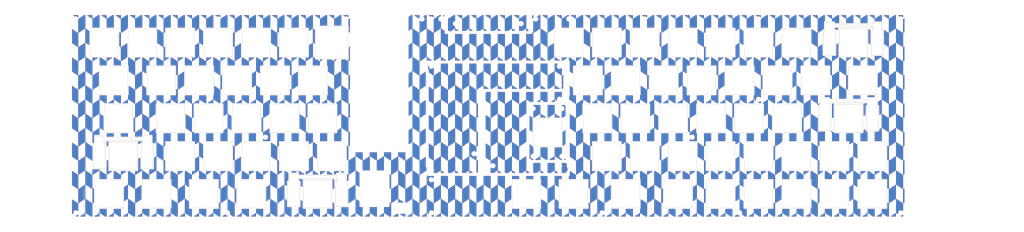
<source format=kicad_pcb>
(kicad_pcb (version 20241229) (generator "pcbnew") (generator_version "9.0")
  (layers (0 "F.Cu" signal) (2 "B.Cu" signal) (13 "F.Paste" user) (15 "B.Paste" user) (5 "F.SilkS" user "F.Silkscreen") (7 "B.SilkS" user "B.Silkscreen") (1 "F.Mask" user) (3 "B.Mask" user) (25 "Edge.Cuts" user))
  (net 0 "")
  (footprint "Rikkodo_FootPrint:rkd_unified_wid_BTM" (layer "F.Cu") (at 209.550176 95.25008)
    (property "Reference" "UnifiedW**" (hide yes))
    (property "Value" "rkd_unified_wid_BTM" (hide yes))
    (pad "" np_thru_hole circle (at -16.5 0) (size 2.2 2.2) (drill 2.2) (layers "*.Cu" "*.Mask"))
    (pad "" np_thru_hole circle (at 16.5 0) (size 2.2 2.2) (drill 2.2) (layers "*.Cu" "*.Mask"))
  )
  (footprint "kbd_SW_Hole:SW_Hole_1u" (layer "F.Cu") (at 321.46875 142.875)
    (property "Reference" "SW73" (hide yes))
    (property "Value" "SW_Push" (hide yes))
    (fp_line (start -7.05 -7.05) (end 7.05 -7.05) (stroke (width 0.15)) (layer "Edge.Cuts"))
    (fp_line (start -7.05 7.05) (end -7.05 -7.05) (stroke (width 0.15)) (layer "Edge.Cuts"))
    (fp_line (start 7.05 -7.05) (end 7.05 7.05) (stroke (width 0.15)) (layer "Edge.Cuts"))
    (fp_line (start 7.05 7.05) (end -7.05 7.05) (stroke (width 0.15)) (layer "Edge.Cuts"))
  )
  (footprint "kbd_SW_Hole:SW_Hole_1u" (layer "F.Cu") (at 50.00625 142.875)
    (property "Reference" "SW8" (hide yes))
    (property "Value" "SW_Push" (hide yes))
    (fp_line (start -7.05 -7.05) (end 7.05 -7.05) (stroke (width 0.15)) (layer "Edge.Cuts"))
    (fp_line (start -7.05 7.05) (end -7.05 -7.05) (stroke (width 0.15)) (layer "Edge.Cuts"))
    (fp_line (start 7.05 -7.05) (end 7.05 7.05) (stroke (width 0.15)) (layer "Edge.Cuts"))
    (fp_line (start 7.05 7.05) (end -7.05 7.05) (stroke (width 0.15)) (layer "Edge.Cuts"))
  )
  (footprint "kbd_SW_Hole:SW_Hole_1u" (layer "F.Cu") (at 16.66875 104.775)
    (property "Reference" "SW1" (hide yes))
    (property "Value" "SW_Push" (hide yes))
    (fp_line (start -7.05 -7.05) (end 7.05 -7.05) (stroke (width 0.15)) (layer "Edge.Cuts"))
    (fp_line (start -7.05 7.05) (end -7.05 -7.05) (stroke (width 0.15)) (layer "Edge.Cuts"))
    (fp_line (start 7.05 -7.05) (end 7.05 7.05) (stroke (width 0.15)) (layer "Edge.Cuts"))
    (fp_line (start 7.05 7.05) (end -7.05 7.05) (stroke (width 0.15)) (layer "Edge.Cuts"))
  )
  (footprint "kbd_Hole:m2_Screw_Hole" (layer "F.Cu") (at 266.7 190.5)
    (property "Reference" "Ref**")
    (property "Value" "Val**")
    (pad "" np_thru_hole circle (at 0 0) (size 2.2 2.2) (drill 2.2) (layers "*.Cu" "*.Mask"))
  )
  (footprint "kbd_SW_Hole:SW_Hole_1u" (layer "F.Cu") (at 307.18125 104.775)
    (property "Reference" "SW66" (hide yes))
    (property "Value" "SW_Push" (hide yes))
    (fp_line (start -7.05 -7.05) (end 7.05 -7.05) (stroke (width 0.15)) (layer "Edge.Cuts"))
    (fp_line (start -7.05 7.05) (end -7.05 -7.05) (stroke (width 0.15)) (layer "Edge.Cuts"))
    (fp_line (start 7.05 -7.05) (end 7.05 7.05) (stroke (width 0.15)) (layer "Edge.Cuts"))
    (fp_line (start 7.05 7.05) (end -7.05 7.05) (stroke (width 0.15)) (layer "Edge.Cuts"))
  )
  (footprint "kbd_SW_Hole:SW_Hole_1u" (layer "F.Cu") (at 239.315625 150.01875)
    (property "Reference" "SW2" (hide yes))
    (property "Value" "KEY_SWITCH" (hide yes))
    (fp_line (start -7.05 -7.05) (end 7.05 -7.05) (stroke (width 0.15)) (layer "Edge.Cuts"))
    (fp_line (start -7.05 7.05) (end -7.05 -7.05) (stroke (width 0.15)) (layer "Edge.Cuts"))
    (fp_line (start 7.05 -7.05) (end 7.05 7.05) (stroke (width 0.15)) (layer "Edge.Cuts"))
    (fp_line (start 7.05 7.05) (end -7.05 7.05) (stroke (width 0.15)) (layer "Edge.Cuts"))
  )
  (footprint "kbd_Hole:m2_Screw_Hole" (layer "F.Cu") (at 180.975 173.83125)
    (property "Reference" "Ref**")
    (property "Value" "Val**")
    (pad "" np_thru_hole circle (at 0 0) (size 2.2 2.2) (drill 2.2) (layers "*.Cu" "*.Mask"))
  )
  (footprint "Rikkodo_FootPrint:rkd_cutdot" (layer "F.Cu") (at 249.733028 132.754346 90)
    (property "Reference" "REF**" (hide yes))
    (property "Value" "rkd_cutdot" (hide yes))
    (fp_line (start 1.190624 0.297656) (end 1.190482 -0.297479) (stroke (width 0.05)) (layer "Edge.Cuts"))
    (fp_line (start -1.190628 0.297656) (end -1.190768 -0.297479) (stroke (width 0.05)) (layer "Edge.Cuts"))
    (pad "" np_thru_hole circle (at -0.893198 0.000356 180) (size 0.5 0.5) (drill 0.5) (layers "*.Cu" "*.Mask"))
    (pad "" np_thru_hole circle (at -0.297886 0.000356 180) (size 0.5 0.5) (drill 0.5) (layers "*.Cu" "*.Mask"))
    (pad "" np_thru_hole circle (at 0.297426 0.000356 180) (size 0.5 0.5) (drill 0.5) (layers "*.Cu" "*.Mask"))
    (pad "" np_thru_hole circle (at 0.892738 0.000356 180) (size 0.5 0.5) (drill 0.5) (layers "*.Cu" "*.Mask"))
  )
  (footprint "Rikkodo_FootPrint:rkd_cutdot" (layer "F.Cu") (at 178.891256 117.276464 90)
    (property "Reference" "REF**" (hide yes))
    (property "Value" "rkd_cutdot" (hide yes))
    (fp_line (start 1.190624 0.297656) (end 1.190482 -0.297479) (stroke (width 0.05)) (layer "Edge.Cuts"))
    (fp_line (start -1.190628 0.297656) (end -1.190768 -0.297479) (stroke (width 0.05)) (layer "Edge.Cuts"))
    (pad "" np_thru_hole circle (at -0.893198 0.000356 180) (size 0.5 0.5) (drill 0.5) (layers "*.Cu" "*.Mask"))
    (pad "" np_thru_hole circle (at -0.297886 0.000356 180) (size 0.5 0.5) (drill 0.5) (layers "*.Cu" "*.Mask"))
    (pad "" np_thru_hole circle (at 0.297426 0.000356 180) (size 0.5 0.5) (drill 0.5) (layers "*.Cu" "*.Mask"))
    (pad "" np_thru_hole circle (at 0.892738 0.000356 180) (size 0.5 0.5) (drill 0.5) (layers "*.Cu" "*.Mask"))
  )
  (footprint "kbd_SW_Hole:SW_Hole_1u" (layer "F.Cu") (at 383.38125 180.975)
    (property "Reference" "SW85" (hide yes))
    (property "Value" "SW_Push" (hide yes))
    (fp_line (start -7.05 -7.05) (end 7.05 -7.05) (stroke (width 0.15)) (layer "Edge.Cuts"))
    (fp_line (start -7.05 7.05) (end -7.05 -7.05) (stroke (width 0.15)) (layer "Edge.Cuts"))
    (fp_line (start 7.05 -7.05) (end 7.05 7.05) (stroke (width 0.15)) (layer "Edge.Cuts"))
    (fp_line (start 7.05 7.05) (end -7.05 7.05) (stroke (width 0.15)) (layer "Edge.Cuts"))
  )
  (footprint "kbd_SW_Hole:SW_Hole_1u" (layer "F.Cu") (at 340.51875 142.875)
    (property "Reference" "SW78" (hide yes))
    (property "Value" "SW_Push" (hide yes))
    (fp_line (start -7.05 -7.05) (end 7.05 -7.05) (stroke (width 0.15)) (layer "Edge.Cuts"))
    (fp_line (start -7.05 7.05) (end -7.05 -7.05) (stroke (width 0.15)) (layer "Edge.Cuts"))
    (fp_line (start 7.05 -7.05) (end 7.05 7.05) (stroke (width 0.15)) (layer "Edge.Cuts"))
    (fp_line (start 7.05 7.05) (end -7.05 7.05) (stroke (width 0.15)) (layer "Edge.Cuts"))
  )
  (footprint "kbd_Hole:m2_Screw_Hole" (layer "F.Cu") (at 73.81875 92.86875)
    (property "Reference" "Ref**")
    (property "Value" "Val**")
    (pad "" np_thru_hole circle (at 0 0) (size 2.2 2.2) (drill 2.2) (layers "*.Cu" "*.Mask"))
  )
  (footprint "Rikkodo_FootPrint:rkd_cutdot" (layer "F.Cu") (at 249.733384 168.473066 90)
    (property "Reference" "REF**" (hide yes))
    (property "Value" "rkd_cutdot" (hide yes))
    (fp_line (start 1.190624 0.297656) (end 1.190482 -0.297479) (stroke (width 0.05)) (layer "Edge.Cuts"))
    (fp_line (start -1.190628 0.297656) (end -1.190768 -0.297479) (stroke (width 0.05)) (layer "Edge.Cuts"))
    (pad "" np_thru_hole circle (at -0.893198 0.000356 180) (size 0.5 0.5) (drill 0.5) (layers "*.Cu" "*.Mask"))
    (pad "" np_thru_hole circle (at -0.297886 0.000356 180) (size 0.5 0.5) (drill 0.5) (layers "*.Cu" "*.Mask"))
    (pad "" np_thru_hole circle (at 0.297426 0.000356 180) (size 0.5 0.5) (drill 0.5) (layers "*.Cu" "*.Mask"))
    (pad "" np_thru_hole circle (at 0.892738 0.000356 180) (size 0.5 0.5) (drill 0.5) (layers "*.Cu" "*.Mask"))
  )
  (footprint "kbd_SW_Hole:SW_Hole_1u" (layer "F.Cu") (at 259.55625 123.825)
    (property "Reference" "SW52" (hide yes))
    (property "Value" "SW_Push" (hide yes))
    (fp_line (start -7.05 -7.05) (end 7.05 -7.05) (stroke (width 0.15)) (layer "Edge.Cuts"))
    (fp_line (start -7.05 7.05) (end -7.05 -7.05) (stroke (width 0.15)) (layer "Edge.Cuts"))
    (fp_line (start 7.05 -7.05) (end 7.05 7.05) (stroke (width 0.15)) (layer "Edge.Cuts"))
    (fp_line (start 7.05 7.05) (end -7.05 7.05) (stroke (width 0.15)) (layer "Edge.Cuts"))
  )
  (footprint "kbd_SW_Hole:SW_Hole_1u" (layer "F.Cu") (at 288.13125 104.775)
    (property "Reference" "SW61" (hide yes))
    (property "Value" "SW_Push" (hide yes))
    (fp_line (start -7.05 -7.05) (end 7.05 -7.05) (stroke (width 0.15)) (layer "Edge.Cuts"))
    (fp_line (start -7.05 7.05) (end -7.05 -7.05) (stroke (width 0.15)) (layer "Edge.Cuts"))
    (fp_line (start 7.05 -7.05) (end 7.05 7.05) (stroke (width 0.15)) (layer "Edge.Cuts"))
    (fp_line (start 7.05 7.05) (end -7.05 7.05) (stroke (width 0.15)) (layer "Edge.Cuts"))
  )
  (footprint "kbd_SW_Hole:SW_Hole_1u" (layer "F.Cu") (at 326.23125 161.925)
    (property "Reference" "SW69" (hide yes))
    (property "Value" "SW_Push" (hide yes))
    (fp_line (start -7.05 -7.05) (end 7.05 -7.05) (stroke (width 0.15)) (layer "Edge.Cuts"))
    (fp_line (start -7.05 7.05) (end -7.05 -7.05) (stroke (width 0.15)) (layer "Edge.Cuts"))
    (fp_line (start 7.05 -7.05) (end 7.05 7.05) (stroke (width 0.15)) (layer "Edge.Cuts"))
    (fp_line (start 7.05 7.05) (end -7.05 7.05) (stroke (width 0.15)) (layer "Edge.Cuts"))
  )
  (footprint "kbd_Hole:m2_Screw_Hole" (layer "F.Cu") (at 180.975 111.91875)
    (property "Reference" "Ref**")
    (property "Value" "Val**")
    (pad "" np_thru_hole circle (at 0 0) (size 2.2 2.2) (drill 2.2) (layers "*.Cu" "*.Mask"))
  )
  (footprint "kbd_Hole:m2_Screw_Hole" (layer "F.Cu") (at 180.975 169.06875)
    (property "Reference" "Ref**")
    (property "Value" "Val**")
    (pad "" np_thru_hole circle (at 0 0) (size 2.2 2.2) (drill 2.2) (layers "*.Cu" "*.Mask"))
  )
  (footprint "kbd_SW_Hole:SW_Hole_1u" (layer "F.Cu") (at 359.56875 142.875)
    (property "Reference" "SW83" (hide yes))
    (property "Value" "SW_Push" (hide yes))
    (fp_line (start -7.05 -7.05) (end 7.05 -7.05) (stroke (width 0.15)) (layer "Edge.Cuts"))
    (fp_line (start -7.05 7.05) (end -7.05 -7.05) (stroke (width 0.15)) (layer "Edge.Cuts"))
    (fp_line (start 7.05 -7.05) (end 7.05 7.05) (stroke (width 0.15)) (layer "Edge.Cuts"))
    (fp_line (start 7.05 7.05) (end -7.05 7.05) (stroke (width 0.15)) (layer "Edge.Cuts"))
  )
  (footprint "kbd_Hole:m2_Screw_Hole" (layer "F.Cu") (at 97.63125 152.4)
    (property "Reference" "M4")
    (property "Value" "Mark")
    (pad "" np_thru_hole circle (at 0 0) (size 2.2 2.2) (drill 2.2) (layers "*.Cu" "*.Mask"))
  )
  (footprint "kbd_SW_Hole:SW_Hole_1u" (layer "F.Cu") (at 354.80625 123.825)
    (property "Reference" "SW77" (hide yes))
    (property "Value" "SW_Push" (hide yes))
    (fp_line (start -7.05 -7.05) (end 7.05 -7.05) (stroke (width 0.15)) (layer "Edge.Cuts"))
    (fp_line (start -7.05 7.05) (end -7.05 -7.05) (stroke (width 0.15)) (layer "Edge.Cuts"))
    (fp_line (start 7.05 -7.05) (end 7.05 7.05) (stroke (width 0.15)) (layer "Edge.Cuts"))
    (fp_line (start 7.05 7.05) (end -7.05 7.05) (stroke (width 0.15)) (layer "Edge.Cuts"))
  )
  (footprint "kbd_SW_Hole:SW_Hole_1u" (layer "F.Cu") (at 83.34375 123.825)
    (property "Reference" "SW17" (hide yes))
    (property "Value" "SW_Push" (hide yes))
    (fp_line (start -7.05 -7.05) (end 7.05 -7.05) (stroke (width 0.15)) (layer "Edge.Cuts"))
    (fp_line (start -7.05 7.05) (end -7.05 -7.05) (stroke (width 0.15)) (layer "Edge.Cuts"))
    (fp_line (start 7.05 -7.05) (end 7.05 7.05) (stroke (width 0.15)) (layer "Edge.Cuts"))
    (fp_line (start 7.05 7.05) (end -7.05 7.05) (stroke (width 0.15)) (layer "Edge.Cuts"))
  )
  (footprint "Rikkodo_FootPrint:rkd_cutdot" (layer "F.Cu") (at 229.492776 150.01875 90)
    (property "Reference" "REF**" (hide yes))
    (property "Value" "rkd_cutdot" (hide yes))
    (fp_line (start 1.190624 0.297656) (end 1.190482 -0.297479) (stroke (width 0.05)) (layer "Edge.Cuts"))
    (fp_line (start -1.190628 0.297656) (end -1.190768 -0.297479) (stroke (width 0.05)) (layer "Edge.Cuts"))
    (pad "" np_thru_hole circle (at -0.893198 0.000356 180) (size 0.5 0.5) (drill 0.5) (layers "*.Cu" "*.Mask"))
    (pad "" np_thru_hole circle (at -0.297886 0.000356 180) (size 0.5 0.5) (drill 0.5) (layers "*.Cu" "*.Mask"))
    (pad "" np_thru_hole circle (at 0.297426 0.000356 180) (size 0.5 0.5) (drill 0.5) (layers "*.Cu" "*.Mask"))
    (pad "" np_thru_hole circle (at 0.892738 0.000356 180) (size 0.5 0.5) (drill 0.5) (layers "*.Cu" "*.Mask"))
  )
  (footprint "kbd_SW_Hole:SW_Hole_1u" (layer "F.Cu") (at 54.76875 161.925)
    (property "Reference" "SW9" (hide yes))
    (property "Value" "SW_Push" (hide yes))
    (fp_line (start -7.05 -7.05) (end 7.05 -7.05) (stroke (width 0.15)) (layer "Edge.Cuts"))
    (fp_line (start -7.05 7.05) (end -7.05 -7.05) (stroke (width 0.15)) (layer "Edge.Cuts"))
    (fp_line (start 7.05 -7.05) (end 7.05 7.05) (stroke (width 0.15)) (layer "Edge.Cuts"))
    (fp_line (start 7.05 7.05) (end -7.05 7.05) (stroke (width 0.15)) (layer "Edge.Cuts"))
  )
  (footprint "kbd_SW_Hole:SW_Hole_1.5u" (layer "F.Cu") (at 278.60625 180.975)
    (property "Reference" "SW60" (hide yes))
    (property "Value" "SW_Push" (hide yes))
    (fp_line (start -7.05 -7.05) (end 7.05 -7.05) (stroke (width 0.15)) (layer "Edge.Cuts"))
    (fp_line (start -7.05 7.05) (end -7.05 -7.05) (stroke (width 0.15)) (layer "Edge.Cuts"))
    (fp_line (start 7.05 -7.05) (end 7.05 7.05) (stroke (width 0.15)) (layer "Edge.Cuts"))
    (fp_line (start 7.05 7.05) (end -7.05 7.05) (stroke (width 0.15)) (layer "Edge.Cuts"))
  )
  (footprint "kbd_SW_Hole:SW_Hole_1u" (layer "F.Cu") (at 283.36875 142.875)
    (property "Reference" "SW63" (hide yes))
    (property "Value" "SW_Push" (hide yes))
    (fp_line (start -7.05 -7.05) (end 7.05 -7.05) (stroke (width 0.15)) (layer "Edge.Cuts"))
    (fp_line (start -7.05 7.05) (end -7.05 -7.05) (stroke (width 0.15)) (layer "Edge.Cuts"))
    (fp_line (start 7.05 -7.05) (end 7.05 7.05) (stroke (width 0.15)) (layer "Edge.Cuts"))
    (fp_line (start 7.05 7.05) (end -7.05 7.05) (stroke (width 0.15)) (layer "Edge.Cuts"))
  )
  (footprint "kbd_Hole:m2_Screw_Hole" (layer "F.Cu") (at 416.71875 92.86875)
    (property "Reference" "Ref**")
    (property "Value" "Val**")
    (pad "" np_thru_hole circle (at 0 0) (size 2.2 2.2) (drill 2.2) (layers "*.Cu" "*.Mask"))
  )
  (footprint "kbd_Hole:m2_Screw_Hole" (layer "F.Cu") (at 54.76875 133.35)
    (property "Reference" "M3")
    (property "Value" "Mark")
    (pad "" np_thru_hole circle (at 0 0) (size 2.2 2.2) (drill 2.2) (layers "*.Cu" "*.Mask"))
  )
  (footprint "Rikkodo_FootPrint:rkd_az_hole" (layer "F.Cu") (at 130.96886 104.775088)
    (property "Reference" "SW26" (hide yes))
    (property "Value" "SW_Push" (hide yes))
    (fp_line (start -8.05 -8.05) (end 8.05 -8.05) (stroke (width 0.15)) (layer "Edge.Cuts"))
    (fp_line (start -8.05 8.05) (end -8.05 -8.05) (stroke (width 0.15)) (layer "Edge.Cuts"))
    (fp_line (start 8.05 -8.05) (end 8.05 8.05) (stroke (width 0.15)) (layer "Edge.Cuts"))
    (fp_line (start 8.05 8.05) (end -8.05 8.05) (stroke (width 0.15)) (layer "Edge.Cuts"))
  )
  (footprint "kbd_SW_Hole:SW_Hole_1u" (layer "F.Cu") (at 302.41875 142.875)
    (property "Reference" "SW68" (hide yes))
    (property "Value" "SW_Push" (hide yes))
    (fp_line (start -7.05 -7.05) (end 7.05 -7.05) (stroke (width 0.15)) (layer "Edge.Cuts"))
    (fp_line (start -7.05 7.05) (end -7.05 -7.05) (stroke (width 0.15)) (layer "Edge.Cuts"))
    (fp_line (start 7.05 -7.05) (end 7.05 7.05) (stroke (width 0.15)) (layer "Edge.Cuts"))
    (fp_line (start 7.05 7.05) (end -7.05 7.05) (stroke (width 0.15)) (layer "Edge.Cuts"))
  )
  (footprint "kbd_SW_Hole:SW_Hole_1.25u" (layer "F.Cu") (at 304.8 180.975)
    (property "Reference" "SW65" (hide yes))
    (property "Value" "SW_Push" (hide yes))
    (fp_line (start -7.05 -7.05) (end 7.05 -7.05) (stroke (width 0.15)) (layer "Edge.Cuts"))
    (fp_line (start -7.05 7.05) (end -7.05 -7.05) (stroke (width 0.15)) (layer "Edge.Cuts"))
    (fp_line (start 7.05 -7.05) (end 7.05 7.05) (stroke (width 0.15)) (layer "Edge.Cuts"))
    (fp_line (start 7.05 7.05) (end -7.05 7.05) (stroke (width 0.15)) (layer "Edge.Cuts"))
  )
  (footprint "kbd_SW_Hole:SW_Hole_1u" (layer "F.Cu") (at 35.71875 104.775)
    (property "Reference" "SW6" (hide yes))
    (property "Value" "SW_Push" (hide yes))
    (fp_line (start -7.05 -7.05) (end 7.05 -7.05) (stroke (width 0.15)) (layer "Edge.Cuts"))
    (fp_line (start -7.05 7.05) (end -7.05 -7.05) (stroke (width 0.15)) (layer "Edge.Cuts"))
    (fp_line (start 7.05 -7.05) (end 7.05 7.05) (stroke (width 0.15)) (layer "Edge.Cuts"))
    (fp_line (start 7.05 7.05) (end -7.05 7.05) (stroke (width 0.15)) (layer "Edge.Cuts"))
  )
  (footprint "kbd_SW_Hole:SW_Hole_1.5u" (layer "F.Cu") (at 397.66875 123.825)
    (property "Reference" "SW87" (hide yes))
    (property "Value" "SW_Push" (hide yes))
    (fp_line (start -7.05 -7.05) (end 7.05 -7.05) (stroke (width 0.15)) (layer "Edge.Cuts"))
    (fp_line (start -7.05 7.05) (end -7.05 -7.05) (stroke (width 0.15)) (layer "Edge.Cuts"))
    (fp_line (start 7.05 -7.05) (end 7.05 7.05) (stroke (width 0.15)) (layer "Edge.Cuts"))
    (fp_line (start 7.05 7.05) (end -7.05 7.05) (stroke (width 0.15)) (layer "Edge.Cuts"))
  )
  (footprint "kbd_SW_Hole:SW_Hole_1u" (layer "F.Cu") (at 107.15625 142.875)
    (property "Reference" "SW23" (hide yes))
    (property "Value" "SW_Push" (hide yes))
    (fp_line (start -7.05 -7.05) (end 7.05 -7.05) (stroke (width 0.15)) (layer "Edge.Cuts"))
    (fp_line (start -7.05 7.05) (end -7.05 -7.05) (stroke (width 0.15)) (layer "Edge.Cuts"))
    (fp_line (start 7.05 -7.05) (end 7.05 7.05) (stroke (width 0.15)) (layer "Edge.Cuts"))
    (fp_line (start 7.05 7.05) (end -7.05 7.05) (stroke (width 0.15)) (layer "Edge.Cuts"))
  )
  (footprint "kbd_Hole:m2_Screw_Hole" (layer "F.Cu") (at 219.075 190.5)
    (property "Reference" "Ref**")
    (property "Value" "Val**")
    (pad "" np_thru_hole circle (at 0 0) (size 2.2 2.2) (drill 2.2) (layers "*.Cu" "*.Mask"))
  )
  (footprint "kbd_Hole:m2_Screw_Hole" (layer "F.Cu") (at 2.38125 190.5)
    (property "Reference" "Ref**")
    (property "Value" "Val**")
    (pad "" np_thru_hole circle (at 0 0) (size 2.2 2.2) (drill 2.2) (layers "*.Cu" "*.Mask"))
  )
  (footprint "kbd_SW_Hole:SW_Hole_1u" (layer "F.Cu") (at 45.24375 123.825)
    (property "Reference" "SW7" (hide yes))
    (property "Value" "SW_Push" (hide yes))
    (fp_line (start -7.05 -7.05) (end 7.05 -7.05) (stroke (width 0.15)) (layer "Edge.Cuts"))
    (fp_line (start -7.05 7.05) (end -7.05 -7.05) (stroke (width 0.15)) (layer "Edge.Cuts"))
    (fp_line (start 7.05 -7.05) (end 7.05 7.05) (stroke (width 0.15)) (layer "Edge.Cuts"))
    (fp_line (start 7.05 7.05) (end -7.05 7.05) (stroke (width 0.15)) (layer "Edge.Cuts"))
  )
  (footprint "kbd_SW_Hole:SW_Hole_1.75u" (layer "F.Cu") (at 23.81255 142.875)
    (property "Reference" "SW3" (hide yes))
    (property "Value" "SW_Push" (hide yes))
    (fp_line (start -7.05 -7.05) (end 7.05 -7.05) (stroke (width 0.15)) (layer "Edge.Cuts"))
    (fp_line (start -7.05 7.05) (end -7.05 -7.05) (stroke (width 0.15)) (layer "Edge.Cuts"))
    (fp_line (start 7.05 -7.05) (end 7.05 7.05) (stroke (width 0.15)) (layer "Edge.Cuts"))
    (fp_line (start 7.05 7.05) (end -7.05 7.05) (stroke (width 0.15)) (layer "Edge.Cuts"))
  )
  (footprint "kbd_SW_Hole:SW_Hole_1u" (layer "F.Cu") (at 297.65625 123.825)
    (property "Reference" "SW62" (hide yes))
    (property "Value" "SW_Push" (hide yes))
    (fp_line (start -7.05 -7.05) (end 7.05 -7.05) (stroke (width 0.15)) (layer "Edge.Cuts"))
    (fp_line (start -7.05 7.05) (end -7.05 -7.05) (stroke (width 0.15)) (layer "Edge.Cuts"))
    (fp_line (start 7.05 -7.05) (end 7.05 7.05) (stroke (width 0.15)) (layer "Edge.Cuts"))
    (fp_line (start 7.05 7.05) (end -7.05 7.05) (stroke (width 0.15)) (layer "Edge.Cuts"))
  )
  (footprint "kbd_SW_Hole:SW_Hole_1u" (layer "F.Cu") (at 383.38125 161.925)
    (property "Reference" "SW84" (hide yes))
    (property "Value" "SW_Push" (hide yes))
    (fp_line (start -7.05 -7.05) (end 7.05 -7.05) (stroke (width 0.15)) (layer "Edge.Cuts"))
    (fp_line (start -7.05 7.05) (end -7.05 -7.05) (stroke (width 0.15)) (layer "Edge.Cuts"))
    (fp_line (start 7.05 -7.05) (end 7.05 7.05) (stroke (width 0.15)) (layer "Edge.Cuts"))
    (fp_line (start 7.05 7.05) (end -7.05 7.05) (stroke (width 0.15)) (layer "Edge.Cuts"))
  )
  (footprint "kbd_SW_Hole:SW_Hole_1u" (layer "F.Cu") (at 102.39375 123.825)
    (property "Reference" "SW22" (hide yes))
    (property "Value" "SW_Push" (hide yes))
    (fp_line (start -7.05 -7.05) (end 7.05 -7.05) (stroke (width 0.15)) (layer "Edge.Cuts"))
    (fp_line (start -7.05 7.05) (end -7.05 -7.05) (stroke (width 0.15)) (layer "Edge.Cuts"))
    (fp_line (start 7.05 -7.05) (end 7.05 7.05) (stroke (width 0.15)) (layer "Edge.Cuts"))
    (fp_line (start 7.05 7.05) (end -7.05 7.05) (stroke (width 0.15)) (layer "Edge.Cuts"))
  )
  (footprint "Rikkodo_FootPrint:rkd_cutdot" (layer "F.Cu") (at 228.004496 99.71476)
    (property "Reference" "REF**" (hide yes))
    (property "Value" "rkd_cutdot" (hide yes))
    (fp_line (start -1.190628 0.297656) (end -1.190768 -0.297479) (stroke (width 0.05)) (layer "Edge.Cuts"))
    (fp_line (start 1.190624 0.297656) (end 1.190482 -0.297479) (stroke (width 0.05)) (layer "Edge.Cuts"))
    (pad "" np_thru_hole circle (at -0.893198 0.000356 90) (size 0.5 0.5) (drill 0.5) (layers "*.Cu" "*.Mask"))
    (pad "" np_thru_hole circle (at -0.297886 0.000356 90) (size 0.5 0.5) (drill 0.5) (layers "*.Cu" "*.Mask"))
    (pad "" np_thru_hole circle (at 0.297426 0.000356 90) (size 0.5 0.5) (drill 0.5) (layers "*.Cu" "*.Mask"))
    (pad "" np_thru_hole circle (at 0.892738 0.000356 90) (size 0.5 0.5) (drill 0.5) (layers "*.Cu" "*.Mask"))
  )
  (footprint "kbd_Hole:m2_Screw_Hole" (layer "F.Cu") (at 180.975 190.5)
    (property "Reference" "Ref**")
    (property "Value" "Val**")
    (pad "" np_thru_hole circle (at 0 0) (size 2.2 2.2) (drill 2.2) (layers "*.Cu" "*.Mask"))
  )
  (footprint "kbd_SW_Hole:SW_Hole_1u" (layer "F.Cu") (at 126.20625 142.875)
    (property "Reference" "SW28" (hide yes))
    (property "Value" "SW_Push" (hide yes))
    (fp_line (start -7.05 -7.05) (end 7.05 -7.05) (stroke (width 0.15)) (layer "Edge.Cuts"))
    (fp_line (start -7.05 7.05) (end -7.05 -7.05) (stroke (width 0.15)) (layer "Edge.Cuts"))
    (fp_line (start 7.05 -7.05) (end 7.05 7.05) (stroke (width 0.15)) (layer "Edge.Cuts"))
    (fp_line (start 7.05 7.05) (end -7.05 7.05) (stroke (width 0.15)) (layer "Edge.Cuts"))
  )
  (footprint "kbd_Hole:m2_Screw_Hole" (layer "F.Cu") (at 245.26875 116.68125)
    (property "Reference" "Ref**")
    (property "Value" "Val**")
    (pad "" np_thru_hole circle (at 0 0) (size 2.2 2.2) (drill 2.2) (layers "*.Cu" "*.Mask"))
  )
  (footprint "kbd_SW_Hole:SW_Hole_1u" (layer "F.Cu") (at 373.85625 123.825)
    (property "Reference" "SW82" (hide yes))
    (property "Value" "SW_Push" (hide yes))
    (fp_line (start -7.05 -7.05) (end 7.05 -7.05) (stroke (width 0.15)) (layer "Edge.Cuts"))
    (fp_line (start -7.05 7.05) (end -7.05 -7.05) (stroke (width 0.15)) (layer "Edge.Cuts"))
    (fp_line (start 7.05 -7.05) (end 7.05 7.05) (stroke (width 0.15)) (layer "Edge.Cuts"))
    (fp_line (start 7.05 7.05) (end -7.05 7.05) (stroke (width 0.15)) (layer "Edge.Cuts"))
  )
  (footprint "kbd_SW_Hole:SW_Hole_1.25u" (layer "F.Cu") (at 66.67505 180.975)
    (property "Reference" "SW15" (hide yes))
    (property "Value" "SW_Push" (hide yes))
    (fp_line (start -7.05 -7.05) (end 7.05 -7.05) (stroke (width 0.15)) (layer "Edge.Cuts"))
    (fp_line (start -7.05 7.05) (end -7.05 -7.05) (stroke (width 0.15)) (layer "Edge.Cuts"))
    (fp_line (start 7.05 -7.05) (end 7.05 7.05) (stroke (width 0.15)) (layer "Edge.Cuts"))
    (fp_line (start 7.05 7.05) (end -7.05 7.05) (stroke (width 0.15)) (layer "Edge.Cuts"))
  )
  (footprint "kbd_SW_Hole:SW_Hole_1.25u" (layer "F.Cu") (at 19.05005 180.975)
    (property "Reference" "SW5" (hide yes))
    (property "Value" "SW_Push" (hide yes))
    (fp_line (start -7.05 -7.05) (end 7.05 -7.05) (stroke (width 0.15)) (layer "Edge.Cuts"))
    (fp_line (start -7.05 7.05) (end -7.05 -7.05) (stroke (width 0.15)) (layer "Edge.Cuts"))
    (fp_line (start 7.05 -7.05) (end 7.05 7.05) (stroke (width 0.15)) (layer "Edge.Cuts"))
    (fp_line (start 7.05 7.05) (end -7.05 7.05) (stroke (width 0.15)) (layer "Edge.Cuts"))
  )
  (footprint "kbd_SW_Hole:SW_Hole_1u" (layer "F.Cu") (at 92.86875 161.925)
    (property "Reference" "SW19" (hide yes))
    (property "Value" "SW_Push" (hide yes))
    (fp_line (start -7.05 -7.05) (end 7.05 -7.05) (stroke (width 0.15)) (layer "Edge.Cuts"))
    (fp_line (start -7.05 7.05) (end -7.05 -7.05) (stroke (width 0.15)) (layer "Edge.Cuts"))
    (fp_line (start 7.05 -7.05) (end 7.05 7.05) (stroke (width 0.15)) (layer "Edge.Cuts"))
    (fp_line (start 7.05 7.05) (end -7.05 7.05) (stroke (width 0.15)) (layer "Edge.Cuts"))
  )
  (footprint "kbd_SW_Hole:SW_Hole_1u" (layer "F.Cu") (at 264.31875 142.875)
    (property "Reference" "SW54" (hide yes))
    (property "Value" "SW_Push" (hide yes))
    (fp_line (start -7.05 -7.05) (end 7.05 -7.05) (stroke (width 0.15)) (layer "Edge.Cuts"))
    (fp_line (start -7.05 7.05) (end -7.05 -7.05) (stroke (width 0.15)) (layer "Edge.Cuts"))
    (fp_line (start 7.05 -7.05) (end 7.05 7.05) (stroke (width 0.15)) (layer "Edge.Cuts"))
    (fp_line (start 7.05 7.05) (end -7.05 7.05) (stroke (width 0.15)) (layer "Edge.Cuts"))
  )
  (footprint "kbd_Hole:m2_Screw_Hole" (layer "F.Cu") (at 78.58125 190.5)
    (property "Reference" "Ref**")
    (property "Value" "Val**")
    (pad "" np_thru_hole circle (at 0 0) (size 2.2 2.2) (drill 2.2) (layers "*.Cu" "*.Mask"))
  )
  (footprint "kbd_SW_Hole:SW_Hole_1u" (layer "F.Cu") (at 288.13125 161.925)
    (property "Reference" "SW59" (hide yes))
    (property "Value" "SW_Push" (hide yes))
    (fp_line (start -7.05 -7.05) (end 7.05 -7.05) (stroke (width 0.15)) (layer "Edge.Cuts"))
    (fp_line (start -7.05 7.05) (end -7.05 -7.05) (stroke (width 0.15)) (layer "Edge.Cuts"))
    (fp_line (start 7.05 -7.05) (end 7.05 7.05) (stroke (width 0.15)) (layer "Edge.Cuts"))
    (fp_line (start 7.05 7.05) (end -7.05 7.05) (stroke (width 0.15)) (layer "Edge.Cuts"))
  )
  (footprint "kbd_SW_Hole:SW_Hole_1u" (layer "F.Cu") (at 130.96875 161.925)
    (property "Reference" "SW29" (hide yes))
    (property "Value" "SW_Push" (hide yes))
    (fp_line (start -7.05 -7.05) (end 7.05 -7.05) (stroke (width 0.15)) (layer "Edge.Cuts"))
    (fp_line (start -7.05 7.05) (end -7.05 -7.05) (stroke (width 0.15)) (layer "Edge.Cuts"))
    (fp_line (start 7.05 -7.05) (end 7.05 7.05) (stroke (width 0.15)) (layer "Edge.Cuts"))
    (fp_line (start 7.05 7.05) (end -7.05 7.05) (stroke (width 0.15)) (layer "Edge.Cuts"))
  )
  (footprint "kbd_Hole:m2_Screw_Hole" (layer "F.Cu") (at 311.94375 152.4)
    (property "Reference" "M5")
    (property "Value" "Mark")
    (pad "" np_thru_hole circle (at 0 0) (size 2.2 2.2) (drill 2.2) (layers "*.Cu" "*.Mask"))
  )
  (footprint "kbd_SW_Hole:SW_Hole_1u" (layer "F.Cu") (at 88.10625 142.875)
    (property "Reference" "SW18" (hide yes))
    (property "Value" "SW_Push" (hide yes))
    (fp_line (start -7.05 -7.05) (end 7.05 -7.05) (stroke (width 0.15)) (layer "Edge.Cuts"))
    (fp_line (start -7.05 7.05) (end -7.05 -7.05) (stroke (width 0.15)) (layer "Edge.Cuts"))
    (fp_line (start 7.05 -7.05) (end 7.05 7.05) (stroke (width 0.15)) (layer "Edge.Cuts"))
    (fp_line (start 7.05 7.05) (end -7.05 7.05) (stroke (width 0.15)) (layer "Edge.Cuts"))
  )
  (footprint "kbd_SW_Hole:SW_Hole_1.5u" (layer "F.Cu") (at 21.43125 123.825)
    (property "Reference" "SW2" (hide yes))
    (property "Value" "SW_Push" (hide yes))
    (fp_line (start -7.05 -7.05) (end 7.05 -7.05) (stroke (width 0.15)) (layer "Edge.Cuts"))
    (fp_line (start -7.05 7.05) (end -7.05 -7.05) (stroke (width 0.15)) (layer "Edge.Cuts"))
    (fp_line (start 7.05 -7.05) (end 7.05 7.05) (stroke (width 0.15)) (layer "Edge.Cuts"))
    (fp_line (start 7.05 7.05) (end -7.05 7.05) (stroke (width 0.15)) (layer "Edge.Cuts"))
  )
  (footprint "kbd_Hole:m2_Screw_Hole" (layer "F.Cu") (at 250.03125 92.86875)
    (property "Reference" "Ref**")
    (property "Value" "Val**")
    (pad "" np_thru_hole circle (at 0 0) (size 2.2 2.2) (drill 2.2) (layers "*.Cu" "*.Mask"))
  )
  (footprint "Rikkodo_FootPrint:rkd_Point_Screw_Hall" (layer "F.Cu") (at 239.315826 150.018876)
    (property "Reference" "Point1" (hide yes))
    (property "Value" "PointScrewHall" (hide yes))
    (pad "" np_thru_hole circle (at -7.25 -12) (size 2.2 2.2) (drill 2.2) (layers "*.Cu" "*.Mask"))
    (pad "" np_thru_hole circle (at -7.25 12) (size 2.2 2.2) (drill 2.2) (layers "*.Cu" "*.Mask"))
    (pad "" np_thru_hole circle (at 7.25 -12) (size 2.2 2.2) (drill 2.2) (layers "*.Cu" "*.Mask"))
    (pad "" np_thru_hole circle (at 7.25 12) (size 2.2 2.2) (drill 2.2) (layers "*.Cu" "*.Mask"))
  )
  (footprint "kbd_SW_Hole:SW_Hole_1u" (layer "F.Cu") (at 326.23125 104.775)
    (property "Reference" "SW71" (hide yes))
    (property "Value" "SW_Push" (hide yes))
    (fp_line (start -7.05 -7.05) (end 7.05 -7.05) (stroke (width 0.15)) (layer "Edge.Cuts"))
    (fp_line (start -7.05 7.05) (end -7.05 -7.05) (stroke (width 0.15)) (layer "Edge.Cuts"))
    (fp_line (start 7.05 -7.05) (end 7.05 7.05) (stroke (width 0.15)) (layer "Edge.Cuts"))
    (fp_line (start 7.05 7.05) (end -7.05 7.05) (stroke (width 0.15)) (layer "Edge.Cuts"))
  )
  (footprint "kbd_SW_Hole:SW_Hole_1u" (layer "F.Cu") (at 111.91875 104.775)
    (property "Reference" "SW26" (hide yes))
    (property "Value" "SW_Push" (hide yes))
    (fp_line (start -7.05 -7.05) (end 7.05 -7.05) (stroke (width 0.15)) (layer "Edge.Cuts"))
    (fp_line (start -7.05 7.05) (end -7.05 -7.05) (stroke (width 0.15)) (layer "Edge.Cuts"))
    (fp_line (start 7.05 -7.05) (end 7.05 7.05) (stroke (width 0.15)) (layer "Edge.Cuts"))
    (fp_line (start 7.05 7.05) (end -7.05 7.05) (stroke (width 0.15)) (layer "Edge.Cuts"))
  )
  (footprint "kbd_Hole:m2_Screw_Hole" (layer "F.Cu") (at 138.1125 92.86875)
    (property "Reference" "Ref**")
    (property "Value" "Val**")
    (pad "" np_thru_hole circle (at 0 0) (size 2.2 2.2) (drill 2.2) (layers "*.Cu" "*.Mask"))
  )
  (footprint "kbd_SW_Hole:SW_Hole_1u" (layer "F.Cu") (at 111.91875 161.925)
    (property "Reference" "SW24" (hide yes))
    (property "Value" "SW_Push" (hide yes))
    (fp_line (start -7.05 -7.05) (end 7.05 -7.05) (stroke (width 0.15)) (layer "Edge.Cuts"))
    (fp_line (start -7.05 7.05) (end -7.05 -7.05) (stroke (width 0.15)) (layer "Edge.Cuts"))
    (fp_line (start 7.05 -7.05) (end 7.05 7.05) (stroke (width 0.15)) (layer "Edge.Cuts"))
    (fp_line (start 7.05 7.05) (end -7.05 7.05) (stroke (width 0.15)) (layer "Edge.Cuts"))
  )
  (footprint "kbd_SW_Hole:SW_Hole_1u" (layer "F.Cu") (at 364.33125 104.775)
    (property "Reference" "SW81" (hide yes))
    (property "Value" "SW_Push" (hide yes))
    (fp_line (start -7.05 -7.05) (end 7.05 -7.05) (stroke (width 0.15)) (layer "Edge.Cuts"))
    (fp_line (start -7.05 7.05) (end -7.05 -7.05) (stroke (width 0.15)) (layer "Edge.Cuts"))
    (fp_line (start 7.05 -7.05) (end 7.05 7.05) (stroke (width 0.15)) (layer "Edge.Cuts"))
    (fp_line (start 7.05 7.05) (end -7.05 7.05) (stroke (width 0.15)) (layer "Edge.Cuts"))
  )
  (footprint "Rikkodo_FootPrint:rkd_Top_GateronChocV2_2u" (layer "F.Cu") (at 123.82505 180.975)
    (property "Reference" "SW25" (hide yes))
    (property "Value" "SW_Push" (hide yes))
    (fp_line (start -14.975 -3.975) (end -14.975 3.975) (stroke (width 0.2)) (layer "Edge.Cuts"))
    (fp_line (start -14.95 -6.225) (end -14.95 -4) (stroke (width 0.2)) (layer "Edge.Cuts"))
    (fp_line (start -14.95 -6.225) (end -14.275 -6.225) (stroke (width 0.2)) (layer "Edge.Cuts"))
    (fp_line (start -14.95 -4) (end -14.975 -3.975) (stroke (width 0.2)) (layer "Edge.Cuts"))
    (fp_line (start -14.95 3.975) (end -14.975 3.975) (stroke (width 0.2)) (layer "Edge.Cuts"))
    (fp_line (start -14.95 3.975) (end -14.95 6.225) (stroke (width 0.2)) (layer "Edge.Cuts"))
    (fp_line (start -14.275 -10.225) (end -9.725 -10.225) (stroke (width 0.2)) (layer "Edge.Cuts"))
    (fp_line (start -14.275 -6.225) (end -14.275 -10.225) (stroke (width 0.2)) (layer "Edge.Cuts"))
    (fp_line (start -9.725 -9.325) (end -9.725 -10.225) (stroke (width 0.2)) (layer "Edge.Cuts"))
    (fp_line (start -9.725 -9.325) (end 9.725 -9.325) (stroke (width 0.2)) (layer "Edge.Cuts"))
    (fp_line (start -9.725 -7.925) (end 9.725 -7.925) (stroke (width 0.2)) (layer "Edge.Cuts"))
    (fp_line (start -9.725 -6.225) (end -9.725 -7.925) (stroke (width 0.2)) (layer "Edge.Cuts"))
    (fp_line (start -9.725 -6.225) (end -9.05 -6.225) (stroke (width 0.2)) (layer "Edge.Cuts"))
    (fp_line (start -9.05 -6.225) (end -9.05 -4) (stroke (width 0.2)) (layer "Edge.Cuts"))
    (fp_line (start -9.05 -4) (end -9.025 -3.975) (stroke (width 0.2)) (layer "Edge.Cuts"))
    (fp_line (start -9.05 3.975) (end -9.05 6.225) (stroke (width 0.2)) (layer "Edge.Cuts"))
    (fp_line (start -9.05 6.225) (end -14.95 6.225) (stroke (width 0.2)) (layer "Edge.Cuts"))
    (fp_line (start -9.025 -3.975) (end -9.025 3.975) (stroke (width 0.2)) (layer "Edge.Cuts"))
    (fp_line (start -9.025 3.975) (end -9.05 3.975) (stroke (width 0.2)) (layer "Edge.Cuts"))
    (fp_line (start -7.05 -7.05) (end 7.05 -7.05) (stroke (width 0.2)) (layer "Edge.Cuts"))
    (fp_line (start -7.05 7.05) (end -7.05 -7.05) (stroke (width 0.2)) (layer "Edge.Cuts"))
    (fp_line (start 7.05 -7.05) (end 7.05 7.05) (stroke (width 0.2)) (layer "Edge.Cuts"))
    (fp_line (start 7.05 7.05) (end -7.05 7.05) (stroke (width 0.2)) (layer "Edge.Cuts"))
    (fp_line (start 9.025 -3.975) (end 9.025 3.975) (stroke (width 0.2)) (layer "Edge.Cuts"))
    (fp_line (start 9.05 -6.225) (end 9.05 -4) (stroke (width 0.2)) (layer "Edge.Cuts"))
    (fp_line (start 9.05 -6.225) (end 9.725 -6.225) (stroke (width 0.2)) (layer "Edge.Cuts"))
    (fp_line (start 9.05 -4) (end 9.025 -3.975) (stroke (width 0.2)) (layer "Edge.Cuts"))
    (fp_line (start 9.05 3.975) (end 9.025 3.975) (stroke (width 0.2)) (layer "Edge.Cuts"))
    (fp_line (start 9.05 3.975) (end 9.05 6.225) (stroke (width 0.2)) (layer "Edge.Cuts"))
    (fp_line (start 9.725 -10.225) (end 9.725 -9.325) (stroke (width 0.2)) (layer "Edge.Cuts"))
    (fp_line (start 9.725 -10.225) (end 14.275 -10.225) (stroke (width 0.2)) (layer "Edge.Cuts"))
    (fp_line (start 9.725 -6.225) (end 9.725 -7.925) (stroke (width 0.2)) (layer "Edge.Cuts"))
    (fp_line (start 14.275 -6.225) (end 14.275 -10.225) (stroke (width 0.2)) (layer "Edge.Cuts"))
    (fp_line (start 14.275 -6.225) (end 14.95 -6.225) (stroke (width 0.2)) (layer "Edge.Cuts"))
    (fp_line (start 14.95 -6.225) (end 14.95 -4) (stroke (width 0.2)) (layer "Edge.Cuts"))
    (fp_line (start 14.95 -4) (end 14.975 -3.975) (stroke (width 0.2)) (layer "Edge.Cuts"))
    (fp_line (start 14.95 3.975) (end 14.95 6.225) (stroke (width 0.2)) (layer "Edge.Cuts"))
    (fp_line (start 14.95 6.225) (end 9.05 6.225) (stroke (width 0.2)) (layer "Edge.Cuts"))
    (fp_line (start 14.975 -3.975) (end 14.975 3.975) (stroke (width 0.2)) (layer "Edge.Cuts"))
    (fp_line (start 14.975 3.975) (end 14.95 3.975) (stroke (width 0.2)) (layer "Edge.Cuts"))
  )
  (footprint "kbd_SW_Hole:SW_Hole_1u" (layer "F.Cu") (at 73.81875 104.775)
    (property "Reference" "SW16" (hide yes))
    (property "Value" "SW_Push" (hide yes))
    (fp_line (start -7.05 -7.05) (end 7.05 -7.05) (stroke (width 0.15)) (layer "Edge.Cuts"))
    (fp_line (start -7.05 7.05) (end -7.05 -7.05) (stroke (width 0.15)) (layer "Edge.Cuts"))
    (fp_line (start 7.05 -7.05) (end 7.05 7.05) (stroke (width 0.15)) (layer "Edge.Cuts"))
    (fp_line (start 7.05 7.05) (end -7.05 7.05) (stroke (width 0.15)) (layer "Edge.Cuts"))
  )
  (footprint "kbd_SW_Hole:SW_Hole_1.25u" (layer "F.Cu") (at 90.48755 180.975)
    (property "Reference" "SW20" (hide yes))
    (property "Value" "SW_Push" (hide yes))
    (fp_line (start -7.05 -7.05) (end 7.05 -7.05) (stroke (width 0.15)) (layer "Edge.Cuts"))
    (fp_line (start -7.05 7.05) (end -7.05 -7.05) (stroke (width 0.15)) (layer "Edge.Cuts"))
    (fp_line (start 7.05 -7.05) (end 7.05 7.05) (stroke (width 0.15)) (layer "Edge.Cuts"))
    (fp_line (start 7.05 7.05) (end -7.05 7.05) (stroke (width 0.15)) (layer "Edge.Cuts"))
  )
  (footprint "kbd_Hole:m2_Screw_Hole" (layer "F.Cu") (at 233.3625 92.86875)
    (property "Reference" "Ref**")
    (property "Value" "Val**")
    (pad "" np_thru_hole circle (at 0 0) (size 2.2 2.2) (drill 2.2) (layers "*.Cu" "*.Mask"))
  )
  (footprint "kbd_SW_Hole:SW_Hole_1u" (layer "F.Cu") (at 345.28125 161.925)
    (property "Reference" "SW74" (hide yes))
    (property "Value" "SW_Push" (hide yes))
    (fp_line (start -7.05 -7.05) (end 7.05 -7.05) (stroke (width 0.15)) (layer "Edge.Cuts"))
    (fp_line (start -7.05 7.05) (end -7.05 -7.05) (stroke (width 0.15)) (layer "Edge.Cuts"))
    (fp_line (start 7.05 -7.05) (end 7.05 7.05) (stroke (width 0.15)) (layer "Edge.Cuts"))
    (fp_line (start 7.05 7.05) (end -7.05 7.05) (stroke (width 0.15)) (layer "Edge.Cuts"))
  )
  (footprint "kbd_Hole:m2_Screw_Hole" (layer "F.Cu") (at 180.975025 92.86875)
    (property "Reference" "Ref**")
    (property "Value" "Val**")
    (pad "" np_thru_hole circle (at 0 0) (size 2.2 2.2) (drill 2.2) (layers "*.Cu" "*.Mask"))
  )
  (footprint "kbd_Hole:m2_Screw_Hole" (layer "F.Cu") (at 2.38125 92.86875)
    (property "Reference" "Ref**")
    (property "Value" "Val**")
    (pad "" np_thru_hole circle (at 0 0) (size 2.2 2.2) (drill 2.2) (layers "*.Cu" "*.Mask"))
  )
  (footprint "kbd_SW_Hole:SW_Hole_1u" (layer "F.Cu") (at 73.81875 161.925)
    (property "Reference" "SW14" (hide yes))
    (property "Value" "SW_Push" (hide yes))
    (fp_line (start -7.05 -7.05) (end 7.05 -7.05) (stroke (width 0.15)) (layer "Edge.Cuts"))
    (fp_line (start -7.05 7.05) (end -7.05 -7.05) (stroke (width 0.15)) (layer "Edge.Cuts"))
    (fp_line (start 7.05 -7.05) (end 7.05 7.05) (stroke (width 0.15)) (layer "Edge.Cuts"))
    (fp_line (start 7.05 7.05) (end -7.05 7.05) (stroke (width 0.15)) (layer "Edge.Cuts"))
  )
  (footprint "kbd_SW_Hole:SW_Hole_1.25u" (layer "F.Cu") (at 228.60005 180.975)
    (property "Reference" "SW53" (hide yes))
    (property "Value" "SW_Push" (hide yes))
    (fp_line (start -7.05 -7.05) (end 7.05 -7.05) (stroke (width 0.15)) (layer "Edge.Cuts"))
    (fp_line (start -7.05 7.05) (end -7.05 -7.05) (stroke (width 0.15)) (layer "Edge.Cuts"))
    (fp_line (start 7.05 -7.05) (end 7.05 7.05) (stroke (width 0.15)) (layer "Edge.Cuts"))
    (fp_line (start 7.05 7.05) (end -7.05 7.05) (stroke (width 0.15)) (layer "Edge.Cuts"))
  )
  (footprint "Rikkodo_FootPrint:rkd_cutdot" (layer "F.Cu") (at 191.095152 99.71476)
    (property "Reference" "REF**" (hide yes))
    (property "Value" "rkd_cutdot" (hide yes))
    (fp_line (start -1.190628 0.297656) (end -1.190768 -0.297479) (stroke (width 0.05)) (layer "Edge.Cuts"))
    (fp_line (start 1.190624 0.297656) (end 1.190482 -0.297479) (stroke (width 0.05)) (layer "Edge.Cuts"))
    (pad "" np_thru_hole circle (at -0.893198 0.000356 90) (size 0.5 0.5) (drill 0.5) (layers "*.Cu" "*.Mask"))
    (pad "" np_thru_hole circle (at -0.297886 0.000356 90) (size 0.5 0.5) (drill 0.5) (layers "*.Cu" "*.Mask"))
    (pad "" np_thru_hole circle (at 0.297426 0.000356 90) (size 0.5 0.5) (drill 0.5) (layers "*.Cu" "*.Mask"))
    (pad "" np_thru_hole circle (at 0.892738 0.000356 90) (size 0.5 0.5) (drill 0.5) (layers "*.Cu" "*.Mask"))
  )
  (footprint "kbd_Hole:m2_Screw_Hole" (layer "F.Cu") (at 245.26875 126.20625)
    (property "Reference" "Ref**")
    (property "Value" "Val**")
    (pad "" np_thru_hole circle (at 0 0) (size 2.2 2.2) (drill 2.2) (layers "*.Cu" "*.Mask"))
  )
  (footprint "kbd_SW_Hole:SW_Hole_1u" (layer "F.Cu") (at 278.60625 123.825)
    (property "Reference" "SW57" (hide yes))
    (property "Value" "SW_Push" (hide yes))
    (fp_line (start -7.05 -7.05) (end 7.05 -7.05) (stroke (width 0.15)) (layer "Edge.Cuts"))
    (fp_line (start -7.05 7.05) (end -7.05 -7.05) (stroke (width 0.15)) (layer "Edge.Cuts"))
    (fp_line (start 7.05 -7.05) (end 7.05 7.05) (stroke (width 0.15)) (layer "Edge.Cuts"))
    (fp_line (start 7.05 7.05) (end -7.05 7.05) (stroke (width 0.15)) (layer "Edge.Cuts"))
  )
  (footprint "kbd_Hole:m2_Screw_Hole" (layer "F.Cu") (at 147.6375 190.5)
    (property "Reference" "Ref**")
    (property "Value" "Val**")
    (pad "" np_thru_hole circle (at 0 0) (size 2.2 2.2) (drill 2.2) (layers "*.Cu" "*.Mask"))
  )
  (footprint "kbd_Hole:m2_Screw_Hole" (layer "F.Cu") (at 335.75625 190.5)
    (property "Reference" "Ref**")
    (property "Value" "Val**")
    (pad "" np_thru_hole circle (at 0 0) (size 2.2 2.2) (drill 2.2) (layers "*.Cu" "*.Mask"))
  )
  (footprint "kbd_Hole:m2_Screw_Hole" (layer "F.Cu") (at 202.40625 160.734375)
    (property "Reference" "Ref**")
    (property "Value" "Val**")
    (pad "" np_thru_hole circle (at 0 0) (size 2.2 2.2) (drill 2.2) (layers "*.Cu" "*.Mask"))
  )
  (footprint "kbd_Hole:m2_Screw_Hole" (layer "F.Cu") (at 176.212525 92.86875)
    (property "Reference" "Ref**")
    (property "Value" "Val**")
    (pad "" np_thru_hole circle (at 0 0) (size 2.2 2.2) (drill 2.2) (layers "*.Cu" "*.Mask"))
  )
  (footprint "kbd_Hole:m2_Screw_Hole" (layer "F.Cu") (at 288.13125 92.86875)
    (property "Reference" "Ref**")
    (property "Value" "Val**")
    (pad "" np_thru_hole circle (at 0 0) (size 2.2 2.2) (drill 2.2) (layers "*.Cu" "*.Mask"))
  )
  (footprint "Rikkodo_FootPrint:rkd_Top_GateronChocV2_2u" (layer "F.Cu") (at 26.19375 161.925)
    (property "Reference" "SW4" (hide yes))
    (property "Value" "SW_Push" (hide yes))
    (fp_line (start -14.975 -3.975) (end -14.975 3.975) (stroke (width 0.2)) (layer "Edge.Cuts"))
    (fp_line (start -14.95 -6.225) (end -14.95 -4) (stroke (width 0.2)) (layer "Edge.Cuts"))
    (fp_line (start -14.95 -6.225) (end -14.275 -6.225) (stroke (width 0.2)) (layer "Edge.Cuts"))
    (fp_line (start -14.95 -4) (end -14.975 -3.975) (stroke (width 0.2)) (layer "Edge.Cuts"))
    (fp_line (start -14.95 3.975) (end -14.975 3.975) (stroke (width 0.2)) (layer "Edge.Cuts"))
    (fp_line (start -14.95 3.975) (end -14.95 6.225) (stroke (width 0.2)) (layer "Edge.Cuts"))
    (fp_line (start -14.275 -10.225) (end -9.725 -10.225) (stroke (width 0.2)) (layer "Edge.Cuts"))
    (fp_line (start -14.275 -6.225) (end -14.275 -10.225) (stroke (width 0.2)) (layer "Edge.Cuts"))
    (fp_line (start -9.725 -9.325) (end -9.725 -10.225) (stroke (width 0.2)) (layer "Edge.Cuts"))
    (fp_line (start -9.725 -9.325) (end 9.725 -9.325) (stroke (width 0.2)) (layer "Edge.Cuts"))
    (fp_line (start -9.725 -7.925) (end 9.725 -7.925) (stroke (width 0.2)) (layer "Edge.Cuts"))
    (fp_line (start -9.725 -6.225) (end -9.725 -7.925) (stroke (width 0.2)) (layer "Edge.Cuts"))
    (fp_line (start -9.725 -6.225) (end -9.05 -6.225) (stroke (width 0.2)) (layer "Edge.Cuts"))
    (fp_line (start -9.05 -6.225) (end -9.05 -4) (stroke (width 0.2)) (layer "Edge.Cuts"))
    (fp_line (start -9.05 -4) (end -9.025 -3.975) (stroke (width 0.2)) (layer "Edge.Cuts"))
    (fp_line (start -9.05 3.975) (end -9.05 6.225) (stroke (width 0.2)) (layer "Edge.Cuts"))
    (fp_line (start -9.05 6.225) (end -14.95 6.225) (stroke (width 0.2)) (layer "Edge.Cuts"))
    (fp_line (start -9.025 -3.975) (end -9.025 3.975) (stroke (width 0.2)) (layer "Edge.Cuts"))
    (fp_line (start -9.025 3.975) (end -9.05 3.975) (stroke (width 0.2)) (layer "Edge.Cuts"))
    (fp_line (start -7.05 -7.05) (end 7.05 -7.05) (stroke (width 0.2)) (layer "Edge.Cuts"))
    (fp_line (start -7.05 7.05) (end -7.05 -7.05) (stroke (width 0.2)) (layer "Edge.Cuts"))
    (fp_line (start 7.05 -7.05) (end 7.05 7.05) (stroke (width 0.2)) (layer "Edge.Cuts"))
    (fp_line (start 7.05 7.05) (end -7.05 7.05) (stroke (width 0.2)) (layer "Edge.Cuts"))
    (fp_line (start 9.025 -3.975) (end 9.025 3.975) (stroke (width 0.2)) (layer "Edge.Cuts"))
    (fp_line (start 9.05 -6.225) (end 9.05 -4) (stroke (width 0.2)) (layer "Edge.Cuts"))
    (fp_line (start 9.05 -6.225) (end 9.725 -6.225) (stroke (width 0.2)) (layer "Edge.Cuts"))
    (fp_line (start 9.05 -4) (end 9.025 -3.975) (stroke (width 0.2)) (layer "Edge.Cuts"))
    (fp_line (start 9.05 3.975) (end 9.025 3.975) (stroke (width 0.2)) (layer "Edge.Cuts"))
    (fp_line (start 9.05 3.975) (end 9.05 6.225) (stroke (width 0.2)) (layer "Edge.Cuts"))
    (fp_line (start 9.725 -10.225) (end 9.725 -9.325) (stroke (width 0.2)) (layer "Edge.Cuts"))
    (fp_line (start 9.725 -10.225) (end 14.275 -10.225) (stroke (width 0.2)) (layer "Edge.Cuts"))
    (fp_line (start 9.725 -6.225) (end 9.725 -7.925) (stroke (width 0.2)) (layer "Edge.Cuts"))
    (fp_line (start 14.275 -6.225) (end 14.275 -10.225) (stroke (width 0.2)) (layer "Edge.Cuts"))
    (fp_line (start 14.275 -6.225) (end 14.95 -6.225) (stroke (width 0.2)) (layer "Edge.Cuts"))
    (fp_line (start 14.95 -6.225) (end 14.95 -4) (stroke (width 0.2)) (layer "Edge.Cuts"))
    (fp_line (start 14.95 -4) (end 14.975 -3.975) (stroke (width 0.2)) (layer "Edge.Cuts"))
    (fp_line (start 14.95 3.975) (end 14.95 6.225) (stroke (width 0.2)) (layer "Edge.Cuts"))
    (fp_line (start 14.95 6.225) (end 9.05 6.225) (stroke (width 0.2)) (layer "Edge.Cuts"))
    (fp_line (start 14.975 -3.975) (end 14.975 3.975) (stroke (width 0.2)) (layer "Edge.Cuts"))
    (fp_line (start 14.975 3.975) (end 14.95 3.975) (stroke (width 0.2)) (layer "Edge.Cuts"))
  )
  (footprint "kbd_SW_Hole:SW_Hole_1u" (layer "F.Cu") (at 269.08125 161.925)
    (property "Reference" "SW58" (hide yes))
    (property "Value" "SW_Push" (hide yes))
    (fp_line (start -7.05 -7.05) (end 7.05 -7.05) (stroke (width 0.15)) (layer "Edge.Cuts"))
    (fp_line (start -7.05 7.05) (end -7.05 -7.05) (stroke (width 0.15)) (layer "Edge.Cuts"))
    (fp_line (start 7.05 -7.05) (end 7.05 7.05) (stroke (width 0.15)) (layer "Edge.Cuts"))
    (fp_line (start 7.05 7.05) (end -7.05 7.05) (stroke (width 0.15)) (layer "Edge.Cuts"))
  )
  (footprint "kbd_SW_Hole:SW_Hole_1u" (layer "F.Cu") (at 121.44375 123.825)
    (property "Reference" "SW27" (hide yes))
    (property "Value" "SW_Push" (hide yes))
    (fp_line (start -7.05 -7.05) (end 7.05 -7.05) (stroke (width 0.15)) (layer "Edge.Cuts"))
    (fp_line (start -7.05 7.05) (end -7.05 -7.05) (stroke (width 0.15)) (layer "Edge.Cuts"))
    (fp_line (start 7.05 -7.05) (end 7.05 7.05) (stroke (width 0.15)) (layer "Edge.Cuts"))
    (fp_line (start 7.05 7.05) (end -7.05 7.05) (stroke (width 0.15)) (layer "Edge.Cuts"))
  )
  (footprint "kbd_SW_Hole:SW_Hole_1.25u" (layer "F.Cu") (at 42.86255 180.975)
    (property "Reference" "SW10" (hide yes))
    (property "Value" "SW_Push" (hide yes))
    (fp_line (start -7.05 -7.05) (end 7.05 -7.05) (stroke (width 0.15)) (layer "Edge.Cuts"))
    (fp_line (start -7.05 7.05) (end -7.05 -7.05) (stroke (width 0.15)) (layer "Edge.Cuts"))
    (fp_line (start 7.05 -7.05) (end 7.05 7.05) (stroke (width 0.15)) (layer "Edge.Cuts"))
    (fp_line (start 7.05 7.05) (end -7.05 7.05) (stroke (width 0.15)) (layer "Edge.Cuts"))
  )
  (footprint "kbd_Hole:m2_Screw_Hole" (layer "F.Cu") (at 180.975 116.68125)
    (property "Reference" "Ref**")
    (property "Value" "Val**")
    (pad "" np_thru_hole circle (at 0 0) (size 2.2 2.2) (drill 2.2) (layers "*.Cu" "*.Mask"))
  )
  (footprint "kbd_Hole:m2_Screw_Hole" (layer "F.Cu") (at 185.737525 92.86875)
    (property "Reference" "Ref**")
    (property "Value" "Val**")
    (pad "" np_thru_hole circle (at 0 0) (size 2.2 2.2) (drill 2.2) (layers "*.Cu" "*.Mask"))
  )
  (footprint "kbd_Hole:m2_Screw_Hole" (layer "F.Cu") (at 345.28125 92.86875)
    (property "Reference" "Ref**")
    (property "Value" "Val**")
    (pad "" np_thru_hole circle (at 0 0) (size 2.2 2.2) (drill 2.2) (layers "*.Cu" "*.Mask"))
  )
  (footprint "kbd_SW_Hole:SW_Hole_1u" (layer "F.Cu") (at 250.03125 104.775)
    (property "Reference" "SW51" (hide yes))
    (property "Value" "SW_Push" (hide yes))
    (fp_line (start -7.05 -7.05) (end 7.05 -7.05) (stroke (width 0.15)) (layer "Edge.Cuts"))
    (fp_line (start -7.05 7.05) (end -7.05 -7.05) (stroke (width 0.15)) (layer "Edge.Cuts"))
    (fp_line (start 7.05 -7.05) (end 7.05 7.05) (stroke (width 0.15)) (layer "Edge.Cuts"))
    (fp_line (start 7.05 7.05) (end -7.05 7.05) (stroke (width 0.15)) (layer "Edge.Cuts"))
  )
  (footprint "kbd_SW_Hole:SW_Hole_1u" (layer "F.Cu") (at 402.43125 161.925)
    (property "Reference" "SW89" (hide yes))
    (property "Value" "SW_Push" (hide yes))
    (fp_line (start -7.05 -7.05) (end 7.05 -7.05) (stroke (width 0.15)) (layer "Edge.Cuts"))
    (fp_line (start -7.05 7.05) (end -7.05 -7.05) (stroke (width 0.15)) (layer "Edge.Cuts"))
    (fp_line (start 7.05 -7.05) (end 7.05 7.05) (stroke (width 0.15)) (layer "Edge.Cuts"))
    (fp_line (start 7.05 7.05) (end -7.05 7.05) (stroke (width 0.15)) (layer "Edge.Cuts"))
  )
  (footprint "kbd_SW_Hole:SW_Hole_1u" (layer "F.Cu") (at 307.18125 161.925)
    (property "Reference" "SW64" (hide yes))
    (property "Value" "SW_Push" (hide yes))
    (fp_line (start -7.05 -7.05) (end 7.05 -7.05) (stroke (width 0.15)) (layer "Edge.Cuts"))
    (fp_line (start -7.05 7.05) (end -7.05 -7.05) (stroke (width 0.15)) (layer "Edge.Cuts"))
    (fp_line (start 7.05 -7.05) (end 7.05 7.05) (stroke (width 0.15)) (layer "Edge.Cuts"))
    (fp_line (start 7.05 7.05) (end -7.05 7.05) (stroke (width 0.15)) (layer "Edge.Cuts"))
  )
  (footprint "BrownSugar_KBD:RotaryEncoder_EC11-Hole" (layer "F.Cu") (at 152.4 178.59375 180)
    (property "Reference" "SW30")
    (property "Value" "RotaryEncoder_Switch")
    (fp_line (start 7.1 9) (end -7.1 9) (stroke (width 0.08)) (layer "Edge.Cuts"))
    (fp_line (start 7.1 -8.5) (end 7.1 9) (stroke (width 0.08)) (layer "Edge.Cuts"))
    (fp_line (start -7.1 9) (end -7.1 -8.5) (stroke (width 0.08)) (layer "Edge.Cuts"))
    (fp_line (start -7.1 -8.5) (end 7.1 -8.5) (stroke (width 0.08)) (layer "Edge.Cuts"))
  )
  (footprint "kbd_Hole:m2_Screw_Hole" (layer "F.Cu") (at 176.212648 190.50016)
    (property "Reference" "Ref**")
    (property "Value" "Val**")
    (pad "" np_thru_hole circle (at 0 0) (size 2.2 2.2) (drill 2.2) (layers "*.Cu" "*.Mask"))
  )
  (footprint "kbd_SW_Hole:SW_Hole_1u" (layer "F.Cu") (at 69.05625 142.875)
    (property "Reference" "SW13" (hide yes))
    (property "Value" "SW_Push" (hide yes))
    (fp_line (start -7.05 -7.05) (end 7.05 -7.05) (stroke (width 0.15)) (layer "Edge.Cuts"))
    (fp_line (start -7.05 7.05) (end -7.05 -7.05) (stroke (width 0.15)) (layer "Edge.Cuts"))
    (fp_line (start 7.05 -7.05) (end 7.05 7.05) (stroke (width 0.15)) (layer "Edge.Cuts"))
    (fp_line (start 7.05 7.05) (end -7.05 7.05) (stroke (width 0.15)) (layer "Edge.Cuts"))
  )
  (footprint "kbd_SW_Hole:SW_Hole_1u" (layer "F.Cu") (at 335.75625 123.825)
    (property "Reference" "SW72" (hide yes))
    (property "Value" "SW_Push" (hide yes))
    (fp_line (start -7.05 -7.05) (end 7.05 -7.05) (stroke (width 0.15)) (layer "Edge.Cuts"))
    (fp_line (start -7.05 7.05) (end -7.05 -7.05) (stroke (width 0.15)) (layer "Edge.Cuts"))
    (fp_line (start 7.05 -7.05) (end 7.05 7.05) (stroke (width 0.15)) (layer "Edge.Cuts"))
    (fp_line (start 7.05 7.05) (end -7.05 7.05) (stroke (width 0.15)) (layer "Edge.Cuts"))
  )
  (footprint "kbd_SW_Hole:SW_Hole_1u" (layer "F.Cu") (at 364.33125 180.975)
    (property "Reference" "SW80" (hide yes))
    (property "Value" "SW_Push" (hide yes))
    (fp_line (start -7.05 -7.05) (end 7.05 -7.05) (stroke (width 0.15)) (layer "Edge.Cuts"))
    (fp_line (start -7.05 7.05) (end -7.05 -7.05) (stroke (width 0.15)) (layer "Edge.Cuts"))
    (fp_line (start 7.05 -7.05) (end 7.05 7.05) (stroke (width 0.15)) (layer "Edge.Cuts"))
    (fp_line (start 7.05 7.05) (end -7.05 7.05) (stroke (width 0.15)) (layer "Edge.Cuts"))
  )
  (footprint "kbd_SW_Hole:SW_Hole_1u" (layer "F.Cu") (at 54.76875 104.775)
    (property "Reference" "SW11" (hide yes))
    (property "Value" "SW_Push" (hide yes))
    (fp_line (start -7.05 -7.05) (end 7.05 -7.05) (stroke (width 0.15)) (layer "Edge.Cuts"))
    (fp_line (start -7.05 7.05) (end -7.05 -7.05) (stroke (width 0.15)) (layer "Edge.Cuts"))
    (fp_line (start 7.05 -7.05) (end 7.05 7.05) (stroke (width 0.15)) (layer "Edge.Cuts"))
    (fp_line (start 7.05 7.05) (end -7.05 7.05) (stroke (width 0.15)) (layer "Edge.Cuts"))
  )
  (footprint "Rikkodo_FootPrint:rkd_cutdot" (layer "F.Cu") (at 178.891256 168.473296 90)
    (property "Reference" "REF**" (hide yes))
    (property "Value" "rkd_cutdot" (hide yes))
    (fp_line (start 1.190624 0.297656) (end 1.190482 -0.297479) (stroke (width 0.05)) (layer "Edge.Cuts"))
    (fp_line (start -1.190628 0.297656) (end -1.190768 -0.297479) (stroke (width 0.05)) (layer "Edge.Cuts"))
    (pad "" np_thru_hole circle (at -0.893198 0.000356 180) (size 0.5 0.5) (drill 0.5) (layers "*.Cu" "*.Mask"))
    (pad "" np_thru_hole circle (at -0.297886 0.000356 180) (size 0.5 0.5) (drill 0.5) (layers "*.Cu" "*.Mask"))
    (pad "" np_thru_hole circle (at 0.297426 0.000356 180) (size 0.5 0.5) (drill 0.5) (layers "*.Cu" "*.Mask"))
    (pad "" np_thru_hole circle (at 0.892738 0.000356 180) (size 0.5 0.5) (drill 0.5) (layers "*.Cu" "*.Mask"))
  )
  (footprint "kbd_Hole:m2_Screw_Hole" (layer "F.Cu") (at 416.71875 190.5)
    (property "Reference" "Ref**")
    (property "Value" "Val**")
    (pad "" np_thru_hole circle (at 0 0) (size 2.2 2.2) (drill 2.2) (layers "*.Cu" "*.Mask"))
  )
  (footprint "kbd_SW_Hole:SW_Hole_1u" (layer "F.Cu") (at 402.43125 180.975)
    (property "Reference" "SW90" (hide yes))
    (property "Value" "SW_Push" (hide yes))
    (fp_line (start -7.05 -7.05) (end 7.05 -7.05) (stroke (width 0.15)) (layer "Edge.Cuts"))
    (fp_line (start -7.05 7.05) (end -7.05 -7.05) (stroke (width 0.15)) (layer "Edge.Cuts"))
    (fp_line (start 7.05 -7.05) (end 7.05 7.05) (stroke (width 0.15)) (layer "Edge.Cuts"))
    (fp_line (start 7.05 7.05) (end -7.05 7.05) (stroke (width 0.15)) (layer "Edge.Cuts"))
  )
  (footprint "kbd_SW_Hole:SW_Hole_1u" (layer "F.Cu") (at 326.23125 180.975)
    (property "Reference" "SW70" (hide yes))
    (property "Value" "SW_Push" (hide yes))
    (fp_line (start -7.05 -7.05) (end 7.05 -7.05) (stroke (width 0.15)) (layer "Edge.Cuts"))
    (fp_line (start -7.05 7.05) (end -7.05 -7.05) (stroke (width 0.15)) (layer "Edge.Cuts"))
    (fp_line (start 7.05 -7.05) (end 7.05 7.05) (stroke (width 0.15)) (layer "Edge.Cuts"))
    (fp_line (start 7.05 7.05) (end -7.05 7.05) (stroke (width 0.15)) (layer "Edge.Cuts"))
  )
  (footprint "kbd_SW_Hole:SW_Hole_1u" (layer "F.Cu") (at 269.08125 104.775)
    (property "Reference" "SW56" (hide yes))
    (property "Value" "SW_Push" (hide yes))
    (fp_line (start -7.05 -7.05) (end 7.05 -7.05) (stroke (width 0.15)) (layer "Edge.Cuts"))
    (fp_line (start -7.05 7.05) (end -7.05 -7.05) (stroke (width 0.15)) (layer "Edge.Cuts"))
    (fp_line (start 7.05 -7.05) (end 7.05 7.05) (stroke (width 0.15)) (layer "Edge.Cuts"))
    (fp_line (start 7.05 7.05) (end -7.05 7.05) (stroke (width 0.15)) (layer "Edge.Cuts"))
  )
  (footprint "kbd_SW_Hole:SW_Hole_1u" (layer "F.Cu") (at 364.33125 161.925)
    (property "Reference" "SW79" (hide yes))
    (property "Value" "SW_Push" (hide yes))
    (fp_line (start -7.05 -7.05) (end 7.05 -7.05) (stroke (width 0.15)) (layer "Edge.Cuts"))
    (fp_line (start -7.05 7.05) (end -7.05 -7.05) (stroke (width 0.15)) (layer "Edge.Cuts"))
    (fp_line (start 7.05 -7.05) (end 7.05 7.05) (stroke (width 0.15)) (layer "Edge.Cuts"))
    (fp_line (start 7.05 7.05) (end -7.05 7.05) (stroke (width 0.15)) (layer "Edge.Cuts"))
  )
  (footprint "kbd_SW_Hole:SW_Hole_1.25u" (layer "F.Cu") (at 252.41255 180.975)
    (property "Reference" "SW55" (hide yes))
    (property "Value" "SW_Push" (hide yes))
    (fp_line (start -7.05 -7.05) (end 7.05 -7.05) (stroke (width 0.15)) (layer "Edge.Cuts"))
    (fp_line (start -7.05 7.05) (end -7.05 -7.05) (stroke (width 0.15)) (layer "Edge.Cuts"))
    (fp_line (start 7.05 -7.05) (end 7.05 7.05) (stroke (width 0.15)) (layer "Edge.Cuts"))
    (fp_line (start 7.05 7.05) (end -7.05 7.05) (stroke (width 0.15)) (layer "Edge.Cuts"))
  )
  (footprint "kbd_SW_Hole:SW_Hole_1u" (layer "F.Cu") (at 345.28125 180.975)
    (property "Reference" "SW75" (hide yes))
    (property "Value" "SW_Push" (hide yes))
    (fp_line (start -7.05 -7.05) (end 7.05 -7.05) (stroke (width 0.15)) (layer "Edge.Cuts"))
    (fp_line (start -7.05 7.05) (end -7.05 -7.05) (stroke (width 0.15)) (layer "Edge.Cuts"))
    (fp_line (start 7.05 -7.05) (end 7.05 7.05) (stroke (width 0.15)) (layer "Edge.Cuts"))
    (fp_line (start 7.05 7.05) (end -7.05 7.05) (stroke (width 0.15)) (layer "Edge.Cuts"))
  )
  (footprint "Rikkodo_FootPrint:rkd_Top_GateronChocV2_2u" (layer "F.Cu") (at 390.52505 142.875)
    (property "Reference" "SW88" (hide yes))
    (property "Value" "SW_Push" (hide yes))
    (fp_line (start -14.975 -3.975) (end -14.975 3.975) (stroke (width 0.2)) (layer "Edge.Cuts"))
    (fp_line (start -14.95 -6.225) (end -14.95 -4) (stroke (width 0.2)) (layer "Edge.Cuts"))
    (fp_line (start -14.95 -6.225) (end -14.275 -6.225) (stroke (width 0.2)) (layer "Edge.Cuts"))
    (fp_line (start -14.95 -4) (end -14.975 -3.975) (stroke (width 0.2)) (layer "Edge.Cuts"))
    (fp_line (start -14.95 3.975) (end -14.975 3.975) (stroke (width 0.2)) (layer "Edge.Cuts"))
    (fp_line (start -14.95 3.975) (end -14.95 6.225) (stroke (width 0.2)) (layer "Edge.Cuts"))
    (fp_line (start -14.275 -10.225) (end -9.725 -10.225) (stroke (width 0.2)) (layer "Edge.Cuts"))
    (fp_line (start -14.275 -6.225) (end -14.275 -10.225) (stroke (width 0.2)) (layer "Edge.Cuts"))
    (fp_line (start -9.725 -9.325) (end -9.725 -10.225) (stroke (width 0.2)) (layer "Edge.Cuts"))
    (fp_line (start -9.725 -9.325) (end 9.725 -9.325) (stroke (width 0.2)) (layer "Edge.Cuts"))
    (fp_line (start -9.725 -7.925) (end 9.725 -7.925) (stroke (width 0.2)) (layer "Edge.Cuts"))
    (fp_line (start -9.725 -6.225) (end -9.725 -7.925) (stroke (width 0.2)) (layer "Edge.Cuts"))
    (fp_line (start -9.725 -6.225) (end -9.05 -6.225) (stroke (width 0.2)) (layer "Edge.Cuts"))
    (fp_line (start -9.05 -6.225) (end -9.05 -4) (stroke (width 0.2)) (layer "Edge.Cuts"))
    (fp_line (start -9.05 -4) (end -9.025 -3.975) (stroke (width 0.2)) (layer "Edge.Cuts"))
    (fp_line (start -9.05 3.975) (end -9.05 6.225) (stroke (width 0.2)) (layer "Edge.Cuts"))
    (fp_line (start -9.05 6.225) (end -14.95 6.225) (stroke (width 0.2)) (layer "Edge.Cuts"))
    (fp_line (start -9.025 -3.975) (end -9.025 3.975) (stroke (width 0.2)) (layer "Edge.Cuts"))
    (fp_line (start -9.025 3.975) (end -9.05 3.975) (stroke (width 0.2)) (layer "Edge.Cuts"))
    (fp_line (start -7.05 -7.05) (end 7.05 -7.05) (stroke (width 0.2)) (layer "Edge.Cuts"))
    (fp_line (start -7.05 7.05) (end -7.05 -7.05) (stroke (width 0.2)) (layer "Edge.Cuts"))
    (fp_line (start 7.05 -7.05) (end 7.05 7.05) (stroke (width 0.2)) (layer "Edge.Cuts"))
    (fp_line (start 7.05 7.05) (end -7.05 7.05) (stroke (width 0.2)) (layer "Edge.Cuts"))
    (fp_line (start 9.025 -3.975) (end 9.025 3.975) (stroke (width 0.2)) (layer "Edge.Cuts"))
    (fp_line (start 9.05 -6.225) (end 9.05 -4) (stroke (width 0.2)) (layer "Edge.Cuts"))
    (fp_line (start 9.05 -6.225) (end 9.725 -6.225) (stroke (width 0.2)) (layer "Edge.Cuts"))
    (fp_line (start 9.05 -4) (end 9.025 -3.975) (stroke (width 0.2)) (layer "Edge.Cuts"))
    (fp_line (start 9.05 3.975) (end 9.025 3.975) (stroke (width 0.2)) (layer "Edge.Cuts"))
    (fp_line (start 9.05 3.975) (end 9.05 6.225) (stroke (width 0.2)) (layer "Edge.Cuts"))
    (fp_line (start 9.725 -10.225) (end 9.725 -9.325) (stroke (width 0.2)) (layer "Edge.Cuts"))
    (fp_line (start 9.725 -10.225) (end 14.275 -10.225) (stroke (width 0.2)) (layer "Edge.Cuts"))
    (fp_line (start 9.725 -6.225) (end 9.725 -7.925) (stroke (width 0.2)) (layer "Edge.Cuts"))
    (fp_line (start 14.275 -6.225) (end 14.275 -10.225) (stroke (width 0.2)) (layer "Edge.Cuts"))
    (fp_line (start 14.275 -6.225) (end 14.95 -6.225) (stroke (width 0.2)) (layer "Edge.Cuts"))
    (fp_line (start 14.95 -6.225) (end 14.95 -4) (stroke (width 0.2)) (layer "Edge.Cuts"))
    (fp_line (start 14.95 -4) (end 14.975 -3.975) (stroke (width 0.2)) (layer "Edge.Cuts"))
    (fp_line (start 14.95 3.975) (end 14.95 6.225) (stroke (width 0.2)) (layer "Edge.Cuts"))
    (fp_line (start 14.95 6.225) (end 9.05 6.225) (stroke (width 0.2)) (layer "Edge.Cuts"))
    (fp_line (start 14.975 -3.975) (end 14.975 3.975) (stroke (width 0.2)) (layer "Edge.Cuts"))
    (fp_line (start 14.975 3.975) (end 14.95 3.975) (stroke (width 0.2)) (layer "Edge.Cuts"))
  )
  (footprint "Rikkodo_FootPrint:rkd_Top_GateronChocV2_2u" (layer "F.Cu") (at 392.90625 104.775)
    (property "Reference" "SW86" (hide yes))
    (property "Value" "SW_Push" (hide yes))
    (fp_line (start -14.975 -3.975) (end -14.975 3.975) (stroke (width 0.2)) (layer "Edge.Cuts"))
    (fp_line (start -14.95 -6.225) (end -14.95 -4) (stroke (width 0.2)) (layer "Edge.Cuts"))
    (fp_line (start -14.95 -6.225) (end -14.275 -6.225) (stroke (width 0.2)) (layer "Edge.Cuts"))
    (fp_line (start -14.95 -4) (end -14.975 -3.975) (stroke (width 0.2)) (layer "Edge.Cuts"))
    (fp_line (start -14.95 3.975) (end -14.975 3.975) (stroke (width 0.2)) (layer "Edge.Cuts"))
    (fp_line (start -14.95 3.975) (end -14.95 6.225) (stroke (width 0.2)) (layer "Edge.Cuts"))
    (fp_line (start -14.275 -10.225) (end -9.725 -10.225) (stroke (width 0.2)) (layer "Edge.Cuts"))
    (fp_line (start -14.275 -6.225) (end -14.275 -10.225) (stroke (width 0.2)) (layer "Edge.Cuts"))
    (fp_line (start -9.725 -9.325) (end -9.725 -10.225) (stroke (width 0.2)) (layer "Edge.Cuts"))
    (fp_line (start -9.725 -9.325) (end 9.725 -9.325) (stroke (width 0.2)) (layer "Edge.Cuts"))
    (fp_line (start -9.725 -7.925) (end 9.725 -7.925) (stroke (width 0.2)) (layer "Edge.Cuts"))
    (fp_line (start -9.725 -6.225) (end -9.725 -7.925) (stroke (width 0.2)) (layer "Edge.Cuts"))
    (fp_line (start -9.725 -6.225) (end -9.05 -6.225) (stroke (width 0.2)) (layer "Edge.Cuts"))
    (fp_line (start -9.05 -6.225) (end -9.05 -4) (stroke (width 0.2)) (layer "Edge.Cuts"))
    (fp_line (start -9.05 -4) (end -9.025 -3.975) (stroke (width 0.2)) (layer "Edge.Cuts"))
    (fp_line (start -9.05 3.975) (end -9.05 6.225) (stroke (width 0.2)) (layer "Edge.Cuts"))
    (fp_line (start -9.05 6.225) (end -14.95 6.225) (stroke (width 0.2)) (layer "Edge.Cuts"))
    (fp_line (start -9.025 -3.975) (end -9.025 3.975) (stroke (width 0.2)) (layer "Edge.Cuts"))
    (fp_line (start -9.025 3.975) (end -9.05 3.975) (stroke (width 0.2)) (layer "Edge.Cuts"))
    (fp_line (start -7.05 -7.05) (end 7.05 -7.05) (stroke (width 0.2)) (layer "Edge.Cuts"))
    (fp_line (start -7.05 7.05) (end -7.05 -7.05) (stroke (width 0.2)) (layer "Edge.Cuts"))
    (fp_line (start 7.05 -7.05) (end 7.05 7.05) (stroke (width 0.2)) (layer "Edge.Cuts"))
    (fp_line (start 7.05 7.05) (end -7.05 7.05) (stroke (width 0.2)) (layer "Edge.Cuts"))
    (fp_line (start 9.025 -3.975) (end 9.025 3.975) (stroke (width 0.2)) (layer "Edge.Cuts"))
    (fp_line (start 9.05 -6.225) (end 9.05 -4) (stroke (width 0.2)) (layer "Edge.Cuts"))
    (fp_line (start 9.05 -6.225) (end 9.725 -6.225) (stroke (width 0.2)) (layer "Edge.Cuts"))
    (fp_line (start 9.05 -4) (end 9.025 -3.975) (stroke (width 0.2)) (layer "Edge.Cuts"))
    (fp_line (start 9.05 3.975) (end 9.025 3.975) (stroke (width 0.2)) (layer "Edge.Cuts"))
    (fp_line (start 9.05 3.975) (end 9.05 6.225) (stroke (width 0.2)) (layer "Edge.Cuts"))
    (fp_line (start 9.725 -10.225) (end 9.725 -9.325) (stroke (width 0.2)) (layer "Edge.Cuts"))
    (fp_line (start 9.725 -10.225) (end 14.275 -10.225) (stroke (width 0.2)) (layer "Edge.Cuts"))
    (fp_line (start 9.725 -6.225) (end 9.725 -7.925) (stroke (width 0.2)) (layer "Edge.Cuts"))
    (fp_line (start 14.275 -6.225) (end 14.275 -10.225) (stroke (width 0.2)) (layer "Edge.Cuts"))
    (fp_line (start 14.275 -6.225) (end 14.95 -6.225) (stroke (width 0.2)) (layer "Edge.Cuts"))
    (fp_line (start 14.95 -6.225) (end 14.95 -4) (stroke (width 0.2)) (layer "Edge.Cuts"))
    (fp_line (start 14.95 -4) (end 14.975 -3.975) (stroke (width 0.2)) (layer "Edge.Cuts"))
    (fp_line (start 14.95 3.975) (end 14.95 6.225) (stroke (width 0.2)) (layer "Edge.Cuts"))
    (fp_line (start 14.95 6.225) (end 9.05 6.225) (stroke (width 0.2)) (layer "Edge.Cuts"))
    (fp_line (start 14.975 -3.975) (end 14.975 3.975) (stroke (width 0.2)) (layer "Edge.Cuts"))
    (fp_line (start 14.975 3.975) (end 14.95 3.975) (stroke (width 0.2)) (layer "Edge.Cuts"))
  )
  (footprint "kbd_SW_Hole:SW_Hole_1u" (layer "F.Cu") (at 64.29375 123.825)
    (property "Reference" "SW12" (hide yes))
    (property "Value" "SW_Push" (hide yes))
    (fp_line (start -7.05 -7.05) (end 7.05 -7.05) (stroke (width 0.15)) (layer "Edge.Cuts"))
    (fp_line (start -7.05 7.05) (end -7.05 -7.05) (stroke (width 0.15)) (layer "Edge.Cuts"))
    (fp_line (start 7.05 -7.05) (end 7.05 7.05) (stroke (width 0.15)) (layer "Edge.Cuts"))
    (fp_line (start 7.05 7.05) (end -7.05 7.05) (stroke (width 0.15)) (layer "Edge.Cuts"))
  )
  (footprint "kbd_SW_Hole:SW_Hole_1u" (layer "F.Cu") (at 92.86875 104.775)
    (property "Reference" "SW21" (hide yes))
    (property "Value" "SW_Push" (hide yes))
    (fp_line (start -7.05 -7.05) (end 7.05 -7.05) (stroke (width 0.15)) (layer "Edge.Cuts"))
    (fp_line (start -7.05 7.05) (end -7.05 -7.05) (stroke (width 0.15)) (layer "Edge.Cuts"))
    (fp_line (start 7.05 -7.05) (end 7.05 7.05) (stroke (width 0.15)) (layer "Edge.Cuts"))
    (fp_line (start 7.05 7.05) (end -7.05 7.05) (stroke (width 0.15)) (layer "Edge.Cuts"))
  )
  (footprint "kbd_SW_Hole:SW_Hole_1u" (layer "F.Cu") (at 316.70625 123.825)
    (property "Reference" "SW67" (hide yes))
    (property "Value" "SW_Push" (hide yes))
    (fp_line (start -7.05 -7.05) (end 7.05 -7.05) (stroke (width 0.15)) (layer "Edge.Cuts"))
    (fp_line (start -7.05 7.05) (end -7.05 -7.05) (stroke (width 0.15)) (layer "Edge.Cuts"))
    (fp_line (start 7.05 -7.05) (end 7.05 7.05) (stroke (width 0.15)) (layer "Edge.Cuts"))
    (fp_line (start 7.05 7.05) (end -7.05 7.05) (stroke (width 0.15)) (layer "Edge.Cuts"))
  )
  (footprint "kbd_SW_Hole:SW_Hole_1u" (layer "F.Cu") (at 345.28125 104.775)
    (property "Reference" "SW76" (hide yes))
    (property "Value" "SW_Push" (hide yes))
    (fp_line (start -7.05 -7.05) (end 7.05 -7.05) (stroke (width 0.15)) (layer "Edge.Cuts"))
    (fp_line (start -7.05 7.05) (end -7.05 -7.05) (stroke (width 0.15)) (layer "Edge.Cuts"))
    (fp_line (start 7.05 -7.05) (end 7.05 7.05) (stroke (width 0.15)) (layer "Edge.Cuts"))
    (fp_line (start 7.05 7.05) (end -7.05 7.05) (stroke (width 0.15)) (layer "Edge.Cuts"))
  )
  (footprint "kbd_Hole:m2_Screw_Hole" (layer "F.Cu") (at 345.28125 133.35)
    (property "Reference" "M6")
    (property "Value" "Mark")
    (pad "" np_thru_hole circle (at 0 0) (size 2.2 2.2) (drill 2.2) (layers "*.Cu" "*.Mask"))
  )
  (footprint "Rikkodo_FootPrint:rkd_picot5400_BTM" (layer "B.Cu") (at 228.600192 150.018876 180)
    (property "Reference" "Picot**" (hide yes))
    (property "Value" "rkd_picot5400_BTM")
    (pad "" np_thru_hole circle (at -16.75 -16.75 180) (size 2.2 2.2) (drill 2.2) (layers "*.Cu" "*.Mask"))
    (pad "" np_thru_hole circle (at -16.75 16.75 180) (size 2.2 2.2) (drill 2.2) (layers "*.Cu" "*.Mask"))
    (pad "" np_thru_hole circle (at 16.75 -16.75 180) (size 2.2 2.2) (drill 2.2) (layers "*.Cu" "*.Mask"))
    (pad "" np_thru_hole circle (at 16.75 16.75 180) (size 2.2 2.2) (drill 2.2) (layers "*.Cu" "*.Mask"))
  )
  (gr_arc (start 179.784375 192.88125) (mid 178.942476 192.532524) (end 178.59375 191.690625) (stroke (width 0.1)) (layer "B.SilkS"))
  (gr_arc (start 177.403125 90.4875) (mid 178.245025 90.836226) (end 178.593751 91.678126) (stroke (width 0.1)) (layer "B.SilkS"))
  (gr_arc (start 178.59375 91.678125) (mid 178.942476 90.836226) (end 179.784375 90.4875) (stroke (width 0.1)) (layer "B.SilkS"))
  (gr_line (start 178.593599 114.3) (end 178.59375 90.4875) (stroke (width 0.1)) (layer "B.SilkS"))
  (gr_line (start 178.59375 171.45) (end 178.59375 192.88125) (stroke (width 0.1)) (layer "B.SilkS"))
  (gr_arc (start 178.59375 172.640625) (mid 178.942476 171.798726) (end 179.784375 171.45) (stroke (width 0.1)) (layer "B.SilkS"))
  (gr_arc (start 178.593751 191.690625) (mid 178.245025 192.532525) (end 177.403125 192.881251) (stroke (width 0.1)) (layer "B.SilkS"))
  (gr_line (start 232.171875 90.4875) (end 417.9094 90.4875) (stroke (width 0.05)) (layer "Edge.Cuts"))
  (gr_arc (start 139.303125 90.4875) (mid 140.145046 90.836204) (end 140.49375 91.678125) (stroke (width 0.05)) (layer "Edge.Cuts"))
  (gr_line (start 230.98125 135.73125) (end 247.65 135.73125) (stroke (width 0.05)) (layer "Edge.Cuts"))
  (gr_arc (start 230.386131 98.226645) (mid 230.037405 99.068545) (end 229.195505 99.417271) (stroke (width 0.05)) (layer "Edge.Cuts"))
  (gr_line (start 1.190627 90.478105) (end 139.309647 90.487518) (stroke (width 0.05)) (layer "Edge.Cuts"))
  (gr_line (start 178.59375 114.3) (end 178.593777 116.085911) (stroke (width 0.05)) (layer "Edge.Cuts"))
  (gr_arc (start 186.928125 90.4875) (mid 187.770024 90.836226) (end 188.11875 91.678125) (stroke (width 0.05)) (layer "Edge.Cuts"))
  (gr_line (start 178.59375 114.3) (end 250.031275 114.299952) (stroke (width 0.05)) (layer "Edge.Cuts"))
  (gr_arc (start 247.65 135.73125) (mid 248.491899 136.079976) (end 248.840625 136.921875) (stroke (width 0.05)) (layer "Edge.Cuts"))
  (gr_line (start 249.436118 166.092327) (end 249.435905 167.282672) (stroke (width 0.05)) (layer "Edge.Cuts"))
  (gr_line (start 230.98125 164.30625) (end 247.65 164.30625) (stroke (width 0.05)) (layer "Edge.Cuts"))
  (gr_line (start 229.195505 135.136051) (end 229.195297 148.828268) (stroke (width 0.05)) (layer "Edge.Cuts"))
  (gr_line (start 140.49375 159.54375) (end 140.49375 91.678125) (stroke (width 0.05)) (layer "Edge.Cuts"))
  (gr_line (start 207.764237 130.373547) (end 207.764237 169.664205) (stroke (width 0.05)) (layer "Edge.Cuts"))
  (gr_line (start 204.787511 169.6639) (end 204.7875 128.587608) (stroke (width 0.05)) (layer "Edge.Cuts"))
  (gr_line (start 230.98125 100.0125) (end 230.98125 91.6782) (stroke (width 0.05)) (layer "Edge.Cuts"))
  (gr_line (start 419.100075 191.690675) (end 419.099999 91.678125) (stroke (width 0.05)) (layer "Edge.Cuts"))
  (gr_line (start 170.259375 190.5) (end 163.115625 190.5) (stroke (width 0.05)) (layer "Edge.Cuts"))
  (gr_line (start 204.7875 128.587608) (end 246.459376 128.587499) (stroke (width 0.05)) (layer "Edge.Cuts"))
  (gr_line (start 203.589085 170.854575) (end 180.387359 170.854831) (stroke (width 0.05)) (layer "Edge.Cuts"))
  (gr_line (start 192.285776 100.0125) (end 226.813868 100.012416) (stroke (width 0.05)) (layer "Edge.Cuts"))
  (gr_arc (start 246.459376 114.895434) (mid 247.301267 115.244167) (end 247.65 116.086058) (stroke (width 0.05)) (layer "Edge.Cuts"))
  (gr_line (start 189.904524 100.012416) (end 188.118592 100.012416) (stroke (width 0.05)) (layer "Edge.Cuts"))
  (gr_line (start 0 91.678145) (end 0.000135 191.690625) (stroke (width 0.05)) (layer "Edge.Cuts"))
  (gr_line (start 230.386131 91.678202) (end 230.386131 98.226645) (stroke (width 0.05)) (layer "Edge.Cuts"))
  (gr_arc (start 1.19076 192.881115) (mid 0.348814 192.532421) (end 0.000135 191.69049) (stroke (width 0.05)) (layer "Edge.Cuts"))
  (gr_line (start 208.947032 129.182963) (end 248.245523 129.182924) (stroke (width 0.05)) (layer "Edge.Cuts"))
  (gr_arc (start 247.65 127.396876) (mid 247.301284 128.238797) (end 246.459376 128.5875) (stroke (width 0.05)) (layer "Edge.Cuts"))
  (gr_arc (start 417.9094 90.4875) (mid 418.75128 90.836223) (end 419.100025 91.678125) (stroke (width 0.05)) (layer "Edge.Cuts"))
  (gr_line (start 163.115625 190.5) (end 163.115625 185.7375) (stroke (width 0.05)) (layer "Edge.Cuts"))
  (gr_arc (start 189.904847 99.417271) (mid 189.062947 99.068545) (end 188.714221 98.226645) (stroke (width 0.05)) (layer "Edge.Cuts"))
  (gr_line (start 229.195713 151.209484) (end 229.195505 164.901701) (stroke (width 0.05)) (layer "Edge.Cuts"))
  (gr_line (start 246.459401 114.895435) (end 180.375718 114.895386) (stroke (width 0.05)) (layer "Edge.Cuts"))
  (gr_line (start 188.11875 91.678125) (end 188.11875 100.0125) (stroke (width 0.05)) (layer "Edge.Cuts"))
  (gr_line (start 179.188912 118.467092) (end 179.188912 167.282672) (stroke (width 0.05)) (layer "Edge.Cuts"))
  (gr_line (start 188.714247 91.6781) (end 188.714221 98.226645) (stroke (width 0.05)) (layer "Edge.Cuts"))
  (gr_arc (start 419.100075 191.690675) (mid 418.751333 192.532551) (end 417.90945 192.8813) (stroke (width 0.05)) (layer "Edge.Cuts"))
  (gr_arc (start 248.840625 163.115625) (mid 248.491899 163.957524) (end 247.65 164.30625) (stroke (width 0.05)) (layer "Edge.Cuts"))
  (gr_arc (start 248.252422 164.901701) (mid 249.089871 165.252857) (end 249.436167 166.092327) (stroke (width 0.05)) (layer "Edge.Cuts"))
  (gr_line (start 249.436147 130.365148) (end 249.435549 131.564173) (stroke (width 0.05)) (layer "Edge.Cuts"))
  (gr_line (start 248.232867 170.854904) (end 208.954821 170.85483) (stroke (width 0.05)) (layer "Edge.Cuts"))
  (gr_line (start 169.068825 159.54375) (end 140.49375 159.54375) (stroke (width 0.05)) (layer "Edge.Cuts"))
  (gr_arc (start 208.954821 170.854831) (mid 208.112948 170.50609) (end 207.764237 169.664205) (stroke (width 0.05)) (layer "Edge.Cuts"))
  (gr_line (start 229.790432 151.209378) (end 229.790625 163.115625) (stroke (width 0.05)) (layer "Edge.Cuts"))
  (gr_arc (start 207.764237 130.373547) (mid 208.112978 129.531674) (end 208.954863 129.182963) (stroke (width 0.05)) (layer "Edge.Cuts"))
  (gr_line (start 1.190625 192.881115) (end 417.909375 192.88125) (stroke (width 0.05)) (layer "Edge.Cuts"))
  (gr_line (start 178.593777 118.467232) (end 178.5936 167.282672) (stroke (width 0.05)) (layer "Edge.Cuts"))
  (gr_line (start 169.068825 91.6781) (end 169.068825 159.54375) (stroke (width 0.05)) (layer "Edge.Cuts"))
  (gr_line (start 247.64988 116.085982) (end 247.65012 127.3969) (stroke (width 0.05)) (layer "Edge.Cuts"))
  (gr_arc (start 249.436187 133.945491) (mid 249.081032 134.793722) (end 248.227506 135.135955) (stroke (width 0.05)) (layer "Edge.Cuts"))
  (gr_line (start 178.593749 171.45) (end 250.03146 171.45) (stroke (width 0.05)) (layer "Edge.Cuts"))
  (gr_line (start 229.195505 164.901701) (end 248.252422 164.901702) (stroke (width 0.05)) (layer "Edge.Cuts"))
  (gr_arc (start 230.98125 91.678125) (mid 231.329976 90.836226) (end 232.171875 90.4875) (stroke (width 0.05)) (layer "Edge.Cuts"))
  (gr_arc (start 249.436171 169.664279) (mid 249.082952 170.510658) (end 248.232867 170.854862) (stroke (width 0.05)) (layer "Edge.Cuts"))
  (gr_line (start 229.790625 148.82812) (end 229.790625 136.921875) (stroke (width 0.05)) (layer "Edge.Cuts"))
  (gr_arc (start 0 91.678125) (mid 0.348732 90.836232) (end 1.190625 90.4875) (stroke (width 0.05)) (layer "Edge.Cuts"))
  (gr_arc (start 169.068825 91.678175) (mid 169.417529 90.836254) (end 170.25945 90.48755) (stroke (width 0.05)) (layer "Edge.Cuts"))
  (gr_arc (start 229.790625 136.921875) (mid 230.139351 136.079976) (end 230.98125 135.73125) (stroke (width 0.05)) (layer "Edge.Cuts"))
  (gr_line (start 189.913065 90.487475) (end 229.195505 90.487475) (stroke (width 0.05)) (layer "Edge.Cuts"))
  (gr_arc (start 229.195505 90.487475) (mid 230.037475 90.836231) (end 230.38623 91.678202) (stroke (width 0.05)) (layer "Edge.Cuts"))
  (gr_arc (start 188.714247 91.6781) (mid 189.062973 90.836201) (end 189.904872 90.487475) (stroke (width 0.05)) (layer "Edge.Cuts"))
  (gr_line (start 250.030684 131.563722) (end 250.031275 114.299952) (stroke (width 0.05)) (layer "Edge.Cuts"))
  (gr_line (start 250.03104 169.663694) (end 250.03146 171.45) (stroke (width 0.05)) (layer "Edge.Cuts"))
  (gr_arc (start 179.189179 116.086011) (mid 179.537912 115.244119) (end 180.379804 114.895386) (stroke (width 0.05)) (layer "Edge.Cuts"))
  (gr_line (start 248.840625 136.921875) (end 248.840625 163.115625) (stroke (width 0.05)) (layer "Edge.Cuts"))
  (gr_line (start 163.115625 185.7375) (end 170.259375 185.7375) (stroke (width 0.05)) (layer "Edge.Cuts"))
  (gr_line (start 178.593777 169.66392) (end 178.593749 171.45) (stroke (width 0.05)) (layer "Edge.Cuts"))
  (gr_arc (start 180.387359 170.854874) (mid 179.540428 170.508722) (end 179.189102 169.663924) (stroke (width 0.05)) (layer "Edge.Cuts"))
  (gr_line (start 250.03104 167.282442) (end 250.030684 133.944974) (stroke (width 0.05)) (layer "Edge.Cuts"))
  (gr_line (start 170.259375 185.7375) (end 170.259375 190.5) (stroke (width 0.05)) (layer "Edge.Cuts"))
  (gr_line (start 192.285634 99.41729) (end 226.813728 99.417281) (stroke (width 0.05)) (layer "Edge.Cuts"))
  (gr_arc (start 248.245523 129.182923) (mid 249.087414 129.531656) (end 249.436147 130.373547) (stroke (width 0.05)) (layer "Edge.Cuts"))
  (gr_line (start 170.259425 90.487575) (end 186.928125 90.4875) (stroke (width 0.05)) (layer "Edge.Cuts"))
  (gr_arc (start 204.7875 169.66395) (mid 204.438767 170.505842) (end 203.596875 170.854575) (stroke (width 0.05)) (layer "Edge.Cuts"))
  (gr_line (start 248.227505 135.136051) (end 229.195505 135.136051) (stroke (width 0.05)) (layer "Edge.Cuts"))
  (gr_arc (start 230.98125 164.30625) (mid 230.139351 163.957524) (end 229.790625 163.115625) (stroke (width 0.05)) (layer "Edge.Cuts"))
  (gr_line (start 229.19512 100.012416) (end 230.98125 100.0125) (stroke (width 0.05)) (layer "Edge.Cuts"))
  (gr_text "RKD07_v1.0" (at 7.14375 178.59375 90) (layer "B.SilkS") (effects (font (size 1 1) (thickness 0.1)) (justify left bottom mirror)))
  (zone (net 0) (net_name "") (layers "F.Cu" "B.Cu") (name "deco") (connect_pads (clearance 0)) (min_thickness 0.25)
    (keepout (tracks allowed) (vias allowed) (pads allowed) (copperpour not_allowed) (footprints allowed))
    (fill (thermal_gap 0.5) (thermal_bridge_width 0.5))
    (polygon (pts (xy 14.2875 183.35625) (xy 14.2875 176.2125) (xy 17.859375 178.59375) (xy 17.859375 185.7375)))
  )
  (zone (net 0) (net_name "") (layers "F.Cu" "B.Cu") (name "deco") (connect_pads (clearance 0)) (min_thickness 0.25)
    (keepout (tracks allowed) (vias allowed) (pads allowed) (copperpour not_allowed) (footprints allowed))
    (fill (thermal_gap 0.5) (thermal_bridge_width 0.5))
    (polygon (pts (xy 100.0125 169.06875) (xy 100.0125 161.925) (xy 103.584375 164.30625) (xy 103.584375 171.45)))
  )
  (zone (net 0) (net_name "") (layers "F.Cu" "B.Cu") (name "deco") (connect_pads (clearance 0)) (min_thickness 0.25)
    (keepout (tracks allowed) (vias allowed) (pads allowed) (copperpour not_allowed) (footprints allowed))
    (fill (thermal_gap 0.5) (thermal_bridge_width 0.5))
    (polygon (pts (xy 350.04375 183.35625) (xy 350.04375 176.2125) (xy 353.615625 178.59375) (xy 353.615625 185.7375)))
  )
  (zone (net 0) (net_name "") (layers "F.Cu" "B.Cu") (name "deco") (connect_pads (clearance 0)) (min_thickness 0.25)
    (keepout (tracks allowed) (vias allowed) (pads allowed) (copperpour not_allowed) (footprints allowed))
    (fill (thermal_gap 0.5) (thermal_bridge_width 0.5))
    (polygon (pts (xy 342.9 111.91875) (xy 342.9 104.775) (xy 346.471875 107.15625) (xy 346.471875 114.3)))
  )
  (zone (net 0) (net_name "") (layers "F.Cu" "B.Cu") (name "deco") (connect_pads (clearance 0)) (min_thickness 0.25)
    (keepout (tracks allowed) (vias allowed) (pads allowed) (copperpour not_allowed) (footprints allowed))
    (fill (thermal_gap 0.5) (thermal_bridge_width 0.5))
    (polygon (pts (xy 178.59375 97.63125) (xy 178.59375 90.4875) (xy 182.165625 92.86875) (xy 182.165625 100.0125)))
  )
  (zone (net 0) (net_name "") (layers "F.Cu" "B.Cu") (name "deco") (connect_pads (clearance 0)) (min_thickness 0.25)
    (keepout (tracks allowed) (vias allowed) (pads allowed) (copperpour not_allowed) (footprints allowed))
    (fill (thermal_gap 0.5) (thermal_bridge_width 0.5))
    (polygon (pts (xy 142.875 111.91875) (xy 142.875 104.775) (xy 146.446875 107.15625) (xy 146.446875 114.3)))
  )
  (zone (net 0) (net_name "") (layers "F.Cu" "B.Cu") (name "deco") (connect_pads (clearance 0)) (min_thickness 0.25)
    (keepout (tracks allowed) (vias allowed) (pads allowed) (copperpour not_allowed) (footprints allowed))
    (fill (thermal_gap 0.5) (thermal_bridge_width 0.5))
    (polygon (pts (xy 3.571875 185.7375) (xy 3.571875 192.88125) (xy 7.14375 190.5) (xy 7.14375 183.35625)))
  )
  (zone (net 0) (net_name "") (layers "F.Cu" "B.Cu") (name "deco") (connect_pads (clearance 0)) (min_thickness 0.25)
    (keepout (tracks allowed) (vias allowed) (pads allowed) (copperpour not_allowed) (footprints allowed))
    (fill (thermal_gap 0.5) (thermal_bridge_width 0.5))
    (polygon (pts (xy 367.903125 114.3) (xy 367.903125 121.44375) (xy 371.475 119.0625) (xy 371.475 111.91875)))
  )
  (zone (net 0) (net_name "") (layers "F.Cu" "B.Cu") (name "deco") (connect_pads (clearance 0)) (min_thickness 0.25)
    (keepout (tracks allowed) (vias allowed) (pads allowed) (copperpour not_allowed) (footprints allowed))
    (fill (thermal_gap 0.5) (thermal_bridge_width 0.5))
    (polygon (pts (xy 67.865625 142.875) (xy 67.865625 150.01875) (xy 71.4375 147.6375) (xy 71.4375 140.49375)))
  )
  (zone (net 0) (net_name "") (layers "F.Cu" "B.Cu") (name "deco") (connect_pads (clearance 0)) (min_thickness 0.25)
    (keepout (tracks allowed) (vias allowed) (pads allowed) (copperpour not_allowed) (footprints allowed))
    (fill (thermal_gap 0.5) (thermal_bridge_width 0.5))
    (polygon (pts (xy 0 169.06875) (xy 0 161.925) (xy 3.571875 164.30625) (xy 3.571875 171.45)))
  )
  (zone (net 0) (net_name "") (layers "F.Cu" "B.Cu") (name "deco") (connect_pads (clearance 0)) (min_thickness 0.25)
    (keepout (tracks allowed) (vias allowed) (pads allowed) (copperpour not_allowed) (footprints allowed))
    (fill (thermal_gap 0.5) (thermal_bridge_width 0.5))
    (polygon (pts (xy 432.196875 85.725) (xy 432.196875 92.86875) (xy 435.76875 90.4875) (xy 435.76875 83.34375)))
  )
  (zone (net 0) (net_name "") (layers "F.Cu" "B.Cu") (name "deco") (connect_pads (clearance 0)) (min_thickness 0.25)
    (keepout (tracks allowed) (vias allowed) (pads allowed) (copperpour not_allowed) (footprints allowed))
    (fill (thermal_gap 0.5) (thermal_bridge_width 0.5))
    (polygon (pts (xy 364.33125 111.91875) (xy 364.33125 104.775) (xy 367.903125 107.15625) (xy 367.903125 114.3)))
  )
  (zone (net 0) (net_name "") (layers "F.Cu" "B.Cu") (name "deco") (connect_pads (clearance 0)) (min_thickness 0.25)
    (keepout (tracks allowed) (vias allowed) (pads allowed) (copperpour not_allowed) (footprints allowed))
    (fill (thermal_gap 0.5) (thermal_bridge_width 0.5))
    (polygon (pts (xy 303.609375 100.0125) (xy 303.609375 107.15625) (xy 307.18125 104.775) (xy 307.18125 97.63125)))
  )
  (zone (net 0) (net_name "") (layers "F.Cu" "B.Cu") (name "deco") (connect_pads (clearance 0)) (min_thickness 0.25)
    (keepout (tracks allowed) (vias allowed) (pads allowed) (copperpour not_allowed) (footprints allowed))
    (fill (thermal_gap 0.5) (thermal_bridge_width 0.5))
    (polygon (pts (xy 246.459375 157.1625) (xy 246.459375 164.30625) (xy 250.03125 161.925) (xy 250.03125 154.78125)))
  )
  (zone (net 0) (net_name "") (layers "F.Cu" "B.Cu") (name "deco") (connect_pads (clearance 0)) (min_thickness 0.25)
    (keepout (tracks allowed) (vias allowed) (pads allowed) (copperpour not_allowed) (footprints allowed))
    (fill (thermal_gap 0.5) (thermal_bridge_width 0.5))
    (polygon (pts (xy 139.303125 128.5875) (xy 139.303125 135.73125) (xy 142.875 133.35) (xy 142.875 126.20625)))
  )
  (zone (net 0) (net_name "") (layers "F.Cu" "B.Cu") (name "deco") (connect_pads (clearance 0)) (min_thickness 0.25)
    (keepout (tracks allowed) (vias allowed) (pads allowed) (copperpour not_allowed) (footprints allowed))
    (fill (thermal_gap 0.5) (thermal_bridge_width 0.5))
    (polygon (pts (xy 403.621875 128.5875) (xy 403.621875 135.73125) (xy 407.19375 133.35) (xy 407.19375 126.20625)))
  )
  (zone (net 0) (net_name "") (layers "F.Cu" "B.Cu") (name "deco") (connect_pads (clearance 0)) (min_thickness 0.25)
    (keepout (tracks allowed) (vias allowed) (pads allowed) (copperpour not_allowed) (footprints allowed))
    (fill (thermal_gap 0.5) (thermal_bridge_width 0.5))
    (polygon (pts (xy -3.571875 142.875) (xy -3.571875 150.01875) (xy 0 147.6375) (xy 0 140.49375)))
  )
  (zone (net 0) (net_name "") (layers "F.Cu" "B.Cu") (name "deco") (connect_pads (clearance 0)) (min_thickness 0.25)
    (keepout (tracks allowed) (vias allowed) (pads allowed) (copperpour not_allowed) (footprints allowed))
    (fill (thermal_gap 0.5) (thermal_bridge_width 0.5))
    (polygon (pts (xy 396.478125 100.0125) (xy 396.478125 107.15625) (xy 400.05 104.775) (xy 400.05 97.63125)))
  )
  (zone (net 0) (net_name "") (layers "F.Cu" "B.Cu") (name "deco") (connect_pads (clearance 0)) (min_thickness 0.25)
    (keepout (tracks allowed) (vias allowed) (pads allowed) (copperpour not_allowed) (footprints allowed))
    (fill (thermal_gap 0.5) (thermal_bridge_width 0.5))
    (polygon (pts (xy 310.753125 142.875) (xy 310.753125 150.01875) (xy 314.325 147.6375) (xy 314.325 140.49375)))
  )
  (zone (net 0) (net_name "") (layers "F.Cu" "B.Cu") (name "deco") (connect_pads (clearance 0)) (min_thickness 0.25)
    (keepout (tracks allowed) (vias allowed) (pads allowed) (copperpour not_allowed) (footprints allowed))
    (fill (thermal_gap 0.5) (thermal_bridge_width 0.5))
    (polygon (pts (xy 103.584375 128.5875) (xy 103.584375 135.73125) (xy 107.15625 133.35) (xy 107.15625 126.20625)))
  )
  (zone (net 0) (net_name "") (layers "F.Cu" "B.Cu") (name "deco") (connect_pads (clearance 0)) (min_thickness 0.25)
    (keepout (tracks allowed) (vias allowed) (pads allowed) (copperpour not_allowed) (footprints allowed))
    (fill (thermal_gap 0.5) (thermal_bridge_width 0.5))
    (polygon (pts (xy 110.728125 171.45) (xy 110.728125 178.59375) (xy 114.3 176.2125) (xy 114.3 169.06875)))
  )
  (zone (net 0) (net_name "") (layers "F.Cu" "B.Cu") (name "deco") (connect_pads (clearance 0)) (min_thickness 0.25)
    (keepout (tracks allowed) (vias allowed) (pads allowed) (copperpour not_allowed) (footprints allowed))
    (fill (thermal_gap 0.5) (thermal_bridge_width 0.5))
    (polygon (pts (xy -28.575 183.35625) (xy -28.575 176.2125) (xy -25.003125 178.59375) (xy -25.003125 185.7375)))
  )
  (zone (net 0) (net_name "") (layers "F.Cu" "B.Cu") (name "deco") (connect_pads (clearance 0)) (min_thickness 0.25)
    (keepout (tracks allowed) (vias allowed) (pads allowed) (copperpour not_allowed) (footprints allowed))
    (fill (thermal_gap 0.5) (thermal_bridge_width 0.5))
    (polygon (pts (xy 450.05625 154.78125) (xy 450.05625 147.6375) (xy 453.628125 150.01875) (xy 453.628125 157.1625)))
  )
  (zone (net 0) (net_name "") (layers "F.Cu" "B.Cu") (name "deco") (connect_pads (clearance 0)) (min_thickness 0.25)
    (keepout (tracks allowed) (vias allowed) (pads allowed) (copperpour not_allowed) (footprints allowed))
    (fill (thermal_gap 0.5) (thermal_bridge_width 0.5))
    (polygon (pts (xy 346.471875 128.5875) (xy 346.471875 135.73125) (xy 350.04375 133.35) (xy 350.04375 126.20625)))
  )
  (zone (net 0) (net_name "") (layers "F.Cu" "B.Cu") (name "deco") (connect_pads (clearance 0)) (min_thickness 0.25)
    (keepout (tracks allowed) (vias allowed) (pads allowed) (copperpour not_allowed) (footprints allowed))
    (fill (thermal_gap 0.5) (thermal_bridge_width 0.5))
    (polygon (pts (xy 175.021875 128.5875) (xy 175.021875 135.73125) (xy 178.59375 133.35) (xy 178.59375 126.20625)))
  )
  (zone (net 0) (net_name "") (layers "F.Cu" "B.Cu") (name "deco") (connect_pads (clearance 0)) (min_thickness 0.25)
    (keepout (tracks allowed) (vias allowed) (pads allowed) (copperpour not_allowed) (footprints allowed))
    (fill (thermal_gap 0.5) (thermal_bridge_width 0.5))
    (polygon (pts (xy 250.03125 97.63125) (xy 250.03125 90.4875) (xy 253.603125 92.86875) (xy 253.603125 100.0125)))
  )
  (zone (net 0) (net_name "") (layers "F.Cu" "B.Cu") (name "deco") (connect_pads (clearance 0)) (min_thickness 0.25)
    (keepout (tracks allowed) (vias allowed) (pads allowed) (copperpour not_allowed) (footprints allowed))
    (fill (thermal_gap 0.5) (thermal_bridge_width 0.5))
    (polygon (pts (xy 32.146875 85.725) (xy 32.146875 92.86875) (xy 35.71875 90.4875) (xy 35.71875 83.34375)))
  )
  (zone (net 0) (net_name "") (layers "F.Cu" "B.Cu") (name "deco") (connect_pads (clearance 0)) (min_thickness 0.25)
    (keepout (tracks allowed) (vias allowed) (pads allowed) (copperpour not_allowed) (footprints allowed))
    (fill (thermal_gap 0.5) (thermal_bridge_width 0.5))
    (polygon (pts (xy 296.465625 171.45) (xy 296.465625 178.59375) (xy 300.0375 176.2125) (xy 300.0375 169.06875)))
  )
  (zone (net 0) (net_name "") (layers "F.Cu" "B.Cu") (name "deco") (connect_pads (clearance 0)) (min_thickness 0.25)
    (keepout (tracks allowed) (vias allowed) (pads allowed) (copperpour not_allowed) (footprints allowed))
    (fill (thermal_gap 0.5) (thermal_bridge_width 0.5))
    (polygon (pts (xy 75.009375 142.875) (xy 75.009375 150.01875) (xy 78.58125 147.6375) (xy 78.58125 140.49375)))
  )
  (zone (net 0) (net_name "") (layers "F.Cu" "B.Cu") (name "deco") (connect_pads (clearance 0)) (min_thickness 0.25)
    (keepout (tracks allowed) (vias allowed) (pads allowed) (copperpour not_allowed) (footprints allowed))
    (fill (thermal_gap 0.5) (thermal_bridge_width 0.5))
    (polygon (pts (xy 85.725 154.78125) (xy 85.725 147.6375) (xy 89.296875 150.01875) (xy 89.296875 157.1625)))
  )
  (zone (net 0) (net_name "") (layers "F.Cu" "B.Cu") (name "deco") (connect_pads (clearance 0)) (min_thickness 0.25)
    (keepout (tracks allowed) (vias allowed) (pads allowed) (copperpour not_allowed) (footprints allowed))
    (fill (thermal_gap 0.5) (thermal_bridge_width 0.5))
    (polygon (pts (xy 39.290625 85.725) (xy 39.290625 92.86875) (xy 42.8625 90.4875) (xy 42.8625 83.34375)))
  )
  (zone (net 0) (net_name "") (layers "F.Cu" "B.Cu") (name "deco") (connect_pads (clearance 0)) (min_thickness 0.25)
    (keepout (tracks allowed) (vias allowed) (pads allowed) (copperpour not_allowed) (footprints allowed))
    (fill (thermal_gap 0.5) (thermal_bridge_width 0.5))
    (polygon (pts (xy 167.878125 100.0125) (xy 167.878125 107.15625) (xy 171.45 104.775) (xy 171.45 97.63125)))
  )
  (zone (net 0) (net_name "") (layers "F.Cu" "B.Cu") (name "deco") (connect_pads (clearance 0)) (min_thickness 0.25)
    (keepout (tracks allowed) (vias allowed) (pads allowed) (copperpour not_allowed) (footprints allowed))
    (fill (thermal_gap 0.5) (thermal_bridge_width 0.5))
    (polygon (pts (xy -14.2875 169.06875) (xy -14.2875 161.925) (xy -10.715625 164.30625) (xy -10.715625 171.45)))
  )
  (zone (net 0) (net_name "") (layers "F.Cu" "B.Cu") (name "deco") (connect_pads (clearance 0)) (min_thickness 0.25)
    (keepout (tracks allowed) (vias allowed) (pads allowed) (copperpour not_allowed) (footprints allowed))
    (fill (thermal_gap 0.5) (thermal_bridge_width 0.5))
    (polygon (pts (xy 382.190625 185.7375) (xy 382.190625 192.88125) (xy 385.7625 190.5) (xy 385.7625 183.35625)))
  )
  (zone (net 0) (net_name "") (layers "F.Cu" "B.Cu") (name "deco") (connect_pads (clearance 0)) (min_thickness 0.25)
    (keepout (tracks allowed) (vias allowed) (pads allowed) (copperpour not_allowed) (footprints allowed))
    (fill (thermal_gap 0.5) (thermal_bridge_width 0.5))
    (polygon (pts (xy 278.60625 126.20625) (xy 278.60625 119.0625) (xy 282.178125 121.44375) (xy 282.178125 128.5875)))
  )
  (zone (net 0) (net_name "") (layers "F.Cu" "B.Cu") (name "deco") (connect_pads (clearance 0)) (min_thickness 0.25)
    (keepout (tracks allowed) (vias allowed) (pads allowed) (copperpour not_allowed) (footprints allowed))
    (fill (thermal_gap 0.5) (thermal_bridge_width 0.5))
    (polygon (pts (xy 85.725 97.63125) (xy 85.725 90.4875) (xy 89.296875 92.86875) (xy 89.296875 100.0125)))
  )
  (zone (net 0) (net_name "") (layers "F.Cu" "B.Cu") (name "deco") (connect_pads (clearance 0)) (min_thickness 0.25)
    (keepout (tracks allowed) (vias allowed) (pads allowed) (copperpour not_allowed) (footprints allowed))
    (fill (thermal_gap 0.5) (thermal_bridge_width 0.5))
    (polygon (pts (xy 167.878125 185.7375) (xy 167.878125 192.88125) (xy 171.45 190.5) (xy 171.45 183.35625)))
  )
  (zone (net 0) (net_name "") (layers "F.Cu" "B.Cu") (name "deco") (connect_pads (clearance 0)) (min_thickness 0.25)
    (keepout (tracks allowed) (vias allowed) (pads allowed) (copperpour not_allowed) (footprints allowed))
    (fill (thermal_gap 0.5) (thermal_bridge_width 0.5))
    (polygon (pts (xy 317.896875 185.7375) (xy 317.896875 192.88125) (xy 321.46875 190.5) (xy 321.46875 183.35625)))
  )
  (zone (net 0) (net_name "") (layers "F.Cu" "B.Cu") (name "deco") (connect_pads (clearance 0)) (min_thickness 0.25)
    (keepout (tracks allowed) (vias allowed) (pads allowed) (copperpour not_allowed) (footprints allowed))
    (fill (thermal_gap 0.5) (thermal_bridge_width 0.5))
    (polygon (pts (xy 246.459375 142.875) (xy 246.459375 150.01875) (xy 250.03125 147.6375) (xy 250.03125 140.49375)))
  )
  (zone (net 0) (net_name "") (layers "F.Cu" "B.Cu") (name "deco") (connect_pads (clearance 0)) (min_thickness 0.25)
    (keepout (tracks allowed) (vias allowed) (pads allowed) (copperpour not_allowed) (footprints allowed))
    (fill (thermal_gap 0.5) (thermal_bridge_width 0.5))
    (polygon (pts (xy 96.440625 157.1625) (xy 96.440625 164.30625) (xy 100.0125 161.925) (xy 100.0125 154.78125)))
  )
  (zone (net 0) (net_name "") (layers "F.Cu" "B.Cu") (name "deco") (connect_pads (clearance 0)) (min_thickness 0.25)
    (keepout (tracks allowed) (vias allowed) (pads allowed) (copperpour not_allowed) (footprints allowed))
    (fill (thermal_gap 0.5) (thermal_bridge_width 0.5))
    (polygon (pts (xy 425.053125 157.1625) (xy 425.053125 164.30625) (xy 428.625 161.925) (xy 428.625 154.78125)))
  )
  (zone (net 0) (net_name "") (layers "F.Cu" "B.Cu") (name "deco") (connect_pads (clearance 0)) (min_thickness 0.25)
    (keepout (tracks allowed) (vias allowed) (pads allowed) (copperpour not_allowed) (footprints allowed))
    (fill (thermal_gap 0.5) (thermal_bridge_width 0.5))
    (polygon (pts (xy 32.146875 114.3) (xy 32.146875 121.44375) (xy 35.71875 119.0625) (xy 35.71875 111.91875)))
  )
  (zone (net 0) (net_name "") (layers "F.Cu" "B.Cu") (name "deco") (connect_pads (clearance 0)) (min_thickness 0.25)
    (keepout (tracks allowed) (vias allowed) (pads allowed) (copperpour not_allowed) (footprints allowed))
    (fill (thermal_gap 0.5) (thermal_bridge_width 0.5))
    (polygon (pts (xy 389.334375 114.3) (xy 389.334375 121.44375) (xy 392.90625 119.0625) (xy 392.90625 111.91875)))
  )
  (zone (net 0) (net_name "") (layers "F.Cu" "B.Cu") (name "deco") (connect_pads (clearance 0)) (min_thickness 0.25)
    (keepout (tracks allowed) (vias allowed) (pads allowed) (copperpour not_allowed) (footprints allowed))
    (fill (thermal_gap 0.5) (thermal_bridge_width 0.5))
    (polygon (pts (xy 425.053125 114.3) (xy 425.053125 121.44375) (xy 428.625 119.0625) (xy 428.625 111.91875)))
  )
  (zone (net 0) (net_name "") (layers "F.Cu" "B.Cu") (name "deco") (connect_pads (clearance 0)) (min_thickness 0.25)
    (keepout (tracks allowed) (vias allowed) (pads allowed) (copperpour not_allowed) (footprints allowed))
    (fill (thermal_gap 0.5) (thermal_bridge_width 0.5))
    (polygon (pts (xy 225.028125 85.725) (xy 225.028125 92.86875) (xy 228.6 90.4875) (xy 228.6 83.34375)))
  )
  (zone (net 0) (net_name "") (layers "F.Cu" "B.Cu") (name "deco") (connect_pads (clearance 0)) (min_thickness 0.25)
    (keepout (tracks allowed) (vias allowed) (pads allowed) (copperpour not_allowed) (footprints allowed))
    (fill (thermal_gap 0.5) (thermal_bridge_width 0.5))
    (polygon (pts (xy 57.15 140.49375) (xy 57.15 133.35) (xy 60.721875 135.73125) (xy 60.721875 142.875)))
  )
  (zone (net 0) (net_name "") (layers "F.Cu" "B.Cu") (name "deco") (connect_pads (clearance 0)) (min_thickness 0.25)
    (keepout (tracks allowed) (vias allowed) (pads allowed) (copperpour not_allowed) (footprints allowed))
    (fill (thermal_gap 0.5) (thermal_bridge_width 0.5))
    (polygon (pts (xy -7.14375 154.78125) (xy -7.14375 147.6375) (xy -3.571875 150.01875) (xy -3.571875 157.1625)))
  )
  (zone (net 0) (net_name "") (layers "F.Cu" "B.Cu") (name "deco") (connect_pads (clearance 0)) (min_thickness 0.25)
    (keepout (tracks allowed) (vias allowed) (pads allowed) (copperpour not_allowed) (footprints allowed))
    (fill (thermal_gap 0.5) (thermal_bridge_width 0.5))
    (polygon (pts (xy 57.15 183.35625) (xy 57.15 176.2125) (xy 60.721875 178.59375) (xy 60.721875 185.7375)))
  )
  (zone (net 0) (net_name "") (layers "F.Cu" "B.Cu") (name "deco") (connect_pads (clearance 0)) (min_thickness 0.25)
    (keepout (tracks allowed) (vias allowed) (pads allowed) (copperpour not_allowed) (footprints allowed))
    (fill (thermal_gap 0.5) (thermal_bridge_width 0.5))
    (polygon (pts (xy 89.296875 85.725) (xy 89.296875 92.86875) (xy 92.86875 90.4875) (xy 92.86875 83.34375)))
  )
  (zone (net 0) (net_name "") (layers "F.Cu" "B.Cu") (name "deco") (connect_pads (clearance 0)) (min_thickness 0.25)
    (keepout (tracks allowed) (vias allowed) (pads allowed) (copperpour not_allowed) (footprints allowed))
    (fill (thermal_gap 0.5) (thermal_bridge_width 0.5))
    (polygon (pts (xy 210.740625 114.3) (xy 210.740625 121.44375) (xy 214.3125 119.0625) (xy 214.3125 111.91875)))
  )
  (zone (net 0) (net_name "") (layers "F.Cu" "B.Cu") (name "deco") (connect_pads (clearance 0)) (min_thickness 0.25)
    (keepout (tracks allowed) (vias allowed) (pads allowed) (copperpour not_allowed) (footprints allowed))
    (fill (thermal_gap 0.5) (thermal_bridge_width 0.5))
    (polygon (pts (xy 114.3 197.64375) (xy 114.3 190.5) (xy 117.871875 192.88125) (xy 117.871875 200.025)))
  )
  (zone (net 0) (net_name "") (layers "F.Cu" "B.Cu") (name "deco") (connect_pads (clearance 0)) (min_thickness 0.25)
    (keepout (tracks allowed) (vias allowed) (pads allowed) (copperpour not_allowed) (footprints allowed))
    (fill (thermal_gap 0.5) (thermal_bridge_width 0.5))
    (polygon (pts (xy 385.7625 111.91875) (xy 385.7625 104.775) (xy 389.334375 107.15625) (xy 389.334375 114.3)))
  )
  (zone (net 0) (net_name "") (layers "F.Cu" "B.Cu") (name "deco") (connect_pads (clearance 0)) (min_thickness 0.25)
    (keepout (tracks allowed) (vias allowed) (pads allowed) (copperpour not_allowed) (footprints allowed))
    (fill (thermal_gap 0.5) (thermal_bridge_width 0.5))
    (polygon (pts (xy 232.171875 171.45) (xy 232.171875 178.59375) (xy 235.74375 176.2125) (xy 235.74375 169.06875)))
  )
  (zone (net 0) (net_name "") (layers "F.Cu" "B.Cu") (name "deco") (connect_pads (clearance 0)) (min_thickness 0.25)
    (keepout (tracks allowed) (vias allowed) (pads allowed) (copperpour not_allowed) (footprints allowed))
    (fill (thermal_gap 0.5) (thermal_bridge_width 0.5))
    (polygon (pts (xy 207.16875 140.49375) (xy 207.16875 133.35) (xy 210.740625 135.73125) (xy 210.740625 142.875)))
  )
  (zone (net 0) (net_name "") (layers "F.Cu" "B.Cu") (name "deco") (connect_pads (clearance 0)) (min_thickness 0.25)
    (keepout (tracks allowed) (vias allowed) (pads allowed) (copperpour not_allowed) (footprints allowed))
    (fill (thermal_gap 0.5) (thermal_bridge_width 0.5))
    (polygon (pts (xy 28.575 197.64375) (xy 28.575 190.5) (xy 32.146875 192.88125) (xy 32.146875 200.025)))
  )
  (zone (net 0) (net_name "") (layers "F.Cu" "B.Cu") (name "deco") (connect_pads (clearance 0)) (min_thickness 0.25)
    (keepout (tracks allowed) (vias allowed) (pads allowed) (copperpour not_allowed) (footprints allowed))
    (fill (thermal_gap 0.5) (thermal_bridge_width 0.5))
    (polygon (pts (xy -10.715625 185.7375) (xy -10.715625 192.88125) (xy -7.14375 190.5) (xy -7.14375 183.35625)))
  )
  (zone (net 0) (net_name "") (layers "F.Cu" "B.Cu") (name "deco") (connect_pads (clearance 0)) (min_thickness 0.25)
    (keepout (tracks allowed) (vias allowed) (pads allowed) (copperpour not_allowed) (footprints allowed))
    (fill (thermal_gap 0.5) (thermal_bridge_width 0.5))
    (polygon (pts (xy 439.340625 128.5875) (xy 439.340625 135.73125) (xy 442.9125 133.35) (xy 442.9125 126.20625)))
  )
  (zone (net 0) (net_name "") (layers "F.Cu" "B.Cu") (name "deco") (connect_pads (clearance 0)) (min_thickness 0.25)
    (keepout (tracks allowed) (vias allowed) (pads allowed) (copperpour not_allowed) (footprints allowed))
    (fill (thermal_gap 0.5) (thermal_bridge_width 0.5))
    (polygon (pts (xy -10.715625 85.725) (xy -10.715625 92.86875) (xy -7.14375 90.4875) (xy -7.14375 83.34375)))
  )
  (zone (net 0) (net_name "") (layers "F.Cu" "B.Cu") (name "deco") (connect_pads (clearance 0)) (min_thickness 0.25)
    (keepout (tracks allowed) (vias allowed) (pads allowed) (copperpour not_allowed) (footprints allowed))
    (fill (thermal_gap 0.5) (thermal_bridge_width 0.5))
    (polygon (pts (xy 389.334375 128.5875) (xy 389.334375 135.73125) (xy 392.90625 133.35) (xy 392.90625 126.20625)))
  )
  (zone (net 0) (net_name "") (layers "F.Cu" "B.Cu") (name "deco") (connect_pads (clearance 0)) (min_thickness 0.25)
    (keepout (tracks allowed) (vias allowed) (pads allowed) (copperpour not_allowed) (footprints allowed))
    (fill (thermal_gap 0.5) (thermal_bridge_width 0.5))
    (polygon (pts (xy 157.1625 197.64375) (xy 157.1625 190.5) (xy 160.734375 192.88125) (xy 160.734375 200.025)))
  )
  (zone (net 0) (net_name "") (layers "F.Cu" "B.Cu") (name "deco") (connect_pads (clearance 0)) (min_thickness 0.25)
    (keepout (tracks allowed) (vias allowed) (pads allowed) (copperpour not_allowed) (footprints allowed))
    (fill (thermal_gap 0.5) (thermal_bridge_width 0.5))
    (polygon (pts (xy 407.19375 197.64375) (xy 407.19375 190.5) (xy 410.765625 192.88125) (xy 410.765625 200.025)))
  )
  (zone (net 0) (net_name "") (layers "F.Cu" "B.Cu") (name "deco") (connect_pads (clearance 0)) (min_thickness 0.25)
    (keepout (tracks allowed) (vias allowed) (pads allowed) (copperpour not_allowed) (footprints allowed))
    (fill (thermal_gap 0.5) (thermal_bridge_width 0.5))
    (polygon (pts (xy 89.296875 114.3) (xy 89.296875 121.44375) (xy 92.86875 119.0625) (xy 92.86875 111.91875)))
  )
  (zone (net 0) (net_name "") (layers "F.Cu" "B.Cu") (name "deco") (connect_pads (clearance 0)) (min_thickness 0.25)
    (keepout (tracks allowed) (vias allowed) (pads allowed) (copperpour not_allowed) (footprints allowed))
    (fill (thermal_gap 0.5) (thermal_bridge_width 0.5))
    (polygon (pts (xy 246.459375 128.5875) (xy 246.459375 135.73125) (xy 250.03125 133.35) (xy 250.03125 126.20625)))
  )
  (zone (net 0) (net_name "") (layers "F.Cu" "B.Cu") (name "deco") (connect_pads (clearance 0)) (min_thickness 0.25)
    (keepout (tracks allowed) (vias allowed) (pads allowed) (copperpour not_allowed) (footprints allowed))
    (fill (thermal_gap 0.5) (thermal_bridge_width 0.5))
    (polygon (pts (xy 114.3 111.91875) (xy 114.3 104.775) (xy 117.871875 107.15625) (xy 117.871875 114.3)))
  )
  (zone (net 0) (net_name "") (layers "F.Cu" "B.Cu") (name "deco") (connect_pads (clearance 0)) (min_thickness 0.25)
    (keepout (tracks allowed) (vias allowed) (pads allowed) (copperpour not_allowed) (footprints allowed))
    (fill (thermal_gap 0.5) (thermal_bridge_width 0.5))
    (polygon (pts (xy 28.575 154.78125) (xy 28.575 147.6375) (xy 32.146875 150.01875) (xy 32.146875 157.1625)))
  )
  (zone (net 0) (net_name "") (layers "F.Cu" "B.Cu") (name "deco") (connect_pads (clearance 0)) (min_thickness 0.25)
    (keepout (tracks allowed) (vias allowed) (pads allowed) (copperpour not_allowed) (footprints allowed))
    (fill (thermal_gap 0.5) (thermal_bridge_width 0.5))
    (polygon (pts (xy 196.453125 128.5875) (xy 196.453125 135.73125) (xy 200.025 133.35) (xy 200.025 126.20625)))
  )
  (zone (net 0) (net_name "") (layers "F.Cu" "B.Cu") (name "deco") (connect_pads (clearance 0)) (min_thickness 0.25)
    (keepout (tracks allowed) (vias allowed) (pads allowed) (copperpour not_allowed) (footprints allowed))
    (fill (thermal_gap 0.5) (thermal_bridge_width 0.5))
    (polygon (pts (xy 407.19375 111.91875) (xy 407.19375 104.775) (xy 410.765625 107.15625) (xy 410.765625 114.3)))
  )
  (zone (net 0) (net_name "") (layers "F.Cu" "B.Cu") (name "deco") (connect_pads (clearance 0)) (min_thickness 0.25)
    (keepout (tracks allowed) (vias allowed) (pads allowed) (copperpour not_allowed) (footprints allowed))
    (fill (thermal_gap 0.5) (thermal_bridge_width 0.5))
    (polygon (pts (xy 217.884375 100.0125) (xy 217.884375 107.15625) (xy 221.45625 104.775) (xy 221.45625 97.63125)))
  )
  (zone (net 0) (net_name "") (layers "F.Cu" "B.Cu") (name "deco") (connect_pads (clearance 0)) (min_thickness 0.25)
    (keepout (tracks allowed) (vias allowed) (pads allowed) (copperpour not_allowed) (footprints allowed))
    (fill (thermal_gap 0.5) (thermal_bridge_width 0.5))
    (polygon (pts (xy 392.90625 126.20625) (xy 392.90625 119.0625) (xy 396.478125 121.44375) (xy 396.478125 128.5875)))
  )
  (zone (net 0) (net_name "") (layers "F.Cu" "B.Cu") (name "deco") (connect_pads (clearance 0)) (min_thickness 0.25)
    (keepout (tracks allowed) (vias allowed) (pads allowed) (copperpour not_allowed) (footprints allowed))
    (fill (thermal_gap 0.5) (thermal_bridge_width 0.5))
    (polygon (pts (xy 46.434375 142.875) (xy 46.434375 150.01875) (xy 50.00625 147.6375) (xy 50.00625 140.49375)))
  )
  (zone (net 0) (net_name "") (layers "F.Cu" "B.Cu") (name "deco") (connect_pads (clearance 0)) (min_thickness 0.25)
    (keepout (tracks allowed) (vias allowed) (pads allowed) (copperpour not_allowed) (footprints allowed))
    (fill (thermal_gap 0.5) (thermal_bridge_width 0.5))
    (polygon (pts (xy 185.7375 154.78125) (xy 185.7375 147.6375) (xy 189.309375 150.01875) (xy 189.309375 157.1625)))
  )
  (zone (net 0) (net_name "") (layers "F.Cu" "B.Cu") (name "deco") (connect_pads (clearance 0)) (min_thickness 0.25)
    (keepout (tracks allowed) (vias allowed) (pads allowed) (copperpour not_allowed) (footprints allowed))
    (fill (thermal_gap 0.5) (thermal_bridge_width 0.5))
    (polygon (pts (xy 392.90625 183.35625) (xy 392.90625 176.2125) (xy 396.478125 178.59375) (xy 396.478125 185.7375)))
  )
  (zone (net 0) (net_name "") (layers "F.Cu" "B.Cu") (name "deco") (connect_pads (clearance 0)) (min_thickness 0.25)
    (keepout (tracks allowed) (vias allowed) (pads allowed) (copperpour not_allowed) (footprints allowed))
    (fill (thermal_gap 0.5) (thermal_bridge_width 0.5))
    (polygon (pts (xy -17.859375 157.1625) (xy -17.859375 164.30625) (xy -14.2875 161.925) (xy -14.2875 154.78125)))
  )
  (zone (net 0) (net_name "") (layers "F.Cu" "B.Cu") (name "deco") (connect_pads (clearance 0)) (min_thickness 0.25)
    (keepout (tracks allowed) (vias allowed) (pads allowed) (copperpour not_allowed) (footprints allowed))
    (fill (thermal_gap 0.5) (thermal_bridge_width 0.5))
    (polygon (pts (xy 464.34375 97.63125) (xy 464.34375 90.4875) (xy 467.915625 92.86875) (xy 467.915625 100.0125)))
  )
  (zone (net 0) (net_name "") (layers "F.Cu" "B.Cu") (name "deco") (connect_pads (clearance 0)) (min_thickness 0.25)
    (keepout (tracks allowed) (vias allowed) (pads allowed) (copperpour not_allowed) (footprints allowed))
    (fill (thermal_gap 0.5) (thermal_bridge_width 0.5))
    (polygon (pts (xy 292.89375 111.91875) (xy 292.89375 104.775) (xy 296.465625 107.15625) (xy 296.465625 114.3)))
  )
  (zone (net 0) (net_name "") (layers "F.Cu" "B.Cu") (name "deco") (connect_pads (clearance 0)) (min_thickness 0.25)
    (keepout (tracks allowed) (vias allowed) (pads allowed) (copperpour not_allowed) (footprints allowed))
    (fill (thermal_gap 0.5) (thermal_bridge_width 0.5))
    (polygon (pts (xy 314.325 183.35625) (xy 314.325 176.2125) (xy 317.896875 178.59375) (xy 317.896875 185.7375)))
  )
  (zone (net 0) (net_name "") (layers "F.Cu" "B.Cu") (name "deco") (connect_pads (clearance 0)) (min_thickness 0.25)
    (keepout (tracks allowed) (vias allowed) (pads allowed) (copperpour not_allowed) (footprints allowed))
    (fill (thermal_gap 0.5) (thermal_bridge_width 0.5))
    (polygon (pts (xy 42.8625 111.91875) (xy 42.8625 104.775) (xy 46.434375 107.15625) (xy 46.434375 114.3)))
  )
  (zone (net 0) (net_name "") (layers "F.Cu" "B.Cu") (name "deco") (connect_pads (clearance 0)) (min_thickness 0.25)
    (keepout (tracks allowed) (vias allowed) (pads allowed) (copperpour not_allowed) (footprints allowed))
    (fill (thermal_gap 0.5) (thermal_bridge_width 0.5))
    (polygon (pts (xy 67.865625 157.1625) (xy 67.865625 164.30625) (xy 71.4375 161.925) (xy 71.4375 154.78125)))
  )
  (zone (net 0) (net_name "") (layers "F.Cu" "B.Cu") (name "deco") (connect_pads (clearance 0)) (min_thickness 0.25)
    (keepout (tracks allowed) (vias allowed) (pads allowed) (copperpour not_allowed) (footprints allowed))
    (fill (thermal_gap 0.5) (thermal_bridge_width 0.5))
    (polygon (pts (xy 214.3125 126.20625) (xy 214.3125 119.0625) (xy 217.884375 121.44375) (xy 217.884375 128.5875)))
  )
  (zone (net 0) (net_name "") (layers "F.Cu" "B.Cu") (name "deco") (connect_pads (clearance 0)) (min_thickness 0.25)
    (keepout (tracks allowed) (vias allowed) (pads allowed) (copperpour not_allowed) (footprints allowed))
    (fill (thermal_gap 0.5) (thermal_bridge_width 0.5))
    (polygon (pts (xy 196.453125 114.3) (xy 196.453125 121.44375) (xy 200.025 119.0625) (xy 200.025 111.91875)))
  )
  (zone (net 0) (net_name "") (layers "F.Cu" "B.Cu") (name "deco") (connect_pads (clearance 0)) (min_thickness 0.25)
    (keepout (tracks allowed) (vias allowed) (pads allowed) (copperpour not_allowed) (footprints allowed))
    (fill (thermal_gap 0.5) (thermal_bridge_width 0.5))
    (polygon (pts (xy 289.321875 142.875) (xy 289.321875 150.01875) (xy 292.89375 147.6375) (xy 292.89375 140.49375)))
  )
  (zone (net 0) (net_name "") (layers "F.Cu" "B.Cu") (name "deco") (connect_pads (clearance 0)) (min_thickness 0.25)
    (keepout (tracks allowed) (vias allowed) (pads allowed) (copperpour not_allowed) (footprints allowed))
    (fill (thermal_gap 0.5) (thermal_bridge_width 0.5))
    (polygon (pts (xy 410.765625 171.45) (xy 410.765625 178.59375) (xy 414.3375 176.2125) (xy 414.3375 169.06875)))
  )
  (zone (net 0) (net_name "") (layers "F.Cu" "B.Cu") (name "deco") (connect_pads (clearance 0)) (min_thickness 0.25)
    (keepout (tracks allowed) (vias allowed) (pads allowed) (copperpour not_allowed) (footprints allowed))
    (fill (thermal_gap 0.5) (thermal_bridge_width 0.5))
    (polygon (pts (xy 96.440625 100.0125) (xy 96.440625 107.15625) (xy 100.0125 104.775) (xy 100.0125 97.63125)))
  )
  (zone (net 0) (net_name "") (layers "F.Cu" "B.Cu") (name "deco") (connect_pads (clearance 0)) (min_thickness 0.25)
    (keepout (tracks allowed) (vias allowed) (pads allowed) (copperpour not_allowed) (footprints allowed))
    (fill (thermal_gap 0.5) (thermal_bridge_width 0.5))
    (polygon (pts (xy 364.33125 97.63125) (xy 364.33125 90.4875) (xy 367.903125 92.86875) (xy 367.903125 100.0125)))
  )
  (zone (net 0) (net_name "") (layers "F.Cu" "B.Cu") (name "deco") (connect_pads (clearance 0)) (min_thickness 0.25)
    (keepout (tracks allowed) (vias allowed) (pads allowed) (copperpour not_allowed) (footprints allowed))
    (fill (thermal_gap 0.5) (thermal_bridge_width 0.5))
    (polygon (pts (xy 300.0375 183.35625) (xy 300.0375 176.2125) (xy 303.609375 178.59375) (xy 303.609375 185.7375)))
  )
  (zone (net 0) (net_name "") (layers "F.Cu" "B.Cu") (name "deco") (connect_pads (clearance 0)) (min_thickness 0.25)
    (keepout (tracks allowed) (vias allowed) (pads allowed) (copperpour not_allowed) (footprints allowed))
    (fill (thermal_gap 0.5) (thermal_bridge_width 0.5))
    (polygon (pts (xy 300.0375 111.91875) (xy 300.0375 104.775) (xy 303.609375 107.15625) (xy 303.609375 114.3)))
  )
  (zone (net 0) (net_name "") (layers "F.Cu" "B.Cu") (name "deco") (connect_pads (clearance 0)) (min_thickness 0.25)
    (keepout (tracks allowed) (vias allowed) (pads allowed) (copperpour not_allowed) (footprints allowed))
    (fill (thermal_gap 0.5) (thermal_bridge_width 0.5))
    (polygon (pts (xy 25.003125 157.1625) (xy 25.003125 164.30625) (xy 28.575 161.925) (xy 28.575 154.78125)))
  )
  (zone (net 0) (net_name "") (layers "F.Cu" "B.Cu") (name "deco") (connect_pads (clearance 0)) (min_thickness 0.25)
    (keepout (tracks allowed) (vias allowed) (pads allowed) (copperpour not_allowed) (footprints allowed))
    (fill (thermal_gap 0.5) (thermal_bridge_width 0.5))
    (polygon (pts (xy 267.890625 128.5875) (xy 267.890625 135.73125) (xy 271.4625 133.35) (xy 271.4625 126.20625)))
  )
  (zone (net 0) (net_name "") (layers "F.Cu" "B.Cu") (name "deco") (connect_pads (clearance 0)) (min_thickness 0.25)
    (keepout (tracks allowed) (vias allowed) (pads allowed) (copperpour not_allowed) (footprints allowed))
    (fill (thermal_gap 0.5) (thermal_bridge_width 0.5))
    (polygon (pts (xy -28.575 111.91875) (xy -28.575 104.775) (xy -25.003125 107.15625) (xy -25.003125 114.3)))
  )
  (zone (net 0) (net_name "") (layers "F.Cu" "B.Cu") (name "deco") (connect_pads (clearance 0)) (min_thickness 0.25)
    (keepout (tracks allowed) (vias allowed) (pads allowed) (copperpour not_allowed) (footprints allowed))
    (fill (thermal_gap 0.5) (thermal_bridge_width 0.5))
    (polygon (pts (xy 46.434375 171.45) (xy 46.434375 178.59375) (xy 50.00625 176.2125) (xy 50.00625 169.06875)))
  )
  (zone (net 0) (net_name "") (layers "F.Cu" "B.Cu") (name "deco") (connect_pads (clearance 0)) (min_thickness 0.25)
    (keepout (tracks allowed) (vias allowed) (pads allowed) (copperpour not_allowed) (footprints allowed))
    (fill (thermal_gap 0.5) (thermal_bridge_width 0.5))
    (polygon (pts (xy 400.05 183.35625) (xy 400.05 176.2125) (xy 403.621875 178.59375) (xy 403.621875 185.7375)))
  )
  (zone (net 0) (net_name "") (layers "F.Cu" "B.Cu") (name "deco") (connect_pads (clearance 0)) (min_thickness 0.25)
    (keepout (tracks allowed) (vias allowed) (pads allowed) (copperpour not_allowed) (footprints allowed))
    (fill (thermal_gap 0.5) (thermal_bridge_width 0.5))
    (polygon (pts (xy 135.73125 126.20625) (xy 135.73125 119.0625) (xy 139.303125 121.44375) (xy 139.303125 128.5875)))
  )
  (zone (net 0) (net_name "") (layers "F.Cu" "B.Cu") (name "deco") (connect_pads (clearance 0)) (min_thickness 0.25)
    (keepout (tracks allowed) (vias allowed) (pads allowed) (copperpour not_allowed) (footprints allowed))
    (fill (thermal_gap 0.5) (thermal_bridge_width 0.5))
    (polygon (pts (xy 221.45625 126.20625) (xy 221.45625 119.0625) (xy 225.028125 121.44375) (xy 225.028125 128.5875)))
  )
  (zone (net 0) (net_name "") (layers "F.Cu" "B.Cu") (name "deco") (connect_pads (clearance 0)) (min_thickness 0.25)
    (keepout (tracks allowed) (vias allowed) (pads allowed) (copperpour not_allowed) (footprints allowed))
    (fill (thermal_gap 0.5) (thermal_bridge_width 0.5))
    (polygon (pts (xy 289.321875 185.7375) (xy 289.321875 192.88125) (xy 292.89375 190.5) (xy 292.89375 183.35625)))
  )
  (zone (net 0) (net_name "") (layers "F.Cu" "B.Cu") (name "deco") (connect_pads (clearance 0)) (min_thickness 0.25)
    (keepout (tracks allowed) (vias allowed) (pads allowed) (copperpour not_allowed) (footprints allowed))
    (fill (thermal_gap 0.5) (thermal_bridge_width 0.5))
    (polygon (pts (xy 42.8625 97.63125) (xy 42.8625 90.4875) (xy 46.434375 92.86875) (xy 46.434375 100.0125)))
  )
  (zone (net 0) (net_name "") (layers "F.Cu" "B.Cu") (name "deco") (connect_pads (clearance 0)) (min_thickness 0.25)
    (keepout (tracks allowed) (vias allowed) (pads allowed) (copperpour not_allowed) (footprints allowed))
    (fill (thermal_gap 0.5) (thermal_bridge_width 0.5))
    (polygon (pts (xy 210.740625 185.7375) (xy 210.740625 192.88125) (xy 214.3125 190.5) (xy 214.3125 183.35625)))
  )
  (zone (net 0) (net_name "") (layers "F.Cu" "B.Cu") (name "deco") (connect_pads (clearance 0)) (min_thickness 0.25)
    (keepout (tracks allowed) (vias allowed) (pads allowed) (copperpour not_allowed) (footprints allowed))
    (fill (thermal_gap 0.5) (thermal_bridge_width 0.5))
    (polygon (pts (xy 292.89375 169.06875) (xy 292.89375 161.925) (xy 296.465625 164.30625) (xy 296.465625 171.45)))
  )
  (zone (net 0) (net_name "") (layers "F.Cu" "B.Cu") (name "deco") (connect_pads (clearance 0)) (min_thickness 0.25)
    (keepout (tracks allowed) (vias allowed) (pads allowed) (copperpour not_allowed) (footprints allowed))
    (fill (thermal_gap 0.5) (thermal_bridge_width 0.5))
    (polygon (pts (xy 292.89375 140.49375) (xy 292.89375 133.35) (xy 296.465625 135.73125) (xy 296.465625 142.875)))
  )
  (zone (net 0) (net_name "") (layers "F.Cu" "B.Cu") (name "deco") (connect_pads (clearance 0)) (min_thickness 0.25)
    (keepout (tracks allowed) (vias allowed) (pads allowed) (copperpour not_allowed) (footprints allowed))
    (fill (thermal_gap 0.5) (thermal_bridge_width 0.5))
    (polygon (pts (xy 382.190625 100.0125) (xy 382.190625 107.15625) (xy 385.7625 104.775) (xy 385.7625 97.63125)))
  )
  (zone (net 0) (net_name "") (layers "F.Cu" "B.Cu") (name "deco") (connect_pads (clearance 0)) (min_thickness 0.25)
    (keepout (tracks allowed) (vias allowed) (pads allowed) (copperpour not_allowed) (footprints allowed))
    (fill (thermal_gap 0.5) (thermal_bridge_width 0.5))
    (polygon (pts (xy 460.771875 185.7375) (xy 460.771875 192.88125) (xy 464.34375 190.5) (xy 464.34375 183.35625)))
  )
  (zone (net 0) (net_name "") (layers "F.Cu" "B.Cu") (name "deco") (connect_pads (clearance 0)) (min_thickness 0.25)
    (keepout (tracks allowed) (vias allowed) (pads allowed) (copperpour not_allowed) (footprints allowed))
    (fill (thermal_gap 0.5) (thermal_bridge_width 0.5))
    (polygon (pts (xy 21.43125 183.35625) (xy 21.43125 176.2125) (xy 25.003125 178.59375) (xy 25.003125 185.7375)))
  )
  (zone (net 0) (net_name "") (layers "F.Cu" "B.Cu") (name "deco") (connect_pads (clearance 0)) (min_thickness 0.25)
    (keepout (tracks allowed) (vias allowed) (pads allowed) (copperpour not_allowed) (footprints allowed))
    (fill (thermal_gap 0.5) (thermal_bridge_width 0.5))
    (polygon (pts (xy 289.321875 114.3) (xy 289.321875 121.44375) (xy 292.89375 119.0625) (xy 292.89375 111.91875)))
  )
  (zone (net 0) (net_name "") (layers "F.Cu" "B.Cu") (name "deco") (connect_pads (clearance 0)) (min_thickness 0.25)
    (keepout (tracks allowed) (vias allowed) (pads allowed) (copperpour not_allowed) (footprints allowed))
    (fill (thermal_gap 0.5) (thermal_bridge_width 0.5))
    (polygon (pts (xy 253.603125 157.1625) (xy 253.603125 164.30625) (xy 257.175 161.925) (xy 257.175 154.78125)))
  )
  (zone (net 0) (net_name "") (layers "F.Cu" "B.Cu") (name "deco") (connect_pads (clearance 0)) (min_thickness 0.25)
    (keepout (tracks allowed) (vias allowed) (pads allowed) (copperpour not_allowed) (footprints allowed))
    (fill (thermal_gap 0.5) (thermal_bridge_width 0.5))
    (polygon (pts (xy 346.471875 142.875) (xy 346.471875 150.01875) (xy 350.04375 147.6375) (xy 350.04375 140.49375)))
  )
  (zone (net 0) (net_name "") (layers "F.Cu" "B.Cu") (name "deco") (connect_pads (clearance 0)) (min_thickness 0.25)
    (keepout (tracks allowed) (vias allowed) (pads allowed) (copperpour not_allowed) (footprints allowed))
    (fill (thermal_gap 0.5) (thermal_bridge_width 0.5))
    (polygon (pts (xy 107.15625 111.91875) (xy 107.15625 104.775) (xy 110.728125 107.15625) (xy 110.728125 114.3)))
  )
  (zone (net 0) (net_name "") (layers "F.Cu" "B.Cu") (name "deco") (connect_pads (clearance 0)) (min_thickness 0.25)
    (keepout (tracks allowed) (vias allowed) (pads allowed) (copperpour not_allowed) (footprints allowed))
    (fill (thermal_gap 0.5) (thermal_bridge_width 0.5))
    (polygon (pts (xy 475.059375 128.5875) (xy 475.059375 135.73125) (xy 478.63125 133.35) (xy 478.63125 126.20625)))
  )
  (zone (net 0) (net_name "") (layers "F.Cu" "B.Cu") (name "deco") (connect_pads (clearance 0)) (min_thickness 0.25)
    (keepout (tracks allowed) (vias allowed) (pads allowed) (copperpour not_allowed) (footprints allowed))
    (fill (thermal_gap 0.5) (thermal_bridge_width 0.5))
    (polygon (pts (xy 346.471875 85.725) (xy 346.471875 92.86875) (xy 350.04375 90.4875) (xy 350.04375 83.34375)))
  )
  (zone (net 0) (net_name "") (layers "F.Cu" "B.Cu") (name "deco") (connect_pads (clearance 0)) (min_thickness 0.25)
    (keepout (tracks allowed) (vias allowed) (pads allowed) (copperpour not_allowed) (footprints allowed))
    (fill (thermal_gap 0.5) (thermal_bridge_width 0.5))
    (polygon (pts (xy 160.734375 114.3) (xy 160.734375 121.44375) (xy 164.30625 119.0625) (xy 164.30625 111.91875)))
  )
  (zone (net 0) (net_name "") (layers "F.Cu" "B.Cu") (name "deco") (connect_pads (clearance 0)) (min_thickness 0.25)
    (keepout (tracks allowed) (vias allowed) (pads allowed) (copperpour not_allowed) (footprints allowed))
    (fill (thermal_gap 0.5) (thermal_bridge_width 0.5))
    (polygon (pts (xy 64.29375 140.49375) (xy 64.29375 133.35) (xy 67.865625 135.73125) (xy 67.865625 142.875)))
  )
  (zone (net 0) (net_name "") (layers "F.Cu" "B.Cu") (name "deco") (connect_pads (clearance 0)) (min_thickness 0.25)
    (keepout (tracks allowed) (vias allowed) (pads allowed) (copperpour not_allowed) (footprints allowed))
    (fill (thermal_gap 0.5) (thermal_bridge_width 0.5))
    (polygon (pts (xy 246.459375 85.725) (xy 246.459375 92.86875) (xy 250.03125 90.4875) (xy 250.03125 83.34375)))
  )
  (zone (net 0) (net_name "") (layers "F.Cu" "B.Cu") (name "deco") (connect_pads (clearance 0)) (min_thickness 0.25)
    (keepout (tracks allowed) (vias allowed) (pads allowed) (copperpour not_allowed) (footprints allowed))
    (fill (thermal_gap 0.5) (thermal_bridge_width 0.5))
    (polygon (pts (xy 82.153125 100.0125) (xy 82.153125 107.15625) (xy 85.725 104.775) (xy 85.725 97.63125)))
  )
  (zone (net 0) (net_name "") (layers "F.Cu" "B.Cu") (name "deco") (connect_pads (clearance 0)) (min_thickness 0.25)
    (keepout (tracks allowed) (vias allowed) (pads allowed) (copperpour not_allowed) (footprints allowed))
    (fill (thermal_gap 0.5) (thermal_bridge_width 0.5))
    (polygon (pts (xy 442.9125 111.91875) (xy 442.9125 104.775) (xy 446.484375 107.15625) (xy 446.484375 114.3)))
  )
  (zone (net 0) (net_name "") (layers "F.Cu" "B.Cu") (name "deco") (connect_pads (clearance 0)) (min_thickness 0.25)
    (keepout (tracks allowed) (vias allowed) (pads allowed) (copperpour not_allowed) (footprints allowed))
    (fill (thermal_gap 0.5) (thermal_bridge_width 0.5))
    (polygon (pts (xy 39.290625 114.3) (xy 39.290625 121.44375) (xy 42.8625 119.0625) (xy 42.8625 111.91875)))
  )
  (zone (net 0) (net_name "") (layers "F.Cu" "B.Cu") (name "deco") (connect_pads (clearance 0)) (min_thickness 0.25)
    (keepout (tracks allowed) (vias allowed) (pads allowed) (copperpour not_allowed) (footprints allowed))
    (fill (thermal_gap 0.5) (thermal_bridge_width 0.5))
    (polygon (pts (xy 128.5875 154.78125) (xy 128.5875 147.6375) (xy 132.159375 150.01875) (xy 132.159375 157.1625)))
  )
  (zone (net 0) (net_name "") (layers "F.Cu" "B.Cu") (name "deco") (connect_pads (clearance 0)) (min_thickness 0.25)
    (keepout (tracks allowed) (vias allowed) (pads allowed) (copperpour not_allowed) (footprints allowed))
    (fill (thermal_gap 0.5) (thermal_bridge_width 0.5))
    (polygon (pts (xy 107.15625 126.20625) (xy 107.15625 119.0625) (xy 110.728125 121.44375) (xy 110.728125 128.5875)))
  )
  (zone (net 0) (net_name "") (layers "F.Cu" "B.Cu") (name "deco") (connect_pads (clearance 0)) (min_thickness 0.25)
    (keepout (tracks allowed) (vias allowed) (pads allowed) (copperpour not_allowed) (footprints allowed))
    (fill (thermal_gap 0.5) (thermal_bridge_width 0.5))
    (polygon (pts (xy 178.59375 126.20625) (xy 178.59375 119.0625) (xy 182.165625 121.44375) (xy 182.165625 128.5875)))
  )
  (zone (net 0) (net_name "") (layers "F.Cu" "B.Cu") (name "deco") (connect_pads (clearance 0)) (min_thickness 0.25)
    (keepout (tracks allowed) (vias allowed) (pads allowed) (copperpour not_allowed) (footprints allowed))
    (fill (thermal_gap 0.5) (thermal_bridge_width 0.5))
    (polygon (pts (xy 242.8875 126.20625) (xy 242.8875 119.0625) (xy 246.459375 121.44375) (xy 246.459375 128.5875)))
  )
  (zone (net 0) (net_name "") (layers "F.Cu" "B.Cu") (name "deco") (connect_pads (clearance 0)) (min_thickness 0.25)
    (keepout (tracks allowed) (vias allowed) (pads allowed) (copperpour not_allowed) (footprints allowed))
    (fill (thermal_gap 0.5) (thermal_bridge_width 0.5))
    (polygon (pts (xy 367.903125 185.7375) (xy 367.903125 192.88125) (xy 371.475 190.5) (xy 371.475 183.35625)))
  )
  (zone (net 0) (net_name "") (layers "F.Cu" "B.Cu") (name "deco") (connect_pads (clearance 0)) (min_thickness 0.25)
    (keepout (tracks allowed) (vias allowed) (pads allowed) (copperpour not_allowed) (footprints allowed))
    (fill (thermal_gap 0.5) (thermal_bridge_width 0.5))
    (polygon (pts (xy 310.753125 157.1625) (xy 310.753125 164.30625) (xy 314.325 161.925) (xy 314.325 154.78125)))
  )
  (zone (net 0) (net_name "") (layers "F.Cu" "B.Cu") (name "deco") (connect_pads (clearance 0)) (min_thickness 0.25)
    (keepout (tracks allowed) (vias allowed) (pads allowed) (copperpour not_allowed) (footprints allowed))
    (fill (thermal_gap 0.5) (thermal_bridge_width 0.5))
    (polygon (pts (xy 321.46875 140.49375) (xy 321.46875 133.35) (xy 325.040625 135.73125) (xy 325.040625 142.875)))
  )
  (zone (net 0) (net_name "") (layers "F.Cu" "B.Cu") (name "deco") (connect_pads (clearance 0)) (min_thickness 0.25)
    (keepout (tracks allowed) (vias allowed) (pads allowed) (copperpour not_allowed) (footprints allowed))
    (fill (thermal_gap 0.5) (thermal_bridge_width 0.5))
    (polygon (pts (xy 285.75 169.06875) (xy 285.75 161.925) (xy 289.321875 164.30625) (xy 289.321875 171.45)))
  )
  (zone (net 0) (net_name "") (layers "F.Cu" "B.Cu") (name "deco") (connect_pads (clearance 0)) (min_thickness 0.25)
    (keepout (tracks allowed) (vias allowed) (pads allowed) (copperpour not_allowed) (footprints allowed))
    (fill (thermal_gap 0.5) (thermal_bridge_width 0.5))
    (polygon (pts (xy -7.14375 169.06875) (xy -7.14375 161.925) (xy -3.571875 164.30625) (xy -3.571875 171.45)))
  )
  (zone (net 0) (net_name "") (layers "F.Cu" "B.Cu") (name "deco") (connect_pads (clearance 0)) (min_thickness 0.25)
    (keepout (tracks allowed) (vias allowed) (pads allowed) (copperpour not_allowed) (footprints allowed))
    (fill (thermal_gap 0.5) (thermal_bridge_width 0.5))
    (polygon (pts (xy 82.153125 185.7375) (xy 82.153125 192.88125) (xy 85.725 190.5) (xy 85.725 183.35625)))
  )
  (zone (net 0) (net_name "") (layers "F.Cu" "B.Cu") (name "deco") (connect_pads (clearance 0)) (min_thickness 0.25)
    (keepout (tracks allowed) (vias allowed) (pads allowed) (copperpour not_allowed) (footprints allowed))
    (fill (thermal_gap 0.5) (thermal_bridge_width 0.5))
    (polygon (pts (xy 217.884375 114.3) (xy 217.884375 121.44375) (xy 221.45625 119.0625) (xy 221.45625 111.91875)))
  )
  (zone (net 0) (net_name "") (layers "F.Cu" "B.Cu") (name "deco") (connect_pads (clearance 0)) (min_thickness 0.25)
    (keepout (tracks allowed) (vias allowed) (pads allowed) (copperpour not_allowed) (footprints allowed))
    (fill (thermal_gap 0.5) (thermal_bridge_width 0.5))
    (polygon (pts (xy 21.43125 126.20625) (xy 21.43125 119.0625) (xy 25.003125 121.44375) (xy 25.003125 128.5875)))
  )
  (zone (net 0) (net_name "") (layers "F.Cu" "B.Cu") (name "deco") (connect_pads (clearance 0)) (min_thickness 0.25)
    (keepout (tracks allowed) (vias allowed) (pads allowed) (copperpour not_allowed) (footprints allowed))
    (fill (thermal_gap 0.5) (thermal_bridge_width 0.5))
    (polygon (pts (xy 28.575 169.06875) (xy 28.575 161.925) (xy 32.146875 164.30625) (xy 32.146875 171.45)))
  )
  (zone (net 0) (net_name "") (layers "F.Cu" "B.Cu") (name "deco") (connect_pads (clearance 0)) (min_thickness 0.25)
    (keepout (tracks allowed) (vias allowed) (pads allowed) (copperpour not_allowed) (footprints allowed))
    (fill (thermal_gap 0.5) (thermal_bridge_width 0.5))
    (polygon (pts (xy 471.4875 111.91875) (xy 471.4875 104.775) (xy 475.059375 107.15625) (xy 475.059375 114.3)))
  )
  (zone (net 0) (net_name "") (layers "F.Cu" "B.Cu") (name "deco") (connect_pads (clearance 0)) (min_thickness 0.25)
    (keepout (tracks allowed) (vias allowed) (pads allowed) (copperpour not_allowed) (footprints allowed))
    (fill (thermal_gap 0.5) (thermal_bridge_width 0.5))
    (polygon (pts (xy 232.171875 185.7375) (xy 232.171875 192.88125) (xy 235.74375 190.5) (xy 235.74375 183.35625)))
  )
  (zone (net 0) (net_name "") (layers "F.Cu" "B.Cu") (name "deco") (connect_pads (clearance 0)) (min_thickness 0.25)
    (keepout (tracks allowed) (vias allowed) (pads allowed) (copperpour not_allowed) (footprints allowed))
    (fill (thermal_gap 0.5) (thermal_bridge_width 0.5))
    (polygon (pts (xy 117.871875 114.3) (xy 117.871875 121.44375) (xy 121.44375 119.0625) (xy 121.44375 111.91875)))
  )
  (zone (net 0) (net_name "") (layers "F.Cu" "B.Cu") (name "deco") (connect_pads (clearance 0)) (min_thickness 0.25)
    (keepout (tracks allowed) (vias allowed) (pads allowed) (copperpour not_allowed) (footprints allowed))
    (fill (thermal_gap 0.5) (thermal_bridge_width 0.5))
    (polygon (pts (xy 360.759375 142.875) (xy 360.759375 150.01875) (xy 364.33125 147.6375) (xy 364.33125 140.49375)))
  )
  (zone (net 0) (net_name "") (layers "F.Cu" "B.Cu") (name "deco") (connect_pads (clearance 0)) (min_thickness 0.25)
    (keepout (tracks allowed) (vias allowed) (pads allowed) (copperpour not_allowed) (footprints allowed))
    (fill (thermal_gap 0.5) (thermal_bridge_width 0.5))
    (polygon (pts (xy 310.753125 114.3) (xy 310.753125 121.44375) (xy 314.325 119.0625) (xy 314.325 111.91875)))
  )
  (zone (net 0) (net_name "") (layers "F.Cu" "B.Cu") (name "deco") (connect_pads (clearance 0)) (min_thickness 0.25)
    (keepout (tracks allowed) (vias allowed) (pads allowed) (copperpour not_allowed) (footprints allowed))
    (fill (thermal_gap 0.5) (thermal_bridge_width 0.5))
    (polygon (pts (xy 314.325 126.20625) (xy 314.325 119.0625) (xy 317.896875 121.44375) (xy 317.896875 128.5875)))
  )
  (zone (net 0) (net_name "") (layers "F.Cu" "B.Cu") (name "deco") (connect_pads (clearance 0)) (min_thickness 0.25)
    (keepout (tracks allowed) (vias allowed) (pads allowed) (copperpour not_allowed) (footprints allowed))
    (fill (thermal_gap 0.5) (thermal_bridge_width 0.5))
    (polygon (pts (xy 146.446875 142.875) (xy 146.446875 150.01875) (xy 150.01875 147.6375) (xy 150.01875 140.49375)))
  )
  (zone (net 0) (net_name "") (layers "F.Cu" "B.Cu") (name "deco") (connect_pads (clearance 0)) (min_thickness 0.25)
    (keepout (tracks allowed) (vias allowed) (pads allowed) (copperpour not_allowed) (footprints allowed))
    (fill (thermal_gap 0.5) (thermal_bridge_width 0.5))
    (polygon (pts (xy 110.728125 100.0125) (xy 110.728125 107.15625) (xy 114.3 104.775) (xy 114.3 97.63125)))
  )
  (zone (net 0) (net_name "") (layers "F.Cu" "B.Cu") (name "deco") (connect_pads (clearance 0)) (min_thickness 0.25)
    (keepout (tracks allowed) (vias allowed) (pads allowed) (copperpour not_allowed) (footprints allowed))
    (fill (thermal_gap 0.5) (thermal_bridge_width 0.5))
    (polygon (pts (xy 300.0375 97.63125) (xy 300.0375 90.4875) (xy 303.609375 92.86875) (xy 303.609375 100.0125)))
  )
  (zone (net 0) (net_name "") (layers "F.Cu" "B.Cu") (name "deco") (connect_pads (clearance 0)) (min_thickness 0.25)
    (keepout (tracks allowed) (vias allowed) (pads allowed) (copperpour not_allowed) (footprints allowed))
    (fill (thermal_gap 0.5) (thermal_bridge_width 0.5))
    (polygon (pts (xy 142.875 169.06875) (xy 142.875 161.925) (xy 146.446875 164.30625) (xy 146.446875 171.45)))
  )
  (zone (net 0) (net_name "") (layers "F.Cu" "B.Cu") (name "deco") (connect_pads (clearance 0)) (min_thickness 0.25)
    (keepout (tracks allowed) (vias allowed) (pads allowed) (copperpour not_allowed) (footprints allowed))
    (fill (thermal_gap 0.5) (thermal_bridge_width 0.5))
    (polygon (pts (xy -3.571875 128.5875) (xy -3.571875 135.73125) (xy 0 133.35) (xy 0 126.20625)))
  )
  (zone (net 0) (net_name "") (layers "F.Cu" "B.Cu") (name "deco") (connect_pads (clearance 0)) (min_thickness 0.25)
    (keepout (tracks allowed) (vias allowed) (pads allowed) (copperpour not_allowed) (footprints allowed))
    (fill (thermal_gap 0.5) (thermal_bridge_width 0.5))
    (polygon (pts (xy 146.446875 114.3) (xy 146.446875 121.44375) (xy 150.01875 119.0625) (xy 150.01875 111.91875)))
  )
  (zone (net 0) (net_name "") (layers "F.Cu" "B.Cu") (name "deco") (connect_pads (clearance 0)) (min_thickness 0.25)
    (keepout (tracks allowed) (vias allowed) (pads allowed) (copperpour not_allowed) (footprints allowed))
    (fill (thermal_gap 0.5) (thermal_bridge_width 0.5))
    (polygon (pts (xy 239.315625 100.0125) (xy 239.315625 107.15625) (xy 242.8875 104.775) (xy 242.8875 97.63125)))
  )
  (zone (net 0) (net_name "") (layers "F.Cu" "B.Cu") (name "deco") (connect_pads (clearance 0)) (min_thickness 0.25)
    (keepout (tracks allowed) (vias allowed) (pads allowed) (copperpour not_allowed) (footprints allowed))
    (fill (thermal_gap 0.5) (thermal_bridge_width 0.5))
    (polygon (pts (xy 450.05625 197.64375) (xy 450.05625 190.5) (xy 453.628125 192.88125) (xy 453.628125 200.025)))
  )
  (zone (net 0) (net_name "") (layers "F.Cu" "B.Cu") (name "deco") (connect_pads (clearance 0)) (min_thickness 0.25)
    (keepout (tracks allowed) (vias allowed) (pads allowed) (copperpour not_allowed) (footprints allowed))
    (fill (thermal_gap 0.5) (thermal_bridge_width 0.5))
    (polygon (pts (xy 171.45 154.78125) (xy 171.45 147.6375) (xy 175.021875 150.01875) (xy 175.021875 157.1625)))
  )
  (zone (net 0) (net_name "") (layers "F.Cu" "B.Cu") (name "deco") (connect_pads (clearance 0)) (min_thickness 0.25)
    (keepout (tracks allowed) (vias allowed) (pads allowed) (copperpour not_allowed) (footprints allowed))
    (fill (thermal_gap 0.5) (thermal_bridge_width 0.5))
    (polygon (pts (xy 342.9 140.49375) (xy 342.9 133.35) (xy 346.471875 135.73125) (xy 346.471875 142.875)))
  )
  (zone (net 0) (net_name "") (layers "F.Cu" "B.Cu") (name "deco") (connect_pads (clearance 0)) (min_thickness 0.25)
    (keepout (tracks allowed) (vias allowed) (pads allowed) (copperpour not_allowed) (footprints allowed))
    (fill (thermal_gap 0.5) (thermal_bridge_width 0.5))
    (polygon (pts (xy 17.859375 185.7375) (xy 17.859375 192.88125) (xy 21.43125 190.5) (xy 21.43125 183.35625)))
  )
  (zone (net 0) (net_name "") (layers "F.Cu" "B.Cu") (name "deco") (connect_pads (clearance 0)) (min_thickness 0.25)
    (keepout (tracks allowed) (vias allowed) (pads allowed) (copperpour not_allowed) (footprints allowed))
    (fill (thermal_gap 0.5) (thermal_bridge_width 0.5))
    (polygon (pts (xy 325.040625 85.725) (xy 325.040625 92.86875) (xy 328.6125 90.4875) (xy 328.6125 83.34375)))
  )
  (zone (net 0) (net_name "") (layers "F.Cu" "B.Cu") (name "deco") (connect_pads (clearance 0)) (min_thickness 0.25)
    (keepout (tracks allowed) (vias allowed) (pads allowed) (copperpour not_allowed) (footprints allowed))
    (fill (thermal_gap 0.5) (thermal_bridge_width 0.5))
    (polygon (pts (xy 378.61875 140.49375) (xy 378.61875 133.35) (xy 382.190625 135.73125) (xy 382.190625 142.875)))
  )
  (zone (net 0) (net_name "") (layers "F.Cu" "B.Cu") (name "deco") (connect_pads (clearance 0)) (min_thickness 0.25)
    (keepout (tracks allowed) (vias allowed) (pads allowed) (copperpour not_allowed) (footprints allowed))
    (fill (thermal_gap 0.5) (thermal_bridge_width 0.5))
    (polygon (pts (xy -21.43125 111.91875) (xy -21.43125 104.775) (xy -17.859375 107.15625) (xy -17.859375 114.3)))
  )
  (zone (net 0) (net_name "") (layers "F.Cu" "B.Cu") (name "deco") (connect_pads (clearance 0)) (min_thickness 0.25)
    (keepout (tracks allowed) (vias allowed) (pads allowed) (copperpour not_allowed) (footprints allowed))
    (fill (thermal_gap 0.5) (thermal_bridge_width 0.5))
    (polygon (pts (xy 82.153125 171.45) (xy 82.153125 178.59375) (xy 85.725 176.2125) (xy 85.725 169.06875)))
  )
  (zone (net 0) (net_name "") (layers "F.Cu" "B.Cu") (name "deco") (connect_pads (clearance 0)) (min_thickness 0.25)
    (keepout (tracks allowed) (vias allowed) (pads allowed) (copperpour not_allowed) (footprints allowed))
    (fill (thermal_gap 0.5) (thermal_bridge_width 0.5))
    (polygon (pts (xy 267.890625 142.875) (xy 267.890625 150.01875) (xy 271.4625 147.6375) (xy 271.4625 140.49375)))
  )
  (zone (net 0) (net_name "") (layers "F.Cu" "B.Cu") (name "deco") (connect_pads (clearance 0)) (min_thickness 0.25)
    (keepout (tracks allowed) (vias allowed) (pads allowed) (copperpour not_allowed) (footprints allowed))
    (fill (thermal_gap 0.5) (thermal_bridge_width 0.5))
    (polygon (pts (xy 21.43125 140.49375) (xy 21.43125 133.35) (xy 25.003125 135.73125) (xy 25.003125 142.875)))
  )
  (zone (net 0) (net_name "") (layers "F.Cu" "B.Cu") (name "deco") (connect_pads (clearance 0)) (min_thickness 0.25)
    (keepout (tracks allowed) (vias allowed) (pads allowed) (copperpour not_allowed) (footprints allowed))
    (fill (thermal_gap 0.5) (thermal_bridge_width 0.5))
    (polygon (pts (xy 92.86875 169.06875) (xy 92.86875 161.925) (xy 96.440625 164.30625) (xy 96.440625 171.45)))
  )
  (zone (net 0) (net_name "") (layers "F.Cu" "B.Cu") (name "deco") (connect_pads (clearance 0)) (min_thickness 0.25)
    (keepout (tracks allowed) (vias allowed) (pads allowed) (copperpour not_allowed) (footprints allowed))
    (fill (thermal_gap 0.5) (thermal_bridge_width 0.5))
    (polygon (pts (xy 471.4875 140.49375) (xy 471.4875 133.35) (xy 475.059375 135.73125) (xy 475.059375 142.875)))
  )
  (zone (net 0) (net_name "") (layers "F.Cu" "B.Cu") (name "deco") (connect_pads (clearance 0)) (min_thickness 0.25)
    (keepout (tracks allowed) (vias allowed) (pads allowed) (copperpour not_allowed) (footprints allowed))
    (fill (thermal_gap 0.5) (thermal_bridge_width 0.5))
    (polygon (pts (xy 135.73125 140.49375) (xy 135.73125 133.35) (xy 139.303125 135.73125) (xy 139.303125 142.875)))
  )
  (zone (net 0) (net_name "") (layers "F.Cu" "B.Cu") (name "deco") (connect_pads (clearance 0)) (min_thickness 0.25)
    (keepout (tracks allowed) (vias allowed) (pads allowed) (copperpour not_allowed) (footprints allowed))
    (fill (thermal_gap 0.5) (thermal_bridge_width 0.5))
    (polygon (pts (xy 260.746875 128.5875) (xy 260.746875 135.73125) (xy 264.31875 133.35) (xy 264.31875 126.20625)))
  )
  (zone (net 0) (net_name "") (layers "F.Cu" "B.Cu") (name "deco") (connect_pads (clearance 0)) (min_thickness 0.25)
    (keepout (tracks allowed) (vias allowed) (pads allowed) (copperpour not_allowed) (footprints allowed))
    (fill (thermal_gap 0.5) (thermal_bridge_width 0.5))
    (polygon (pts (xy 428.625 183.35625) (xy 428.625 176.2125) (xy 432.196875 178.59375) (xy 432.196875 185.7375)))
  )
  (zone (net 0) (net_name "") (layers "F.Cu" "B.Cu") (name "deco") (connect_pads (clearance 0)) (min_thickness 0.25)
    (keepout (tracks allowed) (vias allowed) (pads allowed) (copperpour not_allowed) (footprints allowed))
    (fill (thermal_gap 0.5) (thermal_bridge_width 0.5))
    (polygon (pts (xy 375.046875 100.0125) (xy 375.046875 107.15625) (xy 378.61875 104.775) (xy 378.61875 97.63125)))
  )
  (zone (net 0) (net_name "") (layers "F.Cu" "B.Cu") (name "deco") (connect_pads (clearance 0)) (min_thickness 0.25)
    (keepout (tracks allowed) (vias allowed) (pads allowed) (copperpour not_allowed) (footprints allowed))
    (fill (thermal_gap 0.5) (thermal_bridge_width 0.5))
    (polygon (pts (xy 435.76875 169.06875) (xy 435.76875 161.925) (xy 439.340625 164.30625) (xy 439.340625 171.45)))
  )
  (zone (net 0) (net_name "") (layers "F.Cu" "B.Cu") (name "deco") (connect_pads (clearance 0)) (min_thickness 0.25)
    (keepout (tracks allowed) (vias allowed) (pads allowed) (copperpour not_allowed) (footprints allowed))
    (fill (thermal_gap 0.5) (thermal_bridge_width 0.5))
    (polygon (pts (xy 257.175 140.49375) (xy 257.175 133.35) (xy 260.746875 135.73125) (xy 260.746875 142.875)))
  )
  (zone (net 0) (net_name "") (layers "F.Cu" "B.Cu") (name "deco") (connect_pads (clearance 0)) (min_thickness 0.25)
    (keepout (tracks allowed) (vias allowed) (pads allowed) (copperpour not_allowed) (footprints allowed))
    (fill (thermal_gap 0.5) (thermal_bridge_width 0.5))
    (polygon (pts (xy 214.3125 183.35625) (xy 214.3125 176.2125) (xy 217.884375 178.59375) (xy 217.884375 185.7375)))
  )
  (zone (net 0) (net_name "") (layers "F.Cu" "B.Cu") (name "deco") (connect_pads (clearance 0)) (min_thickness 0.25)
    (keepout (tracks allowed) (vias allowed) (pads allowed) (copperpour not_allowed) (footprints allowed))
    (fill (thermal_gap 0.5) (thermal_bridge_width 0.5))
    (polygon (pts (xy 82.153125 85.725) (xy 82.153125 92.86875) (xy 85.725 90.4875) (xy 85.725 83.34375)))
  )
  (zone (net 0) (net_name "") (layers "F.Cu" "B.Cu") (name "deco") (connect_pads (clearance 0)) (min_thickness 0.25)
    (keepout (tracks allowed) (vias allowed) (pads allowed) (copperpour not_allowed) (footprints allowed))
    (fill (thermal_gap 0.5) (thermal_bridge_width 0.5))
    (polygon (pts (xy 264.31875 154.78125) (xy 264.31875 147.6375) (xy 267.890625 150.01875) (xy 267.890625 157.1625)))
  )
  (zone (net 0) (net_name "") (layers "F.Cu" "B.Cu") (name "deco") (connect_pads (clearance 0)) (min_thickness 0.25)
    (keepout (tracks allowed) (vias allowed) (pads allowed) (copperpour not_allowed) (footprints allowed))
    (fill (thermal_gap 0.5) (thermal_bridge_width 0.5))
    (polygon (pts (xy 189.309375 128.5875) (xy 189.309375 135.73125) (xy 192.88125 133.35) (xy 192.88125 126.20625)))
  )
  (zone (net 0) (net_name "") (layers "F.Cu" "B.Cu") (name "deco") (connect_pads (clearance 0)) (min_thickness 0.25)
    (keepout (tracks allowed) (vias allowed) (pads allowed) (copperpour not_allowed) (footprints allowed))
    (fill (thermal_gap 0.5) (thermal_bridge_width 0.5))
    (polygon (pts (xy 153.590625 157.1625) (xy 153.590625 164.30625) (xy 157.1625 161.925) (xy 157.1625 154.78125)))
  )
  (zone (net 0) (net_name "") (layers "F.Cu" "B.Cu") (name "deco") (connect_pads (clearance 0)) (min_thickness 0.25)
    (keepout (tracks allowed) (vias allowed) (pads allowed) (copperpour not_allowed) (footprints allowed))
    (fill (thermal_gap 0.5) (thermal_bridge_width 0.5))
    (polygon (pts (xy 271.4625 111.91875) (xy 271.4625 104.775) (xy 275.034375 107.15625) (xy 275.034375 114.3)))
  )
  (zone (net 0) (net_name "") (layers "F.Cu" "B.Cu") (name "deco") (connect_pads (clearance 0)) (min_thickness 0.25)
    (keepout (tracks allowed) (vias allowed) (pads allowed) (copperpour not_allowed) (footprints allowed))
    (fill (thermal_gap 0.5) (thermal_bridge_width 0.5))
    (polygon (pts (xy 25.003125 114.3) (xy 25.003125 121.44375) (xy 28.575 119.0625) (xy 28.575 111.91875)))
  )
  (zone (net 0) (net_name "") (layers "F.Cu" "B.Cu") (name "deco") (connect_pads (clearance 0)) (min_thickness 0.25)
    (keepout (tracks allowed) (vias allowed) (pads allowed) (copperpour not_allowed) (footprints allowed))
    (fill (thermal_gap 0.5) (thermal_bridge_width 0.5))
    (polygon (pts (xy 446.484375 100.0125) (xy 446.484375 107.15625) (xy 450.05625 104.775) (xy 450.05625 97.63125)))
  )
  (zone (net 0) (net_name "") (layers "F.Cu" "B.Cu") (name "deco") (connect_pads (clearance 0)) (min_thickness 0.25)
    (keepout (tracks allowed) (vias allowed) (pads allowed) (copperpour not_allowed) (footprints allowed))
    (fill (thermal_gap 0.5) (thermal_bridge_width 0.5))
    (polygon (pts (xy 114.3 154.78125) (xy 114.3 147.6375) (xy 117.871875 150.01875) (xy 117.871875 157.1625)))
  )
  (zone (net 0) (net_name "") (layers "F.Cu" "B.Cu") (name "deco") (connect_pads (clearance 0)) (min_thickness 0.25)
    (keepout (tracks allowed) (vias allowed) (pads allowed) (copperpour not_allowed) (footprints allowed))
    (fill (thermal_gap 0.5) (thermal_bridge_width 0.5))
    (polygon (pts (xy 153.590625 142.875) (xy 153.590625 150.01875) (xy 157.1625 147.6375) (xy 157.1625 140.49375)))
  )
  (zone (net 0) (net_name "") (layers "F.Cu" "B.Cu") (name "deco") (connect_pads (clearance 0)) (min_thickness 0.25)
    (keepout (tracks allowed) (vias allowed) (pads allowed) (copperpour not_allowed) (footprints allowed))
    (fill (thermal_gap 0.5) (thermal_bridge_width 0.5))
    (polygon (pts (xy 300.0375 126.20625) (xy 300.0375 119.0625) (xy 303.609375 121.44375) (xy 303.609375 128.5875)))
  )
  (zone (net 0) (net_name "") (layers "F.Cu" "B.Cu") (name "deco") (connect_pads (clearance 0)) (min_thickness 0.25)
    (keepout (tracks allowed) (vias allowed) (pads allowed) (copperpour not_allowed) (footprints allowed))
    (fill (thermal_gap 0.5) (thermal_bridge_width 0.5))
    (polygon (pts (xy 439.340625 85.725) (xy 439.340625 92.86875) (xy 442.9125 90.4875) (xy 442.9125 83.34375)))
  )
  (zone (net 0) (net_name "") (layers "F.Cu" "B.Cu") (name "deco") (connect_pads (clearance 0)) (min_thickness 0.25)
    (keepout (tracks allowed) (vias allowed) (pads allowed) (copperpour not_allowed) (footprints allowed))
    (fill (thermal_gap 0.5) (thermal_bridge_width 0.5))
    (polygon (pts (xy -3.571875 114.3) (xy -3.571875 121.44375) (xy 0 119.0625) (xy 0 111.91875)))
  )
  (zone (net 0) (net_name "") (layers "F.Cu" "B.Cu") (name "deco") (connect_pads (clearance 0)) (min_thickness 0.25)
    (keepout (tracks allowed) (vias allowed) (pads allowed) (copperpour not_allowed) (footprints allowed))
    (fill (thermal_gap 0.5) (thermal_bridge_width 0.5))
    (polygon (pts (xy 350.04375 154.78125) (xy 350.04375 147.6375) (xy 353.615625 150.01875) (xy 353.615625 157.1625)))
  )
  (zone (net 0) (net_name "") (layers "F.Cu" "B.Cu") (name "deco") (connect_pads (clearance 0)) (min_thickness 0.25)
    (keepout (tracks allowed) (vias allowed) (pads allowed) (copperpour not_allowed) (footprints allowed))
    (fill (thermal_gap 0.5) (thermal_bridge_width 0.5))
    (polygon (pts (xy -21.43125 154.78125) (xy -21.43125 147.6375) (xy -17.859375 150.01875) (xy -17.859375 157.1625)))
  )
  (zone (net 0) (net_name "") (layers "F.Cu" "B.Cu") (name "deco") (connect_pads (clearance 0)) (min_thickness 0.25)
    (keepout (tracks allowed) (vias allowed) (pads allowed) (copperpour not_allowed) (footprints allowed))
    (fill (thermal_gap 0.5) (thermal_bridge_width 0.5))
    (polygon (pts (xy 196.453125 85.725) (xy 196.453125 92.86875) (xy 200.025 90.4875) (xy 200.025 83.34375)))
  )
  (zone (net 0) (net_name "") (layers "F.Cu" "B.Cu") (name "deco") (connect_pads (clearance 0)) (min_thickness 0.25)
    (keepout (tracks allowed) (vias allowed) (pads allowed) (copperpour not_allowed) (footprints allowed))
    (fill (thermal_gap 0.5) (thermal_bridge_width 0.5))
    (polygon (pts (xy 417.909375 185.7375) (xy 417.909375 192.88125) (xy 421.48125 190.5) (xy 421.48125 183.35625)))
  )
  (zone (net 0) (net_name "") (layers "F.Cu" "B.Cu") (name "deco") (connect_pads (clearance 0)) (min_thickness 0.25)
    (keepout (tracks allowed) (vias allowed) (pads allowed) (copperpour not_allowed) (footprints allowed))
    (fill (thermal_gap 0.5) (thermal_bridge_width 0.5))
    (polygon (pts (xy 21.43125 97.63125) (xy 21.43125 90.4875) (xy 25.003125 92.86875) (xy 25.003125 100.0125)))
  )
  (zone (net 0) (net_name "") (layers "F.Cu" "B.Cu") (name "deco") (connect_pads (clearance 0)) (min_thickness 0.25)
    (keepout (tracks allowed) (vias allowed) (pads allowed) (copperpour not_allowed) (footprints allowed))
    (fill (thermal_gap 0.5) (thermal_bridge_width 0.5))
    (polygon (pts (xy 200.025 197.64375) (xy 200.025 190.5) (xy 203.596875 192.88125) (xy 203.596875 200.025)))
  )
  (zone (net 0) (net_name "") (layers "F.Cu" "B.Cu") (name "deco") (connect_pads (clearance 0)) (min_thickness 0.25)
    (keepout (tracks allowed) (vias allowed) (pads allowed) (copperpour not_allowed) (footprints allowed))
    (fill (thermal_gap 0.5) (thermal_bridge_width 0.5))
    (polygon (pts (xy 171.45 140.49375) (xy 171.45 133.35) (xy 175.021875 135.73125) (xy 175.021875 142.875)))
  )
  (zone (net 0) (net_name "") (layers "F.Cu" "B.Cu") (name "deco") (connect_pads (clearance 0)) (min_thickness 0.25)
    (keepout (tracks allowed) (vias allowed) (pads allowed) (copperpour not_allowed) (footprints allowed))
    (fill (thermal_gap 0.5) (thermal_bridge_width 0.5))
    (polygon (pts (xy 328.6125 169.06875) (xy 328.6125 161.925) (xy 332.184375 164.30625) (xy 332.184375 171.45)))
  )
  (zone (net 0) (net_name "") (layers "F.Cu" "B.Cu") (name "deco") (connect_pads (clearance 0)) (min_thickness 0.25)
    (keepout (tracks allowed) (vias allowed) (pads allowed) (copperpour not_allowed) (footprints allowed))
    (fill (thermal_gap 0.5) (thermal_bridge_width 0.5))
    (polygon (pts (xy 78.58125 111.91875) (xy 78.58125 104.775) (xy 82.153125 107.15625) (xy 82.153125 114.3)))
  )
  (zone (net 0) (net_name "") (layers "F.Cu" "B.Cu") (name "deco") (connect_pads (clearance 0)) (min_thickness 0.25)
    (keepout (tracks allowed) (vias allowed) (pads allowed) (copperpour not_allowed) (footprints allowed))
    (fill (thermal_gap 0.5) (thermal_bridge_width 0.5))
    (polygon (pts (xy 25.003125 171.45) (xy 25.003125 178.59375) (xy 28.575 176.2125) (xy 28.575 169.06875)))
  )
  (zone (net 0) (net_name "") (layers "F.Cu" "B.Cu") (name "deco") (connect_pads (clearance 0)) (min_thickness 0.25)
    (keepout (tracks allowed) (vias allowed) (pads allowed) (copperpour not_allowed) (footprints allowed))
    (fill (thermal_gap 0.5) (thermal_bridge_width 0.5))
    (polygon (pts (xy 232.171875 100.0125) (xy 232.171875 107.15625) (xy 235.74375 104.775) (xy 235.74375 97.63125)))
  )
  (zone (net 0) (net_name "") (layers "F.Cu" "B.Cu") (name "deco") (connect_pads (clearance 0)) (min_thickness 0.25)
    (keepout (tracks allowed) (vias allowed) (pads allowed) (copperpour not_allowed) (footprints allowed))
    (fill (thermal_gap 0.5) (thermal_bridge_width 0.5))
    (polygon (pts (xy 282.178125 128.5875) (xy 282.178125 135.73125) (xy 285.75 133.35) (xy 285.75 126.20625)))
  )
  (zone (net 0) (net_name "") (layers "F.Cu" "B.Cu") (name "deco") (connect_pads (clearance 0)) (min_thickness 0.25)
    (keepout (tracks allowed) (vias allowed) (pads allowed) (copperpour not_allowed) (footprints allowed))
    (fill (thermal_gap 0.5) (thermal_bridge_width 0.5))
    (polygon (pts (xy 467.915625 128.5875) (xy 467.915625 135.73125) (xy 471.4875 133.35) (xy 471.4875 126.20625)))
  )
  (zone (net 0) (net_name "") (layers "F.Cu" "B.Cu") (name "deco") (connect_pads (clearance 0)) (min_thickness 0.25)
    (keepout (tracks allowed) (vias allowed) (pads allowed) (copperpour not_allowed) (footprints allowed))
    (fill (thermal_gap 0.5) (thermal_bridge_width 0.5))
    (polygon (pts (xy 139.303125 100.0125) (xy 139.303125 107.15625) (xy 142.875 104.775) (xy 142.875 97.63125)))
  )
  (zone (net 0) (net_name "") (layers "F.Cu" "B.Cu") (name "deco") (connect_pads (clearance 0)) (min_thickness 0.25)
    (keepout (tracks allowed) (vias allowed) (pads allowed) (copperpour not_allowed) (footprints allowed))
    (fill (thermal_gap 0.5) (thermal_bridge_width 0.5))
    (polygon (pts (xy 339.328125 142.875) (xy 339.328125 150.01875) (xy 342.9 147.6375) (xy 342.9 140.49375)))
  )
  (zone (net 0) (net_name "") (layers "F.Cu" "B.Cu") (name "deco") (connect_pads (clearance 0)) (min_thickness 0.25)
    (keepout (tracks allowed) (vias allowed) (pads allowed) (copperpour not_allowed) (footprints allowed))
    (fill (thermal_gap 0.5) (thermal_bridge_width 0.5))
    (polygon (pts (xy 264.31875 97.63125) (xy 264.31875 90.4875) (xy 267.890625 92.86875) (xy 267.890625 100.0125)))
  )
  (zone (net 0) (net_name "") (layers "F.Cu" "B.Cu") (name "deco") (connect_pads (clearance 0)) (min_thickness 0.25)
    (keepout (tracks allowed) (vias allowed) (pads allowed) (copperpour not_allowed) (footprints allowed))
    (fill (thermal_gap 0.5) (thermal_bridge_width 0.5))
    (polygon (pts (xy 328.6125 111.91875) (xy 328.6125 104.775) (xy 332.184375 107.15625) (xy 332.184375 114.3)))
  )
  (zone (net 0) (net_name "") (layers "F.Cu" "B.Cu") (name "deco") (connect_pads (clearance 0)) (min_thickness 0.25)
    (keepout (tracks allowed) (vias allowed) (pads allowed) (copperpour not_allowed) (footprints allowed))
    (fill (thermal_gap 0.5) (thermal_bridge_width 0.5))
    (polygon (pts (xy 103.584375 85.725) (xy 103.584375 92.86875) (xy 107.15625 90.4875) (xy 107.15625 83.34375)))
  )
  (zone (net 0) (net_name "") (layers "F.Cu" "B.Cu") (name "deco") (connect_pads (clearance 0)) (min_thickness 0.25)
    (keepout (tracks allowed) (vias allowed) (pads allowed) (copperpour not_allowed) (footprints allowed))
    (fill (thermal_gap 0.5) (thermal_bridge_width 0.5))
    (polygon (pts (xy 285.75 197.64375) (xy 285.75 190.5) (xy 289.321875 192.88125) (xy 289.321875 200.025)))
  )
  (zone (net 0) (net_name "") (layers "F.Cu" "B.Cu") (name "deco") (connect_pads (clearance 0)) (min_thickness 0.25)
    (keepout (tracks allowed) (vias allowed) (pads allowed) (copperpour not_allowed) (footprints allowed))
    (fill (thermal_gap 0.5) (thermal_bridge_width 0.5))
    (polygon (pts (xy 432.196875 100.0125) (xy 432.196875 107.15625) (xy 435.76875 104.775) (xy 435.76875 97.63125)))
  )
  (zone (net 0) (net_name "") (layers "F.Cu" "B.Cu") (name "deco") (connect_pads (clearance 0)) (min_thickness 0.25)
    (keepout (tracks allowed) (vias allowed) (pads allowed) (copperpour not_allowed) (footprints allowed))
    (fill (thermal_gap 0.5) (thermal_bridge_width 0.5))
    (polygon (pts (xy 264.31875 126.20625) (xy 264.31875 119.0625) (xy 267.890625 121.44375) (xy 267.890625 128.5875)))
  )
  (zone (net 0) (net_name "") (layers "F.Cu" "B.Cu") (name "deco") (connect_pads (clearance 0)) (min_thickness 0.25)
    (keepout (tracks allowed) (vias allowed) (pads allowed) (copperpour not_allowed) (footprints allowed))
    (fill (thermal_gap 0.5) (thermal_bridge_width 0.5))
    (polygon (pts (xy 417.909375 171.45) (xy 417.909375 178.59375) (xy 421.48125 176.2125) (xy 421.48125 169.06875)))
  )
  (zone (net 0) (net_name "") (layers "F.Cu" "B.Cu") (name "deco") (connect_pads (clearance 0)) (min_thickness 0.25)
    (keepout (tracks allowed) (vias allowed) (pads allowed) (copperpour not_allowed) (footprints allowed))
    (fill (thermal_gap 0.5) (thermal_bridge_width 0.5))
    (polygon (pts (xy 307.18125 126.20625) (xy 307.18125 119.0625) (xy 310.753125 121.44375) (xy 310.753125 128.5875)))
  )
  (zone (net 0) (net_name "") (layers "F.Cu" "B.Cu") (name "deco") (connect_pads (clearance 0)) (min_thickness 0.25)
    (keepout (tracks allowed) (vias allowed) (pads allowed) (copperpour not_allowed) (footprints allowed))
    (fill (thermal_gap 0.5) (thermal_bridge_width 0.5))
    (polygon (pts (xy 132.159375 100.0125) (xy 132.159375 107.15625) (xy 135.73125 104.775) (xy 135.73125 97.63125)))
  )
  (zone (net 0) (net_name "") (layers "F.Cu" "B.Cu") (name "deco") (connect_pads (clearance 0)) (min_thickness 0.25)
    (keepout (tracks allowed) (vias allowed) (pads allowed) (copperpour not_allowed) (footprints allowed))
    (fill (thermal_gap 0.5) (thermal_bridge_width 0.5))
    (polygon (pts (xy 450.05625 183.35625) (xy 450.05625 176.2125) (xy 453.628125 178.59375) (xy 453.628125 185.7375)))
  )
  (zone (net 0) (net_name "") (layers "F.Cu" "B.Cu") (name "deco") (connect_pads (clearance 0)) (min_thickness 0.25)
    (keepout (tracks allowed) (vias allowed) (pads allowed) (copperpour not_allowed) (footprints allowed))
    (fill (thermal_gap 0.5) (thermal_bridge_width 0.5))
    (polygon (pts (xy 203.596875 85.725) (xy 203.596875 92.86875) (xy 207.16875 90.4875) (xy 207.16875 83.34375)))
  )
  (zone (net 0) (net_name "") (layers "F.Cu" "B.Cu") (name "deco") (connect_pads (clearance 0)) (min_thickness 0.25)
    (keepout (tracks allowed) (vias allowed) (pads allowed) (copperpour not_allowed) (footprints allowed))
    (fill (thermal_gap 0.5) (thermal_bridge_width 0.5))
    (polygon (pts (xy 189.309375 171.45) (xy 189.309375 178.59375) (xy 192.88125 176.2125) (xy 192.88125 169.06875)))
  )
  (zone (net 0) (net_name "") (layers "F.Cu" "B.Cu") (name "deco") (connect_pads (clearance 0)) (min_thickness 0.25)
    (keepout (tracks allowed) (vias allowed) (pads allowed) (copperpour not_allowed) (footprints allowed))
    (fill (thermal_gap 0.5) (thermal_bridge_width 0.5))
    (polygon (pts (xy 210.740625 142.875) (xy 210.740625 150.01875) (xy 214.3125 147.6375) (xy 214.3125 140.49375)))
  )
  (zone (net 0) (net_name "") (layers "F.Cu" "B.Cu") (name "deco") (connect_pads (clearance 0)) (min_thickness 0.25)
    (keepout (tracks allowed) (vias allowed) (pads allowed) (copperpour not_allowed) (footprints allowed))
    (fill (thermal_gap 0.5) (thermal_bridge_width 0.5))
    (polygon (pts (xy 67.865625 100.0125) (xy 67.865625 107.15625) (xy 71.4375 104.775) (xy 71.4375 97.63125)))
  )
  (zone (net 0) (net_name "") (layers "F.Cu" "B.Cu") (name "deco") (connect_pads (clearance 0)) (min_thickness 0.25)
    (keepout (tracks allowed) (vias allowed) (pads allowed) (copperpour not_allowed) (footprints allowed))
    (fill (thermal_gap 0.5) (thermal_bridge_width 0.5))
    (polygon (pts (xy 282.178125 185.7375) (xy 282.178125 192.88125) (xy 285.75 190.5) (xy 285.75 183.35625)))
  )
  (zone (net 0) (net_name "") (layers "F.Cu" "B.Cu") (name "deco") (connect_pads (clearance 0)) (min_thickness 0.25)
    (keepout (tracks allowed) (vias allowed) (pads allowed) (copperpour not_allowed) (footprints allowed))
    (fill (thermal_gap 0.5) (thermal_bridge_width 0.5))
    (polygon (pts (xy 85.725 197.64375) (xy 85.725 190.5) (xy 89.296875 192.88125) (xy 89.296875 200.025)))
  )
  (zone (net 0) (net_name "") (layers "F.Cu" "B.Cu") (name "deco") (connect_pads (clearance 0)) (min_thickness 0.25)
    (keepout (tracks allowed) (vias allowed) (pads allowed) (copperpour not_allowed) (footprints allowed))
    (fill (thermal_gap 0.5) (thermal_bridge_width 0.5))
    (polygon (pts (xy 196.453125 157.1625) (xy 196.453125 164.30625) (xy 200.025 161.925) (xy 200.025 154.78125)))
  )
  (zone (net 0) (net_name "") (layers "F.Cu" "B.Cu") (name "deco") (connect_pads (clearance 0)) (min_thickness 0.25)
    (keepout (tracks allowed) (vias allowed) (pads allowed) (copperpour not_allowed) (footprints allowed))
    (fill (thermal_gap 0.5) (thermal_bridge_width 0.5))
    (polygon (pts (xy 78.58125 183.35625) (xy 78.58125 176.2125) (xy 82.153125 178.59375) (xy 82.153125 185.7375)))
  )
  (zone (net 0) (net_name "") (layers "F.Cu" "B.Cu") (name "deco") (connect_pads (clearance 0)) (min_thickness 0.25)
    (keepout (tracks allowed) (vias allowed) (pads allowed) (copperpour not_allowed) (footprints allowed))
    (fill (thermal_gap 0.5) (thermal_bridge_width 0.5))
    (polygon (pts (xy 100.0125 97.63125) (xy 100.0125 90.4875) (xy 103.584375 92.86875) (xy 103.584375 100.0125)))
  )
  (zone (net 0) (net_name "") (layers "F.Cu" "B.Cu") (name "deco") (connect_pads (clearance 0)) (min_thickness 0.25)
    (keepout (tracks allowed) (vias allowed) (pads allowed) (copperpour not_allowed) (footprints allowed))
    (fill (thermal_gap 0.5) (thermal_bridge_width 0.5))
    (polygon (pts (xy 414.3375 154.78125) (xy 414.3375 147.6375) (xy 417.909375 150.01875) (xy 417.909375 157.1625)))
  )
  (zone (net 0) (net_name "") (layers "F.Cu" "B.Cu") (name "deco") (connect_pads (clearance 0)) (min_thickness 0.25)
    (keepout (tracks allowed) (vias allowed) (pads allowed) (copperpour not_allowed) (footprints allowed))
    (fill (thermal_gap 0.5) (thermal_bridge_width 0.5))
    (polygon (pts (xy 89.296875 157.1625) (xy 89.296875 164.30625) (xy 92.86875 161.925) (xy 92.86875 154.78125)))
  )
  (zone (net 0) (net_name "") (layers "F.Cu" "B.Cu") (name "deco") (connect_pads (clearance 0)) (min_thickness 0.25)
    (keepout (tracks allowed) (vias allowed) (pads allowed) (copperpour not_allowed) (footprints allowed))
    (fill (thermal_gap 0.5) (thermal_bridge_width 0.5))
    (polygon (pts (xy 253.603125 85.725) (xy 253.603125 92.86875) (xy 257.175 90.4875) (xy 257.175 83.34375)))
  )
  (zone (net 0) (net_name "") (layers "F.Cu" "B.Cu") (name "deco") (connect_pads (clearance 0)) (min_thickness 0.25)
    (keepout (tracks allowed) (vias allowed) (pads allowed) (copperpour not_allowed) (footprints allowed))
    (fill (thermal_gap 0.5) (thermal_bridge_width 0.5))
    (polygon (pts (xy -32.146875 128.5875) (xy -32.146875 135.73125) (xy -28.575 133.35) (xy -28.575 126.20625)))
  )
  (zone (net 0) (net_name "") (layers "F.Cu" "B.Cu") (name "deco") (connect_pads (clearance 0)) (min_thickness 0.25)
    (keepout (tracks allowed) (vias allowed) (pads allowed) (copperpour not_allowed) (footprints allowed))
    (fill (thermal_gap 0.5) (thermal_bridge_width 0.5))
    (polygon (pts (xy 467.915625 157.1625) (xy 467.915625 164.30625) (xy 471.4875 161.925) (xy 471.4875 154.78125)))
  )
  (zone (net 0) (net_name "") (layers "F.Cu" "B.Cu") (name "deco") (connect_pads (clearance 0)) (min_thickness 0.25)
    (keepout (tracks allowed) (vias allowed) (pads allowed) (copperpour not_allowed) (footprints allowed))
    (fill (thermal_gap 0.5) (thermal_bridge_width 0.5))
    (polygon (pts (xy 257.175 154.78125) (xy 257.175 147.6375) (xy 260.746875 150.01875) (xy 260.746875 157.1625)))
  )
  (zone (net 0) (net_name "") (layers "F.Cu" "B.Cu") (name "deco") (connect_pads (clearance 0)) (min_thickness 0.25)
    (keepout (tracks allowed) (vias allowed) (pads allowed) (copperpour not_allowed) (footprints allowed))
    (fill (thermal_gap 0.5) (thermal_bridge_width 0.5))
    (polygon (pts (xy 14.2875 140.49375) (xy 14.2875 133.35) (xy 17.859375 135.73125) (xy 17.859375 142.875)))
  )
  (zone (net 0) (net_name "") (layers "F.Cu" "B.Cu") (name "deco") (connect_pads (clearance 0)) (min_thickness 0.25)
    (keepout (tracks allowed) (vias allowed) (pads allowed) (copperpour not_allowed) (footprints allowed))
    (fill (thermal_gap 0.5) (thermal_bridge_width 0.5))
    (polygon (pts (xy 132.159375 171.45) (xy 132.159375 178.59375) (xy 135.73125 176.2125) (xy 135.73125 169.06875)))
  )
  (zone (net 0) (net_name "") (layers "F.Cu" "B.Cu") (name "deco") (connect_pads (clearance 0)) (min_thickness 0.25)
    (keepout (tracks allowed) (vias allowed) (pads allowed) (copperpour not_allowed) (footprints allowed))
    (fill (thermal_gap 0.5) (thermal_bridge_width 0.5))
    (polygon (pts (xy 53.578125 100.0125) (xy 53.578125 107.15625) (xy 57.15 104.775) (xy 57.15 97.63125)))
  )
  (zone (net 0) (net_name "") (layers "F.Cu" "B.Cu") (name "deco") (connect_pads (clearance 0)) (min_thickness 0.25)
    (keepout (tracks allowed) (vias allowed) (pads allowed) (copperpour not_allowed) (footprints allowed))
    (fill (thermal_gap 0.5) (thermal_bridge_width 0.5))
    (polygon (pts (xy 221.45625 169.06875) (xy 221.45625 161.925) (xy 225.028125 164.30625) (xy 225.028125 171.45)))
  )
  (zone (net 0) (net_name "") (layers "F.Cu" "B.Cu") (name "deco") (connect_pads (clearance 0)) (min_thickness 0.25)
    (keepout (tracks allowed) (vias allowed) (pads allowed) (copperpour not_allowed) (footprints allowed))
    (fill (thermal_gap 0.5) (thermal_bridge_width 0.5))
    (polygon (pts (xy 250.03125 111.91875) (xy 250.03125 104.775) (xy 253.603125 107.15625) (xy 253.603125 114.3)))
  )
  (zone (net 0) (net_name "") (layers "F.Cu" "B.Cu") (name "deco") (connect_pads (clearance 0)) (min_thickness 0.25)
    (keepout (tracks allowed) (vias allowed) (pads allowed) (copperpour not_allowed) (footprints allowed))
    (fill (thermal_gap 0.5) (thermal_bridge_width 0.5))
    (polygon (pts (xy 371.475 183.35625) (xy 371.475 176.2125) (xy 375.046875 178.59375) (xy 375.046875 185.7375)))
  )
  (zone (net 0) (net_name "") (layers "F.Cu" "B.Cu") (name "deco") (connect_pads (clearance 0)) (min_thickness 0.25)
    (keepout (tracks allowed) (vias allowed) (pads allowed) (copperpour not_allowed) (footprints allowed))
    (fill (thermal_gap 0.5) (thermal_bridge_width 0.5))
    (polygon (pts (xy 146.446875 185.7375) (xy 146.446875 192.88125) (xy 150.01875 190.5) (xy 150.01875 183.35625)))
  )
  (zone (net 0) (net_name "") (layers "F.Cu" "B.Cu") (name "deco") (connect_pads (clearance 0)) (min_thickness 0.25)
    (keepout (tracks allowed) (vias allowed) (pads allowed) (copperpour not_allowed) (footprints allowed))
    (fill (thermal_gap 0.5) (thermal_bridge_width 0.5))
    (polygon (pts (xy 167.878125 85.725) (xy 167.878125 92.86875) (xy 171.45 90.4875) (xy 171.45 83.34375)))
  )
  (zone (net 0) (net_name "") (layers "F.Cu" "B.Cu") (name "deco") (connect_pads (clearance 0)) (min_thickness 0.25)
    (keepout (tracks allowed) (vias allowed) (pads allowed) (copperpour not_allowed) (footprints allowed))
    (fill (thermal_gap 0.5) (thermal_bridge_width 0.5))
    (polygon (pts (xy -21.43125 183.35625) (xy -21.43125 176.2125) (xy -17.859375 178.59375) (xy -17.859375 185.7375)))
  )
  (zone (net 0) (net_name "") (layers "F.Cu" "B.Cu") (name "deco") (connect_pads (clearance 0)) (min_thickness 0.25)
    (keepout (tracks allowed) (vias allowed) (pads allowed) (copperpour not_allowed) (footprints allowed))
    (fill (thermal_gap 0.5) (thermal_bridge_width 0.5))
    (polygon (pts (xy 353.615625 114.3) (xy 353.615625 121.44375) (xy 357.1875 119.0625) (xy 357.1875 111.91875)))
  )
  (zone (net 0) (net_name "") (layers "F.Cu" "B.Cu") (name "deco") (connect_pads (clearance 0)) (min_thickness 0.25)
    (keepout (tracks allowed) (vias allowed) (pads allowed) (copperpour not_allowed) (footprints allowed))
    (fill (thermal_gap 0.5) (thermal_bridge_width 0.5))
    (polygon (pts (xy 107.15625 183.35625) (xy 107.15625 176.2125) (xy 110.728125 178.59375) (xy 110.728125 185.7375)))
  )
  (zone (net 0) (net_name "") (layers "F.Cu" "B.Cu") (name "deco") (connect_pads (clearance 0)) (min_thickness 0.25)
    (keepout (tracks allowed) (vias allowed) (pads allowed) (copperpour not_allowed) (footprints allowed))
    (fill (thermal_gap 0.5) (thermal_bridge_width 0.5))
    (polygon (pts (xy 325.040625 171.45) (xy 325.040625 178.59375) (xy 328.6125 176.2125) (xy 328.6125 169.06875)))
  )
  (zone (net 0) (net_name "") (layers "F.Cu" "B.Cu") (name "deco") (connect_pads (clearance 0)) (min_thickness 0.25)
    (keepout (tracks allowed) (vias allowed) (pads allowed) (copperpour not_allowed) (footprints allowed))
    (fill (thermal_gap 0.5) (thermal_bridge_width 0.5))
    (polygon (pts (xy 300.0375 197.64375) (xy 300.0375 190.5) (xy 303.609375 192.88125) (xy 303.609375 200.025)))
  )
  (zone (net 0) (net_name "") (layers "F.Cu" "B.Cu") (name "deco") (connect_pads (clearance 0)) (min_thickness 0.25)
    (keepout (tracks allowed) (vias allowed) (pads allowed) (copperpour not_allowed) (footprints allowed))
    (fill (thermal_gap 0.5) (thermal_bridge_width 0.5))
    (polygon (pts (xy 446.484375 185.7375) (xy 446.484375 192.88125) (xy 450.05625 190.5) (xy 450.05625 183.35625)))
  )
  (zone (net 0) (net_name "") (layers "F.Cu" "B.Cu") (name "deco") (connect_pads (clearance 0)) (min_thickness 0.25)
    (keepout (tracks allowed) (vias allowed) (pads allowed) (copperpour not_allowed) (footprints allowed))
    (fill (thermal_gap 0.5) (thermal_bridge_width 0.5))
    (polygon (pts (xy 471.4875 154.78125) (xy 471.4875 147.6375) (xy 475.059375 150.01875) (xy 475.059375 157.1625)))
  )
  (zone (net 0) (net_name "") (layers "F.Cu" "B.Cu") (name "deco") (connect_pads (clearance 0)) (min_thickness 0.25)
    (keepout (tracks allowed) (vias allowed) (pads allowed) (copperpour not_allowed) (footprints allowed))
    (fill (thermal_gap 0.5) (thermal_bridge_width 0.5))
    (polygon (pts (xy 460.771875 157.1625) (xy 460.771875 164.30625) (xy 464.34375 161.925) (xy 464.34375 154.78125)))
  )
  (zone (net 0) (net_name "") (layers "F.Cu" "B.Cu") (name "deco") (connect_pads (clearance 0)) (min_thickness 0.25)
    (keepout (tracks allowed) (vias allowed) (pads allowed) (copperpour not_allowed) (footprints allowed))
    (fill (thermal_gap 0.5) (thermal_bridge_width 0.5))
    (polygon (pts (xy 160.734375 157.1625) (xy 160.734375 164.30625) (xy 164.30625 161.925) (xy 164.30625 154.78125)))
  )
  (zone (net 0) (net_name "") (layers "F.Cu" "B.Cu") (name "deco") (connect_pads (clearance 0)) (min_thickness 0.25)
    (keepout (tracks allowed) (vias allowed) (pads allowed) (copperpour not_allowed) (footprints allowed))
    (fill (thermal_gap 0.5) (thermal_bridge_width 0.5))
    (polygon (pts (xy 371.475 111.91875) (xy 371.475 104.775) (xy 375.046875 107.15625) (xy 375.046875 114.3)))
  )
  (zone (net 0) (net_name "") (layers "F.Cu" "B.Cu") (name "deco") (connect_pads (clearance 0)) (min_thickness 0.25)
    (keepout (tracks allowed) (vias allowed) (pads allowed) (copperpour not_allowed) (footprints allowed))
    (fill (thermal_gap 0.5) (thermal_bridge_width 0.5))
    (polygon (pts (xy 157.1625 126.20625) (xy 157.1625 119.0625) (xy 160.734375 121.44375) (xy 160.734375 128.5875)))
  )
  (zone (net 0) (net_name "") (layers "F.Cu" "B.Cu") (name "deco") (connect_pads (clearance 0)) (min_thickness 0.25)
    (keepout (tracks allowed) (vias allowed) (pads allowed) (copperpour not_allowed) (footprints allowed))
    (fill (thermal_gap 0.5) (thermal_bridge_width 0.5))
    (polygon (pts (xy 35.71875 111.91875) (xy 35.71875 104.775) (xy 39.290625 107.15625) (xy 39.290625 114.3)))
  )
  (zone (net 0) (net_name "") (layers "F.Cu" "B.Cu") (name "deco") (connect_pads (clearance 0)) (min_thickness 0.25)
    (keepout (tracks allowed) (vias allowed) (pads allowed) (copperpour not_allowed) (footprints allowed))
    (fill (thermal_gap 0.5) (thermal_bridge_width 0.5))
    (polygon (pts (xy 189.309375 185.7375) (xy 189.309375 192.88125) (xy 192.88125 190.5) (xy 192.88125 183.35625)))
  )
  (zone (net 0) (net_name "") (layers "F.Cu" "B.Cu") (name "deco") (connect_pads (clearance 0)) (min_thickness 0.25)
    (keepout (tracks allowed) (vias allowed) (pads allowed) (copperpour not_allowed) (footprints allowed))
    (fill (thermal_gap 0.5) (thermal_bridge_width 0.5))
    (polygon (pts (xy 367.903125 100.0125) (xy 367.903125 107.15625) (xy 371.475 104.775) (xy 371.475 97.63125)))
  )
  (zone (net 0) (net_name "") (layers "F.Cu" "B.Cu") (name "deco") (connect_pads (clearance 0)) (min_thickness 0.25)
    (keepout (tracks allowed) (vias allowed) (pads allowed) (copperpour not_allowed) (footprints allowed))
    (fill (thermal_gap 0.5) (thermal_bridge_width 0.5))
    (polygon (pts (xy 239.315625 85.725) (xy 239.315625 92.86875) (xy 242.8875 90.4875) (xy 242.8875 83.34375)))
  )
  (zone (net 0) (net_name "") (layers "F.Cu" "B.Cu") (name "deco") (connect_pads (clearance 0)) (min_thickness 0.25)
    (keepout (tracks allowed) (vias allowed) (pads allowed) (copperpour not_allowed) (footprints allowed))
    (fill (thermal_gap 0.5) (thermal_bridge_width 0.5))
    (polygon (pts (xy 328.6125 126.20625) (xy 328.6125 119.0625) (xy 332.184375 121.44375) (xy 332.184375 128.5875)))
  )
  (zone (net 0) (net_name "") (layers "F.Cu" "B.Cu") (name "deco") (connect_pads (clearance 0)) (min_thickness 0.25)
    (keepout (tracks allowed) (vias allowed) (pads allowed) (copperpour not_allowed) (footprints allowed))
    (fill (thermal_gap 0.5) (thermal_bridge_width 0.5))
    (polygon (pts (xy 164.30625 111.91875) (xy 164.30625 104.775) (xy 167.878125 107.15625) (xy 167.878125 114.3)))
  )
  (zone (net 0) (net_name "") (layers "F.Cu" "B.Cu") (name "deco") (connect_pads (clearance 0)) (min_thickness 0.25)
    (keepout (tracks allowed) (vias allowed) (pads allowed) (copperpour not_allowed) (footprints allowed))
    (fill (thermal_gap 0.5) (thermal_bridge_width 0.5))
    (polygon (pts (xy 321.46875 183.35625) (xy 321.46875 176.2125) (xy 325.040625 178.59375) (xy 325.040625 185.7375)))
  )
  (zone (net 0) (net_name "") (layers "F.Cu" "B.Cu") (name "deco") (connect_pads (clearance 0)) (min_thickness 0.25)
    (keepout (tracks allowed) (vias allowed) (pads allowed) (copperpour not_allowed) (footprints allowed))
    (fill (thermal_gap 0.5) (thermal_bridge_width 0.5))
    (polygon (pts (xy 275.034375 171.45) (xy 275.034375 178.59375) (xy 278.60625 176.2125) (xy 278.60625 169.06875)))
  )
  (zone (net 0) (net_name "") (layers "F.Cu" "B.Cu") (name "deco") (connect_pads (clearance 0)) (min_thickness 0.25)
    (keepout (tracks allowed) (vias allowed) (pads allowed) (copperpour not_allowed) (footprints allowed))
    (fill (thermal_gap 0.5) (thermal_bridge_width 0.5))
    (polygon (pts (xy 321.46875 97.63125) (xy 321.46875 90.4875) (xy 325.040625 92.86875) (xy 325.040625 100.0125)))
  )
  (zone (net 0) (net_name "") (layers "F.Cu" "B.Cu") (name "deco") (connect_pads (clearance 0)) (min_thickness 0.25)
    (keepout (tracks allowed) (vias allowed) (pads allowed) (copperpour not_allowed) (footprints allowed))
    (fill (thermal_gap 0.5) (thermal_bridge_width 0.5))
    (polygon (pts (xy 278.60625 111.91875) (xy 278.60625 104.775) (xy 282.178125 107.15625) (xy 282.178125 114.3)))
  )
  (zone (net 0) (net_name "") (layers "F.Cu" "B.Cu") (name "deco") (connect_pads (clearance 0)) (min_thickness 0.25)
    (keepout (tracks allowed) (vias allowed) (pads allowed) (copperpour not_allowed) (footprints allowed))
    (fill (thermal_gap 0.5) (thermal_bridge_width 0.5))
    (polygon (pts (xy 17.859375 128.5875) (xy 17.859375 135.73125) (xy 21.43125 133.35) (xy 21.43125 126.20625)))
  )
  (zone (net 0) (net_name "") (layers "F.Cu" "B.Cu") (name "deco") (connect_pads (clearance 0)) (min_thickness 0.25)
    (keepout (tracks allowed) (vias allowed) (pads allowed) (copperpour not_allowed) (footprints allowed))
    (fill (thermal_gap 0.5) (thermal_bridge_width 0.5))
    (polygon (pts (xy -25.003125 142.875) (xy -25.003125 150.01875) (xy -21.43125 147.6375) (xy -21.43125 140.49375)))
  )
  (zone (net 0) (net_name "") (layers "F.Cu" "B.Cu") (name "deco") (connect_pads (clearance 0)) (min_thickness 0.25)
    (keepout (tracks allowed) (vias allowed) (pads allowed) (copperpour not_allowed) (footprints allowed))
    (fill (thermal_gap 0.5) (thermal_bridge_width 0.5))
    (polygon (pts (xy 307.18125 97.63125) (xy 307.18125 90.4875) (xy 310.753125 92.86875) (xy 310.753125 100.0125)))
  )
  (zone (net 0) (net_name "") (layers "F.Cu" "B.Cu") (name "deco") (connect_pads (clearance 0)) (min_thickness 0.25)
    (keepout (tracks allowed) (vias allowed) (pads allowed) (copperpour not_allowed) (footprints allowed))
    (fill (thermal_gap 0.5) (thermal_bridge_width 0.5))
    (polygon (pts (xy 278.60625 154.78125) (xy 278.60625 147.6375) (xy 282.178125 150.01875) (xy 282.178125 157.1625)))
  )
  (zone (net 0) (net_name "") (layers "F.Cu" "B.Cu") (name "deco") (connect_pads (clearance 0)) (min_thickness 0.25)
    (keepout (tracks allowed) (vias allowed) (pads allowed) (copperpour not_allowed) (footprints allowed))
    (fill (thermal_gap 0.5) (thermal_bridge_width 0.5))
    (polygon (pts (xy 32.146875 100.0125) (xy 32.146875 107.15625) (xy 35.71875 104.775) (xy 35.71875 97.63125)))
  )
  (zone (net 0) (net_name "") (layers "F.Cu" "B.Cu") (name "deco") (connect_pads (clearance 0)) (min_thickness 0.25)
    (keepout (tracks allowed) (vias allowed) (pads allowed) (copperpour not_allowed) (footprints allowed))
    (fill (thermal_gap 0.5) (thermal_bridge_width 0.5))
    (polygon (pts (xy 125.015625 157.1625) (xy 125.015625 164.30625) (xy 128.5875 161.925) (xy 128.5875 154.78125)))
  )
  (zone (net 0) (net_name "") (layers "F.Cu" "B.Cu") (name "deco") (connect_pads (clearance 0)) (min_thickness 0.25)
    (keepout (tracks allowed) (vias allowed) (pads allowed) (copperpour not_allowed) (footprints allowed))
    (fill (thermal_gap 0.5) (thermal_bridge_width 0.5))
    (polygon (pts (xy 335.75625 154.78125) (xy 335.75625 147.6375) (xy 339.328125 150.01875) (xy 339.328125 157.1625)))
  )
  (zone (net 0) (net_name "") (layers "F.Cu" "B.Cu") (name "deco") (connect_pads (clearance 0)) (min_thickness 0.25)
    (keepout (tracks allowed) (vias allowed) (pads allowed) (copperpour not_allowed) (footprints allowed))
    (fill (thermal_gap 0.5) (thermal_bridge_width 0.5))
    (polygon (pts (xy 300.0375 154.78125) (xy 300.0375 147.6375) (xy 303.609375 150.01875) (xy 303.609375 157.1625)))
  )
  (zone (net 0) (net_name "") (layers "F.Cu" "B.Cu") (connect_pads (clearance 0.5)) (min_thickness 0.25) (fill yes (thermal_gap 0.5) (thermal_bridge_width 0.5) (island_removal_mode 1) (island_area_min 10))
    (polygon (pts (xy 0 90.4875) (xy 0 192.88125) (xy 419.1 192.88125) (xy 419.1 90.4875) (xy 169.06875 90.4875) (xy 169.06875 159.54375) (xy 140.49375 159.54375) (xy 140.49375 90.4875)))
  )
  (zone (net 0) (net_name "") (layers "F.Cu" "B.Cu") (name "deco") (connect_pads (clearance 0)) (min_thickness 0.25)
    (keepout (tracks allowed) (vias allowed) (pads allowed) (copperpour not_allowed) (footprints allowed))
    (fill (thermal_gap 0.5) (thermal_bridge_width 0.5))
    (polygon (pts (xy 317.896875 100.0125) (xy 317.896875 107.15625) (xy 321.46875 104.775) (xy 321.46875 97.63125)))
  )
  (zone (net 0) (net_name "") (layers "F.Cu" "B.Cu") (name "deco") (connect_pads (clearance 0)) (min_thickness 0.25)
    (keepout (tracks allowed) (vias allowed) (pads allowed) (copperpour not_allowed) (footprints allowed))
    (fill (thermal_gap 0.5) (thermal_bridge_width 0.5))
    (polygon (pts (xy 0 183.35625) (xy 0 176.2125) (xy 3.571875 178.59375) (xy 3.571875 185.7375)))
  )
  (zone (net 0) (net_name "") (layers "F.Cu" "B.Cu") (name "deco") (connect_pads (clearance 0)) (min_thickness 0.25)
    (keepout (tracks allowed) (vias allowed) (pads allowed) (copperpour not_allowed) (footprints allowed))
    (fill (thermal_gap 0.5) (thermal_bridge_width 0.5))
    (polygon (pts (xy -3.571875 185.7375) (xy -3.571875 192.88125) (xy 0 190.5) (xy 0 183.35625)))
  )
  (zone (net 0) (net_name "") (layers "F.Cu" "B.Cu") (name "deco") (connect_pads (clearance 0)) (min_thickness 0.25)
    (keepout (tracks allowed) (vias allowed) (pads allowed) (copperpour not_allowed) (footprints allowed))
    (fill (thermal_gap 0.5) (thermal_bridge_width 0.5))
    (polygon (pts (xy 446.484375 157.1625) (xy 446.484375 164.30625) (xy 450.05625 161.925) (xy 450.05625 154.78125)))
  )
  (zone (net 0) (net_name "") (layers "F.Cu" "B.Cu") (name "deco") (connect_pads (clearance 0)) (min_thickness 0.25)
    (keepout (tracks allowed) (vias allowed) (pads allowed) (copperpour not_allowed) (footprints allowed))
    (fill (thermal_gap 0.5) (thermal_bridge_width 0.5))
    (polygon (pts (xy 400.05 154.78125) (xy 400.05 147.6375) (xy 403.621875 150.01875) (xy 403.621875 157.1625)))
  )
  (zone (net 0) (net_name "") (layers "F.Cu" "B.Cu") (name "deco") (connect_pads (clearance 0)) (min_thickness 0.25)
    (keepout (tracks allowed) (vias allowed) (pads allowed) (copperpour not_allowed) (footprints allowed))
    (fill (thermal_gap 0.5) (thermal_bridge_width 0.5))
    (polygon (pts (xy 332.184375 142.875) (xy 332.184375 150.01875) (xy 335.75625 147.6375) (xy 335.75625 140.49375)))
  )
  (zone (net 0) (net_name "") (layers "F.Cu" "B.Cu") (name "deco") (connect_pads (clearance 0)) (min_thickness 0.25)
    (keepout (tracks allowed) (vias allowed) (pads allowed) (copperpour not_allowed) (footprints allowed))
    (fill (thermal_gap 0.5) (thermal_bridge_width 0.5))
    (polygon (pts (xy 303.609375 185.7375) (xy 303.609375 192.88125) (xy 307.18125 190.5) (xy 307.18125 183.35625)))
  )
  (zone (net 0) (net_name "") (layers "F.Cu" "B.Cu") (name "deco") (connect_pads (clearance 0)) (min_thickness 0.25)
    (keepout (tracks allowed) (vias allowed) (pads allowed) (copperpour not_allowed) (footprints allowed))
    (fill (thermal_gap 0.5) (thermal_bridge_width 0.5))
    (polygon (pts (xy 217.884375 142.875) (xy 217.884375 150.01875) (xy 221.45625 147.6375) (xy 221.45625 140.49375)))
  )
  (zone (net 0) (net_name "") (layers "F.Cu" "B.Cu") (name "deco") (connect_pads (clearance 0)) (min_thickness 0.25)
    (keepout (tracks allowed) (vias allowed) (pads allowed) (copperpour not_allowed) (footprints allowed))
    (fill (thermal_gap 0.5) (thermal_bridge_width 0.5))
    (polygon (pts (xy 10.715625 114.3) (xy 10.715625 121.44375) (xy 14.2875 119.0625) (xy 14.2875 111.91875)))
  )
  (zone (net 0) (net_name "") (layers "F.Cu" "B.Cu") (name "deco") (connect_pads (clearance 0)) (min_thickness 0.25)
    (keepout (tracks allowed) (vias allowed) (pads allowed) (copperpour not_allowed) (footprints allowed))
    (fill (thermal_gap 0.5) (thermal_bridge_width 0.5))
    (polygon (pts (xy 132.159375 142.875) (xy 132.159375 150.01875) (xy 135.73125 147.6375) (xy 135.73125 140.49375)))
  )
  (zone (net 0) (net_name "") (layers "F.Cu" "B.Cu") (name "deco") (connect_pads (clearance 0)) (min_thickness 0.25)
    (keepout (tracks allowed) (vias allowed) (pads allowed) (copperpour not_allowed) (footprints allowed))
    (fill (thermal_gap 0.5) (thermal_bridge_width 0.5))
    (polygon (pts (xy 117.871875 128.5875) (xy 117.871875 135.73125) (xy 121.44375 133.35) (xy 121.44375 126.20625)))
  )
  (zone (net 0) (net_name "") (layers "F.Cu" "B.Cu") (name "deco") (connect_pads (clearance 0)) (min_thickness 0.25)
    (keepout (tracks allowed) (vias allowed) (pads allowed) (copperpour not_allowed) (footprints allowed))
    (fill (thermal_gap 0.5) (thermal_bridge_width 0.5))
    (polygon (pts (xy 275.034375 142.875) (xy 275.034375 150.01875) (xy 278.60625 147.6375) (xy 278.60625 140.49375)))
  )
  (zone (net 0) (net_name "") (layers "F.Cu" "B.Cu") (name "deco") (connect_pads (clearance 0)) (min_thickness 0.25)
    (keepout (tracks allowed) (vias allowed) (pads allowed) (copperpour not_allowed) (footprints allowed))
    (fill (thermal_gap 0.5) (thermal_bridge_width 0.5))
    (polygon (pts (xy 92.86875 111.91875) (xy 92.86875 104.775) (xy 96.440625 107.15625) (xy 96.440625 114.3)))
  )
  (zone (net 0) (net_name "") (layers "F.Cu" "B.Cu") (name "deco") (connect_pads (clearance 0)) (min_thickness 0.25)
    (keepout (tracks allowed) (vias allowed) (pads allowed) (copperpour not_allowed) (footprints allowed))
    (fill (thermal_gap 0.5) (thermal_bridge_width 0.5))
    (polygon (pts (xy 60.721875 114.3) (xy 60.721875 121.44375) (xy 64.29375 119.0625) (xy 64.29375 111.91875)))
  )
  (zone (net 0) (net_name "") (layers "F.Cu" "B.Cu") (name "deco") (connect_pads (clearance 0)) (min_thickness 0.25)
    (keepout (tracks allowed) (vias allowed) (pads allowed) (copperpour not_allowed) (footprints allowed))
    (fill (thermal_gap 0.5) (thermal_bridge_width 0.5))
    (polygon (pts (xy 457.2 126.20625) (xy 457.2 119.0625) (xy 460.771875 121.44375) (xy 460.771875 128.5875)))
  )
  (zone (net 0) (net_name "") (layers "F.Cu" "B.Cu") (name "deco") (connect_pads (clearance 0)) (min_thickness 0.25)
    (keepout (tracks allowed) (vias allowed) (pads allowed) (copperpour not_allowed) (footprints allowed))
    (fill (thermal_gap 0.5) (thermal_bridge_width 0.5))
    (polygon (pts (xy 275.034375 100.0125) (xy 275.034375 107.15625) (xy 278.60625 104.775) (xy 278.60625 97.63125)))
  )
  (zone (net 0) (net_name "") (layers "F.Cu" "B.Cu") (name "deco") (connect_pads (clearance 0)) (min_thickness 0.25)
    (keepout (tracks allowed) (vias allowed) (pads allowed) (copperpour not_allowed) (footprints allowed))
    (fill (thermal_gap 0.5) (thermal_bridge_width 0.5))
    (polygon (pts (xy 50.00625 97.63125) (xy 50.00625 90.4875) (xy 53.578125 92.86875) (xy 53.578125 100.0125)))
  )
  (zone (net 0) (net_name "") (layers "F.Cu" "B.Cu") (name "deco") (connect_pads (clearance 0)) (min_thickness 0.25)
    (keepout (tracks allowed) (vias allowed) (pads allowed) (copperpour not_allowed) (footprints allowed))
    (fill (thermal_gap 0.5) (thermal_bridge_width 0.5))
    (polygon (pts (xy 75.009375 114.3) (xy 75.009375 121.44375) (xy 78.58125 119.0625) (xy 78.58125 111.91875)))
  )
  (zone (net 0) (net_name "") (layers "F.Cu" "B.Cu") (name "deco") (connect_pads (clearance 0)) (min_thickness 0.25)
    (keepout (tracks allowed) (vias allowed) (pads allowed) (copperpour not_allowed) (footprints allowed))
    (fill (thermal_gap 0.5) (thermal_bridge_width 0.5))
    (polygon (pts (xy 157.1625 111.91875) (xy 157.1625 104.775) (xy 160.734375 107.15625) (xy 160.734375 114.3)))
  )
  (zone (net 0) (net_name "") (layers "F.Cu" "B.Cu") (name "deco") (connect_pads (clearance 0)) (min_thickness 0.25)
    (keepout (tracks allowed) (vias allowed) (pads allowed) (copperpour not_allowed) (footprints allowed))
    (fill (thermal_gap 0.5) (thermal_bridge_width 0.5))
    (polygon (pts (xy 92.86875 197.64375) (xy 92.86875 190.5) (xy 96.440625 192.88125) (xy 96.440625 200.025)))
  )
  (zone (net 0) (net_name "") (layers "F.Cu" "B.Cu") (name "deco") (connect_pads (clearance 0)) (min_thickness 0.25)
    (keepout (tracks allowed) (vias allowed) (pads allowed) (copperpour not_allowed) (footprints allowed))
    (fill (thermal_gap 0.5) (thermal_bridge_width 0.5))
    (polygon (pts (xy 400.05 97.63125) (xy 400.05 90.4875) (xy 403.621875 92.86875) (xy 403.621875 100.0125)))
  )
  (zone (net 0) (net_name "") (layers "F.Cu" "B.Cu") (name "deco") (connect_pads (clearance 0)) (min_thickness 0.25)
    (keepout (tracks allowed) (vias allowed) (pads allowed) (copperpour not_allowed) (footprints allowed))
    (fill (thermal_gap 0.5) (thermal_bridge_width 0.5))
    (polygon (pts (xy 396.478125 114.3) (xy 396.478125 121.44375) (xy 400.05 119.0625) (xy 400.05 111.91875)))
  )
  (zone (net 0) (net_name "") (layers "F.Cu" "B.Cu") (name "deco") (connect_pads (clearance 0)) (min_thickness 0.25)
    (keepout (tracks allowed) (vias allowed) (pads allowed) (copperpour not_allowed) (footprints allowed))
    (fill (thermal_gap 0.5) (thermal_bridge_width 0.5))
    (polygon (pts (xy 217.884375 85.725) (xy 217.884375 92.86875) (xy 221.45625 90.4875) (xy 221.45625 83.34375)))
  )
  (zone (net 0) (net_name "") (layers "F.Cu" "B.Cu") (name "deco") (connect_pads (clearance 0)) (min_thickness 0.25)
    (keepout (tracks allowed) (vias allowed) (pads allowed) (copperpour not_allowed) (footprints allowed))
    (fill (thermal_gap 0.5) (thermal_bridge_width 0.5))
    (polygon (pts (xy 203.596875 171.45) (xy 203.596875 178.59375) (xy 207.16875 176.2125) (xy 207.16875 169.06875)))
  )
  (zone (net 0) (net_name "") (layers "F.Cu" "B.Cu") (name "deco") (connect_pads (clearance 0)) (min_thickness 0.25)
    (keepout (tracks allowed) (vias allowed) (pads allowed) (copperpour not_allowed) (footprints allowed))
    (fill (thermal_gap 0.5) (thermal_bridge_width 0.5))
    (polygon (pts (xy 17.859375 114.3) (xy 17.859375 121.44375) (xy 21.43125 119.0625) (xy 21.43125 111.91875)))
  )
  (zone (net 0) (net_name "") (layers "F.Cu" "B.Cu") (name "deco") (connect_pads (clearance 0)) (min_thickness 0.25)
    (keepout (tracks allowed) (vias allowed) (pads allowed) (copperpour not_allowed) (footprints allowed))
    (fill (thermal_gap 0.5) (thermal_bridge_width 0.5))
    (polygon (pts (xy 460.771875 128.5875) (xy 460.771875 135.73125) (xy 464.34375 133.35) (xy 464.34375 126.20625)))
  )
  (zone (net 0) (net_name "") (layers "F.Cu" "B.Cu") (name "deco") (connect_pads (clearance 0)) (min_thickness 0.25)
    (keepout (tracks allowed) (vias allowed) (pads allowed) (copperpour not_allowed) (footprints allowed))
    (fill (thermal_gap 0.5) (thermal_bridge_width 0.5))
    (polygon (pts (xy 453.628125 185.7375) (xy 453.628125 192.88125) (xy 457.2 190.5) (xy 457.2 183.35625)))
  )
  (zone (net 0) (net_name "") (layers "F.Cu" "B.Cu") (name "deco") (connect_pads (clearance 0)) (min_thickness 0.25)
    (keepout (tracks allowed) (vias allowed) (pads allowed) (copperpour not_allowed) (footprints allowed))
    (fill (thermal_gap 0.5) (thermal_bridge_width 0.5))
    (polygon (pts (xy 50.00625 154.78125) (xy 50.00625 147.6375) (xy 53.578125 150.01875) (xy 53.578125 157.1625)))
  )
  (zone (net 0) (net_name "") (layers "F.Cu" "B.Cu") (name "deco") (connect_pads (clearance 0)) (min_thickness 0.25)
    (keepout (tracks allowed) (vias allowed) (pads allowed) (copperpour not_allowed) (footprints allowed))
    (fill (thermal_gap 0.5) (thermal_bridge_width 0.5))
    (polygon (pts (xy 410.765625 85.725) (xy 410.765625 92.86875) (xy 414.3375 90.4875) (xy 414.3375 83.34375)))
  )
  (zone (net 0) (net_name "") (layers "F.Cu" "B.Cu") (name "deco") (connect_pads (clearance 0)) (min_thickness 0.25)
    (keepout (tracks allowed) (vias allowed) (pads allowed) (copperpour not_allowed) (footprints allowed))
    (fill (thermal_gap 0.5) (thermal_bridge_width 0.5))
    (polygon (pts (xy 132.159375 128.5875) (xy 132.159375 135.73125) (xy 135.73125 133.35) (xy 135.73125 126.20625)))
  )
  (zone (net 0) (net_name "") (layers "F.Cu" "B.Cu") (name "deco") (connect_pads (clearance 0)) (min_thickness 0.25)
    (keepout (tracks allowed) (vias allowed) (pads allowed) (copperpour not_allowed) (footprints allowed))
    (fill (thermal_gap 0.5) (thermal_bridge_width 0.5))
    (polygon (pts (xy 150.01875 197.64375) (xy 150.01875 190.5) (xy 153.590625 192.88125) (xy 153.590625 200.025)))
  )
  (zone (net 0) (net_name "") (layers "F.Cu" "B.Cu") (name "deco") (connect_pads (clearance 0)) (min_thickness 0.25)
    (keepout (tracks allowed) (vias allowed) (pads allowed) (copperpour not_allowed) (footprints allowed))
    (fill (thermal_gap 0.5) (thermal_bridge_width 0.5))
    (polygon (pts (xy 278.60625 140.49375) (xy 278.60625 133.35) (xy 282.178125 135.73125) (xy 282.178125 142.875)))
  )
  (zone (net 0) (net_name "") (layers "F.Cu" "B.Cu") (name "deco") (connect_pads (clearance 0)) (min_thickness 0.25)
    (keepout (tracks allowed) (vias allowed) (pads allowed) (copperpour not_allowed) (footprints allowed))
    (fill (thermal_gap 0.5) (thermal_bridge_width 0.5))
    (polygon (pts (xy 160.734375 171.45) (xy 160.734375 178.59375) (xy 164.30625 176.2125) (xy 164.30625 169.06875)))
  )
  (zone (net 0) (net_name "") (layers "F.Cu" "B.Cu") (name "deco") (connect_pads (clearance 0)) (min_thickness 0.25)
    (keepout (tracks allowed) (vias allowed) (pads allowed) (copperpour not_allowed) (footprints allowed))
    (fill (thermal_gap 0.5) (thermal_bridge_width 0.5))
    (polygon (pts (xy 64.29375 154.78125) (xy 64.29375 147.6375) (xy 67.865625 150.01875) (xy 67.865625 157.1625)))
  )
  (zone (net 0) (net_name "") (layers "F.Cu" "B.Cu") (name "deco") (connect_pads (clearance 0)) (min_thickness 0.25)
    (keepout (tracks allowed) (vias allowed) (pads allowed) (copperpour not_allowed) (footprints allowed))
    (fill (thermal_gap 0.5) (thermal_bridge_width 0.5))
    (polygon (pts (xy 246.459375 171.45) (xy 246.459375 178.59375) (xy 250.03125 176.2125) (xy 250.03125 169.06875)))
  )
  (zone (net 0) (net_name "") (layers "F.Cu" "B.Cu") (name "deco") (connect_pads (clearance 0)) (min_thickness 0.25)
    (keepout (tracks allowed) (vias allowed) (pads allowed) (copperpour not_allowed) (footprints allowed))
    (fill (thermal_gap 0.5) (thermal_bridge_width 0.5))
    (polygon (pts (xy 303.609375 171.45) (xy 303.609375 178.59375) (xy 307.18125 176.2125) (xy 307.18125 169.06875)))
  )
  (zone (net 0) (net_name "") (layers "F.Cu" "B.Cu") (name "deco") (connect_pads (clearance 0)) (min_thickness 0.25)
    (keepout (tracks allowed) (vias allowed) (pads allowed) (copperpour not_allowed) (footprints allowed))
    (fill (thermal_gap 0.5) (thermal_bridge_width 0.5))
    (polygon (pts (xy 282.178125 157.1625) (xy 282.178125 164.30625) (xy 285.75 161.925) (xy 285.75 154.78125)))
  )
  (zone (net 0) (net_name "") (layers "F.Cu" "B.Cu") (name "deco") (connect_pads (clearance 0)) (min_thickness 0.25)
    (keepout (tracks allowed) (vias allowed) (pads allowed) (copperpour not_allowed) (footprints allowed))
    (fill (thermal_gap 0.5) (thermal_bridge_width 0.5))
    (polygon (pts (xy 253.603125 114.3) (xy 253.603125 121.44375) (xy 257.175 119.0625) (xy 257.175 111.91875)))
  )
  (zone (net 0) (net_name "") (layers "F.Cu" "B.Cu") (name "deco") (connect_pads (clearance 0)) (min_thickness 0.25)
    (keepout (tracks allowed) (vias allowed) (pads allowed) (copperpour not_allowed) (footprints allowed))
    (fill (thermal_gap 0.5) (thermal_bridge_width 0.5))
    (polygon (pts (xy 471.4875 126.20625) (xy 471.4875 119.0625) (xy 475.059375 121.44375) (xy 475.059375 128.5875)))
  )
  (zone (net 0) (net_name "") (layers "F.Cu" "B.Cu") (name "deco") (connect_pads (clearance 0)) (min_thickness 0.25)
    (keepout (tracks allowed) (vias allowed) (pads allowed) (copperpour not_allowed) (footprints allowed))
    (fill (thermal_gap 0.5) (thermal_bridge_width 0.5))
    (polygon (pts (xy 160.734375 100.0125) (xy 160.734375 107.15625) (xy 164.30625 104.775) (xy 164.30625 97.63125)))
  )
  (zone (net 0) (net_name "") (layers "F.Cu" "B.Cu") (name "deco") (connect_pads (clearance 0)) (min_thickness 0.25)
    (keepout (tracks allowed) (vias allowed) (pads allowed) (copperpour not_allowed) (footprints allowed))
    (fill (thermal_gap 0.5) (thermal_bridge_width 0.5))
    (polygon (pts (xy 421.48125 97.63125) (xy 421.48125 90.4875) (xy 425.053125 92.86875) (xy 425.053125 100.0125)))
  )
  (zone (net 0) (net_name "") (layers "F.Cu" "B.Cu") (name "deco") (connect_pads (clearance 0)) (min_thickness 0.25)
    (keepout (tracks allowed) (vias allowed) (pads allowed) (copperpour not_allowed) (footprints allowed))
    (fill (thermal_gap 0.5) (thermal_bridge_width 0.5))
    (polygon (pts (xy 407.19375 169.06875) (xy 407.19375 161.925) (xy 410.765625 164.30625) (xy 410.765625 171.45)))
  )
  (zone (net 0) (net_name "") (layers "F.Cu" "B.Cu") (name "deco") (connect_pads (clearance 0)) (min_thickness 0.25)
    (keepout (tracks allowed) (vias allowed) (pads allowed) (copperpour not_allowed) (footprints allowed))
    (fill (thermal_gap 0.5) (thermal_bridge_width 0.5))
    (polygon (pts (xy 475.059375 142.875) (xy 475.059375 150.01875) (xy 478.63125 147.6375) (xy 478.63125 140.49375)))
  )
  (zone (net 0) (net_name "") (layers "F.Cu" "B.Cu") (name "deco") (connect_pads (clearance 0)) (min_thickness 0.25)
    (keepout (tracks allowed) (vias allowed) (pads allowed) (copperpour not_allowed) (footprints allowed))
    (fill (thermal_gap 0.5) (thermal_bridge_width 0.5))
    (polygon (pts (xy 135.73125 183.35625) (xy 135.73125 176.2125) (xy 139.303125 178.59375) (xy 139.303125 185.7375)))
  )
  (zone (net 0) (net_name "") (layers "F.Cu" "B.Cu") (name "deco") (connect_pads (clearance 0)) (min_thickness 0.25)
    (keepout (tracks allowed) (vias allowed) (pads allowed) (copperpour not_allowed) (footprints allowed))
    (fill (thermal_gap 0.5) (thermal_bridge_width 0.5))
    (polygon (pts (xy 417.909375 114.3) (xy 417.909375 121.44375) (xy 421.48125 119.0625) (xy 421.48125 111.91875)))
  )
  (zone (net 0) (net_name "") (layers "F.Cu" "B.Cu") (name "deco") (connect_pads (clearance 0)) (min_thickness 0.25)
    (keepout (tracks allowed) (vias allowed) (pads allowed) (copperpour not_allowed) (footprints allowed))
    (fill (thermal_gap 0.5) (thermal_bridge_width 0.5))
    (polygon (pts (xy 14.2875 154.78125) (xy 14.2875 147.6375) (xy 17.859375 150.01875) (xy 17.859375 157.1625)))
  )
  (zone (net 0) (net_name "") (layers "F.Cu" "B.Cu") (name "deco") (connect_pads (clearance 0)) (min_thickness 0.25)
    (keepout (tracks allowed) (vias allowed) (pads allowed) (copperpour not_allowed) (footprints allowed))
    (fill (thermal_gap 0.5) (thermal_bridge_width 0.5))
    (polygon (pts (xy 442.9125 140.49375) (xy 442.9125 133.35) (xy 446.484375 135.73125) (xy 446.484375 142.875)))
  )
  (zone (net 0) (net_name "") (layers "F.Cu" "B.Cu") (name "deco") (connect_pads (clearance 0)) (min_thickness 0.25)
    (keepout (tracks allowed) (vias allowed) (pads allowed) (copperpour not_allowed) (footprints allowed))
    (fill (thermal_gap 0.5) (thermal_bridge_width 0.5))
    (polygon (pts (xy 125.015625 100.0125) (xy 125.015625 107.15625) (xy 128.5875 104.775) (xy 128.5875 97.63125)))
  )
  (zone (net 0) (net_name "") (layers "F.Cu" "B.Cu") (name "deco") (connect_pads (clearance 0)) (min_thickness 0.25)
    (keepout (tracks allowed) (vias allowed) (pads allowed) (copperpour not_allowed) (footprints allowed))
    (fill (thermal_gap 0.5) (thermal_bridge_width 0.5))
    (polygon (pts (xy 353.615625 157.1625) (xy 353.615625 164.30625) (xy 357.1875 161.925) (xy 357.1875 154.78125)))
  )
  (zone (net 0) (net_name "") (layers "F.Cu" "B.Cu") (name "deco") (connect_pads (clearance 0)) (min_thickness 0.25)
    (keepout (tracks allowed) (vias allowed) (pads allowed) (copperpour not_allowed) (footprints allowed))
    (fill (thermal_gap 0.5) (thermal_bridge_width 0.5))
    (polygon (pts (xy 271.4625 140.49375) (xy 271.4625 133.35) (xy 275.034375 135.73125) (xy 275.034375 142.875)))
  )
  (zone (net 0) (net_name "") (layers "F.Cu" "B.Cu") (name "deco") (connect_pads (clearance 0)) (min_thickness 0.25)
    (keepout (tracks allowed) (vias allowed) (pads allowed) (copperpour not_allowed) (footprints allowed))
    (fill (thermal_gap 0.5) (thermal_bridge_width 0.5))
    (polygon (pts (xy 121.44375 97.63125) (xy 121.44375 90.4875) (xy 125.015625 92.86875) (xy 125.015625 100.0125)))
  )
  (zone (net 0) (net_name "") (layers "F.Cu" "B.Cu") (name "deco") (connect_pads (clearance 0)) (min_thickness 0.25)
    (keepout (tracks allowed) (vias allowed) (pads allowed) (copperpour not_allowed) (footprints allowed))
    (fill (thermal_gap 0.5) (thermal_bridge_width 0.5))
    (polygon (pts (xy 389.334375 171.45) (xy 389.334375 178.59375) (xy 392.90625 176.2125) (xy 392.90625 169.06875)))
  )
  (zone (net 0) (net_name "") (layers "F.Cu" "B.Cu") (name "deco") (connect_pads (clearance 0)) (min_thickness 0.25)
    (keepout (tracks allowed) (vias allowed) (pads allowed) (copperpour not_allowed) (footprints allowed))
    (fill (thermal_gap 0.5) (thermal_bridge_width 0.5))
    (polygon (pts (xy 371.475 140.49375) (xy 371.475 133.35) (xy 375.046875 135.73125) (xy 375.046875 142.875)))
  )
  (zone (net 0) (net_name "") (layers "F.Cu" "B.Cu") (name "deco") (connect_pads (clearance 0)) (min_thickness 0.25)
    (keepout (tracks allowed) (vias allowed) (pads allowed) (copperpour not_allowed) (footprints allowed))
    (fill (thermal_gap 0.5) (thermal_bridge_width 0.5))
    (polygon (pts (xy 260.746875 142.875) (xy 260.746875 150.01875) (xy 264.31875 147.6375) (xy 264.31875 140.49375)))
  )
  (zone (net 0) (net_name "") (layers "F.Cu" "B.Cu") (name "deco") (connect_pads (clearance 0)) (min_thickness 0.25)
    (keepout (tracks allowed) (vias allowed) (pads allowed) (copperpour not_allowed) (footprints allowed))
    (fill (thermal_gap 0.5) (thermal_bridge_width 0.5))
    (polygon (pts (xy 467.915625 100.0125) (xy 467.915625 107.15625) (xy 471.4875 104.775) (xy 471.4875 97.63125)))
  )
  (zone (net 0) (net_name "") (layers "F.Cu" "B.Cu") (name "deco") (connect_pads (clearance 0)) (min_thickness 0.25)
    (keepout (tracks allowed) (vias allowed) (pads allowed) (copperpour not_allowed) (footprints allowed))
    (fill (thermal_gap 0.5) (thermal_bridge_width 0.5))
    (polygon (pts (xy 242.8875 197.64375) (xy 242.8875 190.5) (xy 246.459375 192.88125) (xy 246.459375 200.025)))
  )
  (zone (net 0) (net_name "") (layers "F.Cu" "B.Cu") (name "deco") (connect_pads (clearance 0)) (min_thickness 0.25)
    (keepout (tracks allowed) (vias allowed) (pads allowed) (copperpour not_allowed) (footprints allowed))
    (fill (thermal_gap 0.5) (thermal_bridge_width 0.5))
    (polygon (pts (xy 282.178125 171.45) (xy 282.178125 178.59375) (xy 285.75 176.2125) (xy 285.75 169.06875)))
  )
  (zone (net 0) (net_name "") (layers "F.Cu" "B.Cu") (name "deco") (connect_pads (clearance 0)) (min_thickness 0.25)
    (keepout (tracks allowed) (vias allowed) (pads allowed) (copperpour not_allowed) (footprints allowed))
    (fill (thermal_gap 0.5) (thermal_bridge_width 0.5))
    (polygon (pts (xy 78.58125 169.06875) (xy 78.58125 161.925) (xy 82.153125 164.30625) (xy 82.153125 171.45)))
  )
  (zone (net 0) (net_name "") (layers "F.Cu" "B.Cu") (name "deco") (connect_pads (clearance 0)) (min_thickness 0.25)
    (keepout (tracks allowed) (vias allowed) (pads allowed) (copperpour not_allowed) (footprints allowed))
    (fill (thermal_gap 0.5) (thermal_bridge_width 0.5))
    (polygon (pts (xy 471.4875 169.06875) (xy 471.4875 161.925) (xy 475.059375 164.30625) (xy 475.059375 171.45)))
  )
  (zone (net 0) (net_name "") (layers "F.Cu" "B.Cu") (name "deco") (connect_pads (clearance 0)) (min_thickness 0.25)
    (keepout (tracks allowed) (vias allowed) (pads allowed) (copperpour not_allowed) (footprints allowed))
    (fill (thermal_gap 0.5) (thermal_bridge_width 0.5))
    (polygon (pts (xy 292.89375 97.63125) (xy 292.89375 90.4875) (xy 296.465625 92.86875) (xy 296.465625 100.0125)))
  )
  (zone (net 0) (net_name "") (layers "F.Cu" "B.Cu") (name "deco") (connect_pads (clearance 0)) (min_thickness 0.25)
    (keepout (tracks allowed) (vias allowed) (pads allowed) (copperpour not_allowed) (footprints allowed))
    (fill (thermal_gap 0.5) (thermal_bridge_width 0.5))
    (polygon (pts (xy 246.459375 100.0125) (xy 246.459375 107.15625) (xy 250.03125 104.775) (xy 250.03125 97.63125)))
  )
  (zone (net 0) (net_name "") (layers "F.Cu" "B.Cu") (name "deco") (connect_pads (clearance 0)) (min_thickness 0.25)
    (keepout (tracks allowed) (vias allowed) (pads allowed) (copperpour not_allowed) (footprints allowed))
    (fill (thermal_gap 0.5) (thermal_bridge_width 0.5))
    (polygon (pts (xy -25.003125 85.725) (xy -25.003125 92.86875) (xy -21.43125 90.4875) (xy -21.43125 83.34375)))
  )
  (zone (net 0) (net_name "") (layers "F.Cu" "B.Cu") (name "deco") (connect_pads (clearance 0)) (min_thickness 0.25)
    (keepout (tracks allowed) (vias allowed) (pads allowed) (copperpour not_allowed) (footprints allowed))
    (fill (thermal_gap 0.5) (thermal_bridge_width 0.5))
    (polygon (pts (xy 296.465625 142.875) (xy 296.465625 150.01875) (xy 300.0375 147.6375) (xy 300.0375 140.49375)))
  )
  (zone (net 0) (net_name "") (layers "F.Cu" "B.Cu") (name "deco") (connect_pads (clearance 0)) (min_thickness 0.25)
    (keepout (tracks allowed) (vias allowed) (pads allowed) (copperpour not_allowed) (footprints allowed))
    (fill (thermal_gap 0.5) (thermal_bridge_width 0.5))
    (polygon (pts (xy 235.74375 169.06875) (xy 235.74375 161.925) (xy 239.315625 164.30625) (xy 239.315625 171.45)))
  )
  (zone (net 0) (net_name "") (layers "F.Cu" "B.Cu") (name "deco") (connect_pads (clearance 0)) (min_thickness 0.25)
    (keepout (tracks allowed) (vias allowed) (pads allowed) (copperpour not_allowed) (footprints allowed))
    (fill (thermal_gap 0.5) (thermal_bridge_width 0.5))
    (polygon (pts (xy 439.340625 114.3) (xy 439.340625 121.44375) (xy 442.9125 119.0625) (xy 442.9125 111.91875)))
  )
  (zone (net 0) (net_name "") (layers "F.Cu" "B.Cu") (name "deco") (connect_pads (clearance 0)) (min_thickness 0.25)
    (keepout (tracks allowed) (vias allowed) (pads allowed) (copperpour not_allowed) (footprints allowed))
    (fill (thermal_gap 0.5) (thermal_bridge_width 0.5))
    (polygon (pts (xy 125.015625 128.5875) (xy 125.015625 135.73125) (xy 128.5875 133.35) (xy 128.5875 126.20625)))
  )
  (zone (net 0) (net_name "") (layers "F.Cu" "B.Cu") (name "deco") (connect_pads (clearance 0)) (min_thickness 0.25)
    (keepout (tracks allowed) (vias allowed) (pads allowed) (copperpour not_allowed) (footprints allowed))
    (fill (thermal_gap 0.5) (thermal_bridge_width 0.5))
    (polygon (pts (xy 10.715625 142.875) (xy 10.715625 150.01875) (xy 14.2875 147.6375) (xy 14.2875 140.49375)))
  )
  (zone (net 0) (net_name "") (layers "F.Cu" "B.Cu") (name "deco") (connect_pads (clearance 0)) (min_thickness 0.25)
    (keepout (tracks allowed) (vias allowed) (pads allowed) (copperpour not_allowed) (footprints allowed))
    (fill (thermal_gap 0.5) (thermal_bridge_width 0.5))
    (polygon (pts (xy 292.89375 126.20625) (xy 292.89375 119.0625) (xy 296.465625 121.44375) (xy 296.465625 128.5875)))
  )
  (zone (net 0) (net_name "") (layers "F.Cu" "B.Cu") (name "deco") (connect_pads (clearance 0)) (min_thickness 0.25)
    (keepout (tracks allowed) (vias allowed) (pads allowed) (copperpour not_allowed) (footprints allowed))
    (fill (thermal_gap 0.5) (thermal_bridge_width 0.5))
    (polygon (pts (xy 92.86875 140.49375) (xy 92.86875 133.35) (xy 96.440625 135.73125) (xy 96.440625 142.875)))
  )
  (zone (net 0) (net_name "") (layers "F.Cu" "B.Cu") (name "deco") (connect_pads (clearance 0)) (min_thickness 0.25)
    (keepout (tracks allowed) (vias allowed) (pads allowed) (copperpour not_allowed) (footprints allowed))
    (fill (thermal_gap 0.5) (thermal_bridge_width 0.5))
    (polygon (pts (xy -10.715625 114.3) (xy -10.715625 121.44375) (xy -7.14375 119.0625) (xy -7.14375 111.91875)))
  )
  (zone (net 0) (net_name "") (layers "F.Cu" "B.Cu") (name "deco") (connect_pads (clearance 0)) (min_thickness 0.25)
    (keepout (tracks allowed) (vias allowed) (pads allowed) (copperpour not_allowed) (footprints allowed))
    (fill (thermal_gap 0.5) (thermal_bridge_width 0.5))
    (polygon (pts (xy 85.725 183.35625) (xy 85.725 176.2125) (xy 89.296875 178.59375) (xy 89.296875 185.7375)))
  )
  (zone (net 0) (net_name "") (layers "F.Cu" "B.Cu") (name "deco") (connect_pads (clearance 0)) (min_thickness 0.25)
    (keepout (tracks allowed) (vias allowed) (pads allowed) (copperpour not_allowed) (footprints allowed))
    (fill (thermal_gap 0.5) (thermal_bridge_width 0.5))
    (polygon (pts (xy 257.175 183.35625) (xy 257.175 176.2125) (xy 260.746875 178.59375) (xy 260.746875 185.7375)))
  )
  (zone (net 0) (net_name "") (layers "F.Cu" "B.Cu") (name "deco") (connect_pads (clearance 0)) (min_thickness 0.25)
    (keepout (tracks allowed) (vias allowed) (pads allowed) (copperpour not_allowed) (footprints allowed))
    (fill (thermal_gap 0.5) (thermal_bridge_width 0.5))
    (polygon (pts (xy 353.615625 142.875) (xy 353.615625 150.01875) (xy 357.1875 147.6375) (xy 357.1875 140.49375)))
  )
  (zone (net 0) (net_name "") (layers "F.Cu" "B.Cu") (name "deco") (connect_pads (clearance 0)) (min_thickness 0.25)
    (keepout (tracks allowed) (vias allowed) (pads allowed) (copperpour not_allowed) (footprints allowed))
    (fill (thermal_gap 0.5) (thermal_bridge_width 0.5))
    (polygon (pts (xy 189.309375 85.725) (xy 189.309375 92.86875) (xy 192.88125 90.4875) (xy 192.88125 83.34375)))
  )
  (zone (net 0) (net_name "") (layers "F.Cu" "B.Cu") (name "deco") (connect_pads (clearance 0)) (min_thickness 0.25)
    (keepout (tracks allowed) (vias allowed) (pads allowed) (copperpour not_allowed) (footprints allowed))
    (fill (thermal_gap 0.5) (thermal_bridge_width 0.5))
    (polygon (pts (xy 150.01875 154.78125) (xy 150.01875 147.6375) (xy 153.590625 150.01875) (xy 153.590625 157.1625)))
  )
  (zone (net 0) (net_name "") (layers "F.Cu" "B.Cu") (name "deco") (connect_pads (clearance 0)) (min_thickness 0.25)
    (keepout (tracks allowed) (vias allowed) (pads allowed) (copperpour not_allowed) (footprints allowed))
    (fill (thermal_gap 0.5) (thermal_bridge_width 0.5))
    (polygon (pts (xy 57.15 154.78125) (xy 57.15 147.6375) (xy 60.721875 150.01875) (xy 60.721875 157.1625)))
  )
  (zone (net 0) (net_name "") (layers "F.Cu" "B.Cu") (name "deco") (connect_pads (clearance 0)) (min_thickness 0.25)
    (keepout (tracks allowed) (vias allowed) (pads allowed) (copperpour not_allowed) (footprints allowed))
    (fill (thermal_gap 0.5) (thermal_bridge_width 0.5))
    (polygon (pts (xy 28.575 97.63125) (xy 28.575 90.4875) (xy 32.146875 92.86875) (xy 32.146875 100.0125)))
  )
  (zone (net 0) (net_name "") (layers "F.Cu" "B.Cu") (name "deco") (connect_pads (clearance 0)) (min_thickness 0.25)
    (keepout (tracks allowed) (vias allowed) (pads allowed) (copperpour not_allowed) (footprints allowed))
    (fill (thermal_gap 0.5) (thermal_bridge_width 0.5))
    (polygon (pts (xy 64.29375 111.91875) (xy 64.29375 104.775) (xy 67.865625 107.15625) (xy 67.865625 114.3)))
  )
  (zone (net 0) (net_name "") (layers "F.Cu" "B.Cu") (name "deco") (connect_pads (clearance 0)) (min_thickness 0.25)
    (keepout (tracks allowed) (vias allowed) (pads allowed) (copperpour not_allowed) (footprints allowed))
    (fill (thermal_gap 0.5) (thermal_bridge_width 0.5))
    (polygon (pts (xy 375.046875 85.725) (xy 375.046875 92.86875) (xy 378.61875 90.4875) (xy 378.61875 83.34375)))
  )
  (zone (net 0) (net_name "") (layers "F.Cu" "B.Cu") (name "deco") (connect_pads (clearance 0)) (min_thickness 0.25)
    (keepout (tracks allowed) (vias allowed) (pads allowed) (copperpour not_allowed) (footprints allowed))
    (fill (thermal_gap 0.5) (thermal_bridge_width 0.5))
    (polygon (pts (xy 421.48125 111.91875) (xy 421.48125 104.775) (xy 425.053125 107.15625) (xy 425.053125 114.3)))
  )
  (zone (net 0) (net_name "") (layers "F.Cu" "B.Cu") (name "deco") (connect_pads (clearance 0)) (min_thickness 0.25)
    (keepout (tracks allowed) (vias allowed) (pads allowed) (copperpour not_allowed) (footprints allowed))
    (fill (thermal_gap 0.5) (thermal_bridge_width 0.5))
    (polygon (pts (xy 192.88125 169.06875) (xy 192.88125 161.925) (xy 196.453125 164.30625) (xy 196.453125 171.45)))
  )
  (zone (net 0) (net_name "") (layers "F.Cu" "B.Cu") (name "deco") (connect_pads (clearance 0)) (min_thickness 0.25)
    (keepout (tracks allowed) (vias allowed) (pads allowed) (copperpour not_allowed) (footprints allowed))
    (fill (thermal_gap 0.5) (thermal_bridge_width 0.5))
    (polygon (pts (xy 460.771875 114.3) (xy 460.771875 121.44375) (xy 464.34375 119.0625) (xy 464.34375 111.91875)))
  )
  (zone (net 0) (net_name "") (layers "F.Cu" "B.Cu") (name "deco") (connect_pads (clearance 0)) (min_thickness 0.25)
    (keepout (tracks allowed) (vias allowed) (pads allowed) (copperpour not_allowed) (footprints allowed))
    (fill (thermal_gap 0.5) (thermal_bridge_width 0.5))
    (polygon (pts (xy 389.334375 157.1625) (xy 389.334375 164.30625) (xy 392.90625 161.925) (xy 392.90625 154.78125)))
  )
  (zone (net 0) (net_name "") (layers "F.Cu" "B.Cu") (name "deco") (connect_pads (clearance 0)) (min_thickness 0.25)
    (keepout (tracks allowed) (vias allowed) (pads allowed) (copperpour not_allowed) (footprints allowed))
    (fill (thermal_gap 0.5) (thermal_bridge_width 0.5))
    (polygon (pts (xy 303.609375 85.725) (xy 303.609375 92.86875) (xy 307.18125 90.4875) (xy 307.18125 83.34375)))
  )
  (zone (net 0) (net_name "") (layers "F.Cu" "B.Cu") (name "deco") (connect_pads (clearance 0)) (min_thickness 0.25)
    (keepout (tracks allowed) (vias allowed) (pads allowed) (copperpour not_allowed) (footprints allowed))
    (fill (thermal_gap 0.5) (thermal_bridge_width 0.5))
    (polygon (pts (xy 392.90625 111.91875) (xy 392.90625 104.775) (xy 396.478125 107.15625) (xy 396.478125 114.3)))
  )
  (zone (net 0) (net_name "") (layers "F.Cu" "B.Cu") (name "deco") (connect_pads (clearance 0)) (min_thickness 0.25)
    (keepout (tracks allowed) (vias allowed) (pads allowed) (copperpour not_allowed) (footprints allowed))
    (fill (thermal_gap 0.5) (thermal_bridge_width 0.5))
    (polygon (pts (xy 175.021875 142.875) (xy 175.021875 150.01875) (xy 178.59375 147.6375) (xy 178.59375 140.49375)))
  )
  (zone (net 0) (net_name "") (layers "F.Cu" "B.Cu") (name "deco") (connect_pads (clearance 0)) (min_thickness 0.25)
    (keepout (tracks allowed) (vias allowed) (pads allowed) (copperpour not_allowed) (footprints allowed))
    (fill (thermal_gap 0.5) (thermal_bridge_width 0.5))
    (polygon (pts (xy 360.759375 128.5875) (xy 360.759375 135.73125) (xy 364.33125 133.35) (xy 364.33125 126.20625)))
  )
  (zone (net 0) (net_name "") (layers "F.Cu" "B.Cu") (name "deco") (connect_pads (clearance 0)) (min_thickness 0.25)
    (keepout (tracks allowed) (vias allowed) (pads allowed) (copperpour not_allowed) (footprints allowed))
    (fill (thermal_gap 0.5) (thermal_bridge_width 0.5))
    (polygon (pts (xy 121.44375 111.91875) (xy 121.44375 104.775) (xy 125.015625 107.15625) (xy 125.015625 114.3)))
  )
  (zone (net 0) (net_name "") (layers "F.Cu" "B.Cu") (name "deco") (connect_pads (clearance 0)) (min_thickness 0.25)
    (keepout (tracks allowed) (vias allowed) (pads allowed) (copperpour not_allowed) (footprints allowed))
    (fill (thermal_gap 0.5) (thermal_bridge_width 0.5))
    (polygon (pts (xy 378.61875 154.78125) (xy 378.61875 147.6375) (xy 382.190625 150.01875) (xy 382.190625 157.1625)))
  )
  (zone (net 0) (net_name "") (layers "F.Cu" "B.Cu") (name "deco") (connect_pads (clearance 0)) (min_thickness 0.25)
    (keepout (tracks allowed) (vias allowed) (pads allowed) (copperpour not_allowed) (footprints allowed))
    (fill (thermal_gap 0.5) (thermal_bridge_width 0.5))
    (polygon (pts (xy 207.16875 97.63125) (xy 207.16875 90.4875) (xy 210.740625 92.86875) (xy 210.740625 100.0125)))
  )
  (zone (net 0) (net_name "") (layers "F.Cu" "B.Cu") (name "deco") (connect_pads (clearance 0)) (min_thickness 0.25)
    (keepout (tracks allowed) (vias allowed) (pads allowed) (copperpour not_allowed) (footprints allowed))
    (fill (thermal_gap 0.5) (thermal_bridge_width 0.5))
    (polygon (pts (xy 275.034375 157.1625) (xy 275.034375 164.30625) (xy 278.60625 161.925) (xy 278.60625 154.78125)))
  )
  (zone (net 0) (net_name "") (layers "F.Cu" "B.Cu") (name "deco") (connect_pads (clearance 0)) (min_thickness 0.25)
    (keepout (tracks allowed) (vias allowed) (pads allowed) (copperpour not_allowed) (footprints allowed))
    (fill (thermal_gap 0.5) (thermal_bridge_width 0.5))
    (polygon (pts (xy 442.9125 154.78125) (xy 442.9125 147.6375) (xy 446.484375 150.01875) (xy 446.484375 157.1625)))
  )
  (zone (net 0) (net_name "") (layers "F.Cu" "B.Cu") (name "deco") (connect_pads (clearance 0)) (min_thickness 0.25)
    (keepout (tracks allowed) (vias allowed) (pads allowed) (copperpour not_allowed) (footprints allowed))
    (fill (thermal_gap 0.5) (thermal_bridge_width 0.5))
    (polygon (pts (xy 214.3125 154.78125) (xy 214.3125 147.6375) (xy 217.884375 150.01875) (xy 217.884375 157.1625)))
  )
  (zone (net 0) (net_name "") (layers "F.Cu" "B.Cu") (name "deco") (connect_pads (clearance 0)) (min_thickness 0.25)
    (keepout (tracks allowed) (vias allowed) (pads allowed) (copperpour not_allowed) (footprints allowed))
    (fill (thermal_gap 0.5) (thermal_bridge_width 0.5))
    (polygon (pts (xy -25.003125 171.45) (xy -25.003125 178.59375) (xy -21.43125 176.2125) (xy -21.43125 169.06875)))
  )
  (zone (net 0) (net_name "") (layers "F.Cu" "B.Cu") (name "deco") (connect_pads (clearance 0)) (min_thickness 0.25)
    (keepout (tracks allowed) (vias allowed) (pads allowed) (copperpour not_allowed) (footprints allowed))
    (fill (thermal_gap 0.5) (thermal_bridge_width 0.5))
    (polygon (pts (xy 253.603125 171.45) (xy 253.603125 178.59375) (xy 257.175 176.2125) (xy 257.175 169.06875)))
  )
  (zone (net 0) (net_name "") (layers "F.Cu" "B.Cu") (name "deco") (connect_pads (clearance 0)) (min_thickness 0.25)
    (keepout (tracks allowed) (vias allowed) (pads allowed) (copperpour not_allowed) (footprints allowed))
    (fill (thermal_gap 0.5) (thermal_bridge_width 0.5))
    (polygon (pts (xy 71.4375 97.63125) (xy 71.4375 90.4875) (xy 75.009375 92.86875) (xy 75.009375 100.0125)))
  )
  (zone (net 0) (net_name "") (layers "F.Cu" "B.Cu") (name "deco") (connect_pads (clearance 0)) (min_thickness 0.25)
    (keepout (tracks allowed) (vias allowed) (pads allowed) (copperpour not_allowed) (footprints allowed))
    (fill (thermal_gap 0.5) (thermal_bridge_width 0.5))
    (polygon (pts (xy -3.571875 85.725) (xy -3.571875 92.86875) (xy 0 90.4875) (xy 0 83.34375)))
  )
  (zone (net 0) (net_name "") (layers "F.Cu" "B.Cu") (name "deco") (connect_pads (clearance 0)) (min_thickness 0.25)
    (keepout (tracks allowed) (vias allowed) (pads allowed) (copperpour not_allowed) (footprints allowed))
    (fill (thermal_gap 0.5) (thermal_bridge_width 0.5))
    (polygon (pts (xy 7.14375 154.78125) (xy 7.14375 147.6375) (xy 10.715625 150.01875) (xy 10.715625 157.1625)))
  )
  (zone (net 0) (net_name "") (layers "F.Cu" "B.Cu") (name "deco") (connect_pads (clearance 0)) (min_thickness 0.25)
    (keepout (tracks allowed) (vias allowed) (pads allowed) (copperpour not_allowed) (footprints allowed))
    (fill (thermal_gap 0.5) (thermal_bridge_width 0.5))
    (polygon (pts (xy 32.146875 157.1625) (xy 32.146875 164.30625) (xy 35.71875 161.925) (xy 35.71875 154.78125)))
  )
  (zone (net 0) (net_name "") (layers "F.Cu" "B.Cu") (name "deco") (connect_pads (clearance 0)) (min_thickness 0.25)
    (keepout (tracks allowed) (vias allowed) (pads allowed) (copperpour not_allowed) (footprints allowed))
    (fill (thermal_gap 0.5) (thermal_bridge_width 0.5))
    (polygon (pts (xy 278.60625 97.63125) (xy 278.60625 90.4875) (xy 282.178125 92.86875) (xy 282.178125 100.0125)))
  )
  (zone (net 0) (net_name "") (layers "F.Cu" "B.Cu") (name "deco") (connect_pads (clearance 0)) (min_thickness 0.25)
    (keepout (tracks allowed) (vias allowed) (pads allowed) (copperpour not_allowed) (footprints allowed))
    (fill (thermal_gap 0.5) (thermal_bridge_width 0.5))
    (polygon (pts (xy 64.29375 126.20625) (xy 64.29375 119.0625) (xy 67.865625 121.44375) (xy 67.865625 128.5875)))
  )
  (zone (net 0) (net_name "") (layers "F.Cu" "B.Cu") (name "deco") (connect_pads (clearance 0)) (min_thickness 0.25)
    (keepout (tracks allowed) (vias allowed) (pads allowed) (copperpour not_allowed) (footprints allowed))
    (fill (thermal_gap 0.5) (thermal_bridge_width 0.5))
    (polygon (pts (xy 110.728125 128.5875) (xy 110.728125 135.73125) (xy 114.3 133.35) (xy 114.3 126.20625)))
  )
  (zone (net 0) (net_name "") (layers "F.Cu" "B.Cu") (name "deco") (connect_pads (clearance 0)) (min_thickness 0.25)
    (keepout (tracks allowed) (vias allowed) (pads allowed) (copperpour not_allowed) (footprints allowed))
    (fill (thermal_gap 0.5) (thermal_bridge_width 0.5))
    (polygon (pts (xy 389.334375 185.7375) (xy 389.334375 192.88125) (xy 392.90625 190.5) (xy 392.90625 183.35625)))
  )
  (zone (net 0) (net_name "") (layers "F.Cu" "B.Cu") (name "deco") (connect_pads (clearance 0)) (min_thickness 0.25)
    (keepout (tracks allowed) (vias allowed) (pads allowed) (copperpour not_allowed) (footprints allowed))
    (fill (thermal_gap 0.5) (thermal_bridge_width 0.5))
    (polygon (pts (xy 289.321875 85.725) (xy 289.321875 92.86875) (xy 292.89375 90.4875) (xy 292.89375 83.34375)))
  )
  (zone (net 0) (net_name "") (layers "F.Cu" "B.Cu") (name "deco") (connect_pads (clearance 0)) (min_thickness 0.25)
    (keepout (tracks allowed) (vias allowed) (pads allowed) (copperpour not_allowed) (footprints allowed))
    (fill (thermal_gap 0.5) (thermal_bridge_width 0.5))
    (polygon (pts (xy 382.190625 85.725) (xy 382.190625 92.86875) (xy 385.7625 90.4875) (xy 385.7625 83.34375)))
  )
  (zone (net 0) (net_name "") (layers "F.Cu" "B.Cu") (name "deco") (connect_pads (clearance 0)) (min_thickness 0.25)
    (keepout (tracks allowed) (vias allowed) (pads allowed) (copperpour not_allowed) (footprints allowed))
    (fill (thermal_gap 0.5) (thermal_bridge_width 0.5))
    (polygon (pts (xy -25.003125 185.7375) (xy -25.003125 192.88125) (xy -21.43125 190.5) (xy -21.43125 183.35625)))
  )
  (zone (net 0) (net_name "") (layers "F.Cu" "B.Cu") (name "deco") (connect_pads (clearance 0)) (min_thickness 0.25)
    (keepout (tracks allowed) (vias allowed) (pads allowed) (copperpour not_allowed) (footprints allowed))
    (fill (thermal_gap 0.5) (thermal_bridge_width 0.5))
    (polygon (pts (xy 367.903125 157.1625) (xy 367.903125 164.30625) (xy 371.475 161.925) (xy 371.475 154.78125)))
  )
  (zone (net 0) (net_name "") (layers "F.Cu" "B.Cu") (name "deco") (connect_pads (clearance 0)) (min_thickness 0.25)
    (keepout (tracks allowed) (vias allowed) (pads allowed) (copperpour not_allowed) (footprints allowed))
    (fill (thermal_gap 0.5) (thermal_bridge_width 0.5))
    (polygon (pts (xy 235.74375 183.35625) (xy 235.74375 176.2125) (xy 239.315625 178.59375) (xy 239.315625 185.7375)))
  )
  (zone (net 0) (net_name "") (layers "F.Cu" "B.Cu") (name "deco") (connect_pads (clearance 0)) (min_thickness 0.25)
    (keepout (tracks allowed) (vias allowed) (pads allowed) (copperpour not_allowed) (footprints allowed))
    (fill (thermal_gap 0.5) (thermal_bridge_width 0.5))
    (polygon (pts (xy 457.2 97.63125) (xy 457.2 90.4875) (xy 460.771875 92.86875) (xy 460.771875 100.0125)))
  )
  (zone (net 0) (net_name "") (layers "F.Cu" "B.Cu") (name "deco") (connect_pads (clearance 0)) (min_thickness 0.25)
    (keepout (tracks allowed) (vias allowed) (pads allowed) (copperpour not_allowed) (footprints allowed))
    (fill (thermal_gap 0.5) (thermal_bridge_width 0.5))
    (polygon (pts (xy 425.053125 142.875) (xy 425.053125 150.01875) (xy 428.625 147.6375) (xy 428.625 140.49375)))
  )
  (zone (net 0) (net_name "") (layers "F.Cu" "B.Cu") (name "deco") (connect_pads (clearance 0)) (min_thickness 0.25)
    (keepout (tracks allowed) (vias allowed) (pads allowed) (copperpour not_allowed) (footprints allowed))
    (fill (thermal_gap 0.5) (thermal_bridge_width 0.5))
    (polygon (pts (xy 225.028125 142.875) (xy 225.028125 150.01875) (xy 228.6 147.6375) (xy 228.6 140.49375)))
  )
  (zone (net 0) (net_name "") (layers "F.Cu" "B.Cu") (name "deco") (connect_pads (clearance 0)) (min_thickness 0.25)
    (keepout (tracks allowed) (vias allowed) (pads allowed) (copperpour not_allowed) (footprints allowed))
    (fill (thermal_gap 0.5) (thermal_bridge_width 0.5))
    (polygon (pts (xy 457.2 140.49375) (xy 457.2 133.35) (xy 460.771875 135.73125) (xy 460.771875 142.875)))
  )
  (zone (net 0) (net_name "") (layers "F.Cu" "B.Cu") (name "deco") (connect_pads (clearance 0)) (min_thickness 0.25)
    (keepout (tracks allowed) (vias allowed) (pads allowed) (copperpour not_allowed) (footprints allowed))
    (fill (thermal_gap 0.5) (thermal_bridge_width 0.5))
    (polygon (pts (xy -35.71875 126.20625) (xy -35.71875 119.0625) (xy -32.146875 121.44375) (xy -32.146875 128.5875)))
  )
  (zone (net 0) (net_name "") (layers "F.Cu" "B.Cu") (name "deco") (connect_pads (clearance 0)) (min_thickness 0.25)
    (keepout (tracks allowed) (vias allowed) (pads allowed) (copperpour not_allowed) (footprints allowed))
    (fill (thermal_gap 0.5) (thermal_bridge_width 0.5))
    (polygon (pts (xy 235.74375 154.78125) (xy 235.74375 147.6375) (xy 239.315625 150.01875) (xy 239.315625 157.1625)))
  )
  (zone (net 0) (net_name "") (layers "F.Cu" "B.Cu") (name "deco") (connect_pads (clearance 0)) (min_thickness 0.25)
    (keepout (tracks allowed) (vias allowed) (pads allowed) (copperpour not_allowed) (footprints allowed))
    (fill (thermal_gap 0.5) (thermal_bridge_width 0.5))
    (polygon (pts (xy 10.715625 185.7375) (xy 10.715625 192.88125) (xy 14.2875 190.5) (xy 14.2875 183.35625)))
  )
  (zone (net 0) (net_name "") (layers "F.Cu" "B.Cu") (name "deco") (connect_pads (clearance 0)) (min_thickness 0.25)
    (keepout (tracks allowed) (vias allowed) (pads allowed) (copperpour not_allowed) (footprints allowed))
    (fill (thermal_gap 0.5) (thermal_bridge_width 0.5))
    (polygon (pts (xy 153.590625 100.0125) (xy 153.590625 107.15625) (xy 157.1625 104.775) (xy 157.1625 97.63125)))
  )
  (zone (net 0) (net_name "") (layers "F.Cu" "B.Cu") (name "deco") (connect_pads (clearance 0)) (min_thickness 0.25)
    (keepout (tracks allowed) (vias allowed) (pads allowed) (copperpour not_allowed) (footprints allowed))
    (fill (thermal_gap 0.5) (thermal_bridge_width 0.5))
    (polygon (pts (xy 435.76875 97.63125) (xy 435.76875 90.4875) (xy 439.340625 92.86875) (xy 439.340625 100.0125)))
  )
  (zone (net 0) (net_name "") (layers "F.Cu" "B.Cu") (name "deco") (connect_pads (clearance 0)) (min_thickness 0.25)
    (keepout (tracks allowed) (vias allowed) (pads allowed) (copperpour not_allowed) (footprints allowed))
    (fill (thermal_gap 0.5) (thermal_bridge_width 0.5))
    (polygon (pts (xy 160.734375 128.5875) (xy 160.734375 135.73125) (xy 164.30625 133.35) (xy 164.30625 126.20625)))
  )
  (zone (net 0) (net_name "") (layers "F.Cu" "B.Cu") (name "deco") (connect_pads (clearance 0)) (min_thickness 0.25)
    (keepout (tracks allowed) (vias allowed) (pads allowed) (copperpour not_allowed) (footprints allowed))
    (fill (thermal_gap 0.5) (thermal_bridge_width 0.5))
    (polygon (pts (xy 360.759375 100.0125) (xy 360.759375 107.15625) (xy 364.33125 104.775) (xy 364.33125 97.63125)))
  )
  (zone (net 0) (net_name "") (layers "F.Cu" "B.Cu") (name "deco") (connect_pads (clearance 0)) (min_thickness 0.25)
    (keepout (tracks allowed) (vias allowed) (pads allowed) (copperpour not_allowed) (footprints allowed))
    (fill (thermal_gap 0.5) (thermal_bridge_width 0.5))
    (polygon (pts (xy -35.71875 197.64375) (xy -35.71875 190.5) (xy -32.146875 192.88125) (xy -32.146875 200.025)))
  )
  (zone (net 0) (net_name "") (layers "F.Cu" "B.Cu") (name "deco") (connect_pads (clearance 0)) (min_thickness 0.25)
    (keepout (tracks allowed) (vias allowed) (pads allowed) (copperpour not_allowed) (footprints allowed))
    (fill (thermal_gap 0.5) (thermal_bridge_width 0.5))
    (polygon (pts (xy 350.04375 126.20625) (xy 350.04375 119.0625) (xy 353.615625 121.44375) (xy 353.615625 128.5875)))
  )
  (zone (net 0) (net_name "") (layers "F.Cu" "B.Cu") (name "deco") (connect_pads (clearance 0)) (min_thickness 0.25)
    (keepout (tracks allowed) (vias allowed) (pads allowed) (copperpour not_allowed) (footprints allowed))
    (fill (thermal_gap 0.5) (thermal_bridge_width 0.5))
    (polygon (pts (xy -7.14375 97.63125) (xy -7.14375 90.4875) (xy -3.571875 92.86875) (xy -3.571875 100.0125)))
  )
  (zone (net 0) (net_name "") (layers "F.Cu" "B.Cu") (name "deco") (connect_pads (clearance 0)) (min_thickness 0.25)
    (keepout (tracks allowed) (vias allowed) (pads allowed) (copperpour not_allowed) (footprints allowed))
    (fill (thermal_gap 0.5) (thermal_bridge_width 0.5))
    (polygon (pts (xy -32.146875 157.1625) (xy -32.146875 164.30625) (xy -28.575 161.925) (xy -28.575 154.78125)))
  )
  (zone (net 0) (net_name "") (layers "F.Cu" "B.Cu") (name "deco") (connect_pads (clearance 0)) (min_thickness 0.25)
    (keepout (tracks allowed) (vias allowed) (pads allowed) (copperpour not_allowed) (footprints allowed))
    (fill (thermal_gap 0.5) (thermal_bridge_width 0.5))
    (polygon (pts (xy 110.728125 157.1625) (xy 110.728125 164.30625) (xy 114.3 161.925) (xy 114.3 154.78125)))
  )
  (zone (net 0) (net_name "") (layers "F.Cu" "B.Cu") (name "deco") (connect_pads (clearance 0)) (min_thickness 0.25)
    (keepout (tracks allowed) (vias allowed) (pads allowed) (copperpour not_allowed) (footprints allowed))
    (fill (thermal_gap 0.5) (thermal_bridge_width 0.5))
    (polygon (pts (xy 125.015625 114.3) (xy 125.015625 121.44375) (xy 128.5875 119.0625) (xy 128.5875 111.91875)))
  )
  (zone (net 0) (net_name "") (layers "F.Cu" "B.Cu") (name "deco") (connect_pads (clearance 0)) (min_thickness 0.25)
    (keepout (tracks allowed) (vias allowed) (pads allowed) (copperpour not_allowed) (footprints allowed))
    (fill (thermal_gap 0.5) (thermal_bridge_width 0.5))
    (polygon (pts (xy 275.034375 185.7375) (xy 275.034375 192.88125) (xy 278.60625 190.5) (xy 278.60625 183.35625)))
  )
  (zone (net 0) (net_name "") (layers "F.Cu" "B.Cu") (name "deco") (connect_pads (clearance 0)) (min_thickness 0.25)
    (keepout (tracks allowed) (vias allowed) (pads allowed) (copperpour not_allowed) (footprints allowed))
    (fill (thermal_gap 0.5) (thermal_bridge_width 0.5))
    (polygon (pts (xy 7.14375 169.06875) (xy 7.14375 161.925) (xy 10.715625 164.30625) (xy 10.715625 171.45)))
  )
  (zone (net 0) (net_name "") (layers "F.Cu" "B.Cu") (name "deco") (connect_pads (clearance 0)) (min_thickness 0.25)
    (keepout (tracks allowed) (vias allowed) (pads allowed) (copperpour not_allowed) (footprints allowed))
    (fill (thermal_gap 0.5) (thermal_bridge_width 0.5))
    (polygon (pts (xy 175.021875 171.45) (xy 175.021875 178.59375) (xy 178.59375 176.2125) (xy 178.59375 169.06875)))
  )
  (zone (net 0) (net_name "") (layers "F.Cu" "B.Cu") (name "deco") (connect_pads (clearance 0)) (min_thickness 0.25)
    (keepout (tracks allowed) (vias allowed) (pads allowed) (copperpour not_allowed) (footprints allowed))
    (fill (thermal_gap 0.5) (thermal_bridge_width 0.5))
    (polygon (pts (xy 242.8875 154.78125) (xy 242.8875 147.6375) (xy 246.459375 150.01875) (xy 246.459375 157.1625)))
  )
  (zone (net 0) (net_name "") (layers "F.Cu" "B.Cu") (name "deco") (connect_pads (clearance 0)) (min_thickness 0.25)
    (keepout (tracks allowed) (vias allowed) (pads allowed) (copperpour not_allowed) (footprints allowed))
    (fill (thermal_gap 0.5) (thermal_bridge_width 0.5))
    (polygon (pts (xy 185.7375 197.64375) (xy 185.7375 190.5) (xy 189.309375 192.88125) (xy 189.309375 200.025)))
  )
  (zone (net 0) (net_name "") (layers "F.Cu" "B.Cu") (name "deco") (connect_pads (clearance 0)) (min_thickness 0.25)
    (keepout (tracks allowed) (vias allowed) (pads allowed) (copperpour not_allowed) (footprints allowed))
    (fill (thermal_gap 0.5) (thermal_bridge_width 0.5))
    (polygon (pts (xy 21.43125 197.64375) (xy 21.43125 190.5) (xy 25.003125 192.88125) (xy 25.003125 200.025)))
  )
  (zone (net 0) (net_name "") (layers "F.Cu" "B.Cu") (name "deco") (connect_pads (clearance 0)) (min_thickness 0.25)
    (keepout (tracks allowed) (vias allowed) (pads allowed) (copperpour not_allowed) (footprints allowed))
    (fill (thermal_gap 0.5) (thermal_bridge_width 0.5))
    (polygon (pts (xy 228.6 154.78125) (xy 228.6 147.6375) (xy 232.171875 150.01875) (xy 232.171875 157.1625)))
  )
  (zone (net 0) (net_name "") (layers "F.Cu" "B.Cu") (name "deco") (connect_pads (clearance 0)) (min_thickness 0.25)
    (keepout (tracks allowed) (vias allowed) (pads allowed) (copperpour not_allowed) (footprints allowed))
    (fill (thermal_gap 0.5) (thermal_bridge_width 0.5))
    (polygon (pts (xy 25.003125 185.7375) (xy 25.003125 192.88125) (xy 28.575 190.5) (xy 28.575 183.35625)))
  )
  (zone (net 0) (net_name "") (layers "F.Cu" "B.Cu") (name "deco") (connect_pads (clearance 0)) (min_thickness 0.25)
    (keepout (tracks allowed) (vias allowed) (pads allowed) (copperpour not_allowed) (footprints allowed))
    (fill (thermal_gap 0.5) (thermal_bridge_width 0.5))
    (polygon (pts (xy 460.771875 142.875) (xy 460.771875 150.01875) (xy 464.34375 147.6375) (xy 464.34375 140.49375)))
  )
  (zone (net 0) (net_name "") (layers "F.Cu" "B.Cu") (name "deco") (connect_pads (clearance 0)) (min_thickness 0.25)
    (keepout (tracks allowed) (vias allowed) (pads allowed) (copperpour not_allowed) (footprints allowed))
    (fill (thermal_gap 0.5) (thermal_bridge_width 0.5))
    (polygon (pts (xy 103.584375 171.45) (xy 103.584375 178.59375) (xy 107.15625 176.2125) (xy 107.15625 169.06875)))
  )
  (zone (net 0) (net_name "") (layers "F.Cu" "B.Cu") (name "deco") (connect_pads (clearance 0)) (min_thickness 0.25)
    (keepout (tracks allowed) (vias allowed) (pads allowed) (copperpour not_allowed) (footprints allowed))
    (fill (thermal_gap 0.5) (thermal_bridge_width 0.5))
    (polygon (pts (xy 64.29375 169.06875) (xy 64.29375 161.925) (xy 67.865625 164.30625) (xy 67.865625 171.45)))
  )
  (zone (net 0) (net_name "") (layers "F.Cu" "B.Cu") (name "deco") (connect_pads (clearance 0)) (min_thickness 0.25)
    (keepout (tracks allowed) (vias allowed) (pads allowed) (copperpour not_allowed) (footprints allowed))
    (fill (thermal_gap 0.5) (thermal_bridge_width 0.5))
    (polygon (pts (xy 325.040625 157.1625) (xy 325.040625 164.30625) (xy 328.6125 161.925) (xy 328.6125 154.78125)))
  )
  (zone (net 0) (net_name "") (layers "F.Cu" "B.Cu") (name "deco") (connect_pads (clearance 0)) (min_thickness 0.25)
    (keepout (tracks allowed) (vias allowed) (pads allowed) (copperpour not_allowed) (footprints allowed))
    (fill (thermal_gap 0.5) (thermal_bridge_width 0.5))
    (polygon (pts (xy 71.4375 183.35625) (xy 71.4375 176.2125) (xy 75.009375 178.59375) (xy 75.009375 185.7375)))
  )
  (zone (net 0) (net_name "") (layers "F.Cu" "B.Cu") (name "deco") (connect_pads (clearance 0)) (min_thickness 0.25)
    (keepout (tracks allowed) (vias allowed) (pads allowed) (copperpour not_allowed) (footprints allowed))
    (fill (thermal_gap 0.5) (thermal_bridge_width 0.5))
    (polygon (pts (xy 167.878125 114.3) (xy 167.878125 121.44375) (xy 171.45 119.0625) (xy 171.45 111.91875)))
  )
  (zone (net 0) (net_name "") (layers "F.Cu" "B.Cu") (name "deco") (connect_pads (clearance 0)) (min_thickness 0.25)
    (keepout (tracks allowed) (vias allowed) (pads allowed) (copperpour not_allowed) (footprints allowed))
    (fill (thermal_gap 0.5) (thermal_bridge_width 0.5))
    (polygon (pts (xy 235.74375 140.49375) (xy 235.74375 133.35) (xy 239.315625 135.73125) (xy 239.315625 142.875)))
  )
  (zone (net 0) (net_name "") (layers "F.Cu" "B.Cu") (name "deco") (connect_pads (clearance 0)) (min_thickness 0.25)
    (keepout (tracks allowed) (vias allowed) (pads allowed) (copperpour not_allowed) (footprints allowed))
    (fill (thermal_gap 0.5) (thermal_bridge_width 0.5))
    (polygon (pts (xy 375.046875 142.875) (xy 375.046875 150.01875) (xy 378.61875 147.6375) (xy 378.61875 140.49375)))
  )
  (zone (net 0) (net_name "") (layers "F.Cu" "B.Cu") (name "deco") (connect_pads (clearance 0)) (min_thickness 0.25)
    (keepout (tracks allowed) (vias allowed) (pads allowed) (copperpour not_allowed) (footprints allowed))
    (fill (thermal_gap 0.5) (thermal_bridge_width 0.5))
    (polygon (pts (xy 403.621875 185.7375) (xy 403.621875 192.88125) (xy 407.19375 190.5) (xy 407.19375 183.35625)))
  )
  (zone (net 0) (net_name "") (layers "F.Cu" "B.Cu") (name "deco") (connect_pads (clearance 0)) (min_thickness 0.25)
    (keepout (tracks allowed) (vias allowed) (pads allowed) (copperpour not_allowed) (footprints allowed))
    (fill (thermal_gap 0.5) (thermal_bridge_width 0.5))
    (polygon (pts (xy 321.46875 197.64375) (xy 321.46875 190.5) (xy 325.040625 192.88125) (xy 325.040625 200.025)))
  )
  (zone (net 0) (net_name "") (layers "F.Cu" "B.Cu") (name "deco") (connect_pads (clearance 0)) (min_thickness 0.25)
    (keepout (tracks allowed) (vias allowed) (pads allowed) (copperpour not_allowed) (footprints allowed))
    (fill (thermal_gap 0.5) (thermal_bridge_width 0.5))
    (polygon (pts (xy 389.334375 142.875) (xy 389.334375 150.01875) (xy 392.90625 147.6375) (xy 392.90625 140.49375)))
  )
  (zone (net 0) (net_name "") (layers "F.Cu" "B.Cu") (name "deco") (connect_pads (clearance 0)) (min_thickness 0.25)
    (keepout (tracks allowed) (vias allowed) (pads allowed) (copperpour not_allowed) (footprints allowed))
    (fill (thermal_gap 0.5) (thermal_bridge_width 0.5))
    (polygon (pts (xy 207.16875 154.78125) (xy 207.16875 147.6375) (xy 210.740625 150.01875) (xy 210.740625 157.1625)))
  )
  (zone (net 0) (net_name "") (layers "F.Cu" "B.Cu") (name "deco") (connect_pads (clearance 0)) (min_thickness 0.25)
    (keepout (tracks allowed) (vias allowed) (pads allowed) (copperpour not_allowed) (footprints allowed))
    (fill (thermal_gap 0.5) (thermal_bridge_width 0.5))
    (polygon (pts (xy 67.865625 114.3) (xy 67.865625 121.44375) (xy 71.4375 119.0625) (xy 71.4375 111.91875)))
  )
  (zone (net 0) (net_name "") (layers "F.Cu" "B.Cu") (name "deco") (connect_pads (clearance 0)) (min_thickness 0.25)
    (keepout (tracks allowed) (vias allowed) (pads allowed) (copperpour not_allowed) (footprints allowed))
    (fill (thermal_gap 0.5) (thermal_bridge_width 0.5))
    (polygon (pts (xy 0 154.78125) (xy 0 147.6375) (xy 3.571875 150.01875) (xy 3.571875 157.1625)))
  )
  (zone (net 0) (net_name "") (layers "F.Cu" "B.Cu") (name "deco") (connect_pads (clearance 0)) (min_thickness 0.25)
    (keepout (tracks allowed) (vias allowed) (pads allowed) (copperpour not_allowed) (footprints allowed))
    (fill (thermal_gap 0.5) (thermal_bridge_width 0.5))
    (polygon (pts (xy 189.309375 114.3) (xy 189.309375 121.44375) (xy 192.88125 119.0625) (xy 192.88125 111.91875)))
  )
  (zone (net 0) (net_name "") (layers "F.Cu" "B.Cu") (name "deco") (connect_pads (clearance 0)) (min_thickness 0.25)
    (keepout (tracks allowed) (vias allowed) (pads allowed) (copperpour not_allowed) (footprints allowed))
    (fill (thermal_gap 0.5) (thermal_bridge_width 0.5))
    (polygon (pts (xy 260.746875 171.45) (xy 260.746875 178.59375) (xy 264.31875 176.2125) (xy 264.31875 169.06875)))
  )
  (zone (net 0) (net_name "") (layers "F.Cu" "B.Cu") (name "deco") (connect_pads (clearance 0)) (min_thickness 0.25)
    (keepout (tracks allowed) (vias allowed) (pads allowed) (copperpour not_allowed) (footprints allowed))
    (fill (thermal_gap 0.5) (thermal_bridge_width 0.5))
    (polygon (pts (xy 50.00625 126.20625) (xy 50.00625 119.0625) (xy 53.578125 121.44375) (xy 53.578125 128.5875)))
  )
  (zone (net 0) (net_name "") (layers "F.Cu" "B.Cu") (name "deco") (connect_pads (clearance 0)) (min_thickness 0.25)
    (keepout (tracks allowed) (vias allowed) (pads allowed) (copperpour not_allowed) (footprints allowed))
    (fill (thermal_gap 0.5) (thermal_bridge_width 0.5))
    (polygon (pts (xy 67.865625 185.7375) (xy 67.865625 192.88125) (xy 71.4375 190.5) (xy 71.4375 183.35625)))
  )
  (zone (net 0) (net_name "") (layers "F.Cu" "B.Cu") (name "deco") (connect_pads (clearance 0)) (min_thickness 0.25)
    (keepout (tracks allowed) (vias allowed) (pads allowed) (copperpour not_allowed) (footprints allowed))
    (fill (thermal_gap 0.5) (thermal_bridge_width 0.5))
    (polygon (pts (xy 217.884375 185.7375) (xy 217.884375 192.88125) (xy 221.45625 190.5) (xy 221.45625 183.35625)))
  )
  (zone (net 0) (net_name "") (layers "F.Cu" "B.Cu") (name "deco") (connect_pads (clearance 0)) (min_thickness 0.25)
    (keepout (tracks allowed) (vias allowed) (pads allowed) (copperpour not_allowed) (footprints allowed))
    (fill (thermal_gap 0.5) (thermal_bridge_width 0.5))
    (polygon (pts (xy 450.05625 97.63125) (xy 450.05625 90.4875) (xy 453.628125 92.86875) (xy 453.628125 100.0125)))
  )
  (zone (net 0) (net_name "") (layers "F.Cu" "B.Cu") (name "deco") (connect_pads (clearance 0)) (min_thickness 0.25)
    (keepout (tracks allowed) (vias allowed) (pads allowed) (copperpour not_allowed) (footprints allowed))
    (fill (thermal_gap 0.5) (thermal_bridge_width 0.5))
    (polygon (pts (xy 475.059375 114.3) (xy 475.059375 121.44375) (xy 478.63125 119.0625) (xy 478.63125 111.91875)))
  )
  (zone (net 0) (net_name "") (layers "F.Cu" "B.Cu") (name "deco") (connect_pads (clearance 0)) (min_thickness 0.25)
    (keepout (tracks allowed) (vias allowed) (pads allowed) (copperpour not_allowed) (footprints allowed))
    (fill (thermal_gap 0.5) (thermal_bridge_width 0.5))
    (polygon (pts (xy 232.171875 128.5875) (xy 232.171875 135.73125) (xy 235.74375 133.35) (xy 235.74375 126.20625)))
  )
  (zone (net 0) (net_name "") (layers "F.Cu" "B.Cu") (name "deco") (connect_pads (clearance 0)) (min_thickness 0.25)
    (keepout (tracks allowed) (vias allowed) (pads allowed) (copperpour not_allowed) (footprints allowed))
    (fill (thermal_gap 0.5) (thermal_bridge_width 0.5))
    (polygon (pts (xy -10.715625 142.875) (xy -10.715625 150.01875) (xy -7.14375 147.6375) (xy -7.14375 140.49375)))
  )
  (zone (net 0) (net_name "") (layers "F.Cu" "B.Cu") (name "deco") (connect_pads (clearance 0)) (min_thickness 0.25)
    (keepout (tracks allowed) (vias allowed) (pads allowed) (copperpour not_allowed) (footprints allowed))
    (fill (thermal_gap 0.5) (thermal_bridge_width 0.5))
    (polygon (pts (xy 239.315625 185.7375) (xy 239.315625 192.88125) (xy 242.8875 190.5) (xy 242.8875 183.35625)))
  )
  (zone (net 0) (net_name "") (layers "F.Cu" "B.Cu") (name "deco") (connect_pads (clearance 0)) (min_thickness 0.25)
    (keepout (tracks allowed) (vias allowed) (pads allowed) (copperpour not_allowed) (footprints allowed))
    (fill (thermal_gap 0.5) (thermal_bridge_width 0.5))
    (polygon (pts (xy 3.571875 128.5875) (xy 3.571875 135.73125) (xy 7.14375 133.35) (xy 7.14375 126.20625)))
  )
  (zone (net 0) (net_name "") (layers "F.Cu" "B.Cu") (name "deco") (connect_pads (clearance 0)) (min_thickness 0.25)
    (keepout (tracks allowed) (vias allowed) (pads allowed) (copperpour not_allowed) (footprints allowed))
    (fill (thermal_gap 0.5) (thermal_bridge_width 0.5))
    (polygon (pts (xy 392.90625 169.06875) (xy 392.90625 161.925) (xy 396.478125 164.30625) (xy 396.478125 171.45)))
  )
  (zone (net 0) (net_name "") (layers "F.Cu" "B.Cu") (name "deco") (connect_pads (clearance 0)) (min_thickness 0.25)
    (keepout (tracks allowed) (vias allowed) (pads allowed) (copperpour not_allowed) (footprints allowed))
    (fill (thermal_gap 0.5) (thermal_bridge_width 0.5))
    (polygon (pts (xy 50.00625 183.35625) (xy 50.00625 176.2125) (xy 53.578125 178.59375) (xy 53.578125 185.7375)))
  )
  (zone (net 0) (net_name "") (layers "F.Cu" "B.Cu") (name "deco") (connect_pads (clearance 0)) (min_thickness 0.25)
    (keepout (tracks allowed) (vias allowed) (pads allowed) (copperpour not_allowed) (footprints allowed))
    (fill (thermal_gap 0.5) (thermal_bridge_width 0.5))
    (polygon (pts (xy 153.590625 114.3) (xy 153.590625 121.44375) (xy 157.1625 119.0625) (xy 157.1625 111.91875)))
  )
  (zone (net 0) (net_name "") (layers "F.Cu" "B.Cu") (name "deco") (connect_pads (clearance 0)) (min_thickness 0.25)
    (keepout (tracks allowed) (vias allowed) (pads allowed) (copperpour not_allowed) (footprints allowed))
    (fill (thermal_gap 0.5) (thermal_bridge_width 0.5))
    (polygon (pts (xy 85.725 169.06875) (xy 85.725 161.925) (xy 89.296875 164.30625) (xy 89.296875 171.45)))
  )
  (zone (net 0) (net_name "") (layers "F.Cu" "B.Cu") (name "deco") (connect_pads (clearance 0)) (min_thickness 0.25)
    (keepout (tracks allowed) (vias allowed) (pads allowed) (copperpour not_allowed) (footprints allowed))
    (fill (thermal_gap 0.5) (thermal_bridge_width 0.5))
    (polygon (pts (xy 39.290625 185.7375) (xy 39.290625 192.88125) (xy 42.8625 190.5) (xy 42.8625 183.35625)))
  )
  (zone (net 0) (net_name "") (layers "F.Cu" "B.Cu") (name "deco") (connect_pads (clearance 0)) (min_thickness 0.25)
    (keepout (tracks allowed) (vias allowed) (pads allowed) (copperpour not_allowed) (footprints allowed))
    (fill (thermal_gap 0.5) (thermal_bridge_width 0.5))
    (polygon (pts (xy 192.88125 183.35625) (xy 192.88125 176.2125) (xy 196.453125 178.59375) (xy 196.453125 185.7375)))
  )
  (zone (net 0) (net_name "") (layers "F.Cu" "B.Cu") (name "deco") (connect_pads (clearance 0)) (min_thickness 0.25)
    (keepout (tracks allowed) (vias allowed) (pads allowed) (copperpour not_allowed) (footprints allowed))
    (fill (thermal_gap 0.5) (thermal_bridge_width 0.5))
    (polygon (pts (xy 203.596875 142.875) (xy 203.596875 150.01875) (xy 207.16875 147.6375) (xy 207.16875 140.49375)))
  )
  (zone (net 0) (net_name "") (layers "F.Cu" "B.Cu") (name "deco") (connect_pads (clearance 0)) (min_thickness 0.25)
    (keepout (tracks allowed) (vias allowed) (pads allowed) (copperpour not_allowed) (footprints allowed))
    (fill (thermal_gap 0.5) (thermal_bridge_width 0.5))
    (polygon (pts (xy 0 97.63125) (xy 0 90.4875) (xy 3.571875 92.86875) (xy 3.571875 100.0125)))
  )
  (zone (net 0) (net_name "") (layers "F.Cu" "B.Cu") (name "deco") (connect_pads (clearance 0)) (min_thickness 0.25)
    (keepout (tracks allowed) (vias allowed) (pads allowed) (copperpour not_allowed) (footprints allowed))
    (fill (thermal_gap 0.5) (thermal_bridge_width 0.5))
    (polygon (pts (xy 450.05625 169.06875) (xy 450.05625 161.925) (xy 453.628125 164.30625) (xy 453.628125 171.45)))
  )
  (zone (net 0) (net_name "") (layers "F.Cu" "B.Cu") (name "deco") (connect_pads (clearance 0)) (min_thickness 0.25)
    (keepout (tracks allowed) (vias allowed) (pads allowed) (copperpour not_allowed) (footprints allowed))
    (fill (thermal_gap 0.5) (thermal_bridge_width 0.5))
    (polygon (pts (xy 96.440625 171.45) (xy 96.440625 178.59375) (xy 100.0125 176.2125) (xy 100.0125 169.06875)))
  )
  (zone (net 0) (net_name "") (layers "F.Cu" "B.Cu") (name "deco") (connect_pads (clearance 0)) (min_thickness 0.25)
    (keepout (tracks allowed) (vias allowed) (pads allowed) (copperpour not_allowed) (footprints allowed))
    (fill (thermal_gap 0.5) (thermal_bridge_width 0.5))
    (polygon (pts (xy 10.715625 100.0125) (xy 10.715625 107.15625) (xy 14.2875 104.775) (xy 14.2875 97.63125)))
  )
  (zone (net 0) (net_name "") (layers "F.Cu" "B.Cu") (name "deco") (connect_pads (clearance 0)) (min_thickness 0.25)
    (keepout (tracks allowed) (vias allowed) (pads allowed) (copperpour not_allowed) (footprints allowed))
    (fill (thermal_gap 0.5) (thermal_bridge_width 0.5))
    (polygon (pts (xy 117.871875 100.0125) (xy 117.871875 107.15625) (xy 121.44375 104.775) (xy 121.44375 97.63125)))
  )
  (zone (net 0) (net_name "") (layers "F.Cu" "B.Cu") (name "deco") (connect_pads (clearance 0)) (min_thickness 0.25)
    (keepout (tracks allowed) (vias allowed) (pads allowed) (copperpour not_allowed) (footprints allowed))
    (fill (thermal_gap 0.5) (thermal_bridge_width 0.5))
    (polygon (pts (xy 128.5875 126.20625) (xy 128.5875 119.0625) (xy 132.159375 121.44375) (xy 132.159375 128.5875)))
  )
  (zone (net 0) (net_name "") (layers "F.Cu" "B.Cu") (name "deco") (connect_pads (clearance 0)) (min_thickness 0.25)
    (keepout (tracks allowed) (vias allowed) (pads allowed) (copperpour not_allowed) (footprints allowed))
    (fill (thermal_gap 0.5) (thermal_bridge_width 0.5))
    (polygon (pts (xy 317.896875 171.45) (xy 317.896875 178.59375) (xy 321.46875 176.2125) (xy 321.46875 169.06875)))
  )
  (zone (net 0) (net_name "") (layers "F.Cu" "B.Cu") (name "deco") (connect_pads (clearance 0)) (min_thickness 0.25)
    (keepout (tracks allowed) (vias allowed) (pads allowed) (copperpour not_allowed) (footprints allowed))
    (fill (thermal_gap 0.5) (thermal_bridge_width 0.5))
    (polygon (pts (xy 250.03125 197.64375) (xy 250.03125 190.5) (xy 253.603125 192.88125) (xy 253.603125 200.025)))
  )
  (zone (net 0) (net_name "") (layers "F.Cu" "B.Cu") (name "deco") (connect_pads (clearance 0)) (min_thickness 0.25)
    (keepout (tracks allowed) (vias allowed) (pads allowed) (copperpour not_allowed) (footprints allowed))
    (fill (thermal_gap 0.5) (thermal_bridge_width 0.5))
    (polygon (pts (xy 407.19375 154.78125) (xy 407.19375 147.6375) (xy 410.765625 150.01875) (xy 410.765625 157.1625)))
  )
  (zone (net 0) (net_name "") (layers "F.Cu" "B.Cu") (name "deco") (connect_pads (clearance 0)) (min_thickness 0.25)
    (keepout (tracks allowed) (vias allowed) (pads allowed) (copperpour not_allowed) (footprints allowed))
    (fill (thermal_gap 0.5) (thermal_bridge_width 0.5))
    (polygon (pts (xy 217.884375 157.1625) (xy 217.884375 164.30625) (xy 221.45625 161.925) (xy 221.45625 154.78125)))
  )
  (zone (net 0) (net_name "") (layers "F.Cu" "B.Cu") (name "deco") (connect_pads (clearance 0)) (min_thickness 0.25)
    (keepout (tracks allowed) (vias allowed) (pads allowed) (copperpour not_allowed) (footprints allowed))
    (fill (thermal_gap 0.5) (thermal_bridge_width 0.5))
    (polygon (pts (xy 57.15 97.63125) (xy 57.15 90.4875) (xy 60.721875 92.86875) (xy 60.721875 100.0125)))
  )
  (zone (net 0) (net_name "") (layers "F.Cu" "B.Cu") (name "deco") (connect_pads (clearance 0)) (min_thickness 0.25)
    (keepout (tracks allowed) (vias allowed) (pads allowed) (copperpour not_allowed) (footprints allowed))
    (fill (thermal_gap 0.5) (thermal_bridge_width 0.5))
    (polygon (pts (xy 421.48125 154.78125) (xy 421.48125 147.6375) (xy 425.053125 150.01875) (xy 425.053125 157.1625)))
  )
  (zone (net 0) (net_name "") (layers "F.Cu" "B.Cu") (name "deco") (connect_pads (clearance 0)) (min_thickness 0.25)
    (keepout (tracks allowed) (vias allowed) (pads allowed) (copperpour not_allowed) (footprints allowed))
    (fill (thermal_gap 0.5) (thermal_bridge_width 0.5))
    (polygon (pts (xy 210.740625 85.725) (xy 210.740625 92.86875) (xy 214.3125 90.4875) (xy 214.3125 83.34375)))
  )
  (zone (net 0) (net_name "") (layers "F.Cu" "B.Cu") (name "deco") (connect_pads (clearance 0)) (min_thickness 0.25)
    (keepout (tracks allowed) (vias allowed) (pads allowed) (copperpour not_allowed) (footprints allowed))
    (fill (thermal_gap 0.5) (thermal_bridge_width 0.5))
    (polygon (pts (xy 139.303125 142.875) (xy 139.303125 150.01875) (xy 142.875 147.6375) (xy 142.875 140.49375)))
  )
  (zone (net 0) (net_name "") (layers "F.Cu" "B.Cu") (name "deco") (connect_pads (clearance 0)) (min_thickness 0.25)
    (keepout (tracks allowed) (vias allowed) (pads allowed) (copperpour not_allowed) (footprints allowed))
    (fill (thermal_gap 0.5) (thermal_bridge_width 0.5))
    (polygon (pts (xy 357.1875 183.35625) (xy 357.1875 176.2125) (xy 360.759375 178.59375) (xy 360.759375 185.7375)))
  )
  (zone (net 0) (net_name "") (layers "F.Cu" "B.Cu") (name "deco") (connect_pads (clearance 0)) (min_thickness 0.25)
    (keepout (tracks allowed) (vias allowed) (pads allowed) (copperpour not_allowed) (footprints allowed))
    (fill (thermal_gap 0.5) (thermal_bridge_width 0.5))
    (polygon (pts (xy 403.621875 100.0125) (xy 403.621875 107.15625) (xy 407.19375 104.775) (xy 407.19375 97.63125)))
  )
  (zone (net 0) (net_name "") (layers "F.Cu" "B.Cu") (name "deco") (connect_pads (clearance 0)) (min_thickness 0.25)
    (keepout (tracks allowed) (vias allowed) (pads allowed) (copperpour not_allowed) (footprints allowed))
    (fill (thermal_gap 0.5) (thermal_bridge_width 0.5))
    (polygon (pts (xy 442.9125 197.64375) (xy 442.9125 190.5) (xy 446.484375 192.88125) (xy 446.484375 200.025)))
  )
  (zone (net 0) (net_name "") (layers "F.Cu" "B.Cu") (name "deco") (connect_pads (clearance 0)) (min_thickness 0.25)
    (keepout (tracks allowed) (vias allowed) (pads allowed) (copperpour not_allowed) (footprints allowed))
    (fill (thermal_gap 0.5) (thermal_bridge_width 0.5))
    (polygon (pts (xy 410.765625 114.3) (xy 410.765625 121.44375) (xy 414.3375 119.0625) (xy 414.3375 111.91875)))
  )
  (zone (net 0) (net_name "") (layers "F.Cu" "B.Cu") (name "deco") (connect_pads (clearance 0)) (min_thickness 0.25)
    (keepout (tracks allowed) (vias allowed) (pads allowed) (copperpour not_allowed) (footprints allowed))
    (fill (thermal_gap 0.5) (thermal_bridge_width 0.5))
    (polygon (pts (xy 285.75 140.49375) (xy 285.75 133.35) (xy 289.321875 135.73125) (xy 289.321875 142.875)))
  )
  (zone (net 0) (net_name "") (layers "F.Cu" "B.Cu") (name "deco") (connect_pads (clearance 0)) (min_thickness 0.25)
    (keepout (tracks allowed) (vias allowed) (pads allowed) (copperpour not_allowed) (footprints allowed))
    (fill (thermal_gap 0.5) (thermal_bridge_width 0.5))
    (polygon (pts (xy 53.578125 185.7375) (xy 53.578125 192.88125) (xy 57.15 190.5) (xy 57.15 183.35625)))
  )
  (zone (net 0) (net_name "") (layers "F.Cu" "B.Cu") (name "deco") (connect_pads (clearance 0)) (min_thickness 0.25)
    (keepout (tracks allowed) (vias allowed) (pads allowed) (copperpour not_allowed) (footprints allowed))
    (fill (thermal_gap 0.5) (thermal_bridge_width 0.5))
    (polygon (pts (xy 60.721875 142.875) (xy 60.721875 150.01875) (xy 64.29375 147.6375) (xy 64.29375 140.49375)))
  )
  (zone (net 0) (net_name "") (layers "F.Cu" "B.Cu") (name "deco") (connect_pads (clearance 0)) (min_thickness 0.25)
    (keepout (tracks allowed) (vias allowed) (pads allowed) (copperpour not_allowed) (footprints allowed))
    (fill (thermal_gap 0.5) (thermal_bridge_width 0.5))
    (polygon (pts (xy 21.43125 111.91875) (xy 21.43125 104.775) (xy 25.003125 107.15625) (xy 25.003125 114.3)))
  )
  (zone (net 0) (net_name "") (layers "F.Cu" "B.Cu") (name "deco") (connect_pads (clearance 0)) (min_thickness 0.25)
    (keepout (tracks allowed) (vias allowed) (pads allowed) (copperpour not_allowed) (footprints allowed))
    (fill (thermal_gap 0.5) (thermal_bridge_width 0.5))
    (polygon (pts (xy 182.165625 114.3) (xy 182.165625 121.44375) (xy 185.7375 119.0625) (xy 185.7375 111.91875)))
  )
  (zone (net 0) (net_name "") (layers "F.Cu" "B.Cu") (name "deco") (connect_pads (clearance 0)) (min_thickness 0.25)
    (keepout (tracks allowed) (vias allowed) (pads allowed) (copperpour not_allowed) (footprints allowed))
    (fill (thermal_gap 0.5) (thermal_bridge_width 0.5))
    (polygon (pts (xy 225.028125 157.1625) (xy 225.028125 164.30625) (xy 228.6 161.925) (xy 228.6 154.78125)))
  )
  (zone (net 0) (net_name "") (layers "F.Cu" "B.Cu") (name "deco") (connect_pads (clearance 0)) (min_thickness 0.25)
    (keepout (tracks allowed) (vias allowed) (pads allowed) (copperpour not_allowed) (footprints allowed))
    (fill (thermal_gap 0.5) (thermal_bridge_width 0.5))
    (polygon (pts (xy 221.45625 97.63125) (xy 221.45625 90.4875) (xy 225.028125 92.86875) (xy 225.028125 100.0125)))
  )
  (zone (net 0) (net_name "") (layers "F.Cu" "B.Cu") (name "deco") (connect_pads (clearance 0)) (min_thickness 0.25)
    (keepout (tracks allowed) (vias allowed) (pads allowed) (copperpour not_allowed) (footprints allowed))
    (fill (thermal_gap 0.5) (thermal_bridge_width 0.5))
    (polygon (pts (xy 260.746875 157.1625) (xy 260.746875 164.30625) (xy 264.31875 161.925) (xy 264.31875 154.78125)))
  )
  (zone (net 0) (net_name "") (layers "F.Cu" "B.Cu") (name "deco") (connect_pads (clearance 0)) (min_thickness 0.25)
    (keepout (tracks allowed) (vias allowed) (pads allowed) (copperpour not_allowed) (footprints allowed))
    (fill (thermal_gap 0.5) (thermal_bridge_width 0.5))
    (polygon (pts (xy 85.725 140.49375) (xy 85.725 133.35) (xy 89.296875 135.73125) (xy 89.296875 142.875)))
  )
  (zone (net 0) (net_name "") (layers "F.Cu" "B.Cu") (name "deco") (connect_pads (clearance 0)) (min_thickness 0.25)
    (keepout (tracks allowed) (vias allowed) (pads allowed) (copperpour not_allowed) (footprints allowed))
    (fill (thermal_gap 0.5) (thermal_bridge_width 0.5))
    (polygon (pts (xy 132.159375 85.725) (xy 132.159375 92.86875) (xy 135.73125 90.4875) (xy 135.73125 83.34375)))
  )
  (zone (net 0) (net_name "") (layers "F.Cu" "B.Cu") (name "deco") (connect_pads (clearance 0)) (min_thickness 0.25)
    (keepout (tracks allowed) (vias allowed) (pads allowed) (copperpour not_allowed) (footprints allowed))
    (fill (thermal_gap 0.5) (thermal_bridge_width 0.5))
    (polygon (pts (xy 250.03125 169.06875) (xy 250.03125 161.925) (xy 253.603125 164.30625) (xy 253.603125 171.45)))
  )
  (zone (net 0) (net_name "") (layers "F.Cu" "B.Cu") (name "deco") (connect_pads (clearance 0)) (min_thickness 0.25)
    (keepout (tracks allowed) (vias allowed) (pads allowed) (copperpour not_allowed) (footprints allowed))
    (fill (thermal_gap 0.5) (thermal_bridge_width 0.5))
    (polygon (pts (xy 296.465625 85.725) (xy 296.465625 92.86875) (xy 300.0375 90.4875) (xy 300.0375 83.34375)))
  )
  (zone (net 0) (net_name "") (layers "F.Cu" "B.Cu") (name "deco") (connect_pads (clearance 0)) (min_thickness 0.25)
    (keepout (tracks allowed) (vias allowed) (pads allowed) (copperpour not_allowed) (footprints allowed))
    (fill (thermal_gap 0.5) (thermal_bridge_width 0.5))
    (polygon (pts (xy 242.8875 183.35625) (xy 242.8875 176.2125) (xy 246.459375 178.59375) (xy 246.459375 185.7375)))
  )
  (zone (net 0) (net_name "") (layers "F.Cu" "B.Cu") (name "deco") (connect_pads (clearance 0)) (min_thickness 0.25)
    (keepout (tracks allowed) (vias allowed) (pads allowed) (copperpour not_allowed) (footprints allowed))
    (fill (thermal_gap 0.5) (thermal_bridge_width 0.5))
    (polygon (pts (xy -17.859375 142.875) (xy -17.859375 150.01875) (xy -14.2875 147.6375) (xy -14.2875 140.49375)))
  )
  (zone (net 0) (net_name "") (layers "F.Cu" "B.Cu") (name "deco") (connect_pads (clearance 0)) (min_thickness 0.25)
    (keepout (tracks allowed) (vias allowed) (pads allowed) (copperpour not_allowed) (footprints allowed))
    (fill (thermal_gap 0.5) (thermal_bridge_width 0.5))
    (polygon (pts (xy 46.434375 114.3) (xy 46.434375 121.44375) (xy 50.00625 119.0625) (xy 50.00625 111.91875)))
  )
  (zone (net 0) (net_name "") (layers "F.Cu" "B.Cu") (name "deco") (connect_pads (clearance 0)) (min_thickness 0.25)
    (keepout (tracks allowed) (vias allowed) (pads allowed) (copperpour not_allowed) (footprints allowed))
    (fill (thermal_gap 0.5) (thermal_bridge_width 0.5))
    (polygon (pts (xy 107.15625 140.49375) (xy 107.15625 133.35) (xy 110.728125 135.73125) (xy 110.728125 142.875)))
  )
  (zone (net 0) (net_name "") (layers "F.Cu" "B.Cu") (name "deco") (connect_pads (clearance 0)) (min_thickness 0.25)
    (keepout (tracks allowed) (vias allowed) (pads allowed) (copperpour not_allowed) (footprints allowed))
    (fill (thermal_gap 0.5) (thermal_bridge_width 0.5))
    (polygon (pts (xy 239.315625 157.1625) (xy 239.315625 164.30625) (xy 242.8875 161.925) (xy 242.8875 154.78125)))
  )
  (zone (net 0) (net_name "") (layers "F.Cu" "B.Cu") (name "deco") (connect_pads (clearance 0)) (min_thickness 0.25)
    (keepout (tracks allowed) (vias allowed) (pads allowed) (copperpour not_allowed) (footprints allowed))
    (fill (thermal_gap 0.5) (thermal_bridge_width 0.5))
    (polygon (pts (xy 221.45625 197.64375) (xy 221.45625 190.5) (xy 225.028125 192.88125) (xy 225.028125 200.025)))
  )
  (zone (net 0) (net_name "") (layers "F.Cu" "B.Cu") (name "deco") (connect_pads (clearance 0)) (min_thickness 0.25)
    (keepout (tracks allowed) (vias allowed) (pads allowed) (copperpour not_allowed) (footprints allowed))
    (fill (thermal_gap 0.5) (thermal_bridge_width 0.5))
    (polygon (pts (xy 235.74375 197.64375) (xy 235.74375 190.5) (xy 239.315625 192.88125) (xy 239.315625 200.025)))
  )
  (zone (net 0) (net_name "") (layers "F.Cu" "B.Cu") (name "deco") (connect_pads (clearance 0)) (min_thickness 0.25)
    (keepout (tracks allowed) (vias allowed) (pads allowed) (copperpour not_allowed) (footprints allowed))
    (fill (thermal_gap 0.5) (thermal_bridge_width 0.5))
    (polygon (pts (xy 28.575 126.20625) (xy 28.575 119.0625) (xy 32.146875 121.44375) (xy 32.146875 128.5875)))
  )
  (zone (net 0) (net_name "") (layers "F.Cu" "B.Cu") (name "deco") (connect_pads (clearance 0)) (min_thickness 0.25)
    (keepout (tracks allowed) (vias allowed) (pads allowed) (copperpour not_allowed) (footprints allowed))
    (fill (thermal_gap 0.5) (thermal_bridge_width 0.5))
    (polygon (pts (xy -32.146875 114.3) (xy -32.146875 121.44375) (xy -28.575 119.0625) (xy -28.575 111.91875)))
  )
  (zone (net 0) (net_name "") (layers "F.Cu" "B.Cu") (name "deco") (connect_pads (clearance 0)) (min_thickness 0.25)
    (keepout (tracks allowed) (vias allowed) (pads allowed) (copperpour not_allowed) (footprints allowed))
    (fill (thermal_gap 0.5) (thermal_bridge_width 0.5))
    (polygon (pts (xy 75.009375 85.725) (xy 75.009375 92.86875) (xy 78.58125 90.4875) (xy 78.58125 83.34375)))
  )
  (zone (net 0) (net_name "") (layers "F.Cu" "B.Cu") (name "deco") (connect_pads (clearance 0)) (min_thickness 0.25)
    (keepout (tracks allowed) (vias allowed) (pads allowed) (copperpour not_allowed) (footprints allowed))
    (fill (thermal_gap 0.5) (thermal_bridge_width 0.5))
    (polygon (pts (xy 357.1875 97.63125) (xy 357.1875 90.4875) (xy 360.759375 92.86875) (xy 360.759375 100.0125)))
  )
  (zone (net 0) (net_name "") (layers "F.Cu" "B.Cu") (name "deco") (connect_pads (clearance 0)) (min_thickness 0.25)
    (keepout (tracks allowed) (vias allowed) (pads allowed) (copperpour not_allowed) (footprints allowed))
    (fill (thermal_gap 0.5) (thermal_bridge_width 0.5))
    (polygon (pts (xy 139.303125 157.1625) (xy 139.303125 164.30625) (xy 142.875 161.925) (xy 142.875 154.78125)))
  )
  (zone (net 0) (net_name "") (layers "F.Cu" "B.Cu") (name "deco") (connect_pads (clearance 0)) (min_thickness 0.25)
    (keepout (tracks allowed) (vias allowed) (pads allowed) (copperpour not_allowed) (footprints allowed))
    (fill (thermal_gap 0.5) (thermal_bridge_width 0.5))
    (polygon (pts (xy 442.9125 126.20625) (xy 442.9125 119.0625) (xy 446.484375 121.44375) (xy 446.484375 128.5875)))
  )
  (zone (net 0) (net_name "") (layers "F.Cu" "B.Cu") (name "deco") (connect_pads (clearance 0)) (min_thickness 0.25)
    (keepout (tracks allowed) (vias allowed) (pads allowed) (copperpour not_allowed) (footprints allowed))
    (fill (thermal_gap 0.5) (thermal_bridge_width 0.5))
    (polygon (pts (xy 435.76875 197.64375) (xy 435.76875 190.5) (xy 439.340625 192.88125) (xy 439.340625 200.025)))
  )
  (zone (net 0) (net_name "") (layers "F.Cu" "B.Cu") (name "deco") (connect_pads (clearance 0)) (min_thickness 0.25)
    (keepout (tracks allowed) (vias allowed) (pads allowed) (copperpour not_allowed) (footprints allowed))
    (fill (thermal_gap 0.5) (thermal_bridge_width 0.5))
    (polygon (pts (xy 417.909375 157.1625) (xy 417.909375 164.30625) (xy 421.48125 161.925) (xy 421.48125 154.78125)))
  )
  (zone (net 0) (net_name "") (layers "F.Cu" "B.Cu") (name "deco") (connect_pads (clearance 0)) (min_thickness 0.25)
    (keepout (tracks allowed) (vias allowed) (pads allowed) (copperpour not_allowed) (footprints allowed))
    (fill (thermal_gap 0.5) (thermal_bridge_width 0.5))
    (polygon (pts (xy 432.196875 171.45) (xy 432.196875 178.59375) (xy 435.76875 176.2125) (xy 435.76875 169.06875)))
  )
  (zone (net 0) (net_name "") (layers "F.Cu" "B.Cu") (name "deco") (connect_pads (clearance 0)) (min_thickness 0.25)
    (keepout (tracks allowed) (vias allowed) (pads allowed) (copperpour not_allowed) (footprints allowed))
    (fill (thermal_gap 0.5) (thermal_bridge_width 0.5))
    (polygon (pts (xy 475.059375 85.725) (xy 475.059375 92.86875) (xy 478.63125 90.4875) (xy 478.63125 83.34375)))
  )
  (zone (net 0) (net_name "") (layers "F.Cu" "B.Cu") (name "deco") (connect_pads (clearance 0)) (min_thickness 0.25)
    (keepout (tracks allowed) (vias allowed) (pads allowed) (copperpour not_allowed) (footprints allowed))
    (fill (thermal_gap 0.5) (thermal_bridge_width 0.5))
    (polygon (pts (xy 314.325 154.78125) (xy 314.325 147.6375) (xy 317.896875 150.01875) (xy 317.896875 157.1625)))
  )
  (zone (net 0) (net_name "") (layers "F.Cu" "B.Cu") (name "deco") (connect_pads (clearance 0)) (min_thickness 0.25)
    (keepout (tracks allowed) (vias allowed) (pads allowed) (copperpour not_allowed) (footprints allowed))
    (fill (thermal_gap 0.5) (thermal_bridge_width 0.5))
    (polygon (pts (xy 125.015625 185.7375) (xy 125.015625 192.88125) (xy 128.5875 190.5) (xy 128.5875 183.35625)))
  )
  (zone (net 0) (net_name "") (layers "F.Cu" "B.Cu") (name "deco") (connect_pads (clearance 0)) (min_thickness 0.25)
    (keepout (tracks allowed) (vias allowed) (pads allowed) (copperpour not_allowed) (footprints allowed))
    (fill (thermal_gap 0.5) (thermal_bridge_width 0.5))
    (polygon (pts (xy 35.71875 140.49375) (xy 35.71875 133.35) (xy 39.290625 135.73125) (xy 39.290625 142.875)))
  )
  (zone (net 0) (net_name "") (layers "F.Cu" "B.Cu") (name "deco") (connect_pads (clearance 0)) (min_thickness 0.25)
    (keepout (tracks allowed) (vias allowed) (pads allowed) (copperpour not_allowed) (footprints allowed))
    (fill (thermal_gap 0.5) (thermal_bridge_width 0.5))
    (polygon (pts (xy -17.859375 114.3) (xy -17.859375 121.44375) (xy -14.2875 119.0625) (xy -14.2875 111.91875)))
  )
  (zone (net 0) (net_name "") (layers "F.Cu" "B.Cu") (name "deco") (connect_pads (clearance 0)) (min_thickness 0.25)
    (keepout (tracks allowed) (vias allowed) (pads allowed) (copperpour not_allowed) (footprints allowed))
    (fill (thermal_gap 0.5) (thermal_bridge_width 0.5))
    (polygon (pts (xy 203.596875 185.7375) (xy 203.596875 192.88125) (xy 207.16875 190.5) (xy 207.16875 183.35625)))
  )
  (zone (net 0) (net_name "") (layers "F.Cu" "B.Cu") (name "deco") (connect_pads (clearance 0)) (min_thickness 0.25)
    (keepout (tracks allowed) (vias allowed) (pads allowed) (copperpour not_allowed) (footprints allowed))
    (fill (thermal_gap 0.5) (thermal_bridge_width 0.5))
    (polygon (pts (xy 171.45 183.35625) (xy 171.45 176.2125) (xy 175.021875 178.59375) (xy 175.021875 185.7375)))
  )
  (zone (net 0) (net_name "") (layers "F.Cu" "B.Cu") (name "deco") (connect_pads (clearance 0)) (min_thickness 0.25)
    (keepout (tracks allowed) (vias allowed) (pads allowed) (copperpour not_allowed) (footprints allowed))
    (fill (thermal_gap 0.5) (thermal_bridge_width 0.5))
    (polygon (pts (xy 14.2875 169.06875) (xy 14.2875 161.925) (xy 17.859375 164.30625) (xy 17.859375 171.45)))
  )
  (zone (net 0) (net_name "") (layers "F.Cu" "B.Cu") (name "deco") (connect_pads (clearance 0)) (min_thickness 0.25)
    (keepout (tracks allowed) (vias allowed) (pads allowed) (copperpour not_allowed) (footprints allowed))
    (fill (thermal_gap 0.5) (thermal_bridge_width 0.5))
    (polygon (pts (xy -3.571875 171.45) (xy -3.571875 178.59375) (xy 0 176.2125) (xy 0 169.06875)))
  )
  (zone (net 0) (net_name "") (layers "F.Cu" "B.Cu") (name "deco") (connect_pads (clearance 0)) (min_thickness 0.25)
    (keepout (tracks allowed) (vias allowed) (pads allowed) (copperpour not_allowed) (footprints allowed))
    (fill (thermal_gap 0.5) (thermal_bridge_width 0.5))
    (polygon (pts (xy 425.053125 85.725) (xy 425.053125 92.86875) (xy 428.625 90.4875) (xy 428.625 83.34375)))
  )
  (zone (net 0) (net_name "") (layers "F.Cu" "B.Cu") (name "deco") (connect_pads (clearance 0)) (min_thickness 0.25)
    (keepout (tracks allowed) (vias allowed) (pads allowed) (copperpour not_allowed) (footprints allowed))
    (fill (thermal_gap 0.5) (thermal_bridge_width 0.5))
    (polygon (pts (xy 107.15625 154.78125) (xy 107.15625 147.6375) (xy 110.728125 150.01875) (xy 110.728125 157.1625)))
  )
  (zone (net 0) (net_name "") (layers "F.Cu" "B.Cu") (name "deco") (connect_pads (clearance 0)) (min_thickness 0.25)
    (keepout (tracks allowed) (vias allowed) (pads allowed) (copperpour not_allowed) (footprints allowed))
    (fill (thermal_gap 0.5) (thermal_bridge_width 0.5))
    (polygon (pts (xy 267.890625 171.45) (xy 267.890625 178.59375) (xy 271.4625 176.2125) (xy 271.4625 169.06875)))
  )
  (zone (net 0) (net_name "") (layers "F.Cu" "B.Cu") (name "deco") (connect_pads (clearance 0)) (min_thickness 0.25)
    (keepout (tracks allowed) (vias allowed) (pads allowed) (copperpour not_allowed) (footprints allowed))
    (fill (thermal_gap 0.5) (thermal_bridge_width 0.5))
    (polygon (pts (xy -28.575 126.20625) (xy -28.575 119.0625) (xy -25.003125 121.44375) (xy -25.003125 128.5875)))
  )
  (zone (net 0) (net_name "") (layers "F.Cu" "B.Cu") (name "deco") (connect_pads (clearance 0)) (min_thickness 0.25)
    (keepout (tracks allowed) (vias allowed) (pads allowed) (copperpour not_allowed) (footprints allowed))
    (fill (thermal_gap 0.5) (thermal_bridge_width 0.5))
    (polygon (pts (xy -3.571875 100.0125) (xy -3.571875 107.15625) (xy 0 104.775) (xy 0 97.63125)))
  )
  (zone (net 0) (net_name "") (layers "F.Cu" "B.Cu") (name "deco") (connect_pads (clearance 0)) (min_thickness 0.25)
    (keepout (tracks allowed) (vias allowed) (pads allowed) (copperpour not_allowed) (footprints allowed))
    (fill (thermal_gap 0.5) (thermal_bridge_width 0.5))
    (polygon (pts (xy 171.45 126.20625) (xy 171.45 119.0625) (xy 175.021875 121.44375) (xy 175.021875 128.5875)))
  )
  (zone (net 0) (net_name "") (layers "F.Cu" "B.Cu") (name "deco") (connect_pads (clearance 0)) (min_thickness 0.25)
    (keepout (tracks allowed) (vias allowed) (pads allowed) (copperpour not_allowed) (footprints allowed))
    (fill (thermal_gap 0.5) (thermal_bridge_width 0.5))
    (polygon (pts (xy 142.875 126.20625) (xy 142.875 119.0625) (xy 146.446875 121.44375) (xy 146.446875 128.5875)))
  )
  (zone (net 0) (net_name "") (layers "F.Cu" "B.Cu") (name "deco") (connect_pads (clearance 0)) (min_thickness 0.25)
    (keepout (tracks allowed) (vias allowed) (pads allowed) (copperpour not_allowed) (footprints allowed))
    (fill (thermal_gap 0.5) (thermal_bridge_width 0.5))
    (polygon (pts (xy 239.315625 128.5875) (xy 239.315625 135.73125) (xy 242.8875 133.35) (xy 242.8875 126.20625)))
  )
  (zone (net 0) (net_name "") (layers "F.Cu" "B.Cu") (name "deco") (connect_pads (clearance 0)) (min_thickness 0.25)
    (keepout (tracks allowed) (vias allowed) (pads allowed) (copperpour not_allowed) (footprints allowed))
    (fill (thermal_gap 0.5) (thermal_bridge_width 0.5))
    (polygon (pts (xy 453.628125 142.875) (xy 453.628125 150.01875) (xy 457.2 147.6375) (xy 457.2 140.49375)))
  )
  (zone (net 0) (net_name "") (layers "F.Cu" "B.Cu") (name "deco") (connect_pads (clearance 0)) (min_thickness 0.25)
    (keepout (tracks allowed) (vias allowed) (pads allowed) (copperpour not_allowed) (footprints allowed))
    (fill (thermal_gap 0.5) (thermal_bridge_width 0.5))
    (polygon (pts (xy 42.8625 126.20625) (xy 42.8625 119.0625) (xy 46.434375 121.44375) (xy 46.434375 128.5875)))
  )
  (zone (net 0) (net_name "") (layers "F.Cu" "B.Cu") (name "deco") (connect_pads (clearance 0)) (min_thickness 0.25)
    (keepout (tracks allowed) (vias allowed) (pads allowed) (copperpour not_allowed) (footprints allowed))
    (fill (thermal_gap 0.5) (thermal_bridge_width 0.5))
    (polygon (pts (xy 425.053125 171.45) (xy 425.053125 178.59375) (xy 428.625 176.2125) (xy 428.625 169.06875)))
  )
  (zone (net 0) (net_name "") (layers "F.Cu" "B.Cu") (name "deco") (connect_pads (clearance 0)) (min_thickness 0.25)
    (keepout (tracks allowed) (vias allowed) (pads allowed) (copperpour not_allowed) (footprints allowed))
    (fill (thermal_gap 0.5) (thermal_bridge_width 0.5))
    (polygon (pts (xy 0 111.91875) (xy 0 104.775) (xy 3.571875 107.15625) (xy 3.571875 114.3)))
  )
  (zone (net 0) (net_name "") (layers "F.Cu" "B.Cu") (name "deco") (connect_pads (clearance 0)) (min_thickness 0.25)
    (keepout (tracks allowed) (vias allowed) (pads allowed) (copperpour not_allowed) (footprints allowed))
    (fill (thermal_gap 0.5) (thermal_bridge_width 0.5))
    (polygon (pts (xy 139.303125 114.3) (xy 139.303125 121.44375) (xy 142.875 119.0625) (xy 142.875 111.91875)))
  )
  (zone (net 0) (net_name "") (layers "F.Cu" "B.Cu") (name "deco") (connect_pads (clearance 0)) (min_thickness 0.25)
    (keepout (tracks allowed) (vias allowed) (pads allowed) (copperpour not_allowed) (footprints allowed))
    (fill (thermal_gap 0.5) (thermal_bridge_width 0.5))
    (polygon (pts (xy 371.475 154.78125) (xy 371.475 147.6375) (xy 375.046875 150.01875) (xy 375.046875 157.1625)))
  )
  (zone (net 0) (net_name "") (layers "F.Cu" "B.Cu") (name "deco") (connect_pads (clearance 0)) (min_thickness 0.25)
    (keepout (tracks allowed) (vias allowed) (pads allowed) (copperpour not_allowed) (footprints allowed))
    (fill (thermal_gap 0.5) (thermal_bridge_width 0.5))
    (polygon (pts (xy 353.615625 85.725) (xy 353.615625 92.86875) (xy 357.1875 90.4875) (xy 357.1875 83.34375)))
  )
  (zone (net 0) (net_name "") (layers "F.Cu" "B.Cu") (name "deco") (connect_pads (clearance 0)) (min_thickness 0.25)
    (keepout (tracks allowed) (vias allowed) (pads allowed) (copperpour not_allowed) (footprints allowed))
    (fill (thermal_gap 0.5) (thermal_bridge_width 0.5))
    (polygon (pts (xy 385.7625 197.64375) (xy 385.7625 190.5) (xy 389.334375 192.88125) (xy 389.334375 200.025)))
  )
  (zone (net 0) (net_name "") (layers "F.Cu" "B.Cu") (name "deco") (connect_pads (clearance 0)) (min_thickness 0.25)
    (keepout (tracks allowed) (vias allowed) (pads allowed) (copperpour not_allowed) (footprints allowed))
    (fill (thermal_gap 0.5) (thermal_bridge_width 0.5))
    (polygon (pts (xy 25.003125 128.5875) (xy 25.003125 135.73125) (xy 28.575 133.35) (xy 28.575 126.20625)))
  )
  (zone (net 0) (net_name "") (layers "F.Cu" "B.Cu") (name "deco") (connect_pads (clearance 0)) (min_thickness 0.25)
    (keepout (tracks allowed) (vias allowed) (pads allowed) (copperpour not_allowed) (footprints allowed))
    (fill (thermal_gap 0.5) (thermal_bridge_width 0.5))
    (polygon (pts (xy 217.884375 128.5875) (xy 217.884375 135.73125) (xy 221.45625 133.35) (xy 221.45625 126.20625)))
  )
  (zone (net 0) (net_name "") (layers "F.Cu" "B.Cu") (name "deco") (connect_pads (clearance 0)) (min_thickness 0.25)
    (keepout (tracks allowed) (vias allowed) (pads allowed) (copperpour not_allowed) (footprints allowed))
    (fill (thermal_gap 0.5) (thermal_bridge_width 0.5))
    (polygon (pts (xy 160.734375 185.7375) (xy 160.734375 192.88125) (xy 164.30625 190.5) (xy 164.30625 183.35625)))
  )
  (zone (net 0) (net_name "") (layers "F.Cu" "B.Cu") (name "deco") (connect_pads (clearance 0)) (min_thickness 0.25)
    (keepout (tracks allowed) (vias allowed) (pads allowed) (copperpour not_allowed) (footprints allowed))
    (fill (thermal_gap 0.5) (thermal_bridge_width 0.5))
    (polygon (pts (xy 164.30625 140.49375) (xy 164.30625 133.35) (xy 167.878125 135.73125) (xy 167.878125 142.875)))
  )
  (zone (net 0) (net_name "") (layers "F.Cu" "B.Cu") (name "deco") (connect_pads (clearance 0)) (min_thickness 0.25)
    (keepout (tracks allowed) (vias allowed) (pads allowed) (copperpour not_allowed) (footprints allowed))
    (fill (thermal_gap 0.5) (thermal_bridge_width 0.5))
    (polygon (pts (xy 375.046875 185.7375) (xy 375.046875 192.88125) (xy 378.61875 190.5) (xy 378.61875 183.35625)))
  )
  (zone (net 0) (net_name "") (layers "F.Cu" "B.Cu") (name "deco") (connect_pads (clearance 0)) (min_thickness 0.25)
    (keepout (tracks allowed) (vias allowed) (pads allowed) (copperpour not_allowed) (footprints allowed))
    (fill (thermal_gap 0.5) (thermal_bridge_width 0.5))
    (polygon (pts (xy 100.0125 183.35625) (xy 100.0125 176.2125) (xy 103.584375 178.59375) (xy 103.584375 185.7375)))
  )
  (zone (net 0) (net_name "") (layers "F.Cu" "B.Cu") (name "deco") (connect_pads (clearance 0)) (min_thickness 0.25)
    (keepout (tracks allowed) (vias allowed) (pads allowed) (copperpour not_allowed) (footprints allowed))
    (fill (thermal_gap 0.5) (thermal_bridge_width 0.5))
    (polygon (pts (xy 339.328125 185.7375) (xy 339.328125 192.88125) (xy 342.9 190.5) (xy 342.9 183.35625)))
  )
  (zone (net 0) (net_name "") (layers "F.Cu" "B.Cu") (name "deco") (connect_pads (clearance 0)) (min_thickness 0.25)
    (keepout (tracks allowed) (vias allowed) (pads allowed) (copperpour not_allowed) (footprints allowed))
    (fill (thermal_gap 0.5) (thermal_bridge_width 0.5))
    (polygon (pts (xy 71.4375 111.91875) (xy 71.4375 104.775) (xy 75.009375 107.15625) (xy 75.009375 114.3)))
  )
  (zone (net 0) (net_name "") (layers "F.Cu" "B.Cu") (name "deco") (connect_pads (clearance 0)) (min_thickness 0.25)
    (keepout (tracks allowed) (vias allowed) (pads allowed) (copperpour not_allowed) (footprints allowed))
    (fill (thermal_gap 0.5) (thermal_bridge_width 0.5))
    (polygon (pts (xy 203.596875 100.0125) (xy 203.596875 107.15625) (xy 207.16875 104.775) (xy 207.16875 97.63125)))
  )
  (zone (net 0) (net_name "") (layers "F.Cu" "B.Cu") (name "deco") (connect_pads (clearance 0)) (min_thickness 0.25)
    (keepout (tracks allowed) (vias allowed) (pads allowed) (copperpour not_allowed) (footprints allowed))
    (fill (thermal_gap 0.5) (thermal_bridge_width 0.5))
    (polygon (pts (xy 3.571875 157.1625) (xy 3.571875 164.30625) (xy 7.14375 161.925) (xy 7.14375 154.78125)))
  )
  (zone (net 0) (net_name "") (layers "F.Cu" "B.Cu") (name "deco") (connect_pads (clearance 0)) (min_thickness 0.25)
    (keepout (tracks allowed) (vias allowed) (pads allowed) (copperpour not_allowed) (footprints allowed))
    (fill (thermal_gap 0.5) (thermal_bridge_width 0.5))
    (polygon (pts (xy 435.76875 111.91875) (xy 435.76875 104.775) (xy 439.340625 107.15625) (xy 439.340625 114.3)))
  )
  (zone (net 0) (net_name "") (layers "F.Cu" "B.Cu") (name "deco") (connect_pads (clearance 0)) (min_thickness 0.25)
    (keepout (tracks allowed) (vias allowed) (pads allowed) (copperpour not_allowed) (footprints allowed))
    (fill (thermal_gap 0.5) (thermal_bridge_width 0.5))
    (polygon (pts (xy 225.028125 185.7375) (xy 225.028125 192.88125) (xy 228.6 190.5) (xy 228.6 183.35625)))
  )
  (zone (net 0) (net_name "") (layers "F.Cu" "B.Cu") (name "deco") (connect_pads (clearance 0)) (min_thickness 0.25)
    (keepout (tracks allowed) (vias allowed) (pads allowed) (copperpour not_allowed) (footprints allowed))
    (fill (thermal_gap 0.5) (thermal_bridge_width 0.5))
    (polygon (pts (xy 178.59375 183.35625) (xy 178.59375 176.2125) (xy 182.165625 178.59375) (xy 182.165625 185.7375)))
  )
  (zone (net 0) (net_name "") (layers "F.Cu" "B.Cu") (name "deco") (connect_pads (clearance 0)) (min_thickness 0.25)
    (keepout (tracks allowed) (vias allowed) (pads allowed) (copperpour not_allowed) (footprints allowed))
    (fill (thermal_gap 0.5) (thermal_bridge_width 0.5))
    (polygon (pts (xy 303.609375 114.3) (xy 303.609375 121.44375) (xy 307.18125 119.0625) (xy 307.18125 111.91875)))
  )
  (zone (net 0) (net_name "") (layers "F.Cu" "B.Cu") (name "deco") (connect_pads (clearance 0)) (min_thickness 0.25)
    (keepout (tracks allowed) (vias allowed) (pads allowed) (copperpour not_allowed) (footprints allowed))
    (fill (thermal_gap 0.5) (thermal_bridge_width 0.5))
    (polygon (pts (xy 235.74375 97.63125) (xy 235.74375 90.4875) (xy 239.315625 92.86875) (xy 239.315625 100.0125)))
  )
  (zone (net 0) (net_name "") (layers "F.Cu" "B.Cu") (name "deco") (connect_pads (clearance 0)) (min_thickness 0.25)
    (keepout (tracks allowed) (vias allowed) (pads allowed) (copperpour not_allowed) (footprints allowed))
    (fill (thermal_gap 0.5) (thermal_bridge_width 0.5))
    (polygon (pts (xy 189.309375 142.875) (xy 189.309375 150.01875) (xy 192.88125 147.6375) (xy 192.88125 140.49375)))
  )
  (zone (net 0) (net_name "") (layers "F.Cu" "B.Cu") (name "deco") (connect_pads (clearance 0)) (min_thickness 0.25)
    (keepout (tracks allowed) (vias allowed) (pads allowed) (copperpour not_allowed) (footprints allowed))
    (fill (thermal_gap 0.5) (thermal_bridge_width 0.5))
    (polygon (pts (xy 192.88125 197.64375) (xy 192.88125 190.5) (xy 196.453125 192.88125) (xy 196.453125 200.025)))
  )
  (zone (net 0) (net_name "") (layers "F.Cu" "B.Cu") (name "deco") (connect_pads (clearance 0)) (min_thickness 0.25)
    (keepout (tracks allowed) (vias allowed) (pads allowed) (copperpour not_allowed) (footprints allowed))
    (fill (thermal_gap 0.5) (thermal_bridge_width 0.5))
    (polygon (pts (xy 82.153125 114.3) (xy 82.153125 121.44375) (xy 85.725 119.0625) (xy 85.725 111.91875)))
  )
  (zone (net 0) (net_name "") (layers "F.Cu" "B.Cu") (name "deco") (connect_pads (clearance 0)) (min_thickness 0.25)
    (keepout (tracks allowed) (vias allowed) (pads allowed) (copperpour not_allowed) (footprints allowed))
    (fill (thermal_gap 0.5) (thermal_bridge_width 0.5))
    (polygon (pts (xy 228.6 97.63125) (xy 228.6 90.4875) (xy 232.171875 92.86875) (xy 232.171875 100.0125)))
  )
  (zone (net 0) (net_name "") (layers "F.Cu" "B.Cu") (name "deco") (connect_pads (clearance 0)) (min_thickness 0.25)
    (keepout (tracks allowed) (vias allowed) (pads allowed) (copperpour not_allowed) (footprints allowed))
    (fill (thermal_gap 0.5) (thermal_bridge_width 0.5))
    (polygon (pts (xy 210.740625 171.45) (xy 210.740625 178.59375) (xy 214.3125 176.2125) (xy 214.3125 169.06875)))
  )
  (zone (net 0) (net_name "") (layers "F.Cu" "B.Cu") (name "deco") (connect_pads (clearance 0)) (min_thickness 0.25)
    (keepout (tracks allowed) (vias allowed) (pads allowed) (copperpour not_allowed) (footprints allowed))
    (fill (thermal_gap 0.5) (thermal_bridge_width 0.5))
    (polygon (pts (xy 364.33125 140.49375) (xy 364.33125 133.35) (xy 367.903125 135.73125) (xy 367.903125 142.875)))
  )
  (zone (net 0) (net_name "") (layers "F.Cu" "B.Cu") (name "deco") (connect_pads (clearance 0)) (min_thickness 0.25)
    (keepout (tracks allowed) (vias allowed) (pads allowed) (copperpour not_allowed) (footprints allowed))
    (fill (thermal_gap 0.5) (thermal_bridge_width 0.5))
    (polygon (pts (xy -7.14375 140.49375) (xy -7.14375 133.35) (xy -3.571875 135.73125) (xy -3.571875 142.875)))
  )
  (zone (net 0) (net_name "") (layers "F.Cu" "B.Cu") (name "deco") (connect_pads (clearance 0)) (min_thickness 0.25)
    (keepout (tracks allowed) (vias allowed) (pads allowed) (copperpour not_allowed) (footprints allowed))
    (fill (thermal_gap 0.5) (thermal_bridge_width 0.5))
    (polygon (pts (xy 453.628125 100.0125) (xy 453.628125 107.15625) (xy 457.2 104.775) (xy 457.2 97.63125)))
  )
  (zone (net 0) (net_name "") (layers "F.Cu" "B.Cu") (name "deco") (connect_pads (clearance 0)) (min_thickness 0.25)
    (keepout (tracks allowed) (vias allowed) (pads allowed) (copperpour not_allowed) (footprints allowed))
    (fill (thermal_gap 0.5) (thermal_bridge_width 0.5))
    (polygon (pts (xy 467.915625 142.875) (xy 467.915625 150.01875) (xy 471.4875 147.6375) (xy 471.4875 140.49375)))
  )
  (zone (net 0) (net_name "") (layers "F.Cu" "B.Cu") (name "deco") (connect_pads (clearance 0)) (min_thickness 0.25)
    (keepout (tracks allowed) (vias allowed) (pads allowed) (copperpour not_allowed) (footprints allowed))
    (fill (thermal_gap 0.5) (thermal_bridge_width 0.5))
    (polygon (pts (xy 385.7625 97.63125) (xy 385.7625 90.4875) (xy 389.334375 92.86875) (xy 389.334375 100.0125)))
  )
  (zone (net 0) (net_name "") (layers "F.Cu" "B.Cu") (name "deco") (connect_pads (clearance 0)) (min_thickness 0.25)
    (keepout (tracks allowed) (vias allowed) (pads allowed) (copperpour not_allowed) (footprints allowed))
    (fill (thermal_gap 0.5) (thermal_bridge_width 0.5))
    (polygon (pts (xy 207.16875 183.35625) (xy 207.16875 176.2125) (xy 210.740625 178.59375) (xy 210.740625 185.7375)))
  )
  (zone (net 0) (net_name "") (layers "F.Cu" "B.Cu") (name "deco") (connect_pads (clearance 0)) (min_thickness 0.25)
    (keepout (tracks allowed) (vias allowed) (pads allowed) (copperpour not_allowed) (footprints allowed))
    (fill (thermal_gap 0.5) (thermal_bridge_width 0.5))
    (polygon (pts (xy 228.6 197.64375) (xy 228.6 190.5) (xy 232.171875 192.88125) (xy 232.171875 200.025)))
  )
  (zone (net 0) (net_name "") (layers "F.Cu" "B.Cu") (name "deco") (connect_pads (clearance 0)) (min_thickness 0.25)
    (keepout (tracks allowed) (vias allowed) (pads allowed) (copperpour not_allowed) (footprints allowed))
    (fill (thermal_gap 0.5) (thermal_bridge_width 0.5))
    (polygon (pts (xy 446.484375 171.45) (xy 446.484375 178.59375) (xy 450.05625 176.2125) (xy 450.05625 169.06875)))
  )
  (zone (net 0) (net_name "") (layers "F.Cu" "B.Cu") (name "deco") (connect_pads (clearance 0)) (min_thickness 0.25)
    (keepout (tracks allowed) (vias allowed) (pads allowed) (copperpour not_allowed) (footprints allowed))
    (fill (thermal_gap 0.5) (thermal_bridge_width 0.5))
    (polygon (pts (xy -35.71875 111.91875) (xy -35.71875 104.775) (xy -32.146875 107.15625) (xy -32.146875 114.3)))
  )
  (zone (net 0) (net_name "") (layers "F.Cu" "B.Cu") (name "deco") (connect_pads (clearance 0)) (min_thickness 0.25)
    (keepout (tracks allowed) (vias allowed) (pads allowed) (copperpour not_allowed) (footprints allowed))
    (fill (thermal_gap 0.5) (thermal_bridge_width 0.5))
    (polygon (pts (xy 232.171875 114.3) (xy 232.171875 121.44375) (xy 235.74375 119.0625) (xy 235.74375 111.91875)))
  )
  (zone (net 0) (net_name "") (layers "F.Cu" "B.Cu") (name "deco") (connect_pads (clearance 0)) (min_thickness 0.25)
    (keepout (tracks allowed) (vias allowed) (pads allowed) (copperpour not_allowed) (footprints allowed))
    (fill (thermal_gap 0.5) (thermal_bridge_width 0.5))
    (polygon (pts (xy 296.465625 128.5875) (xy 296.465625 135.73125) (xy 300.0375 133.35) (xy 300.0375 126.20625)))
  )
  (zone (net 0) (net_name "") (layers "F.Cu" "B.Cu") (name "deco") (connect_pads (clearance 0)) (min_thickness 0.25)
    (keepout (tracks allowed) (vias allowed) (pads allowed) (copperpour not_allowed) (footprints allowed))
    (fill (thermal_gap 0.5) (thermal_bridge_width 0.5))
    (polygon (pts (xy 371.475 169.06875) (xy 371.475 161.925) (xy 375.046875 164.30625) (xy 375.046875 171.45)))
  )
  (zone (net 0) (net_name "") (layers "F.Cu" "B.Cu") (name "deco") (connect_pads (clearance 0)) (min_thickness 0.25)
    (keepout (tracks allowed) (vias allowed) (pads allowed) (copperpour not_allowed) (footprints allowed))
    (fill (thermal_gap 0.5) (thermal_bridge_width 0.5))
    (polygon (pts (xy 260.746875 100.0125) (xy 260.746875 107.15625) (xy 264.31875 104.775) (xy 264.31875 97.63125)))
  )
  (zone (net 0) (net_name "") (layers "F.Cu" "B.Cu") (name "deco") (connect_pads (clearance 0)) (min_thickness 0.25)
    (keepout (tracks allowed) (vias allowed) (pads allowed) (copperpour not_allowed) (footprints allowed))
    (fill (thermal_gap 0.5) (thermal_bridge_width 0.5))
    (polygon (pts (xy 450.05625 111.91875) (xy 450.05625 104.775) (xy 453.628125 107.15625) (xy 453.628125 114.3)))
  )
  (zone (net 0) (net_name "") (layers "F.Cu" "B.Cu") (name "deco") (connect_pads (clearance 0)) (min_thickness 0.25)
    (keepout (tracks allowed) (vias allowed) (pads allowed) (copperpour not_allowed) (footprints allowed))
    (fill (thermal_gap 0.5) (thermal_bridge_width 0.5))
    (polygon (pts (xy 410.765625 128.5875) (xy 410.765625 135.73125) (xy 414.3375 133.35) (xy 414.3375 126.20625)))
  )
  (zone (net 0) (net_name "") (layers "F.Cu" "B.Cu") (name "deco") (connect_pads (clearance 0)) (min_thickness 0.25)
    (keepout (tracks allowed) (vias allowed) (pads allowed) (copperpour not_allowed) (footprints allowed))
    (fill (thermal_gap 0.5) (thermal_bridge_width 0.5))
    (polygon (pts (xy 200.025 169.06875) (xy 200.025 161.925) (xy 203.596875 164.30625) (xy 203.596875 171.45)))
  )
  (zone (net 0) (net_name "") (layers "F.Cu" "B.Cu") (name "deco") (connect_pads (clearance 0)) (min_thickness 0.25)
    (keepout (tracks allowed) (vias allowed) (pads allowed) (copperpour not_allowed) (footprints allowed))
    (fill (thermal_gap 0.5) (thermal_bridge_width 0.5))
    (polygon (pts (xy 328.6125 154.78125) (xy 328.6125 147.6375) (xy 332.184375 150.01875) (xy 332.184375 157.1625)))
  )
  (zone (net 0) (net_name "") (layers "F.Cu" "B.Cu") (name "deco") (connect_pads (clearance 0)) (min_thickness 0.25)
    (keepout (tracks allowed) (vias allowed) (pads allowed) (copperpour not_allowed) (footprints allowed))
    (fill (thermal_gap 0.5) (thermal_bridge_width 0.5))
    (polygon (pts (xy 446.484375 114.3) (xy 446.484375 121.44375) (xy 450.05625 119.0625) (xy 450.05625 111.91875)))
  )
  (zone (net 0) (net_name "") (layers "F.Cu" "B.Cu") (name "deco") (connect_pads (clearance 0)) (min_thickness 0.25)
    (keepout (tracks allowed) (vias allowed) (pads allowed) (copperpour not_allowed) (footprints allowed))
    (fill (thermal_gap 0.5) (thermal_bridge_width 0.5))
    (polygon (pts (xy 128.5875 97.63125) (xy 128.5875 90.4875) (xy 132.159375 92.86875) (xy 132.159375 100.0125)))
  )
  (zone (net 0) (net_name "") (layers "F.Cu" "B.Cu") (name "deco") (connect_pads (clearance 0)) (min_thickness 0.25)
    (keepout (tracks allowed) (vias allowed) (pads allowed) (copperpour not_allowed) (footprints allowed))
    (fill (thermal_gap 0.5) (thermal_bridge_width 0.5))
    (polygon (pts (xy 85.725 111.91875) (xy 85.725 104.775) (xy 89.296875 107.15625) (xy 89.296875 114.3)))
  )
  (zone (net 0) (net_name "") (layers "F.Cu" "B.Cu") (name "deco") (connect_pads (clearance 0)) (min_thickness 0.25)
    (keepout (tracks allowed) (vias allowed) (pads allowed) (copperpour not_allowed) (footprints allowed))
    (fill (thermal_gap 0.5) (thermal_bridge_width 0.5))
    (polygon (pts (xy 14.2875 97.63125) (xy 14.2875 90.4875) (xy 17.859375 92.86875) (xy 17.859375 100.0125)))
  )
  (zone (net 0) (net_name "") (layers "F.Cu" "B.Cu") (name "deco") (connect_pads (clearance 0)) (min_thickness 0.25)
    (keepout (tracks allowed) (vias allowed) (pads allowed) (copperpour not_allowed) (footprints allowed))
    (fill (thermal_gap 0.5) (thermal_bridge_width 0.5))
    (polygon (pts (xy -25.003125 114.3) (xy -25.003125 121.44375) (xy -21.43125 119.0625) (xy -21.43125 111.91875)))
  )
  (zone (net 0) (net_name "") (layers "F.Cu" "B.Cu") (name "deco") (connect_pads (clearance 0)) (min_thickness 0.25)
    (keepout (tracks allowed) (vias allowed) (pads allowed) (copperpour not_allowed) (footprints allowed))
    (fill (thermal_gap 0.5) (thermal_bridge_width 0.5))
    (polygon (pts (xy 303.609375 142.875) (xy 303.609375 150.01875) (xy 307.18125 147.6375) (xy 307.18125 140.49375)))
  )
  (zone (net 0) (net_name "") (layers "F.Cu" "B.Cu") (name "deco") (connect_pads (clearance 0)) (min_thickness 0.25)
    (keepout (tracks allowed) (vias allowed) (pads allowed) (copperpour not_allowed) (footprints allowed))
    (fill (thermal_gap 0.5) (thermal_bridge_width 0.5))
    (polygon (pts (xy 417.909375 85.725) (xy 417.909375 92.86875) (xy 421.48125 90.4875) (xy 421.48125 83.34375)))
  )
  (zone (net 0) (net_name "") (layers "F.Cu" "B.Cu") (name "deco") (connect_pads (clearance 0)) (min_thickness 0.25)
    (keepout (tracks allowed) (vias allowed) (pads allowed) (copperpour not_allowed) (footprints allowed))
    (fill (thermal_gap 0.5) (thermal_bridge_width 0.5))
    (polygon (pts (xy 153.590625 171.45) (xy 153.590625 178.59375) (xy 157.1625 176.2125) (xy 157.1625 169.06875)))
  )
  (zone (net 0) (net_name "") (layers "F.Cu" "B.Cu") (name "deco") (connect_pads (clearance 0)) (min_thickness 0.25)
    (keepout (tracks allowed) (vias allowed) (pads allowed) (copperpour not_allowed) (footprints allowed))
    (fill (thermal_gap 0.5) (thermal_bridge_width 0.5))
    (polygon (pts (xy 253.603125 100.0125) (xy 253.603125 107.15625) (xy 257.175 104.775) (xy 257.175 97.63125)))
  )
  (zone (net 0) (net_name "") (layers "F.Cu" "B.Cu") (name "deco") (connect_pads (clearance 0)) (min_thickness 0.25)
    (keepout (tracks allowed) (vias allowed) (pads allowed) (copperpour not_allowed) (footprints allowed))
    (fill (thermal_gap 0.5) (thermal_bridge_width 0.5))
    (polygon (pts (xy 3.571875 100.0125) (xy 3.571875 107.15625) (xy 7.14375 104.775) (xy 7.14375 97.63125)))
  )
  (zone (net 0) (net_name "") (layers "F.Cu" "B.Cu") (name "deco") (connect_pads (clearance 0)) (min_thickness 0.25)
    (keepout (tracks allowed) (vias allowed) (pads allowed) (copperpour not_allowed) (footprints allowed))
    (fill (thermal_gap 0.5) (thermal_bridge_width 0.5))
    (polygon (pts (xy -17.859375 100.0125) (xy -17.859375 107.15625) (xy -14.2875 104.775) (xy -14.2875 97.63125)))
  )
  (zone (net 0) (net_name "") (layers "F.Cu" "B.Cu") (name "deco") (connect_pads (clearance 0)) (min_thickness 0.25)
    (keepout (tracks allowed) (vias allowed) (pads allowed) (copperpour not_allowed) (footprints allowed))
    (fill (thermal_gap 0.5) (thermal_bridge_width 0.5))
    (polygon (pts (xy 139.303125 171.45) (xy 139.303125 178.59375) (xy 142.875 176.2125) (xy 142.875 169.06875)))
  )
  (zone (net 0) (net_name "") (layers "F.Cu" "B.Cu") (name "deco") (connect_pads (clearance 0)) (min_thickness 0.25)
    (keepout (tracks allowed) (vias allowed) (pads allowed) (copperpour not_allowed) (footprints allowed))
    (fill (thermal_gap 0.5) (thermal_bridge_width 0.5))
    (polygon (pts (xy 203.596875 114.3) (xy 203.596875 121.44375) (xy 207.16875 119.0625) (xy 207.16875 111.91875)))
  )
  (zone (net 0) (net_name "") (layers "F.Cu" "B.Cu") (name "deco") (connect_pads (clearance 0)) (min_thickness 0.25)
    (keepout (tracks allowed) (vias allowed) (pads allowed) (copperpour not_allowed) (footprints allowed))
    (fill (thermal_gap 0.5) (thermal_bridge_width 0.5))
    (polygon (pts (xy 53.578125 85.725) (xy 53.578125 92.86875) (xy 57.15 90.4875) (xy 57.15 83.34375)))
  )
  (zone (net 0) (net_name "") (layers "F.Cu" "B.Cu") (name "deco") (connect_pads (clearance 0)) (min_thickness 0.25)
    (keepout (tracks allowed) (vias allowed) (pads allowed) (copperpour not_allowed) (footprints allowed))
    (fill (thermal_gap 0.5) (thermal_bridge_width 0.5))
    (polygon (pts (xy -14.2875 154.78125) (xy -14.2875 147.6375) (xy -10.715625 150.01875) (xy -10.715625 157.1625)))
  )
  (zone (net 0) (net_name "") (layers "F.Cu" "B.Cu") (name "deco") (connect_pads (clearance 0)) (min_thickness 0.25)
    (keepout (tracks allowed) (vias allowed) (pads allowed) (copperpour not_allowed) (footprints allowed))
    (fill (thermal_gap 0.5) (thermal_bridge_width 0.5))
    (polygon (pts (xy 178.59375 169.06875) (xy 178.59375 161.925) (xy 182.165625 164.30625) (xy 182.165625 171.45)))
  )
  (zone (net 0) (net_name "") (layers "F.Cu" "B.Cu") (name "deco") (connect_pads (clearance 0)) (min_thickness 0.25)
    (keepout (tracks allowed) (vias allowed) (pads allowed) (copperpour not_allowed) (footprints allowed))
    (fill (thermal_gap 0.5) (thermal_bridge_width 0.5))
    (polygon (pts (xy 200.025 154.78125) (xy 200.025 147.6375) (xy 203.596875 150.01875) (xy 203.596875 157.1625)))
  )
  (zone (net 0) (net_name "") (layers "F.Cu" "B.Cu") (name "deco") (connect_pads (clearance 0)) (min_thickness 0.25)
    (keepout (tracks allowed) (vias allowed) (pads allowed) (copperpour not_allowed) (footprints allowed))
    (fill (thermal_gap 0.5) (thermal_bridge_width 0.5))
    (polygon (pts (xy 203.596875 157.1625) (xy 203.596875 164.30625) (xy 207.16875 161.925) (xy 207.16875 154.78125)))
  )
  (zone (net 0) (net_name "") (layers "F.Cu" "B.Cu") (name "deco") (connect_pads (clearance 0)) (min_thickness 0.25)
    (keepout (tracks allowed) (vias allowed) (pads allowed) (copperpour not_allowed) (footprints allowed))
    (fill (thermal_gap 0.5) (thermal_bridge_width 0.5))
    (polygon (pts (xy 275.034375 128.5875) (xy 275.034375 135.73125) (xy 278.60625 133.35) (xy 278.60625 126.20625)))
  )
  (zone (net 0) (net_name "") (layers "F.Cu" "B.Cu") (name "deco") (connect_pads (clearance 0)) (min_thickness 0.25)
    (keepout (tracks allowed) (vias allowed) (pads allowed) (copperpour not_allowed) (footprints allowed))
    (fill (thermal_gap 0.5) (thermal_bridge_width 0.5))
    (polygon (pts (xy 250.03125 126.20625) (xy 250.03125 119.0625) (xy 253.603125 121.44375) (xy 253.603125 128.5875)))
  )
  (zone (net 0) (net_name "") (layers "F.Cu" "B.Cu") (name "deco") (connect_pads (clearance 0)) (min_thickness 0.25)
    (keepout (tracks allowed) (vias allowed) (pads allowed) (copperpour not_allowed) (footprints allowed))
    (fill (thermal_gap 0.5) (thermal_bridge_width 0.5))
    (polygon (pts (xy 60.721875 100.0125) (xy 60.721875 107.15625) (xy 64.29375 104.775) (xy 64.29375 97.63125)))
  )
  (zone (net 0) (net_name "") (layers "F.Cu" "B.Cu") (name "deco") (connect_pads (clearance 0)) (min_thickness 0.25)
    (keepout (tracks allowed) (vias allowed) (pads allowed) (copperpour not_allowed) (footprints allowed))
    (fill (thermal_gap 0.5) (thermal_bridge_width 0.5))
    (polygon (pts (xy 367.903125 85.725) (xy 367.903125 92.86875) (xy 371.475 90.4875) (xy 371.475 83.34375)))
  )
  (zone (net 0) (net_name "") (layers "F.Cu" "B.Cu") (name "deco") (connect_pads (clearance 0)) (min_thickness 0.25)
    (keepout (tracks allowed) (vias allowed) (pads allowed) (copperpour not_allowed) (footprints allowed))
    (fill (thermal_gap 0.5) (thermal_bridge_width 0.5))
    (polygon (pts (xy 428.625 97.63125) (xy 428.625 90.4875) (xy 432.196875 92.86875) (xy 432.196875 100.0125)))
  )
  (zone (net 0) (net_name "") (layers "F.Cu" "B.Cu") (name "deco") (connect_pads (clearance 0)) (min_thickness 0.25)
    (keepout (tracks allowed) (vias allowed) (pads allowed) (copperpour not_allowed) (footprints allowed))
    (fill (thermal_gap 0.5) (thermal_bridge_width 0.5))
    (polygon (pts (xy 428.625 126.20625) (xy 428.625 119.0625) (xy 432.196875 121.44375) (xy 432.196875 128.5875)))
  )
  (zone (net 0) (net_name "") (layers "F.Cu" "B.Cu") (name "deco") (connect_pads (clearance 0)) (min_thickness 0.25)
    (keepout (tracks allowed) (vias allowed) (pads allowed) (copperpour not_allowed) (footprints allowed))
    (fill (thermal_gap 0.5) (thermal_bridge_width 0.5))
    (polygon (pts (xy 178.59375 197.64375) (xy 178.59375 190.5) (xy 182.165625 192.88125) (xy 182.165625 200.025)))
  )
  (zone (net 0) (net_name "") (layers "F.Cu" "B.Cu") (name "deco") (connect_pads (clearance 0)) (min_thickness 0.25)
    (keepout (tracks allowed) (vias allowed) (pads allowed) (copperpour not_allowed) (footprints allowed))
    (fill (thermal_gap 0.5) (thermal_bridge_width 0.5))
    (polygon (pts (xy 428.625 169.06875) (xy 428.625 161.925) (xy 432.196875 164.30625) (xy 432.196875 171.45)))
  )
  (zone (net 0) (net_name "") (layers "F.Cu" "B.Cu") (name "deco") (connect_pads (clearance 0)) (min_thickness 0.25)
    (keepout (tracks allowed) (vias allowed) (pads allowed) (copperpour not_allowed) (footprints allowed))
    (fill (thermal_gap 0.5) (thermal_bridge_width 0.5))
    (polygon (pts (xy 142.875 140.49375) (xy 142.875 133.35) (xy 146.446875 135.73125) (xy 146.446875 142.875)))
  )
  (zone (net 0) (net_name "") (layers "F.Cu" "B.Cu") (name "deco") (connect_pads (clearance 0)) (min_thickness 0.25)
    (keepout (tracks allowed) (vias allowed) (pads allowed) (copperpour not_allowed) (footprints allowed))
    (fill (thermal_gap 0.5) (thermal_bridge_width 0.5))
    (polygon (pts (xy 200.025 140.49375) (xy 200.025 133.35) (xy 203.596875 135.73125) (xy 203.596875 142.875)))
  )
  (zone (net 0) (net_name "") (layers "F.Cu" "B.Cu") (name "deco") (connect_pads (clearance 0)) (min_thickness 0.25)
    (keepout (tracks allowed) (vias allowed) (pads allowed) (copperpour not_allowed) (footprints allowed))
    (fill (thermal_gap 0.5) (thermal_bridge_width 0.5))
    (polygon (pts (xy 182.165625 128.5875) (xy 182.165625 135.73125) (xy 185.7375 133.35) (xy 185.7375 126.20625)))
  )
  (zone (net 0) (net_name "") (layers "F.Cu" "B.Cu") (name "deco") (connect_pads (clearance 0)) (min_thickness 0.25)
    (keepout (tracks allowed) (vias allowed) (pads allowed) (copperpour not_allowed) (footprints allowed))
    (fill (thermal_gap 0.5) (thermal_bridge_width 0.5))
    (polygon (pts (xy -14.2875 183.35625) (xy -14.2875 176.2125) (xy -10.715625 178.59375) (xy -10.715625 185.7375)))
  )
  (zone (net 0) (net_name "") (layers "F.Cu" "B.Cu") (name "deco") (connect_pads (clearance 0)) (min_thickness 0.25)
    (keepout (tracks allowed) (vias allowed) (pads allowed) (copperpour not_allowed) (footprints allowed))
    (fill (thermal_gap 0.5) (thermal_bridge_width 0.5))
    (polygon (pts (xy 171.45 169.06875) (xy 171.45 161.925) (xy 175.021875 164.30625) (xy 175.021875 171.45)))
  )
  (zone (net 0) (net_name "") (layers "F.Cu" "B.Cu") (name "deco") (connect_pads (clearance 0)) (min_thickness 0.25)
    (keepout (tracks allowed) (vias allowed) (pads allowed) (copperpour not_allowed) (footprints allowed))
    (fill (thermal_gap 0.5) (thermal_bridge_width 0.5))
    (polygon (pts (xy 253.603125 185.7375) (xy 253.603125 192.88125) (xy 257.175 190.5) (xy 257.175 183.35625)))
  )
  (zone (net 0) (net_name "") (layers "F.Cu" "B.Cu") (name "deco") (connect_pads (clearance 0)) (min_thickness 0.25)
    (keepout (tracks allowed) (vias allowed) (pads allowed) (copperpour not_allowed) (footprints allowed))
    (fill (thermal_gap 0.5) (thermal_bridge_width 0.5))
    (polygon (pts (xy 60.721875 185.7375) (xy 60.721875 192.88125) (xy 64.29375 190.5) (xy 64.29375 183.35625)))
  )
  (zone (net 0) (net_name "") (layers "F.Cu" "B.Cu") (name "deco") (connect_pads (clearance 0)) (min_thickness 0.25)
    (keepout (tracks allowed) (vias allowed) (pads allowed) (copperpour not_allowed) (footprints allowed))
    (fill (thermal_gap 0.5) (thermal_bridge_width 0.5))
    (polygon (pts (xy 153.590625 185.7375) (xy 153.590625 192.88125) (xy 157.1625 190.5) (xy 157.1625 183.35625)))
  )
  (zone (net 0) (net_name "") (layers "F.Cu" "B.Cu") (name "deco") (connect_pads (clearance 0)) (min_thickness 0.25)
    (keepout (tracks allowed) (vias allowed) (pads allowed) (copperpour not_allowed) (footprints allowed))
    (fill (thermal_gap 0.5) (thermal_bridge_width 0.5))
    (polygon (pts (xy -35.71875 154.78125) (xy -35.71875 147.6375) (xy -32.146875 150.01875) (xy -32.146875 157.1625)))
  )
  (zone (net 0) (net_name "") (layers "F.Cu" "B.Cu") (name "deco") (connect_pads (clearance 0)) (min_thickness 0.25)
    (keepout (tracks allowed) (vias allowed) (pads allowed) (copperpour not_allowed) (footprints allowed))
    (fill (thermal_gap 0.5) (thermal_bridge_width 0.5))
    (polygon (pts (xy 96.440625 142.875) (xy 96.440625 150.01875) (xy 100.0125 147.6375) (xy 100.0125 140.49375)))
  )
  (zone (net 0) (net_name "") (layers "F.Cu" "B.Cu") (name "deco") (connect_pads (clearance 0)) (min_thickness 0.25)
    (keepout (tracks allowed) (vias allowed) (pads allowed) (copperpour not_allowed) (footprints allowed))
    (fill (thermal_gap 0.5) (thermal_bridge_width 0.5))
    (polygon (pts (xy 50.00625 111.91875) (xy 50.00625 104.775) (xy 53.578125 107.15625) (xy 53.578125 114.3)))
  )
  (zone (net 0) (net_name "") (layers "F.Cu" "B.Cu") (name "deco") (connect_pads (clearance 0)) (min_thickness 0.25)
    (keepout (tracks allowed) (vias allowed) (pads allowed) (copperpour not_allowed) (footprints allowed))
    (fill (thermal_gap 0.5) (thermal_bridge_width 0.5))
    (polygon (pts (xy 117.871875 185.7375) (xy 117.871875 192.88125) (xy 121.44375 190.5) (xy 121.44375 183.35625)))
  )
  (zone (net 0) (net_name "") (layers "F.Cu" "B.Cu") (name "deco") (connect_pads (clearance 0)) (min_thickness 0.25)
    (keepout (tracks allowed) (vias allowed) (pads allowed) (copperpour not_allowed) (footprints allowed))
    (fill (thermal_gap 0.5) (thermal_bridge_width 0.5))
    (polygon (pts (xy 335.75625 97.63125) (xy 335.75625 90.4875) (xy 339.328125 92.86875) (xy 339.328125 100.0125)))
  )
  (zone (net 0) (net_name "") (layers "F.Cu" "B.Cu") (name "deco") (connect_pads (clearance 0)) (min_thickness 0.25)
    (keepout (tracks allowed) (vias allowed) (pads allowed) (copperpour not_allowed) (footprints allowed))
    (fill (thermal_gap 0.5) (thermal_bridge_width 0.5))
    (polygon (pts (xy 78.58125 154.78125) (xy 78.58125 147.6375) (xy 82.153125 150.01875) (xy 82.153125 157.1625)))
  )
  (zone (net 0) (net_name "") (layers "F.Cu" "B.Cu") (name "deco") (connect_pads (clearance 0)) (min_thickness 0.25)
    (keepout (tracks allowed) (vias allowed) (pads allowed) (copperpour not_allowed) (footprints allowed))
    (fill (thermal_gap 0.5) (thermal_bridge_width 0.5))
    (polygon (pts (xy -17.859375 171.45) (xy -17.859375 178.59375) (xy -14.2875 176.2125) (xy -14.2875 169.06875)))
  )
  (zone (net 0) (net_name "") (layers "F.Cu" "B.Cu") (name "deco") (connect_pads (clearance 0)) (min_thickness 0.25)
    (keepout (tracks allowed) (vias allowed) (pads allowed) (copperpour not_allowed) (footprints allowed))
    (fill (thermal_gap 0.5) (thermal_bridge_width 0.5))
    (polygon (pts (xy 225.028125 128.5875) (xy 225.028125 135.73125) (xy 228.6 133.35) (xy 228.6 126.20625)))
  )
  (zone (net 0) (net_name "") (layers "F.Cu" "B.Cu") (name "deco") (connect_pads (clearance 0)) (min_thickness 0.25)
    (keepout (tracks allowed) (vias allowed) (pads allowed) (copperpour not_allowed) (footprints allowed))
    (fill (thermal_gap 0.5) (thermal_bridge_width 0.5))
    (polygon (pts (xy 42.8625 154.78125) (xy 42.8625 147.6375) (xy 46.434375 150.01875) (xy 46.434375 157.1625)))
  )
  (zone (net 0) (net_name "") (layers "F.Cu" "B.Cu") (name "deco") (connect_pads (clearance 0)) (min_thickness 0.25)
    (keepout (tracks allowed) (vias allowed) (pads allowed) (copperpour not_allowed) (footprints allowed))
    (fill (thermal_gap 0.5) (thermal_bridge_width 0.5))
    (polygon (pts (xy 332.184375 128.5875) (xy 332.184375 135.73125) (xy 335.75625 133.35) (xy 335.75625 126.20625)))
  )
  (zone (net 0) (net_name "") (layers "F.Cu" "B.Cu") (name "deco") (connect_pads (clearance 0)) (min_thickness 0.25)
    (keepout (tracks allowed) (vias allowed) (pads allowed) (copperpour not_allowed) (footprints allowed))
    (fill (thermal_gap 0.5) (thermal_bridge_width 0.5))
    (polygon (pts (xy 335.75625 169.06875) (xy 335.75625 161.925) (xy 339.328125 164.30625) (xy 339.328125 171.45)))
  )
  (zone (net 0) (net_name "") (layers "F.Cu" "B.Cu") (name "deco") (connect_pads (clearance 0)) (min_thickness 0.25)
    (keepout (tracks allowed) (vias allowed) (pads allowed) (copperpour not_allowed) (footprints allowed))
    (fill (thermal_gap 0.5) (thermal_bridge_width 0.5))
    (polygon (pts (xy 325.040625 185.7375) (xy 325.040625 192.88125) (xy 328.6125 190.5) (xy 328.6125 183.35625)))
  )
  (zone (net 0) (net_name "") (layers "F.Cu" "B.Cu") (name "deco") (connect_pads (clearance 0)) (min_thickness 0.25)
    (keepout (tracks allowed) (vias allowed) (pads allowed) (copperpour not_allowed) (footprints allowed))
    (fill (thermal_gap 0.5) (thermal_bridge_width 0.5))
    (polygon (pts (xy 260.746875 114.3) (xy 260.746875 121.44375) (xy 264.31875 119.0625) (xy 264.31875 111.91875)))
  )
  (zone (net 0) (net_name "") (layers "F.Cu" "B.Cu") (name "deco") (connect_pads (clearance 0)) (min_thickness 0.25)
    (keepout (tracks allowed) (vias allowed) (pads allowed) (copperpour not_allowed) (footprints allowed))
    (fill (thermal_gap 0.5) (thermal_bridge_width 0.5))
    (polygon (pts (xy 325.040625 128.5875) (xy 325.040625 135.73125) (xy 328.6125 133.35) (xy 328.6125 126.20625)))
  )
  (zone (net 0) (net_name "") (layers "F.Cu" "B.Cu") (name "deco") (connect_pads (clearance 0)) (min_thickness 0.25)
    (keepout (tracks allowed) (vias allowed) (pads allowed) (copperpour not_allowed) (footprints allowed))
    (fill (thermal_gap 0.5) (thermal_bridge_width 0.5))
    (polygon (pts (xy 28.575 183.35625) (xy 28.575 176.2125) (xy 32.146875 178.59375) (xy 32.146875 185.7375)))
  )
  (zone (net 0) (net_name "") (layers "F.Cu" "B.Cu") (name "deco") (connect_pads (clearance 0)) (min_thickness 0.25)
    (keepout (tracks allowed) (vias allowed) (pads allowed) (copperpour not_allowed) (footprints allowed))
    (fill (thermal_gap 0.5) (thermal_bridge_width 0.5))
    (polygon (pts (xy 171.45 197.64375) (xy 171.45 190.5) (xy 175.021875 192.88125) (xy 175.021875 200.025)))
  )
  (zone (net 0) (net_name "") (layers "F.Cu" "B.Cu") (name "deco") (connect_pads (clearance 0)) (min_thickness 0.25)
    (keepout (tracks allowed) (vias allowed) (pads allowed) (copperpour not_allowed) (footprints allowed))
    (fill (thermal_gap 0.5) (thermal_bridge_width 0.5))
    (polygon (pts (xy 460.771875 171.45) (xy 460.771875 178.59375) (xy 464.34375 176.2125) (xy 464.34375 169.06875)))
  )
  (zone (net 0) (net_name "") (layers "F.Cu" "B.Cu") (name "deco") (connect_pads (clearance 0)) (min_thickness 0.25)
    (keepout (tracks allowed) (vias allowed) (pads allowed) (copperpour not_allowed) (footprints allowed))
    (fill (thermal_gap 0.5) (thermal_bridge_width 0.5))
    (polygon (pts (xy 342.9 97.63125) (xy 342.9 90.4875) (xy 346.471875 92.86875) (xy 346.471875 100.0125)))
  )
  (zone (net 0) (net_name "") (layers "F.Cu" "B.Cu") (name "deco") (connect_pads (clearance 0)) (min_thickness 0.25)
    (keepout (tracks allowed) (vias allowed) (pads allowed) (copperpour not_allowed) (footprints allowed))
    (fill (thermal_gap 0.5) (thermal_bridge_width 0.5))
    (polygon (pts (xy 432.196875 142.875) (xy 432.196875 150.01875) (xy 435.76875 147.6375) (xy 435.76875 140.49375)))
  )
  (zone (net 0) (net_name "") (layers "F.Cu" "B.Cu") (name "deco") (connect_pads (clearance 0)) (min_thickness 0.25)
    (keepout (tracks allowed) (vias allowed) (pads allowed) (copperpour not_allowed) (footprints allowed))
    (fill (thermal_gap 0.5) (thermal_bridge_width 0.5))
    (polygon (pts (xy 50.00625 197.64375) (xy 50.00625 190.5) (xy 53.578125 192.88125) (xy 53.578125 200.025)))
  )
  (zone (net 0) (net_name "") (layers "F.Cu" "B.Cu") (name "deco") (connect_pads (clearance 0)) (min_thickness 0.25)
    (keepout (tracks allowed) (vias allowed) (pads allowed) (copperpour not_allowed) (footprints allowed))
    (fill (thermal_gap 0.5) (thermal_bridge_width 0.5))
    (polygon (pts (xy -35.71875 169.06875) (xy -35.71875 161.925) (xy -32.146875 164.30625) (xy -32.146875 171.45)))
  )
  (zone (net 0) (net_name "") (layers "F.Cu" "B.Cu") (name "deco") (connect_pads (clearance 0)) (min_thickness 0.25)
    (keepout (tracks allowed) (vias allowed) (pads allowed) (copperpour not_allowed) (footprints allowed))
    (fill (thermal_gap 0.5) (thermal_bridge_width 0.5))
    (polygon (pts (xy 271.4625 197.64375) (xy 271.4625 190.5) (xy 275.034375 192.88125) (xy 275.034375 200.025)))
  )
  (zone (net 0) (net_name "") (layers "F.Cu" "B.Cu") (name "deco") (connect_pads (clearance 0)) (min_thickness 0.25)
    (keepout (tracks allowed) (vias allowed) (pads allowed) (copperpour not_allowed) (footprints allowed))
    (fill (thermal_gap 0.5) (thermal_bridge_width 0.5))
    (polygon (pts (xy 475.059375 100.0125) (xy 475.059375 107.15625) (xy 478.63125 104.775) (xy 478.63125 97.63125)))
  )
  (zone (net 0) (net_name "") (layers "F.Cu" "B.Cu") (name "deco") (connect_pads (clearance 0)) (min_thickness 0.25)
    (keepout (tracks allowed) (vias allowed) (pads allowed) (copperpour not_allowed) (footprints allowed))
    (fill (thermal_gap 0.5) (thermal_bridge_width 0.5))
    (polygon (pts (xy 128.5875 140.49375) (xy 128.5875 133.35) (xy 132.159375 135.73125) (xy 132.159375 142.875)))
  )
  (zone (net 0) (net_name "") (layers "F.Cu" "B.Cu") (name "deco") (connect_pads (clearance 0)) (min_thickness 0.25)
    (keepout (tracks allowed) (vias allowed) (pads allowed) (copperpour not_allowed) (footprints allowed))
    (fill (thermal_gap 0.5) (thermal_bridge_width 0.5))
    (polygon (pts (xy 371.475 197.64375) (xy 371.475 190.5) (xy 375.046875 192.88125) (xy 375.046875 200.025)))
  )
  (zone (net 0) (net_name "") (layers "F.Cu" "B.Cu") (name "deco") (connect_pads (clearance 0)) (min_thickness 0.25)
    (keepout (tracks allowed) (vias allowed) (pads allowed) (copperpour not_allowed) (footprints allowed))
    (fill (thermal_gap 0.5) (thermal_bridge_width 0.5))
    (polygon (pts (xy 10.715625 171.45) (xy 10.715625 178.59375) (xy 14.2875 176.2125) (xy 14.2875 169.06875)))
  )
  (zone (net 0) (net_name "") (layers "F.Cu" "B.Cu") (name "deco") (connect_pads (clearance 0)) (min_thickness 0.25)
    (keepout (tracks allowed) (vias allowed) (pads allowed) (copperpour not_allowed) (footprints allowed))
    (fill (thermal_gap 0.5) (thermal_bridge_width 0.5))
    (polygon (pts (xy 189.309375 100.0125) (xy 189.309375 107.15625) (xy 192.88125 104.775) (xy 192.88125 97.63125)))
  )
  (zone (net 0) (net_name "") (layers "F.Cu" "B.Cu") (name "deco") (connect_pads (clearance 0)) (min_thickness 0.25)
    (keepout (tracks allowed) (vias allowed) (pads allowed) (copperpour not_allowed) (footprints allowed))
    (fill (thermal_gap 0.5) (thermal_bridge_width 0.5))
    (polygon (pts (xy 46.434375 85.725) (xy 46.434375 92.86875) (xy 50.00625 90.4875) (xy 50.00625 83.34375)))
  )
  (zone (net 0) (net_name "") (layers "F.Cu" "B.Cu") (name "deco") (connect_pads (clearance 0)) (min_thickness 0.25)
    (keepout (tracks allowed) (vias allowed) (pads allowed) (copperpour not_allowed) (footprints allowed))
    (fill (thermal_gap 0.5) (thermal_bridge_width 0.5))
    (polygon (pts (xy 75.009375 171.45) (xy 75.009375 178.59375) (xy 78.58125 176.2125) (xy 78.58125 169.06875)))
  )
  (zone (net 0) (net_name "") (layers "F.Cu" "B.Cu") (name "deco") (connect_pads (clearance 0)) (min_thickness 0.25)
    (keepout (tracks allowed) (vias allowed) (pads allowed) (copperpour not_allowed) (footprints allowed))
    (fill (thermal_gap 0.5) (thermal_bridge_width 0.5))
    (polygon (pts (xy 457.2 197.64375) (xy 457.2 190.5) (xy 460.771875 192.88125) (xy 460.771875 200.025)))
  )
  (zone (net 0) (net_name "") (layers "F.Cu" "B.Cu") (name "deco") (connect_pads (clearance 0)) (min_thickness 0.25)
    (keepout (tracks allowed) (vias allowed) (pads allowed) (copperpour not_allowed) (footprints allowed))
    (fill (thermal_gap 0.5) (thermal_bridge_width 0.5))
    (polygon (pts (xy 185.7375 169.06875) (xy 185.7375 161.925) (xy 189.309375 164.30625) (xy 189.309375 171.45)))
  )
  (zone (net 0) (net_name "") (layers "F.Cu" "B.Cu") (name "deco") (connect_pads (clearance 0)) (min_thickness 0.25)
    (keepout (tracks allowed) (vias allowed) (pads allowed) (copperpour not_allowed) (footprints allowed))
    (fill (thermal_gap 0.5) (thermal_bridge_width 0.5))
    (polygon (pts (xy 142.875 197.64375) (xy 142.875 190.5) (xy 146.446875 192.88125) (xy 146.446875 200.025)))
  )
  (zone (net 0) (net_name "") (layers "F.Cu" "B.Cu") (name "deco") (connect_pads (clearance 0)) (min_thickness 0.25)
    (keepout (tracks allowed) (vias allowed) (pads allowed) (copperpour not_allowed) (footprints allowed))
    (fill (thermal_gap 0.5) (thermal_bridge_width 0.5))
    (polygon (pts (xy 175.021875 185.7375) (xy 175.021875 192.88125) (xy 178.59375 190.5) (xy 178.59375 183.35625)))
  )
  (zone (net 0) (net_name "") (layers "F.Cu" "B.Cu") (name "deco") (connect_pads (clearance 0)) (min_thickness 0.25)
    (keepout (tracks allowed) (vias allowed) (pads allowed) (copperpour not_allowed) (footprints allowed))
    (fill (thermal_gap 0.5) (thermal_bridge_width 0.5))
    (polygon (pts (xy 346.471875 185.7375) (xy 346.471875 192.88125) (xy 350.04375 190.5) (xy 350.04375 183.35625)))
  )
  (zone (net 0) (net_name "") (layers "F.Cu" "B.Cu") (name "deco") (connect_pads (clearance 0)) (min_thickness 0.25)
    (keepout (tracks allowed) (vias allowed) (pads allowed) (copperpour not_allowed) (footprints allowed))
    (fill (thermal_gap 0.5) (thermal_bridge_width 0.5))
    (polygon (pts (xy 167.878125 157.1625) (xy 167.878125 164.30625) (xy 171.45 161.925) (xy 171.45 154.78125)))
  )
  (zone (net 0) (net_name "") (layers "F.Cu" "B.Cu") (name "deco") (connect_pads (clearance 0)) (min_thickness 0.25)
    (keepout (tracks allowed) (vias allowed) (pads allowed) (copperpour not_allowed) (footprints allowed))
    (fill (thermal_gap 0.5) (thermal_bridge_width 0.5))
    (polygon (pts (xy 100.0125 140.49375) (xy 100.0125 133.35) (xy 103.584375 135.73125) (xy 103.584375 142.875)))
  )
  (zone (net 0) (net_name "") (layers "F.Cu" "B.Cu") (name "deco") (connect_pads (clearance 0)) (min_thickness 0.25)
    (keepout (tracks allowed) (vias allowed) (pads allowed) (copperpour not_allowed) (footprints allowed))
    (fill (thermal_gap 0.5) (thermal_bridge_width 0.5))
    (polygon (pts (xy 164.30625 169.06875) (xy 164.30625 161.925) (xy 167.878125 164.30625) (xy 167.878125 171.45)))
  )
  (zone (net 0) (net_name "") (layers "F.Cu" "B.Cu") (name "deco") (connect_pads (clearance 0)) (min_thickness 0.25)
    (keepout (tracks allowed) (vias allowed) (pads allowed) (copperpour not_allowed) (footprints allowed))
    (fill (thermal_gap 0.5) (thermal_bridge_width 0.5))
    (polygon (pts (xy -25.003125 157.1625) (xy -25.003125 164.30625) (xy -21.43125 161.925) (xy -21.43125 154.78125)))
  )
  (zone (net 0) (net_name "") (layers "F.Cu" "B.Cu") (name "deco") (connect_pads (clearance 0)) (min_thickness 0.25)
    (keepout (tracks allowed) (vias allowed) (pads allowed) (copperpour not_allowed) (footprints allowed))
    (fill (thermal_gap 0.5) (thermal_bridge_width 0.5))
    (polygon (pts (xy 453.628125 128.5875) (xy 453.628125 135.73125) (xy 457.2 133.35) (xy 457.2 126.20625)))
  )
  (zone (net 0) (net_name "") (layers "F.Cu" "B.Cu") (name "deco") (connect_pads (clearance 0)) (min_thickness 0.25)
    (keepout (tracks allowed) (vias allowed) (pads allowed) (copperpour not_allowed) (footprints allowed))
    (fill (thermal_gap 0.5) (thermal_bridge_width 0.5))
    (polygon (pts (xy 182.165625 142.875) (xy 182.165625 150.01875) (xy 185.7375 147.6375) (xy 185.7375 140.49375)))
  )
  (zone (net 0) (net_name "") (layers "F.Cu" "B.Cu") (name "deco") (connect_pads (clearance 0)) (min_thickness 0.25)
    (keepout (tracks allowed) (vias allowed) (pads allowed) (copperpour not_allowed) (footprints allowed))
    (fill (thermal_gap 0.5) (thermal_bridge_width 0.5))
    (polygon (pts (xy 107.15625 197.64375) (xy 107.15625 190.5) (xy 110.728125 192.88125) (xy 110.728125 200.025)))
  )
  (zone (net 0) (net_name "") (layers "F.Cu" "B.Cu") (name "deco") (connect_pads (clearance 0)) (min_thickness 0.25)
    (keepout (tracks allowed) (vias allowed) (pads allowed) (copperpour not_allowed) (footprints allowed))
    (fill (thermal_gap 0.5) (thermal_bridge_width 0.5))
    (polygon (pts (xy 378.61875 197.64375) (xy 378.61875 190.5) (xy 382.190625 192.88125) (xy 382.190625 200.025)))
  )
  (zone (net 0) (net_name "") (layers "F.Cu" "B.Cu") (name "deco") (connect_pads (clearance 0)) (min_thickness 0.25)
    (keepout (tracks allowed) (vias allowed) (pads allowed) (copperpour not_allowed) (footprints allowed))
    (fill (thermal_gap 0.5) (thermal_bridge_width 0.5))
    (polygon (pts (xy 82.153125 142.875) (xy 82.153125 150.01875) (xy 85.725 147.6375) (xy 85.725 140.49375)))
  )
  (zone (net 0) (net_name "") (layers "F.Cu" "B.Cu") (name "deco") (connect_pads (clearance 0)) (min_thickness 0.25)
    (keepout (tracks allowed) (vias allowed) (pads allowed) (copperpour not_allowed) (footprints allowed))
    (fill (thermal_gap 0.5) (thermal_bridge_width 0.5))
    (polygon (pts (xy 371.475 97.63125) (xy 371.475 90.4875) (xy 375.046875 92.86875) (xy 375.046875 100.0125)))
  )
  (zone (net 0) (net_name "") (layers "F.Cu" "B.Cu") (name "deco") (connect_pads (clearance 0)) (min_thickness 0.25)
    (keepout (tracks allowed) (vias allowed) (pads allowed) (copperpour not_allowed) (footprints allowed))
    (fill (thermal_gap 0.5) (thermal_bridge_width 0.5))
    (polygon (pts (xy 96.440625 114.3) (xy 96.440625 121.44375) (xy 100.0125 119.0625) (xy 100.0125 111.91875)))
  )
  (zone (net 0) (net_name "") (layers "F.Cu" "B.Cu") (name "deco") (connect_pads (clearance 0)) (min_thickness 0.25)
    (keepout (tracks allowed) (vias allowed) (pads allowed) (copperpour not_allowed) (footprints allowed))
    (fill (thermal_gap 0.5) (thermal_bridge_width 0.5))
    (polygon (pts (xy -28.575 169.06875) (xy -28.575 161.925) (xy -25.003125 164.30625) (xy -25.003125 171.45)))
  )
  (zone (net 0) (net_name "") (layers "F.Cu" "B.Cu") (name "deco") (connect_pads (clearance 0)) (min_thickness 0.25)
    (keepout (tracks allowed) (vias allowed) (pads allowed) (copperpour not_allowed) (footprints allowed))
    (fill (thermal_gap 0.5) (thermal_bridge_width 0.5))
    (polygon (pts (xy 389.334375 100.0125) (xy 389.334375 107.15625) (xy 392.90625 104.775) (xy 392.90625 97.63125)))
  )
  (zone (net 0) (net_name "") (layers "F.Cu" "B.Cu") (name "deco") (connect_pads (clearance 0)) (min_thickness 0.25)
    (keepout (tracks allowed) (vias allowed) (pads allowed) (copperpour not_allowed) (footprints allowed))
    (fill (thermal_gap 0.5) (thermal_bridge_width 0.5))
    (polygon (pts (xy -28.575 97.63125) (xy -28.575 90.4875) (xy -25.003125 92.86875) (xy -25.003125 100.0125)))
  )
  (zone (net 0) (net_name "") (layers "F.Cu" "B.Cu") (name "deco") (connect_pads (clearance 0)) (min_thickness 0.25)
    (keepout (tracks allowed) (vias allowed) (pads allowed) (copperpour not_allowed) (footprints allowed))
    (fill (thermal_gap 0.5) (thermal_bridge_width 0.5))
    (polygon (pts (xy 46.434375 100.0125) (xy 46.434375 107.15625) (xy 50.00625 104.775) (xy 50.00625 97.63125)))
  )
  (zone (net 0) (net_name "") (layers "F.Cu" "B.Cu") (name "deco") (connect_pads (clearance 0)) (min_thickness 0.25)
    (keepout (tracks allowed) (vias allowed) (pads allowed) (copperpour not_allowed) (footprints allowed))
    (fill (thermal_gap 0.5) (thermal_bridge_width 0.5))
    (polygon (pts (xy 96.440625 128.5875) (xy 96.440625 135.73125) (xy 100.0125 133.35) (xy 100.0125 126.20625)))
  )
  (zone (net 0) (net_name "") (layers "F.Cu" "B.Cu") (name "deco") (connect_pads (clearance 0)) (min_thickness 0.25)
    (keepout (tracks allowed) (vias allowed) (pads allowed) (copperpour not_allowed) (footprints allowed))
    (fill (thermal_gap 0.5) (thermal_bridge_width 0.5))
    (polygon (pts (xy 325.040625 100.0125) (xy 325.040625 107.15625) (xy 328.6125 104.775) (xy 328.6125 97.63125)))
  )
  (zone (net 0) (net_name "") (layers "F.Cu" "B.Cu") (name "deco") (connect_pads (clearance 0)) (min_thickness 0.25)
    (keepout (tracks allowed) (vias allowed) (pads allowed) (copperpour not_allowed) (footprints allowed))
    (fill (thermal_gap 0.5) (thermal_bridge_width 0.5))
    (polygon (pts (xy 225.028125 114.3) (xy 225.028125 121.44375) (xy 228.6 119.0625) (xy 228.6 111.91875)))
  )
  (zone (net 0) (net_name "") (layers "F.Cu" "B.Cu") (name "deco") (connect_pads (clearance 0)) (min_thickness 0.25)
    (keepout (tracks allowed) (vias allowed) (pads allowed) (copperpour not_allowed) (footprints allowed))
    (fill (thermal_gap 0.5) (thermal_bridge_width 0.5))
    (polygon (pts (xy 110.728125 142.875) (xy 110.728125 150.01875) (xy 114.3 147.6375) (xy 114.3 140.49375)))
  )
  (zone (net 0) (net_name "") (layers "F.Cu" "B.Cu") (name "deco") (connect_pads (clearance 0)) (min_thickness 0.25)
    (keepout (tracks allowed) (vias allowed) (pads allowed) (copperpour not_allowed) (footprints allowed))
    (fill (thermal_gap 0.5) (thermal_bridge_width 0.5))
    (polygon (pts (xy -10.715625 100.0125) (xy -10.715625 107.15625) (xy -7.14375 104.775) (xy -7.14375 97.63125)))
  )
  (zone (net 0) (net_name "") (layers "F.Cu" "B.Cu") (name "deco") (connect_pads (clearance 0)) (min_thickness 0.25)
    (keepout (tracks allowed) (vias allowed) (pads allowed) (copperpour not_allowed) (footprints allowed))
    (fill (thermal_gap 0.5) (thermal_bridge_width 0.5))
    (polygon (pts (xy 25.003125 142.875) (xy 25.003125 150.01875) (xy 28.575 147.6375) (xy 28.575 140.49375)))
  )
  (zone (net 0) (net_name "") (layers "F.Cu" "B.Cu") (name "deco") (connect_pads (clearance 0)) (min_thickness 0.25)
    (keepout (tracks allowed) (vias allowed) (pads allowed) (copperpour not_allowed) (footprints allowed))
    (fill (thermal_gap 0.5) (thermal_bridge_width 0.5))
    (polygon (pts (xy 285.75 97.63125) (xy 285.75 90.4875) (xy 289.321875 92.86875) (xy 289.321875 100.0125)))
  )
  (zone (net 0) (net_name "") (layers "F.Cu" "B.Cu") (name "deco") (connect_pads (clearance 0)) (min_thickness 0.25)
    (keepout (tracks allowed) (vias allowed) (pads allowed) (copperpour not_allowed) (footprints allowed))
    (fill (thermal_gap 0.5) (thermal_bridge_width 0.5))
    (polygon (pts (xy 360.759375 85.725) (xy 360.759375 92.86875) (xy 364.33125 90.4875) (xy 364.33125 83.34375)))
  )
  (zone (net 0) (net_name "") (layers "F.Cu" "B.Cu") (name "deco") (connect_pads (clearance 0)) (min_thickness 0.25)
    (keepout (tracks allowed) (vias allowed) (pads allowed) (copperpour not_allowed) (footprints allowed))
    (fill (thermal_gap 0.5) (thermal_bridge_width 0.5))
    (polygon (pts (xy 457.2 169.06875) (xy 457.2 161.925) (xy 460.771875 164.30625) (xy 460.771875 171.45)))
  )
  (zone (net 0) (net_name "") (layers "F.Cu" "B.Cu") (name "deco") (connect_pads (clearance 0)) (min_thickness 0.25)
    (keepout (tracks allowed) (vias allowed) (pads allowed) (copperpour not_allowed) (footprints allowed))
    (fill (thermal_gap 0.5) (thermal_bridge_width 0.5))
    (polygon (pts (xy 289.321875 128.5875) (xy 289.321875 135.73125) (xy 292.89375 133.35) (xy 292.89375 126.20625)))
  )
  (zone (net 0) (net_name "") (layers "F.Cu" "B.Cu") (name "deco") (connect_pads (clearance 0)) (min_thickness 0.25)
    (keepout (tracks allowed) (vias allowed) (pads allowed) (copperpour not_allowed) (footprints allowed))
    (fill (thermal_gap 0.5) (thermal_bridge_width 0.5))
    (polygon (pts (xy 421.48125 126.20625) (xy 421.48125 119.0625) (xy 425.053125 121.44375) (xy 425.053125 128.5875)))
  )
  (zone (net 0) (net_name "") (layers "F.Cu" "B.Cu") (name "deco") (connect_pads (clearance 0)) (min_thickness 0.25)
    (keepout (tracks allowed) (vias allowed) (pads allowed) (copperpour not_allowed) (footprints allowed))
    (fill (thermal_gap 0.5) (thermal_bridge_width 0.5))
    (polygon (pts (xy 332.184375 85.725) (xy 332.184375 92.86875) (xy 335.75625 90.4875) (xy 335.75625 83.34375)))
  )
  (zone (net 0) (net_name "") (layers "F.Cu" "B.Cu") (name "deco") (connect_pads (clearance 0)) (min_thickness 0.25)
    (keepout (tracks allowed) (vias allowed) (pads allowed) (copperpour not_allowed) (footprints allowed))
    (fill (thermal_gap 0.5) (thermal_bridge_width 0.5))
    (polygon (pts (xy 282.178125 142.875) (xy 282.178125 150.01875) (xy 285.75 147.6375) (xy 285.75 140.49375)))
  )
  (zone (net 0) (net_name "") (layers "F.Cu" "B.Cu") (name "deco") (connect_pads (clearance 0)) (min_thickness 0.25)
    (keepout (tracks allowed) (vias allowed) (pads allowed) (copperpour not_allowed) (footprints allowed))
    (fill (thermal_gap 0.5) (thermal_bridge_width 0.5))
    (polygon (pts (xy 289.321875 157.1625) (xy 289.321875 164.30625) (xy 292.89375 161.925) (xy 292.89375 154.78125)))
  )
  (zone (net 0) (net_name "") (layers "F.Cu" "B.Cu") (name "deco") (connect_pads (clearance 0)) (min_thickness 0.25)
    (keepout (tracks allowed) (vias allowed) (pads allowed) (copperpour not_allowed) (footprints allowed))
    (fill (thermal_gap 0.5) (thermal_bridge_width 0.5))
    (polygon (pts (xy 78.58125 97.63125) (xy 78.58125 90.4875) (xy 82.153125 92.86875) (xy 82.153125 100.0125)))
  )
  (zone (net 0) (net_name "") (layers "F.Cu" "B.Cu") (name "deco") (connect_pads (clearance 0)) (min_thickness 0.25)
    (keepout (tracks allowed) (vias allowed) (pads allowed) (copperpour not_allowed) (footprints allowed))
    (fill (thermal_gap 0.5) (thermal_bridge_width 0.5))
    (polygon (pts (xy 242.8875 97.63125) (xy 242.8875 90.4875) (xy 246.459375 92.86875) (xy 246.459375 100.0125)))
  )
  (zone (net 0) (net_name "") (layers "F.Cu" "B.Cu") (name "deco") (connect_pads (clearance 0)) (min_thickness 0.25)
    (keepout (tracks allowed) (vias allowed) (pads allowed) (copperpour not_allowed) (footprints allowed))
    (fill (thermal_gap 0.5) (thermal_bridge_width 0.5))
    (polygon (pts (xy 114.3 169.06875) (xy 114.3 161.925) (xy 117.871875 164.30625) (xy 117.871875 171.45)))
  )
  (zone (net 0) (net_name "") (layers "F.Cu" "B.Cu") (name "deco") (connect_pads (clearance 0)) (min_thickness 0.25)
    (keepout (tracks allowed) (vias allowed) (pads allowed) (copperpour not_allowed) (footprints allowed))
    (fill (thermal_gap 0.5) (thermal_bridge_width 0.5))
    (polygon (pts (xy 310.753125 128.5875) (xy 310.753125 135.73125) (xy 314.325 133.35) (xy 314.325 126.20625)))
  )
  (zone (net 0) (net_name "") (layers "F.Cu" "B.Cu") (name "deco") (connect_pads (clearance 0)) (min_thickness 0.25)
    (keepout (tracks allowed) (vias allowed) (pads allowed) (copperpour not_allowed) (footprints allowed))
    (fill (thermal_gap 0.5) (thermal_bridge_width 0.5))
    (polygon (pts (xy 28.575 140.49375) (xy 28.575 133.35) (xy 32.146875 135.73125) (xy 32.146875 142.875)))
  )
  (zone (net 0) (net_name "") (layers "F.Cu" "B.Cu") (name "deco") (connect_pads (clearance 0)) (min_thickness 0.25)
    (keepout (tracks allowed) (vias allowed) (pads allowed) (copperpour not_allowed) (footprints allowed))
    (fill (thermal_gap 0.5) (thermal_bridge_width 0.5))
    (polygon (pts (xy 178.59375 111.91875) (xy 178.59375 104.775) (xy 182.165625 107.15625) (xy 182.165625 114.3)))
  )
  (zone (net 0) (net_name "") (layers "F.Cu" "B.Cu") (name "deco") (connect_pads (clearance 0)) (min_thickness 0.25)
    (keepout (tracks allowed) (vias allowed) (pads allowed) (copperpour not_allowed) (footprints allowed))
    (fill (thermal_gap 0.5) (thermal_bridge_width 0.5))
    (polygon (pts (xy -14.2875 140.49375) (xy -14.2875 133.35) (xy -10.715625 135.73125) (xy -10.715625 142.875)))
  )
  (zone (net 0) (net_name "") (layers "F.Cu" "B.Cu") (name "deco") (connect_pads (clearance 0)) (min_thickness 0.25)
    (keepout (tracks allowed) (vias allowed) (pads allowed) (copperpour not_allowed) (footprints allowed))
    (fill (thermal_gap 0.5) (thermal_bridge_width 0.5))
    (polygon (pts (xy 410.765625 100.0125) (xy 410.765625 107.15625) (xy 414.3375 104.775) (xy 414.3375 97.63125)))
  )
  (zone (net 0) (net_name "") (layers "F.Cu" "B.Cu") (name "deco") (connect_pads (clearance 0)) (min_thickness 0.25)
    (keepout (tracks allowed) (vias allowed) (pads allowed) (copperpour not_allowed) (footprints allowed))
    (fill (thermal_gap 0.5) (thermal_bridge_width 0.5))
    (polygon (pts (xy 392.90625 97.63125) (xy 392.90625 90.4875) (xy 396.478125 92.86875) (xy 396.478125 100.0125)))
  )
  (zone (net 0) (net_name "") (layers "F.Cu" "B.Cu") (name "deco") (connect_pads (clearance 0)) (min_thickness 0.25)
    (keepout (tracks allowed) (vias allowed) (pads allowed) (copperpour not_allowed) (footprints allowed))
    (fill (thermal_gap 0.5) (thermal_bridge_width 0.5))
    (polygon (pts (xy 17.859375 85.725) (xy 17.859375 92.86875) (xy 21.43125 90.4875) (xy 21.43125 83.34375)))
  )
  (zone (net 0) (net_name "") (layers "F.Cu" "B.Cu") (name "deco") (connect_pads (clearance 0)) (min_thickness 0.25)
    (keepout (tracks allowed) (vias allowed) (pads allowed) (copperpour not_allowed) (footprints allowed))
    (fill (thermal_gap 0.5) (thermal_bridge_width 0.5))
    (polygon (pts (xy 278.60625 169.06875) (xy 278.60625 161.925) (xy 282.178125 164.30625) (xy 282.178125 171.45)))
  )
  (zone (net 0) (net_name "") (layers "F.Cu" "B.Cu") (name "deco") (connect_pads (clearance 0)) (min_thickness 0.25)
    (keepout (tracks allowed) (vias allowed) (pads allowed) (copperpour not_allowed) (footprints allowed))
    (fill (thermal_gap 0.5) (thermal_bridge_width 0.5))
    (polygon (pts (xy 439.340625 142.875) (xy 439.340625 150.01875) (xy 442.9125 147.6375) (xy 442.9125 140.49375)))
  )
  (zone (net 0) (net_name "") (layers "F.Cu" "B.Cu") (name "deco") (connect_pads (clearance 0)) (min_thickness 0.25)
    (keepout (tracks allowed) (vias allowed) (pads allowed) (copperpour not_allowed) (footprints allowed))
    (fill (thermal_gap 0.5) (thermal_bridge_width 0.5))
    (polygon (pts (xy 317.896875 142.875) (xy 317.896875 150.01875) (xy 321.46875 147.6375) (xy 321.46875 140.49375)))
  )
  (zone (net 0) (net_name "") (layers "F.Cu" "B.Cu") (name "deco") (connect_pads (clearance 0)) (min_thickness 0.25)
    (keepout (tracks allowed) (vias allowed) (pads allowed) (copperpour not_allowed) (footprints allowed))
    (fill (thermal_gap 0.5) (thermal_bridge_width 0.5))
    (polygon (pts (xy 432.196875 157.1625) (xy 432.196875 164.30625) (xy 435.76875 161.925) (xy 435.76875 154.78125)))
  )
  (zone (net 0) (net_name "") (layers "F.Cu" "B.Cu") (name "deco") (connect_pads (clearance 0)) (min_thickness 0.25)
    (keepout (tracks allowed) (vias allowed) (pads allowed) (copperpour not_allowed) (footprints allowed))
    (fill (thermal_gap 0.5) (thermal_bridge_width 0.5))
    (polygon (pts (xy 421.48125 140.49375) (xy 421.48125 133.35) (xy 425.053125 135.73125) (xy 425.053125 142.875)))
  )
  (zone (net 0) (net_name "") (layers "F.Cu" "B.Cu") (name "deco") (connect_pads (clearance 0)) (min_thickness 0.25)
    (keepout (tracks allowed) (vias allowed) (pads allowed) (copperpour not_allowed) (footprints allowed))
    (fill (thermal_gap 0.5) (thermal_bridge_width 0.5))
    (polygon (pts (xy 50.00625 169.06875) (xy 50.00625 161.925) (xy 53.578125 164.30625) (xy 53.578125 171.45)))
  )
  (zone (net 0) (net_name "") (layers "F.Cu" "B.Cu") (name "deco") (connect_pads (clearance 0)) (min_thickness 0.25)
    (keepout (tracks allowed) (vias allowed) (pads allowed) (copperpour not_allowed) (footprints allowed))
    (fill (thermal_gap 0.5) (thermal_bridge_width 0.5))
    (polygon (pts (xy 82.153125 157.1625) (xy 82.153125 164.30625) (xy 85.725 161.925) (xy 85.725 154.78125)))
  )
  (zone (net 0) (net_name "") (layers "F.Cu" "B.Cu") (name "deco") (connect_pads (clearance 0)) (min_thickness 0.25)
    (keepout (tracks allowed) (vias allowed) (pads allowed) (copperpour not_allowed) (footprints allowed))
    (fill (thermal_gap 0.5) (thermal_bridge_width 0.5))
    (polygon (pts (xy 85.725 126.20625) (xy 85.725 119.0625) (xy 89.296875 121.44375) (xy 89.296875 128.5875)))
  )
  (zone (net 0) (net_name "") (layers "F.Cu" "B.Cu") (name "deco") (connect_pads (clearance 0)) (min_thickness 0.25)
    (keepout (tracks allowed) (vias allowed) (pads allowed) (copperpour not_allowed) (footprints allowed))
    (fill (thermal_gap 0.5) (thermal_bridge_width 0.5))
    (polygon (pts (xy 307.18125 197.64375) (xy 307.18125 190.5) (xy 310.753125 192.88125) (xy 310.753125 200.025)))
  )
  (zone (net 0) (net_name "") (layers "F.Cu" "B.Cu") (name "deco") (connect_pads (clearance 0)) (min_thickness 0.25)
    (keepout (tracks allowed) (vias allowed) (pads allowed) (copperpour not_allowed) (footprints allowed))
    (fill (thermal_gap 0.5) (thermal_bridge_width 0.5))
    (polygon (pts (xy 453.628125 157.1625) (xy 453.628125 164.30625) (xy 457.2 161.925) (xy 457.2 154.78125)))
  )
  (zone (net 0) (net_name "") (layers "F.Cu" "B.Cu") (name "deco") (connect_pads (clearance 0)) (min_thickness 0.25)
    (keepout (tracks allowed) (vias allowed) (pads allowed) (copperpour not_allowed) (footprints allowed))
    (fill (thermal_gap 0.5) (thermal_bridge_width 0.5))
    (polygon (pts (xy 453.628125 85.725) (xy 453.628125 92.86875) (xy 457.2 90.4875) (xy 457.2 83.34375)))
  )
  (zone (net 0) (net_name "") (layers "F.Cu" "B.Cu") (name "deco") (connect_pads (clearance 0)) (min_thickness 0.25)
    (keepout (tracks allowed) (vias allowed) (pads allowed) (copperpour not_allowed) (footprints allowed))
    (fill (thermal_gap 0.5) (thermal_bridge_width 0.5))
    (polygon (pts (xy 457.2 111.91875) (xy 457.2 104.775) (xy 460.771875 107.15625) (xy 460.771875 114.3)))
  )
  (zone (net 0) (net_name "") (layers "F.Cu" "B.Cu") (name "deco") (connect_pads (clearance 0)) (min_thickness 0.25)
    (keepout (tracks allowed) (vias allowed) (pads allowed) (copperpour not_allowed) (footprints allowed))
    (fill (thermal_gap 0.5) (thermal_bridge_width 0.5))
    (polygon (pts (xy 396.478125 185.7375) (xy 396.478125 192.88125) (xy 400.05 190.5) (xy 400.05 183.35625)))
  )
  (zone (net 0) (net_name "") (layers "F.Cu" "B.Cu") (name "deco") (connect_pads (clearance 0)) (min_thickness 0.25)
    (keepout (tracks allowed) (vias allowed) (pads allowed) (copperpour not_allowed) (footprints allowed))
    (fill (thermal_gap 0.5) (thermal_bridge_width 0.5))
    (polygon (pts (xy 164.30625 97.63125) (xy 164.30625 90.4875) (xy 167.878125 92.86875) (xy 167.878125 100.0125)))
  )
  (zone (net 0) (net_name "") (layers "F.Cu" "B.Cu") (name "deco") (connect_pads (clearance 0)) (min_thickness 0.25)
    (keepout (tracks allowed) (vias allowed) (pads allowed) (copperpour not_allowed) (footprints allowed))
    (fill (thermal_gap 0.5) (thermal_bridge_width 0.5))
    (polygon (pts (xy 310.753125 171.45) (xy 310.753125 178.59375) (xy 314.325 176.2125) (xy 314.325 169.06875)))
  )
  (zone (net 0) (net_name "") (layers "F.Cu" "B.Cu") (name "deco") (connect_pads (clearance 0)) (min_thickness 0.25)
    (keepout (tracks allowed) (vias allowed) (pads allowed) (copperpour not_allowed) (footprints allowed))
    (fill (thermal_gap 0.5) (thermal_bridge_width 0.5))
    (polygon (pts (xy 378.61875 169.06875) (xy 378.61875 161.925) (xy 382.190625 164.30625) (xy 382.190625 171.45)))
  )
  (zone (net 0) (net_name "") (layers "F.Cu" "B.Cu") (name "deco") (connect_pads (clearance 0)) (min_thickness 0.25)
    (keepout (tracks allowed) (vias allowed) (pads allowed) (copperpour not_allowed) (footprints allowed))
    (fill (thermal_gap 0.5) (thermal_bridge_width 0.5))
    (polygon (pts (xy -32.146875 100.0125) (xy -32.146875 107.15625) (xy -28.575 104.775) (xy -28.575 97.63125)))
  )
  (zone (net 0) (net_name "") (layers "F.Cu" "B.Cu") (name "deco") (connect_pads (clearance 0)) (min_thickness 0.25)
    (keepout (tracks allowed) (vias allowed) (pads allowed) (copperpour not_allowed) (footprints allowed))
    (fill (thermal_gap 0.5) (thermal_bridge_width 0.5))
    (polygon (pts (xy 142.875 154.78125) (xy 142.875 147.6375) (xy 146.446875 150.01875) (xy 146.446875 157.1625)))
  )
  (zone (net 0) (net_name "") (layers "F.Cu" "B.Cu") (name "deco") (connect_pads (clearance 0)) (min_thickness 0.25)
    (keepout (tracks allowed) (vias allowed) (pads allowed) (copperpour not_allowed) (footprints allowed))
    (fill (thermal_gap 0.5) (thermal_bridge_width 0.5))
    (polygon (pts (xy 207.16875 169.06875) (xy 207.16875 161.925) (xy 210.740625 164.30625) (xy 210.740625 171.45)))
  )
  (zone (net 0) (net_name "") (layers "F.Cu" "B.Cu") (name "deco") (connect_pads (clearance 0)) (min_thickness 0.25)
    (keepout (tracks allowed) (vias allowed) (pads allowed) (copperpour not_allowed) (footprints allowed))
    (fill (thermal_gap 0.5) (thermal_bridge_width 0.5))
    (polygon (pts (xy 375.046875 157.1625) (xy 375.046875 164.30625) (xy 378.61875 161.925) (xy 378.61875 154.78125)))
  )
  (zone (net 0) (net_name "") (layers "F.Cu" "B.Cu") (name "deco") (connect_pads (clearance 0)) (min_thickness 0.25)
    (keepout (tracks allowed) (vias allowed) (pads allowed) (copperpour not_allowed) (footprints allowed))
    (fill (thermal_gap 0.5) (thermal_bridge_width 0.5))
    (polygon (pts (xy 157.1625 140.49375) (xy 157.1625 133.35) (xy 160.734375 135.73125) (xy 160.734375 142.875)))
  )
  (zone (net 0) (net_name "") (layers "F.Cu" "B.Cu") (name "deco") (connect_pads (clearance 0)) (min_thickness 0.25)
    (keepout (tracks allowed) (vias allowed) (pads allowed) (copperpour not_allowed) (footprints allowed))
    (fill (thermal_gap 0.5) (thermal_bridge_width 0.5))
    (polygon (pts (xy -17.859375 185.7375) (xy -17.859375 192.88125) (xy -14.2875 190.5) (xy -14.2875 183.35625)))
  )
  (zone (net 0) (net_name "") (layers "F.Cu" "B.Cu") (name "deco") (connect_pads (clearance 0)) (min_thickness 0.25)
    (keepout (tracks allowed) (vias allowed) (pads allowed) (copperpour not_allowed) (footprints allowed))
    (fill (thermal_gap 0.5) (thermal_bridge_width 0.5))
    (polygon (pts (xy 21.43125 154.78125) (xy 21.43125 147.6375) (xy 25.003125 150.01875) (xy 25.003125 157.1625)))
  )
  (zone (net 0) (net_name "") (layers "F.Cu" "B.Cu") (name "deco") (connect_pads (clearance 0)) (min_thickness 0.25)
    (keepout (tracks allowed) (vias allowed) (pads allowed) (copperpour not_allowed) (footprints allowed))
    (fill (thermal_gap 0.5) (thermal_bridge_width 0.5))
    (polygon (pts (xy 107.15625 169.06875) (xy 107.15625 161.925) (xy 110.728125 164.30625) (xy 110.728125 171.45)))
  )
  (zone (net 0) (net_name "") (layers "F.Cu" "B.Cu") (name "deco") (connect_pads (clearance 0)) (min_thickness 0.25)
    (keepout (tracks allowed) (vias allowed) (pads allowed) (copperpour not_allowed) (footprints allowed))
    (fill (thermal_gap 0.5) (thermal_bridge_width 0.5))
    (polygon (pts (xy 221.45625 154.78125) (xy 221.45625 147.6375) (xy 225.028125 150.01875) (xy 225.028125 157.1625)))
  )
  (zone (net 0) (net_name "") (layers "F.Cu" "B.Cu") (name "deco") (connect_pads (clearance 0)) (min_thickness 0.25)
    (keepout (tracks allowed) (vias allowed) (pads allowed) (copperpour not_allowed) (footprints allowed))
    (fill (thermal_gap 0.5) (thermal_bridge_width 0.5))
    (polygon (pts (xy -21.43125 97.63125) (xy -21.43125 90.4875) (xy -17.859375 92.86875) (xy -17.859375 100.0125)))
  )
  (zone (net 0) (net_name "") (layers "F.Cu" "B.Cu") (name "deco") (connect_pads (clearance 0)) (min_thickness 0.25)
    (keepout (tracks allowed) (vias allowed) (pads allowed) (copperpour not_allowed) (footprints allowed))
    (fill (thermal_gap 0.5) (thermal_bridge_width 0.5))
    (polygon (pts (xy 314.325 140.49375) (xy 314.325 133.35) (xy 317.896875 135.73125) (xy 317.896875 142.875)))
  )
  (zone (net 0) (net_name "") (layers "F.Cu" "B.Cu") (name "deco") (connect_pads (clearance 0)) (min_thickness 0.25)
    (keepout (tracks allowed) (vias allowed) (pads allowed) (copperpour not_allowed) (footprints allowed))
    (fill (thermal_gap 0.5) (thermal_bridge_width 0.5))
    (polygon (pts (xy 210.740625 128.5875) (xy 210.740625 135.73125) (xy 214.3125 133.35) (xy 214.3125 126.20625)))
  )
  (zone (net 0) (net_name "") (layers "F.Cu" "B.Cu") (name "deco") (connect_pads (clearance 0)) (min_thickness 0.25)
    (keepout (tracks allowed) (vias allowed) (pads allowed) (copperpour not_allowed) (footprints allowed))
    (fill (thermal_gap 0.5) (thermal_bridge_width 0.5))
    (polygon (pts (xy 164.30625 126.20625) (xy 164.30625 119.0625) (xy 167.878125 121.44375) (xy 167.878125 128.5875)))
  )
  (zone (net 0) (net_name "") (layers "F.Cu" "B.Cu") (name "deco") (connect_pads (clearance 0)) (min_thickness 0.25)
    (keepout (tracks allowed) (vias allowed) (pads allowed) (copperpour not_allowed) (footprints allowed))
    (fill (thermal_gap 0.5) (thermal_bridge_width 0.5))
    (polygon (pts (xy 142.875 183.35625) (xy 142.875 176.2125) (xy 146.446875 178.59375) (xy 146.446875 185.7375)))
  )
  (zone (net 0) (net_name "") (layers "F.Cu" "B.Cu") (name "deco") (connect_pads (clearance 0)) (min_thickness 0.25)
    (keepout (tracks allowed) (vias allowed) (pads allowed) (copperpour not_allowed) (footprints allowed))
    (fill (thermal_gap 0.5) (thermal_bridge_width 0.5))
    (polygon (pts (xy 167.878125 171.45) (xy 167.878125 178.59375) (xy 171.45 176.2125) (xy 171.45 169.06875)))
  )
  (zone (net 0) (net_name "") (layers "F.Cu" "B.Cu") (name "deco") (connect_pads (clearance 0)) (min_thickness 0.25)
    (keepout (tracks allowed) (vias allowed) (pads allowed) (copperpour not_allowed) (footprints allowed))
    (fill (thermal_gap 0.5) (thermal_bridge_width 0.5))
    (polygon (pts (xy 464.34375 126.20625) (xy 464.34375 119.0625) (xy 467.915625 121.44375) (xy 467.915625 128.5875)))
  )
  (zone (net 0) (net_name "") (layers "F.Cu" "B.Cu") (name "deco") (connect_pads (clearance 0)) (min_thickness 0.25)
    (keepout (tracks allowed) (vias allowed) (pads allowed) (copperpour not_allowed) (footprints allowed))
    (fill (thermal_gap 0.5) (thermal_bridge_width 0.5))
    (polygon (pts (xy 117.871875 157.1625) (xy 117.871875 164.30625) (xy 121.44375 161.925) (xy 121.44375 154.78125)))
  )
  (zone (net 0) (net_name "") (layers "F.Cu" "B.Cu") (name "deco") (connect_pads (clearance 0)) (min_thickness 0.25)
    (keepout (tracks allowed) (vias allowed) (pads allowed) (copperpour not_allowed) (footprints allowed))
    (fill (thermal_gap 0.5) (thermal_bridge_width 0.5))
    (polygon (pts (xy 382.190625 114.3) (xy 382.190625 121.44375) (xy 385.7625 119.0625) (xy 385.7625 111.91875)))
  )
  (zone (net 0) (net_name "") (layers "F.Cu" "B.Cu") (name "deco") (connect_pads (clearance 0)) (min_thickness 0.25)
    (keepout (tracks allowed) (vias allowed) (pads allowed) (copperpour not_allowed) (footprints allowed))
    (fill (thermal_gap 0.5) (thermal_bridge_width 0.5))
    (polygon (pts (xy -3.571875 157.1625) (xy -3.571875 164.30625) (xy 0 161.925) (xy 0 154.78125)))
  )
  (zone (net 0) (net_name "") (layers "F.Cu" "B.Cu") (name "deco") (connect_pads (clearance 0)) (min_thickness 0.25)
    (keepout (tracks allowed) (vias allowed) (pads allowed) (copperpour not_allowed) (footprints allowed))
    (fill (thermal_gap 0.5) (thermal_bridge_width 0.5))
    (polygon (pts (xy 350.04375 111.91875) (xy 350.04375 104.775) (xy 353.615625 107.15625) (xy 353.615625 114.3)))
  )
  (zone (net 0) (net_name "") (layers "F.Cu" "B.Cu") (name "deco") (connect_pads (clearance 0)) (min_thickness 0.25)
    (keepout (tracks allowed) (vias allowed) (pads allowed) (copperpour not_allowed) (footprints allowed))
    (fill (thermal_gap 0.5) (thermal_bridge_width 0.5))
    (polygon (pts (xy 71.4375 140.49375) (xy 71.4375 133.35) (xy 75.009375 135.73125) (xy 75.009375 142.875)))
  )
  (zone (net 0) (net_name "") (layers "F.Cu" "B.Cu") (name "deco") (connect_pads (clearance 0)) (min_thickness 0.25)
    (keepout (tracks allowed) (vias allowed) (pads allowed) (copperpour not_allowed) (footprints allowed))
    (fill (thermal_gap 0.5) (thermal_bridge_width 0.5))
    (polygon (pts (xy 75.009375 100.0125) (xy 75.009375 107.15625) (xy 78.58125 104.775) (xy 78.58125 97.63125)))
  )
  (zone (net 0) (net_name "") (layers "F.Cu" "B.Cu") (name "deco") (connect_pads (clearance 0)) (min_thickness 0.25)
    (keepout (tracks allowed) (vias allowed) (pads allowed) (copperpour not_allowed) (footprints allowed))
    (fill (thermal_gap 0.5) (thermal_bridge_width 0.5))
    (polygon (pts (xy 71.4375 154.78125) (xy 71.4375 147.6375) (xy 75.009375 150.01875) (xy 75.009375 157.1625)))
  )
  (zone (net 0) (net_name "") (layers "F.Cu" "B.Cu") (name "deco") (connect_pads (clearance 0)) (min_thickness 0.25)
    (keepout (tracks allowed) (vias allowed) (pads allowed) (copperpour not_allowed) (footprints allowed))
    (fill (thermal_gap 0.5) (thermal_bridge_width 0.5))
    (polygon (pts (xy 182.165625 157.1625) (xy 182.165625 164.30625) (xy 185.7375 161.925) (xy 185.7375 154.78125)))
  )
  (zone (net 0) (net_name "") (layers "F.Cu" "B.Cu") (name "deco") (connect_pads (clearance 0)) (min_thickness 0.25)
    (keepout (tracks allowed) (vias allowed) (pads allowed) (copperpour not_allowed) (footprints allowed))
    (fill (thermal_gap 0.5) (thermal_bridge_width 0.5))
    (polygon (pts (xy 385.7625 183.35625) (xy 385.7625 176.2125) (xy 389.334375 178.59375) (xy 389.334375 185.7375)))
  )
  (zone (net 0) (net_name "") (layers "F.Cu" "B.Cu") (name "deco") (connect_pads (clearance 0)) (min_thickness 0.25)
    (keepout (tracks allowed) (vias allowed) (pads allowed) (copperpour not_allowed) (footprints allowed))
    (fill (thermal_gap 0.5) (thermal_bridge_width 0.5))
    (polygon (pts (xy 360.759375 114.3) (xy 360.759375 121.44375) (xy 364.33125 119.0625) (xy 364.33125 111.91875)))
  )
  (zone (net 0) (net_name "") (layers "F.Cu" "B.Cu") (name "deco") (connect_pads (clearance 0)) (min_thickness 0.25)
    (keepout (tracks allowed) (vias allowed) (pads allowed) (copperpour not_allowed) (footprints allowed))
    (fill (thermal_gap 0.5) (thermal_bridge_width 0.5))
    (polygon (pts (xy 228.6 111.91875) (xy 228.6 104.775) (xy 232.171875 107.15625) (xy 232.171875 114.3)))
  )
  (zone (net 0) (net_name "") (layers "F.Cu" "B.Cu") (name "deco") (connect_pads (clearance 0)) (min_thickness 0.25)
    (keepout (tracks allowed) (vias allowed) (pads allowed) (copperpour not_allowed) (footprints allowed))
    (fill (thermal_gap 0.5) (thermal_bridge_width 0.5))
    (polygon (pts (xy 171.45 97.63125) (xy 171.45 90.4875) (xy 175.021875 92.86875) (xy 175.021875 100.0125)))
  )
  (zone (net 0) (net_name "") (layers "F.Cu" "B.Cu") (name "deco") (connect_pads (clearance 0)) (min_thickness 0.25)
    (keepout (tracks allowed) (vias allowed) (pads allowed) (copperpour not_allowed) (footprints allowed))
    (fill (thermal_gap 0.5) (thermal_bridge_width 0.5))
    (polygon (pts (xy 307.18125 154.78125) (xy 307.18125 147.6375) (xy 310.753125 150.01875) (xy 310.753125 157.1625)))
  )
  (zone (net 0) (net_name "") (layers "F.Cu" "B.Cu") (name "deco") (connect_pads (clearance 0)) (min_thickness 0.25)
    (keepout (tracks allowed) (vias allowed) (pads allowed) (copperpour not_allowed) (footprints allowed))
    (fill (thermal_gap 0.5) (thermal_bridge_width 0.5))
    (polygon (pts (xy 153.590625 85.725) (xy 153.590625 92.86875) (xy 157.1625 90.4875) (xy 157.1625 83.34375)))
  )
  (zone (net 0) (net_name "") (layers "F.Cu" "B.Cu") (name "deco") (connect_pads (clearance 0)) (min_thickness 0.25)
    (keepout (tracks allowed) (vias allowed) (pads allowed) (copperpour not_allowed) (footprints allowed))
    (fill (thermal_gap 0.5) (thermal_bridge_width 0.5))
    (polygon (pts (xy 100.0125 111.91875) (xy 100.0125 104.775) (xy 103.584375 107.15625) (xy 103.584375 114.3)))
  )
  (zone (net 0) (net_name "") (layers "F.Cu" "B.Cu") (name "deco") (connect_pads (clearance 0)) (min_thickness 0.25)
    (keepout (tracks allowed) (vias allowed) (pads allowed) (copperpour not_allowed) (footprints allowed))
    (fill (thermal_gap 0.5) (thermal_bridge_width 0.5))
    (polygon (pts (xy 296.465625 157.1625) (xy 296.465625 164.30625) (xy 300.0375 161.925) (xy 300.0375 154.78125)))
  )
  (zone (net 0) (net_name "") (layers "F.Cu" "B.Cu") (name "deco") (connect_pads (clearance 0)) (min_thickness 0.25)
    (keepout (tracks allowed) (vias allowed) (pads allowed) (copperpour not_allowed) (footprints allowed))
    (fill (thermal_gap 0.5) (thermal_bridge_width 0.5))
    (polygon (pts (xy 425.053125 185.7375) (xy 425.053125 192.88125) (xy 428.625 190.5) (xy 428.625 183.35625)))
  )
  (zone (net 0) (net_name "") (layers "F.Cu" "B.Cu") (name "deco") (connect_pads (clearance 0)) (min_thickness 0.25)
    (keepout (tracks allowed) (vias allowed) (pads allowed) (copperpour not_allowed) (footprints allowed))
    (fill (thermal_gap 0.5) (thermal_bridge_width 0.5))
    (polygon (pts (xy 400.05 126.20625) (xy 400.05 119.0625) (xy 403.621875 121.44375) (xy 403.621875 128.5875)))
  )
  (zone (net 0) (net_name "") (layers "F.Cu" "B.Cu") (name "deco") (connect_pads (clearance 0)) (min_thickness 0.25)
    (keepout (tracks allowed) (vias allowed) (pads allowed) (copperpour not_allowed) (footprints allowed))
    (fill (thermal_gap 0.5) (thermal_bridge_width 0.5))
    (polygon (pts (xy 39.290625 128.5875) (xy 39.290625 135.73125) (xy 42.8625 133.35) (xy 42.8625 126.20625)))
  )
  (zone (net 0) (net_name "") (layers "F.Cu" "B.Cu") (name "deco") (connect_pads (clearance 0)) (min_thickness 0.25)
    (keepout (tracks allowed) (vias allowed) (pads allowed) (copperpour not_allowed) (footprints allowed))
    (fill (thermal_gap 0.5) (thermal_bridge_width 0.5))
    (polygon (pts (xy 17.859375 100.0125) (xy 17.859375 107.15625) (xy 21.43125 104.775) (xy 21.43125 97.63125)))
  )
  (zone (net 0) (net_name "") (layers "F.Cu" "B.Cu") (name "deco") (connect_pads (clearance 0)) (min_thickness 0.25)
    (keepout (tracks allowed) (vias allowed) (pads allowed) (copperpour not_allowed) (footprints allowed))
    (fill (thermal_gap 0.5) (thermal_bridge_width 0.5))
    (polygon (pts (xy 175.021875 114.3) (xy 175.021875 121.44375) (xy 178.59375 119.0625) (xy 178.59375 111.91875)))
  )
  (zone (net 0) (net_name "") (layers "F.Cu" "B.Cu") (name "deco") (connect_pads (clearance 0)) (min_thickness 0.25)
    (keepout (tracks allowed) (vias allowed) (pads allowed) (copperpour not_allowed) (footprints allowed))
    (fill (thermal_gap 0.5) (thermal_bridge_width 0.5))
    (polygon (pts (xy 350.04375 197.64375) (xy 350.04375 190.5) (xy 353.615625 192.88125) (xy 353.615625 200.025)))
  )
  (zone (net 0) (net_name "") (layers "F.Cu" "B.Cu") (name "deco") (connect_pads (clearance 0)) (min_thickness 0.25)
    (keepout (tracks allowed) (vias allowed) (pads allowed) (copperpour not_allowed) (footprints allowed))
    (fill (thermal_gap 0.5) (thermal_bridge_width 0.5))
    (polygon (pts (xy 139.303125 185.7375) (xy 139.303125 192.88125) (xy 142.875 190.5) (xy 142.875 183.35625)))
  )
  (zone (net 0) (net_name "") (layers "F.Cu" "B.Cu") (name "deco") (connect_pads (clearance 0)) (min_thickness 0.25)
    (keepout (tracks allowed) (vias allowed) (pads allowed) (copperpour not_allowed) (footprints allowed))
    (fill (thermal_gap 0.5) (thermal_bridge_width 0.5))
    (polygon (pts (xy 132.159375 185.7375) (xy 132.159375 192.88125) (xy 135.73125 190.5) (xy 135.73125 183.35625)))
  )
  (zone (net 0) (net_name "") (layers "F.Cu" "B.Cu") (name "deco") (connect_pads (clearance 0)) (min_thickness 0.25)
    (keepout (tracks allowed) (vias allowed) (pads allowed) (copperpour not_allowed) (footprints allowed))
    (fill (thermal_gap 0.5) (thermal_bridge_width 0.5))
    (polygon (pts (xy 250.03125 154.78125) (xy 250.03125 147.6375) (xy 253.603125 150.01875) (xy 253.603125 157.1625)))
  )
  (zone (net 0) (net_name "") (layers "F.Cu" "B.Cu") (name "deco") (connect_pads (clearance 0)) (min_thickness 0.25)
    (keepout (tracks allowed) (vias allowed) (pads allowed) (copperpour not_allowed) (footprints allowed))
    (fill (thermal_gap 0.5) (thermal_bridge_width 0.5))
    (polygon (pts (xy 421.48125 183.35625) (xy 421.48125 176.2125) (xy 425.053125 178.59375) (xy 425.053125 185.7375)))
  )
  (zone (net 0) (net_name "") (layers "F.Cu" "B.Cu") (name "deco") (connect_pads (clearance 0)) (min_thickness 0.25)
    (keepout (tracks allowed) (vias allowed) (pads allowed) (copperpour not_allowed) (footprints allowed))
    (fill (thermal_gap 0.5) (thermal_bridge_width 0.5))
    (polygon (pts (xy 114.3 140.49375) (xy 114.3 133.35) (xy 117.871875 135.73125) (xy 117.871875 142.875)))
  )
  (zone (net 0) (net_name "") (layers "F.Cu" "B.Cu") (name "deco") (connect_pads (clearance 0)) (min_thickness 0.25)
    (keepout (tracks allowed) (vias allowed) (pads allowed) (copperpour not_allowed) (footprints allowed))
    (fill (thermal_gap 0.5) (thermal_bridge_width 0.5))
    (polygon (pts (xy 71.4375 197.64375) (xy 71.4375 190.5) (xy 75.009375 192.88125) (xy 75.009375 200.025)))
  )
  (zone (net 0) (net_name "") (layers "F.Cu" "B.Cu") (name "deco") (connect_pads (clearance 0)) (min_thickness 0.25)
    (keepout (tracks allowed) (vias allowed) (pads allowed) (copperpour not_allowed) (footprints allowed))
    (fill (thermal_gap 0.5) (thermal_bridge_width 0.5))
    (polygon (pts (xy 417.909375 142.875) (xy 417.909375 150.01875) (xy 421.48125 147.6375) (xy 421.48125 140.49375)))
  )
  (zone (net 0) (net_name "") (layers "F.Cu" "B.Cu") (name "deco") (connect_pads (clearance 0)) (min_thickness 0.25)
    (keepout (tracks allowed) (vias allowed) (pads allowed) (copperpour not_allowed) (footprints allowed))
    (fill (thermal_gap 0.5) (thermal_bridge_width 0.5))
    (polygon (pts (xy 292.89375 154.78125) (xy 292.89375 147.6375) (xy 296.465625 150.01875) (xy 296.465625 157.1625)))
  )
  (zone (net 0) (net_name "") (layers "F.Cu" "B.Cu") (name "deco") (connect_pads (clearance 0)) (min_thickness 0.25)
    (keepout (tracks allowed) (vias allowed) (pads allowed) (copperpour not_allowed) (footprints allowed))
    (fill (thermal_gap 0.5) (thermal_bridge_width 0.5))
    (polygon (pts (xy 360.759375 185.7375) (xy 360.759375 192.88125) (xy 364.33125 190.5) (xy 364.33125 183.35625)))
  )
  (zone (net 0) (net_name "") (layers "F.Cu" "B.Cu") (name "deco") (connect_pads (clearance 0)) (min_thickness 0.25)
    (keepout (tracks allowed) (vias allowed) (pads allowed) (copperpour not_allowed) (footprints allowed))
    (fill (thermal_gap 0.5) (thermal_bridge_width 0.5))
    (polygon (pts (xy 7.14375 183.35625) (xy 7.14375 176.2125) (xy 10.715625 178.59375) (xy 10.715625 185.7375)))
  )
  (zone (net 0) (net_name "") (layers "F.Cu" "B.Cu") (name "deco") (connect_pads (clearance 0)) (min_thickness 0.25)
    (keepout (tracks allowed) (vias allowed) (pads allowed) (copperpour not_allowed) (footprints allowed))
    (fill (thermal_gap 0.5) (thermal_bridge_width 0.5))
    (polygon (pts (xy 339.328125 157.1625) (xy 339.328125 164.30625) (xy 342.9 161.925) (xy 342.9 154.78125)))
  )
  (zone (net 0) (net_name "") (layers "F.Cu" "B.Cu") (name "deco") (connect_pads (clearance 0)) (min_thickness 0.25)
    (keepout (tracks allowed) (vias allowed) (pads allowed) (copperpour not_allowed) (footprints allowed))
    (fill (thermal_gap 0.5) (thermal_bridge_width 0.5))
    (polygon (pts (xy -35.71875 140.49375) (xy -35.71875 133.35) (xy -32.146875 135.73125) (xy -32.146875 142.875)))
  )
  (zone (net 0) (net_name "") (layers "F.Cu" "B.Cu") (name "deco") (connect_pads (clearance 0)) (min_thickness 0.25)
    (keepout (tracks allowed) (vias allowed) (pads allowed) (copperpour not_allowed) (footprints allowed))
    (fill (thermal_gap 0.5) (thermal_bridge_width 0.5))
    (polygon (pts (xy 7.14375 97.63125) (xy 7.14375 90.4875) (xy 10.715625 92.86875) (xy 10.715625 100.0125)))
  )
  (zone (net 0) (net_name "") (layers "F.Cu" "B.Cu") (name "deco") (connect_pads (clearance 0)) (min_thickness 0.25)
    (keepout (tracks allowed) (vias allowed) (pads allowed) (copperpour not_allowed) (footprints allowed))
    (fill (thermal_gap 0.5) (thermal_bridge_width 0.5))
    (polygon (pts (xy 296.465625 185.7375) (xy 296.465625 192.88125) (xy 300.0375 190.5) (xy 300.0375 183.35625)))
  )
  (zone (net 0) (net_name "") (layers "F.Cu" "B.Cu") (name "deco") (connect_pads (clearance 0)) (min_thickness 0.25)
    (keepout (tracks allowed) (vias allowed) (pads allowed) (copperpour not_allowed) (footprints allowed))
    (fill (thermal_gap 0.5) (thermal_bridge_width 0.5))
    (polygon (pts (xy 389.334375 85.725) (xy 389.334375 92.86875) (xy 392.90625 90.4875) (xy 392.90625 83.34375)))
  )
  (zone (net 0) (net_name "") (layers "F.Cu" "B.Cu") (name "deco") (connect_pads (clearance 0)) (min_thickness 0.25)
    (keepout (tracks allowed) (vias allowed) (pads allowed) (copperpour not_allowed) (footprints allowed))
    (fill (thermal_gap 0.5) (thermal_bridge_width 0.5))
    (polygon (pts (xy 410.765625 157.1625) (xy 410.765625 164.30625) (xy 414.3375 161.925) (xy 414.3375 154.78125)))
  )
  (zone (net 0) (net_name "") (layers "F.Cu" "B.Cu") (name "deco") (connect_pads (clearance 0)) (min_thickness 0.25)
    (keepout (tracks allowed) (vias allowed) (pads allowed) (copperpour not_allowed) (footprints allowed))
    (fill (thermal_gap 0.5) (thermal_bridge_width 0.5))
    (polygon (pts (xy 35.71875 97.63125) (xy 35.71875 90.4875) (xy 39.290625 92.86875) (xy 39.290625 100.0125)))
  )
  (zone (net 0) (net_name "") (layers "F.Cu" "B.Cu") (name "deco") (connect_pads (clearance 0)) (min_thickness 0.25)
    (keepout (tracks allowed) (vias allowed) (pads allowed) (copperpour not_allowed) (footprints allowed))
    (fill (thermal_gap 0.5) (thermal_bridge_width 0.5))
    (polygon (pts (xy 432.196875 114.3) (xy 432.196875 121.44375) (xy 435.76875 119.0625) (xy 435.76875 111.91875)))
  )
  (zone (net 0) (net_name "") (layers "F.Cu" "B.Cu") (name "deco") (connect_pads (clearance 0)) (min_thickness 0.25)
    (keepout (tracks allowed) (vias allowed) (pads allowed) (copperpour not_allowed) (footprints allowed))
    (fill (thermal_gap 0.5) (thermal_bridge_width 0.5))
    (polygon (pts (xy 178.59375 154.78125) (xy 178.59375 147.6375) (xy 182.165625 150.01875) (xy 182.165625 157.1625)))
  )
  (zone (net 0) (net_name "") (layers "F.Cu" "B.Cu") (name "deco") (connect_pads (clearance 0)) (min_thickness 0.25)
    (keepout (tracks allowed) (vias allowed) (pads allowed) (copperpour not_allowed) (footprints allowed))
    (fill (thermal_gap 0.5) (thermal_bridge_width 0.5))
    (polygon (pts (xy 46.434375 185.7375) (xy 46.434375 192.88125) (xy 50.00625 190.5) (xy 50.00625 183.35625)))
  )
  (zone (net 0) (net_name "") (layers "F.Cu" "B.Cu") (name "deco") (connect_pads (clearance 0)) (min_thickness 0.25)
    (keepout (tracks allowed) (vias allowed) (pads allowed) (copperpour not_allowed) (footprints allowed))
    (fill (thermal_gap 0.5) (thermal_bridge_width 0.5))
    (polygon (pts (xy 285.75 154.78125) (xy 285.75 147.6375) (xy 289.321875 150.01875) (xy 289.321875 157.1625)))
  )
  (zone (net 0) (net_name "") (layers "F.Cu" "B.Cu") (name "deco") (connect_pads (clearance 0)) (min_thickness 0.25)
    (keepout (tracks allowed) (vias allowed) (pads allowed) (copperpour not_allowed) (footprints allowed))
    (fill (thermal_gap 0.5) (thermal_bridge_width 0.5))
    (polygon (pts (xy -14.2875 111.91875) (xy -14.2875 104.775) (xy -10.715625 107.15625) (xy -10.715625 114.3)))
  )
  (zone (net 0) (net_name "") (layers "F.Cu" "B.Cu") (name "deco") (connect_pads (clearance 0)) (min_thickness 0.25)
    (keepout (tracks allowed) (vias allowed) (pads allowed) (copperpour not_allowed) (footprints allowed))
    (fill (thermal_gap 0.5) (thermal_bridge_width 0.5))
    (polygon (pts (xy 196.453125 185.7375) (xy 196.453125 192.88125) (xy 200.025 190.5) (xy 200.025 183.35625)))
  )
  (zone (net 0) (net_name "") (layers "F.Cu" "B.Cu") (name "deco") (connect_pads (clearance 0)) (min_thickness 0.25)
    (keepout (tracks allowed) (vias allowed) (pads allowed) (copperpour not_allowed) (footprints allowed))
    (fill (thermal_gap 0.5) (thermal_bridge_width 0.5))
    (polygon (pts (xy 435.76875 154.78125) (xy 435.76875 147.6375) (xy 439.340625 150.01875) (xy 439.340625 157.1625)))
  )
  (zone (net 0) (net_name "") (layers "F.Cu" "B.Cu") (name "deco") (connect_pads (clearance 0)) (min_thickness 0.25)
    (keepout (tracks allowed) (vias allowed) (pads allowed) (copperpour not_allowed) (footprints allowed))
    (fill (thermal_gap 0.5) (thermal_bridge_width 0.5))
    (polygon (pts (xy 128.5875 169.06875) (xy 128.5875 161.925) (xy 132.159375 164.30625) (xy 132.159375 171.45)))
  )
  (zone (net 0) (net_name "") (layers "F.Cu" "B.Cu") (name "deco") (connect_pads (clearance 0)) (min_thickness 0.25)
    (keepout (tracks allowed) (vias allowed) (pads allowed) (copperpour not_allowed) (footprints allowed))
    (fill (thermal_gap 0.5) (thermal_bridge_width 0.5))
    (polygon (pts (xy 375.046875 128.5875) (xy 375.046875 135.73125) (xy 378.61875 133.35) (xy 378.61875 126.20625)))
  )
  (zone (net 0) (net_name "") (layers "F.Cu" "B.Cu") (name "deco") (connect_pads (clearance 0)) (min_thickness 0.25)
    (keepout (tracks allowed) (vias allowed) (pads allowed) (copperpour not_allowed) (footprints allowed))
    (fill (thermal_gap 0.5) (thermal_bridge_width 0.5))
    (polygon (pts (xy 414.3375 183.35625) (xy 414.3375 176.2125) (xy 417.909375 178.59375) (xy 417.909375 185.7375)))
  )
  (zone (net 0) (net_name "") (layers "F.Cu" "B.Cu") (name "deco") (connect_pads (clearance 0)) (min_thickness 0.25)
    (keepout (tracks allowed) (vias allowed) (pads allowed) (copperpour not_allowed) (footprints allowed))
    (fill (thermal_gap 0.5) (thermal_bridge_width 0.5))
    (polygon (pts (xy 228.6 183.35625) (xy 228.6 176.2125) (xy 232.171875 178.59375) (xy 232.171875 185.7375)))
  )
  (zone (net 0) (net_name "") (layers "F.Cu" "B.Cu") (name "deco") (connect_pads (clearance 0)) (min_thickness 0.25)
    (keepout (tracks allowed) (vias allowed) (pads allowed) (copperpour not_allowed) (footprints allowed))
    (fill (thermal_gap 0.5) (thermal_bridge_width 0.5))
    (polygon (pts (xy 128.5875 183.35625) (xy 128.5875 176.2125) (xy 132.159375 178.59375) (xy 132.159375 185.7375)))
  )
  (zone (net 0) (net_name "") (layers "F.Cu" "B.Cu") (name "deco") (connect_pads (clearance 0)) (min_thickness 0.25)
    (keepout (tracks allowed) (vias allowed) (pads allowed) (copperpour not_allowed) (footprints allowed))
    (fill (thermal_gap 0.5) (thermal_bridge_width 0.5))
    (polygon (pts (xy 239.315625 142.875) (xy 239.315625 150.01875) (xy 242.8875 147.6375) (xy 242.8875 140.49375)))
  )
  (zone (net 0) (net_name "") (layers "F.Cu" "B.Cu") (name "deco") (connect_pads (clearance 0)) (min_thickness 0.25)
    (keepout (tracks allowed) (vias allowed) (pads allowed) (copperpour not_allowed) (footprints allowed))
    (fill (thermal_gap 0.5) (thermal_bridge_width 0.5))
    (polygon (pts (xy 192.88125 140.49375) (xy 192.88125 133.35) (xy 196.453125 135.73125) (xy 196.453125 142.875)))
  )
  (zone (net 0) (net_name "") (layers "F.Cu" "B.Cu") (name "deco") (connect_pads (clearance 0)) (min_thickness 0.25)
    (keepout (tracks allowed) (vias allowed) (pads allowed) (copperpour not_allowed) (footprints allowed))
    (fill (thermal_gap 0.5) (thermal_bridge_width 0.5))
    (polygon (pts (xy 39.290625 142.875) (xy 39.290625 150.01875) (xy 42.8625 147.6375) (xy 42.8625 140.49375)))
  )
  (zone (net 0) (net_name "") (layers "F.Cu" "B.Cu") (name "deco") (connect_pads (clearance 0)) (min_thickness 0.25)
    (keepout (tracks allowed) (vias allowed) (pads allowed) (copperpour not_allowed) (footprints allowed))
    (fill (thermal_gap 0.5) (thermal_bridge_width 0.5))
    (polygon (pts (xy 314.325 197.64375) (xy 314.325 190.5) (xy 317.896875 192.88125) (xy 317.896875 200.025)))
  )
  (zone (net 0) (net_name "") (layers "F.Cu" "B.Cu") (name "deco") (connect_pads (clearance 0)) (min_thickness 0.25)
    (keepout (tracks allowed) (vias allowed) (pads allowed) (copperpour not_allowed) (footprints allowed))
    (fill (thermal_gap 0.5) (thermal_bridge_width 0.5))
    (polygon (pts (xy 317.896875 85.725) (xy 317.896875 92.86875) (xy 321.46875 90.4875) (xy 321.46875 83.34375)))
  )
  (zone (net 0) (net_name "") (layers "F.Cu" "B.Cu") (name "deco") (connect_pads (clearance 0)) (min_thickness 0.25)
    (keepout (tracks allowed) (vias allowed) (pads allowed) (copperpour not_allowed) (footprints allowed))
    (fill (thermal_gap 0.5) (thermal_bridge_width 0.5))
    (polygon (pts (xy 357.1875 140.49375) (xy 357.1875 133.35) (xy 360.759375 135.73125) (xy 360.759375 142.875)))
  )
  (zone (net 0) (net_name "") (layers "F.Cu" "B.Cu") (name "deco") (connect_pads (clearance 0)) (min_thickness 0.25)
    (keepout (tracks allowed) (vias allowed) (pads allowed) (copperpour not_allowed) (footprints allowed))
    (fill (thermal_gap 0.5) (thermal_bridge_width 0.5))
    (polygon (pts (xy 107.15625 97.63125) (xy 107.15625 90.4875) (xy 110.728125 92.86875) (xy 110.728125 100.0125)))
  )
  (zone (net 0) (net_name "") (layers "F.Cu" "B.Cu") (name "deco") (connect_pads (clearance 0)) (min_thickness 0.25)
    (keepout (tracks allowed) (vias allowed) (pads allowed) (copperpour not_allowed) (footprints allowed))
    (fill (thermal_gap 0.5) (thermal_bridge_width 0.5))
    (polygon (pts (xy 214.3125 140.49375) (xy 214.3125 133.35) (xy 217.884375 135.73125) (xy 217.884375 142.875)))
  )
  (zone (net 0) (net_name "") (layers "F.Cu" "B.Cu") (name "deco") (connect_pads (clearance 0)) (min_thickness 0.25)
    (keepout (tracks allowed) (vias allowed) (pads allowed) (copperpour not_allowed) (footprints allowed))
    (fill (thermal_gap 0.5) (thermal_bridge_width 0.5))
    (polygon (pts (xy 160.734375 142.875) (xy 160.734375 150.01875) (xy 164.30625 147.6375) (xy 164.30625 140.49375)))
  )
  (zone (net 0) (net_name "") (layers "F.Cu" "B.Cu") (name "deco") (connect_pads (clearance 0)) (min_thickness 0.25)
    (keepout (tracks allowed) (vias allowed) (pads allowed) (copperpour not_allowed) (footprints allowed))
    (fill (thermal_gap 0.5) (thermal_bridge_width 0.5))
    (polygon (pts (xy 407.19375 126.20625) (xy 407.19375 119.0625) (xy 410.765625 121.44375) (xy 410.765625 128.5875)))
  )
  (zone (net 0) (net_name "") (layers "F.Cu" "B.Cu") (name "deco") (connect_pads (clearance 0)) (min_thickness 0.25)
    (keepout (tracks allowed) (vias allowed) (pads allowed) (copperpour not_allowed) (footprints allowed))
    (fill (thermal_gap 0.5) (thermal_bridge_width 0.5))
    (polygon (pts (xy 0 140.49375) (xy 0 133.35) (xy 3.571875 135.73125) (xy 3.571875 142.875)))
  )
  (zone (net 0) (net_name "") (layers "F.Cu" "B.Cu") (name "deco") (connect_pads (clearance 0)) (min_thickness 0.25)
    (keepout (tracks allowed) (vias allowed) (pads allowed) (copperpour not_allowed) (footprints allowed))
    (fill (thermal_gap 0.5) (thermal_bridge_width 0.5))
    (polygon (pts (xy -21.43125 197.64375) (xy -21.43125 190.5) (xy -17.859375 192.88125) (xy -17.859375 200.025)))
  )
  (zone (net 0) (net_name "") (layers "F.Cu" "B.Cu") (name "deco") (connect_pads (clearance 0)) (min_thickness 0.25)
    (keepout (tracks allowed) (vias allowed) (pads allowed) (copperpour not_allowed) (footprints allowed))
    (fill (thermal_gap 0.5) (thermal_bridge_width 0.5))
    (polygon (pts (xy 78.58125 197.64375) (xy 78.58125 190.5) (xy 82.153125 192.88125) (xy 82.153125 200.025)))
  )
  (zone (net 0) (net_name "") (layers "F.Cu" "B.Cu") (name "deco") (connect_pads (clearance 0)) (min_thickness 0.25)
    (keepout (tracks allowed) (vias allowed) (pads allowed) (copperpour not_allowed) (footprints allowed))
    (fill (thermal_gap 0.5) (thermal_bridge_width 0.5))
    (polygon (pts (xy 14.2875 111.91875) (xy 14.2875 104.775) (xy 17.859375 107.15625) (xy 17.859375 114.3)))
  )
  (zone (net 0) (net_name "") (layers "F.Cu" "B.Cu") (name "deco") (connect_pads (clearance 0)) (min_thickness 0.25)
    (keepout (tracks allowed) (vias allowed) (pads allowed) (copperpour not_allowed) (footprints allowed))
    (fill (thermal_gap 0.5) (thermal_bridge_width 0.5))
    (polygon (pts (xy 117.871875 142.875) (xy 117.871875 150.01875) (xy 121.44375 147.6375) (xy 121.44375 140.49375)))
  )
  (zone (net 0) (net_name "") (layers "F.Cu" "B.Cu") (name "deco") (connect_pads (clearance 0)) (min_thickness 0.25)
    (keepout (tracks allowed) (vias allowed) (pads allowed) (copperpour not_allowed) (footprints allowed))
    (fill (thermal_gap 0.5) (thermal_bridge_width 0.5))
    (polygon (pts (xy 89.296875 171.45) (xy 89.296875 178.59375) (xy 92.86875 176.2125) (xy 92.86875 169.06875)))
  )
  (zone (net 0) (net_name "") (layers "F.Cu" "B.Cu") (name "deco") (connect_pads (clearance 0)) (min_thickness 0.25)
    (keepout (tracks allowed) (vias allowed) (pads allowed) (copperpour not_allowed) (footprints allowed))
    (fill (thermal_gap 0.5) (thermal_bridge_width 0.5))
    (polygon (pts (xy 128.5875 111.91875) (xy 128.5875 104.775) (xy 132.159375 107.15625) (xy 132.159375 114.3)))
  )
  (zone (net 0) (net_name "") (layers "F.Cu" "B.Cu") (name "deco") (connect_pads (clearance 0)) (min_thickness 0.25)
    (keepout (tracks allowed) (vias allowed) (pads allowed) (copperpour not_allowed) (footprints allowed))
    (fill (thermal_gap 0.5) (thermal_bridge_width 0.5))
    (polygon (pts (xy 414.3375 97.63125) (xy 414.3375 90.4875) (xy 417.909375 92.86875) (xy 417.909375 100.0125)))
  )
  (zone (net 0) (net_name "") (layers "F.Cu" "B.Cu") (name "deco") (connect_pads (clearance 0)) (min_thickness 0.25)
    (keepout (tracks allowed) (vias allowed) (pads allowed) (copperpour not_allowed) (footprints allowed))
    (fill (thermal_gap 0.5) (thermal_bridge_width 0.5))
    (polygon (pts (xy 353.615625 100.0125) (xy 353.615625 107.15625) (xy 357.1875 104.775) (xy 357.1875 97.63125)))
  )
  (zone (net 0) (net_name "") (layers "F.Cu" "B.Cu") (name "deco") (connect_pads (clearance 0)) (min_thickness 0.25)
    (keepout (tracks allowed) (vias allowed) (pads allowed) (copperpour not_allowed) (footprints allowed))
    (fill (thermal_gap 0.5) (thermal_bridge_width 0.5))
    (polygon (pts (xy 335.75625 126.20625) (xy 335.75625 119.0625) (xy 339.328125 121.44375) (xy 339.328125 128.5875)))
  )
  (zone (net 0) (net_name "") (layers "F.Cu" "B.Cu") (name "deco") (connect_pads (clearance 0)) (min_thickness 0.25)
    (keepout (tracks allowed) (vias allowed) (pads allowed) (copperpour not_allowed) (footprints allowed))
    (fill (thermal_gap 0.5) (thermal_bridge_width 0.5))
    (polygon (pts (xy 32.146875 171.45) (xy 32.146875 178.59375) (xy 35.71875 176.2125) (xy 35.71875 169.06875)))
  )
  (zone (net 0) (net_name "") (layers "F.Cu" "B.Cu") (name "deco") (connect_pads (clearance 0)) (min_thickness 0.25)
    (keepout (tracks allowed) (vias allowed) (pads allowed) (copperpour not_allowed) (footprints allowed))
    (fill (thermal_gap 0.5) (thermal_bridge_width 0.5))
    (polygon (pts (xy 421.48125 169.06875) (xy 421.48125 161.925) (xy 425.053125 164.30625) (xy 425.053125 171.45)))
  )
  (zone (net 0) (net_name "") (layers "F.Cu" "B.Cu") (name "deco") (connect_pads (clearance 0)) (min_thickness 0.25)
    (keepout (tracks allowed) (vias allowed) (pads allowed) (copperpour not_allowed) (footprints allowed))
    (fill (thermal_gap 0.5) (thermal_bridge_width 0.5))
    (polygon (pts (xy -7.14375 111.91875) (xy -7.14375 104.775) (xy -3.571875 107.15625) (xy -3.571875 114.3)))
  )
  (zone (net 0) (net_name "") (layers "F.Cu" "B.Cu") (name "deco") (connect_pads (clearance 0)) (min_thickness 0.25)
    (keepout (tracks allowed) (vias allowed) (pads allowed) (copperpour not_allowed) (footprints allowed))
    (fill (thermal_gap 0.5) (thermal_bridge_width 0.5))
    (polygon (pts (xy 339.328125 128.5875) (xy 339.328125 135.73125) (xy 342.9 133.35) (xy 342.9 126.20625)))
  )
  (zone (net 0) (net_name "") (layers "F.Cu" "B.Cu") (name "deco") (connect_pads (clearance 0)) (min_thickness 0.25)
    (keepout (tracks allowed) (vias allowed) (pads allowed) (copperpour not_allowed) (footprints allowed))
    (fill (thermal_gap 0.5) (thermal_bridge_width 0.5))
    (polygon (pts (xy 417.909375 100.0125) (xy 417.909375 107.15625) (xy 421.48125 104.775) (xy 421.48125 97.63125)))
  )
  (zone (net 0) (net_name "") (layers "F.Cu" "B.Cu") (name "deco") (connect_pads (clearance 0)) (min_thickness 0.25)
    (keepout (tracks allowed) (vias allowed) (pads allowed) (copperpour not_allowed) (footprints allowed))
    (fill (thermal_gap 0.5) (thermal_bridge_width 0.5))
    (polygon (pts (xy 385.7625 126.20625) (xy 385.7625 119.0625) (xy 389.334375 121.44375) (xy 389.334375 128.5875)))
  )
  (zone (net 0) (net_name "") (layers "F.Cu" "B.Cu") (name "deco") (connect_pads (clearance 0)) (min_thickness 0.25)
    (keepout (tracks allowed) (vias allowed) (pads allowed) (copperpour not_allowed) (footprints allowed))
    (fill (thermal_gap 0.5) (thermal_bridge_width 0.5))
    (polygon (pts (xy 335.75625 197.64375) (xy 335.75625 190.5) (xy 339.328125 192.88125) (xy 339.328125 200.025)))
  )
  (zone (net 0) (net_name "") (layers "F.Cu" "B.Cu") (name "deco") (connect_pads (clearance 0)) (min_thickness 0.25)
    (keepout (tracks allowed) (vias allowed) (pads allowed) (copperpour not_allowed) (footprints allowed))
    (fill (thermal_gap 0.5) (thermal_bridge_width 0.5))
    (polygon (pts (xy 35.71875 197.64375) (xy 35.71875 190.5) (xy 39.290625 192.88125) (xy 39.290625 200.025)))
  )
  (zone (net 0) (net_name "") (layers "F.Cu" "B.Cu") (name "deco") (connect_pads (clearance 0)) (min_thickness 0.25)
    (keepout (tracks allowed) (vias allowed) (pads allowed) (copperpour not_allowed) (footprints allowed))
    (fill (thermal_gap 0.5) (thermal_bridge_width 0.5))
    (polygon (pts (xy 239.315625 114.3) (xy 239.315625 121.44375) (xy 242.8875 119.0625) (xy 242.8875 111.91875)))
  )
  (zone (net 0) (net_name "") (layers "F.Cu" "B.Cu") (name "deco") (connect_pads (clearance 0)) (min_thickness 0.25)
    (keepout (tracks allowed) (vias allowed) (pads allowed) (copperpour not_allowed) (footprints allowed))
    (fill (thermal_gap 0.5) (thermal_bridge_width 0.5))
    (polygon (pts (xy -25.003125 100.0125) (xy -25.003125 107.15625) (xy -21.43125 104.775) (xy -21.43125 97.63125)))
  )
  (zone (net 0) (net_name "") (layers "F.Cu" "B.Cu") (name "deco") (connect_pads (clearance 0)) (min_thickness 0.25)
    (keepout (tracks allowed) (vias allowed) (pads allowed) (copperpour not_allowed) (footprints allowed))
    (fill (thermal_gap 0.5) (thermal_bridge_width 0.5))
    (polygon (pts (xy 471.4875 197.64375) (xy 471.4875 190.5) (xy 475.059375 192.88125) (xy 475.059375 200.025)))
  )
  (zone (net 0) (net_name "") (layers "F.Cu" "B.Cu") (name "deco") (connect_pads (clearance 0)) (min_thickness 0.25)
    (keepout (tracks allowed) (vias allowed) (pads allowed) (copperpour not_allowed) (footprints allowed))
    (fill (thermal_gap 0.5) (thermal_bridge_width 0.5))
    (polygon (pts (xy 392.90625 140.49375) (xy 392.90625 133.35) (xy 396.478125 135.73125) (xy 396.478125 142.875)))
  )
  (zone (net 0) (net_name "") (layers "F.Cu" "B.Cu") (name "deco") (connect_pads (clearance 0)) (min_thickness 0.25)
    (keepout (tracks allowed) (vias allowed) (pads allowed) (copperpour not_allowed) (footprints allowed))
    (fill (thermal_gap 0.5) (thermal_bridge_width 0.5))
    (polygon (pts (xy 257.175 97.63125) (xy 257.175 90.4875) (xy 260.746875 92.86875) (xy 260.746875 100.0125)))
  )
  (zone (net 0) (net_name "") (layers "F.Cu" "B.Cu") (name "deco") (connect_pads (clearance 0)) (min_thickness 0.25)
    (keepout (tracks allowed) (vias allowed) (pads allowed) (copperpour not_allowed) (footprints allowed))
    (fill (thermal_gap 0.5) (thermal_bridge_width 0.5))
    (polygon (pts (xy 432.196875 128.5875) (xy 432.196875 135.73125) (xy 435.76875 133.35) (xy 435.76875 126.20625)))
  )
  (zone (net 0) (net_name "") (layers "F.Cu" "B.Cu") (name "deco") (connect_pads (clearance 0)) (min_thickness 0.25)
    (keepout (tracks allowed) (vias allowed) (pads allowed) (copperpour not_allowed) (footprints allowed))
    (fill (thermal_gap 0.5) (thermal_bridge_width 0.5))
    (polygon (pts (xy 32.146875 185.7375) (xy 32.146875 192.88125) (xy 35.71875 190.5) (xy 35.71875 183.35625)))
  )
  (zone (net 0) (net_name "") (layers "F.Cu" "B.Cu") (name "deco") (connect_pads (clearance 0)) (min_thickness 0.25)
    (keepout (tracks allowed) (vias allowed) (pads allowed) (copperpour not_allowed) (footprints allowed))
    (fill (thermal_gap 0.5) (thermal_bridge_width 0.5))
    (polygon (pts (xy 450.05625 126.20625) (xy 450.05625 119.0625) (xy 453.628125 121.44375) (xy 453.628125 128.5875)))
  )
  (zone (net 0) (net_name "") (layers "F.Cu" "B.Cu") (name "deco") (connect_pads (clearance 0)) (min_thickness 0.25)
    (keepout (tracks allowed) (vias allowed) (pads allowed) (copperpour not_allowed) (footprints allowed))
    (fill (thermal_gap 0.5) (thermal_bridge_width 0.5))
    (polygon (pts (xy 375.046875 171.45) (xy 375.046875 178.59375) (xy 378.61875 176.2125) (xy 378.61875 169.06875)))
  )
  (zone (net 0) (net_name "") (layers "F.Cu" "B.Cu") (name "deco") (connect_pads (clearance 0)) (min_thickness 0.25)
    (keepout (tracks allowed) (vias allowed) (pads allowed) (copperpour not_allowed) (footprints allowed))
    (fill (thermal_gap 0.5) (thermal_bridge_width 0.5))
    (polygon (pts (xy 332.184375 114.3) (xy 332.184375 121.44375) (xy 335.75625 119.0625) (xy 335.75625 111.91875)))
  )
  (zone (net 0) (net_name "") (layers "F.Cu" "B.Cu") (name "deco") (connect_pads (clearance 0)) (min_thickness 0.25)
    (keepout (tracks allowed) (vias allowed) (pads allowed) (copperpour not_allowed) (footprints allowed))
    (fill (thermal_gap 0.5) (thermal_bridge_width 0.5))
    (polygon (pts (xy -10.715625 157.1625) (xy -10.715625 164.30625) (xy -7.14375 161.925) (xy -7.14375 154.78125)))
  )
  (zone (net 0) (net_name "") (layers "F.Cu" "B.Cu") (name "deco") (connect_pads (clearance 0)) (min_thickness 0.25)
    (keepout (tracks allowed) (vias allowed) (pads allowed) (copperpour not_allowed) (footprints allowed))
    (fill (thermal_gap 0.5) (thermal_bridge_width 0.5))
    (polygon (pts (xy 221.45625 111.91875) (xy 221.45625 104.775) (xy 225.028125 107.15625) (xy 225.028125 114.3)))
  )
  (zone (net 0) (net_name "") (layers "F.Cu" "B.Cu") (name "deco") (connect_pads (clearance 0)) (min_thickness 0.25)
    (keepout (tracks allowed) (vias allowed) (pads allowed) (copperpour not_allowed) (footprints allowed))
    (fill (thermal_gap 0.5) (thermal_bridge_width 0.5))
    (polygon (pts (xy 46.434375 128.5875) (xy 46.434375 135.73125) (xy 50.00625 133.35) (xy 50.00625 126.20625)))
  )
  (zone (net 0) (net_name "") (layers "F.Cu" "B.Cu") (name "deco") (connect_pads (clearance 0)) (min_thickness 0.25)
    (keepout (tracks allowed) (vias allowed) (pads allowed) (copperpour not_allowed) (footprints allowed))
    (fill (thermal_gap 0.5) (thermal_bridge_width 0.5))
    (polygon (pts (xy 321.46875 126.20625) (xy 321.46875 119.0625) (xy 325.040625 121.44375) (xy 325.040625 128.5875)))
  )
  (zone (net 0) (net_name "") (layers "F.Cu" "B.Cu") (name "deco") (connect_pads (clearance 0)) (min_thickness 0.25)
    (keepout (tracks allowed) (vias allowed) (pads allowed) (copperpour not_allowed) (footprints allowed))
    (fill (thermal_gap 0.5) (thermal_bridge_width 0.5))
    (polygon (pts (xy 150.01875 183.35625) (xy 150.01875 176.2125) (xy 153.590625 178.59375) (xy 153.590625 185.7375)))
  )
  (zone (net 0) (net_name "") (layers "F.Cu" "B.Cu") (name "deco") (connect_pads (clearance 0)) (min_thickness 0.25)
    (keepout (tracks allowed) (vias allowed) (pads allowed) (copperpour not_allowed) (footprints allowed))
    (fill (thermal_gap 0.5) (thermal_bridge_width 0.5))
    (polygon (pts (xy 110.728125 185.7375) (xy 110.728125 192.88125) (xy 114.3 190.5) (xy 114.3 183.35625)))
  )
  (zone (net 0) (net_name "") (layers "F.Cu" "B.Cu") (name "deco") (connect_pads (clearance 0)) (min_thickness 0.25)
    (keepout (tracks allowed) (vias allowed) (pads allowed) (copperpour not_allowed) (footprints allowed))
    (fill (thermal_gap 0.5) (thermal_bridge_width 0.5))
    (polygon (pts (xy 357.1875 154.78125) (xy 357.1875 147.6375) (xy 360.759375 150.01875) (xy 360.759375 157.1625)))
  )
  (zone (net 0) (net_name "") (layers "F.Cu" "B.Cu") (name "deco") (connect_pads (clearance 0)) (min_thickness 0.25)
    (keepout (tracks allowed) (vias allowed) (pads allowed) (copperpour not_allowed) (footprints allowed))
    (fill (thermal_gap 0.5) (thermal_bridge_width 0.5))
    (polygon (pts (xy 232.171875 85.725) (xy 232.171875 92.86875) (xy 235.74375 90.4875) (xy 235.74375 83.34375)))
  )
  (zone (net 0) (net_name "") (layers "F.Cu" "B.Cu") (name "deco") (connect_pads (clearance 0)) (min_thickness 0.25)
    (keepout (tracks allowed) (vias allowed) (pads allowed) (copperpour not_allowed) (footprints allowed))
    (fill (thermal_gap 0.5) (thermal_bridge_width 0.5))
    (polygon (pts (xy 60.721875 128.5875) (xy 60.721875 135.73125) (xy 64.29375 133.35) (xy 64.29375 126.20625)))
  )
  (zone (net 0) (net_name "") (layers "F.Cu" "B.Cu") (name "deco") (connect_pads (clearance 0)) (min_thickness 0.25)
    (keepout (tracks allowed) (vias allowed) (pads allowed) (copperpour not_allowed) (footprints allowed))
    (fill (thermal_gap 0.5) (thermal_bridge_width 0.5))
    (polygon (pts (xy 217.884375 171.45) (xy 217.884375 178.59375) (xy 221.45625 176.2125) (xy 221.45625 169.06875)))
  )
  (zone (net 0) (net_name "") (layers "F.Cu" "B.Cu") (name "deco") (connect_pads (clearance 0)) (min_thickness 0.25)
    (keepout (tracks allowed) (vias allowed) (pads allowed) (copperpour not_allowed) (footprints allowed))
    (fill (thermal_gap 0.5) (thermal_bridge_width 0.5))
    (polygon (pts (xy 346.471875 100.0125) (xy 346.471875 107.15625) (xy 350.04375 104.775) (xy 350.04375 97.63125)))
  )
  (zone (net 0) (net_name "") (layers "F.Cu" "B.Cu") (name "deco") (connect_pads (clearance 0)) (min_thickness 0.25)
    (keepout (tracks allowed) (vias allowed) (pads allowed) (copperpour not_allowed) (footprints allowed))
    (fill (thermal_gap 0.5) (thermal_bridge_width 0.5))
    (polygon (pts (xy 100.0125 126.20625) (xy 100.0125 119.0625) (xy 103.584375 121.44375) (xy 103.584375 128.5875)))
  )
  (zone (net 0) (net_name "") (layers "F.Cu" "B.Cu") (name "deco") (connect_pads (clearance 0)) (min_thickness 0.25)
    (keepout (tracks allowed) (vias allowed) (pads allowed) (copperpour not_allowed) (footprints allowed))
    (fill (thermal_gap 0.5) (thermal_bridge_width 0.5))
    (polygon (pts (xy 35.71875 126.20625) (xy 35.71875 119.0625) (xy 39.290625 121.44375) (xy 39.290625 128.5875)))
  )
  (zone (net 0) (net_name "") (layers "F.Cu" "B.Cu") (name "deco") (connect_pads (clearance 0)) (min_thickness 0.25)
    (keepout (tracks allowed) (vias allowed) (pads allowed) (copperpour not_allowed) (footprints allowed))
    (fill (thermal_gap 0.5) (thermal_bridge_width 0.5))
    (polygon (pts (xy 335.75625 183.35625) (xy 335.75625 176.2125) (xy 339.328125 178.59375) (xy 339.328125 185.7375)))
  )
  (zone (net 0) (net_name "") (layers "F.Cu" "B.Cu") (name "deco") (connect_pads (clearance 0)) (min_thickness 0.25)
    (keepout (tracks allowed) (vias allowed) (pads allowed) (copperpour not_allowed) (footprints allowed))
    (fill (thermal_gap 0.5) (thermal_bridge_width 0.5))
    (polygon (pts (xy 71.4375 126.20625) (xy 71.4375 119.0625) (xy 75.009375 121.44375) (xy 75.009375 128.5875)))
  )
  (zone (net 0) (net_name "") (layers "F.Cu" "B.Cu") (name "deco") (connect_pads (clearance 0)) (min_thickness 0.25)
    (keepout (tracks allowed) (vias allowed) (pads allowed) (copperpour not_allowed) (footprints allowed))
    (fill (thermal_gap 0.5) (thermal_bridge_width 0.5))
    (polygon (pts (xy 228.6 126.20625) (xy 228.6 119.0625) (xy 232.171875 121.44375) (xy 232.171875 128.5875)))
  )
  (zone (net 0) (net_name "") (layers "F.Cu" "B.Cu") (name "deco") (connect_pads (clearance 0)) (min_thickness 0.25)
    (keepout (tracks allowed) (vias allowed) (pads allowed) (copperpour not_allowed) (footprints allowed))
    (fill (thermal_gap 0.5) (thermal_bridge_width 0.5))
    (polygon (pts (xy 321.46875 154.78125) (xy 321.46875 147.6375) (xy 325.040625 150.01875) (xy 325.040625 157.1625)))
  )
  (zone (net 0) (net_name "") (layers "F.Cu" "B.Cu") (name "deco") (connect_pads (clearance 0)) (min_thickness 0.25)
    (keepout (tracks allowed) (vias allowed) (pads allowed) (copperpour not_allowed) (footprints allowed))
    (fill (thermal_gap 0.5) (thermal_bridge_width 0.5))
    (polygon (pts (xy -17.859375 85.725) (xy -17.859375 92.86875) (xy -14.2875 90.4875) (xy -14.2875 83.34375)))
  )
  (zone (net 0) (net_name "") (layers "F.Cu" "B.Cu") (name "deco") (connect_pads (clearance 0)) (min_thickness 0.25)
    (keepout (tracks allowed) (vias allowed) (pads allowed) (copperpour not_allowed) (footprints allowed))
    (fill (thermal_gap 0.5) (thermal_bridge_width 0.5))
    (polygon (pts (xy 39.290625 100.0125) (xy 39.290625 107.15625) (xy 42.8625 104.775) (xy 42.8625 97.63125)))
  )
  (zone (net 0) (net_name "") (layers "F.Cu" "B.Cu") (name "deco") (connect_pads (clearance 0)) (min_thickness 0.25)
    (keepout (tracks allowed) (vias allowed) (pads allowed) (copperpour not_allowed) (footprints allowed))
    (fill (thermal_gap 0.5) (thermal_bridge_width 0.5))
    (polygon (pts (xy 464.34375 140.49375) (xy 464.34375 133.35) (xy 467.915625 135.73125) (xy 467.915625 142.875)))
  )
  (zone (net 0) (net_name "") (layers "F.Cu" "B.Cu") (name "deco") (connect_pads (clearance 0)) (min_thickness 0.25)
    (keepout (tracks allowed) (vias allowed) (pads allowed) (copperpour not_allowed) (footprints allowed))
    (fill (thermal_gap 0.5) (thermal_bridge_width 0.5))
    (polygon (pts (xy 135.73125 97.63125) (xy 135.73125 90.4875) (xy 139.303125 92.86875) (xy 139.303125 100.0125)))
  )
  (zone (net 0) (net_name "") (layers "F.Cu" "B.Cu") (name "deco") (connect_pads (clearance 0)) (min_thickness 0.25)
    (keepout (tracks allowed) (vias allowed) (pads allowed) (copperpour not_allowed) (footprints allowed))
    (fill (thermal_gap 0.5) (thermal_bridge_width 0.5))
    (polygon (pts (xy 467.915625 85.725) (xy 467.915625 92.86875) (xy 471.4875 90.4875) (xy 471.4875 83.34375)))
  )
  (zone (net 0) (net_name "") (layers "F.Cu" "B.Cu") (name "deco") (connect_pads (clearance 0)) (min_thickness 0.25)
    (keepout (tracks allowed) (vias allowed) (pads allowed) (copperpour not_allowed) (footprints allowed))
    (fill (thermal_gap 0.5) (thermal_bridge_width 0.5))
    (polygon (pts (xy 442.9125 183.35625) (xy 442.9125 176.2125) (xy 446.484375 178.59375) (xy 446.484375 185.7375)))
  )
  (zone (net 0) (net_name "") (layers "F.Cu" "B.Cu") (name "deco") (connect_pads (clearance 0)) (min_thickness 0.25)
    (keepout (tracks allowed) (vias allowed) (pads allowed) (copperpour not_allowed) (footprints allowed))
    (fill (thermal_gap 0.5) (thermal_bridge_width 0.5))
    (polygon (pts (xy 150.01875 111.91875) (xy 150.01875 104.775) (xy 153.590625 107.15625) (xy 153.590625 114.3)))
  )
  (zone (net 0) (net_name "") (layers "F.Cu" "B.Cu") (name "deco") (connect_pads (clearance 0)) (min_thickness 0.25)
    (keepout (tracks allowed) (vias allowed) (pads allowed) (copperpour not_allowed) (footprints allowed))
    (fill (thermal_gap 0.5) (thermal_bridge_width 0.5))
    (polygon (pts (xy -32.146875 85.725) (xy -32.146875 92.86875) (xy -28.575 90.4875) (xy -28.575 83.34375)))
  )
  (zone (net 0) (net_name "") (layers "F.Cu" "B.Cu") (name "deco") (connect_pads (clearance 0)) (min_thickness 0.25)
    (keepout (tracks allowed) (vias allowed) (pads allowed) (copperpour not_allowed) (footprints allowed))
    (fill (thermal_gap 0.5) (thermal_bridge_width 0.5))
    (polygon (pts (xy 267.890625 100.0125) (xy 267.890625 107.15625) (xy 271.4625 104.775) (xy 271.4625 97.63125)))
  )
  (zone (net 0) (net_name "") (layers "F.Cu" "B.Cu") (name "deco") (connect_pads (clearance 0)) (min_thickness 0.25)
    (keepout (tracks allowed) (vias allowed) (pads allowed) (copperpour not_allowed) (footprints allowed))
    (fill (thermal_gap 0.5) (thermal_bridge_width 0.5))
    (polygon (pts (xy 400.05 111.91875) (xy 400.05 104.775) (xy 403.621875 107.15625) (xy 403.621875 114.3)))
  )
  (zone (net 0) (net_name "") (layers "F.Cu" "B.Cu") (name "deco") (connect_pads (clearance 0)) (min_thickness 0.25)
    (keepout (tracks allowed) (vias allowed) (pads allowed) (copperpour not_allowed) (footprints allowed))
    (fill (thermal_gap 0.5) (thermal_bridge_width 0.5))
    (polygon (pts (xy 332.184375 100.0125) (xy 332.184375 107.15625) (xy 335.75625 104.775) (xy 335.75625 97.63125)))
  )
  (zone (net 0) (net_name "") (layers "F.Cu" "B.Cu") (name "deco") (connect_pads (clearance 0)) (min_thickness 0.25)
    (keepout (tracks allowed) (vias allowed) (pads allowed) (copperpour not_allowed) (footprints allowed))
    (fill (thermal_gap 0.5) (thermal_bridge_width 0.5))
    (polygon (pts (xy 146.446875 128.5875) (xy 146.446875 135.73125) (xy 150.01875 133.35) (xy 150.01875 126.20625)))
  )
  (zone (net 0) (net_name "") (layers "F.Cu" "B.Cu") (name "deco") (connect_pads (clearance 0)) (min_thickness 0.25)
    (keepout (tracks allowed) (vias allowed) (pads allowed) (copperpour not_allowed) (footprints allowed))
    (fill (thermal_gap 0.5) (thermal_bridge_width 0.5))
    (polygon (pts (xy 117.871875 171.45) (xy 117.871875 178.59375) (xy 121.44375 176.2125) (xy 121.44375 169.06875)))
  )
  (zone (net 0) (net_name "") (layers "F.Cu" "B.Cu") (name "deco") (connect_pads (clearance 0)) (min_thickness 0.25)
    (keepout (tracks allowed) (vias allowed) (pads allowed) (copperpour not_allowed) (footprints allowed))
    (fill (thermal_gap 0.5) (thermal_bridge_width 0.5))
    (polygon (pts (xy 378.61875 97.63125) (xy 378.61875 90.4875) (xy 382.190625 92.86875) (xy 382.190625 100.0125)))
  )
  (zone (net 0) (net_name "") (layers "F.Cu" "B.Cu") (name "deco") (connect_pads (clearance 0)) (min_thickness 0.25)
    (keepout (tracks allowed) (vias allowed) (pads allowed) (copperpour not_allowed) (footprints allowed))
    (fill (thermal_gap 0.5) (thermal_bridge_width 0.5))
    (polygon (pts (xy 53.578125 142.875) (xy 53.578125 150.01875) (xy 57.15 147.6375) (xy 57.15 140.49375)))
  )
  (zone (net 0) (net_name "") (layers "F.Cu" "B.Cu") (name "deco") (connect_pads (clearance 0)) (min_thickness 0.25)
    (keepout (tracks allowed) (vias allowed) (pads allowed) (copperpour not_allowed) (footprints allowed))
    (fill (thermal_gap 0.5) (thermal_bridge_width 0.5))
    (polygon (pts (xy 364.33125 154.78125) (xy 364.33125 147.6375) (xy 367.903125 150.01875) (xy 367.903125 157.1625)))
  )
  (zone (net 0) (net_name "") (layers "F.Cu" "B.Cu") (name "deco") (connect_pads (clearance 0)) (min_thickness 0.25)
    (keepout (tracks allowed) (vias allowed) (pads allowed) (copperpour not_allowed) (footprints allowed))
    (fill (thermal_gap 0.5) (thermal_bridge_width 0.5))
    (polygon (pts (xy 7.14375 197.64375) (xy 7.14375 190.5) (xy 10.715625 192.88125) (xy 10.715625 200.025)))
  )
  (zone (net 0) (net_name "") (layers "F.Cu" "B.Cu") (name "deco") (connect_pads (clearance 0)) (min_thickness 0.25)
    (keepout (tracks allowed) (vias allowed) (pads allowed) (copperpour not_allowed) (footprints allowed))
    (fill (thermal_gap 0.5) (thermal_bridge_width 0.5))
    (polygon (pts (xy 464.34375 197.64375) (xy 464.34375 190.5) (xy 467.915625 192.88125) (xy 467.915625 200.025)))
  )
  (zone (net 0) (net_name "") (layers "F.Cu" "B.Cu") (name "deco") (connect_pads (clearance 0)) (min_thickness 0.25)
    (keepout (tracks allowed) (vias allowed) (pads allowed) (copperpour not_allowed) (footprints allowed))
    (fill (thermal_gap 0.5) (thermal_bridge_width 0.5))
    (polygon (pts (xy 385.7625 169.06875) (xy 385.7625 161.925) (xy 389.334375 164.30625) (xy 389.334375 171.45)))
  )
  (zone (net 0) (net_name "") (layers "F.Cu" "B.Cu") (name "deco") (connect_pads (clearance 0)) (min_thickness 0.25)
    (keepout (tracks allowed) (vias allowed) (pads allowed) (copperpour not_allowed) (footprints allowed))
    (fill (thermal_gap 0.5) (thermal_bridge_width 0.5))
    (polygon (pts (xy 321.46875 169.06875) (xy 321.46875 161.925) (xy 325.040625 164.30625) (xy 325.040625 171.45)))
  )
  (zone (net 0) (net_name "") (layers "F.Cu" "B.Cu") (name "deco") (connect_pads (clearance 0)) (min_thickness 0.25)
    (keepout (tracks allowed) (vias allowed) (pads allowed) (copperpour not_allowed) (footprints allowed))
    (fill (thermal_gap 0.5) (thermal_bridge_width 0.5))
    (polygon (pts (xy 317.896875 128.5875) (xy 317.896875 135.73125) (xy 321.46875 133.35) (xy 321.46875 126.20625)))
  )
  (zone (net 0) (net_name "") (layers "F.Cu" "B.Cu") (name "deco") (connect_pads (clearance 0)) (min_thickness 0.25)
    (keepout (tracks allowed) (vias allowed) (pads allowed) (copperpour not_allowed) (footprints allowed))
    (fill (thermal_gap 0.5) (thermal_bridge_width 0.5))
    (polygon (pts (xy 403.621875 114.3) (xy 403.621875 121.44375) (xy 407.19375 119.0625) (xy 407.19375 111.91875)))
  )
  (zone (net 0) (net_name "") (layers "F.Cu" "B.Cu") (name "deco") (connect_pads (clearance 0)) (min_thickness 0.25)
    (keepout (tracks allowed) (vias allowed) (pads allowed) (copperpour not_allowed) (footprints allowed))
    (fill (thermal_gap 0.5) (thermal_bridge_width 0.5))
    (polygon (pts (xy 225.028125 171.45) (xy 225.028125 178.59375) (xy 228.6 176.2125) (xy 228.6 169.06875)))
  )
  (zone (net 0) (net_name "") (layers "F.Cu" "B.Cu") (name "deco") (connect_pads (clearance 0)) (min_thickness 0.25)
    (keepout (tracks allowed) (vias allowed) (pads allowed) (copperpour not_allowed) (footprints allowed))
    (fill (thermal_gap 0.5) (thermal_bridge_width 0.5))
    (polygon (pts (xy 214.3125 111.91875) (xy 214.3125 104.775) (xy 217.884375 107.15625) (xy 217.884375 114.3)))
  )
  (zone (net 0) (net_name "") (layers "F.Cu" "B.Cu") (name "deco") (connect_pads (clearance 0)) (min_thickness 0.25)
    (keepout (tracks allowed) (vias allowed) (pads allowed) (copperpour not_allowed) (footprints allowed))
    (fill (thermal_gap 0.5) (thermal_bridge_width 0.5))
    (polygon (pts (xy 367.903125 142.875) (xy 367.903125 150.01875) (xy 371.475 147.6375) (xy 371.475 140.49375)))
  )
  (zone (net 0) (net_name "") (layers "F.Cu" "B.Cu") (name "deco") (connect_pads (clearance 0)) (min_thickness 0.25)
    (keepout (tracks allowed) (vias allowed) (pads allowed) (copperpour not_allowed) (footprints allowed))
    (fill (thermal_gap 0.5) (thermal_bridge_width 0.5))
    (polygon (pts (xy 42.8625 169.06875) (xy 42.8625 161.925) (xy 46.434375 164.30625) (xy 46.434375 171.45)))
  )
  (zone (net 0) (net_name "") (layers "F.Cu" "B.Cu") (name "deco") (connect_pads (clearance 0)) (min_thickness 0.25)
    (keepout (tracks allowed) (vias allowed) (pads allowed) (copperpour not_allowed) (footprints allowed))
    (fill (thermal_gap 0.5) (thermal_bridge_width 0.5))
    (polygon (pts (xy 196.453125 171.45) (xy 196.453125 178.59375) (xy 200.025 176.2125) (xy 200.025 169.06875)))
  )
  (zone (net 0) (net_name "") (layers "F.Cu" "B.Cu") (name "deco") (connect_pads (clearance 0)) (min_thickness 0.25)
    (keepout (tracks allowed) (vias allowed) (pads allowed) (copperpour not_allowed) (footprints allowed))
    (fill (thermal_gap 0.5) (thermal_bridge_width 0.5))
    (polygon (pts (xy 432.196875 185.7375) (xy 432.196875 192.88125) (xy 435.76875 190.5) (xy 435.76875 183.35625)))
  )
  (zone (net 0) (net_name "") (layers "F.Cu" "B.Cu") (name "deco") (connect_pads (clearance 0)) (min_thickness 0.25)
    (keepout (tracks allowed) (vias allowed) (pads allowed) (copperpour not_allowed) (footprints allowed))
    (fill (thermal_gap 0.5) (thermal_bridge_width 0.5))
    (polygon (pts (xy 14.2875 126.20625) (xy 14.2875 119.0625) (xy 17.859375 121.44375) (xy 17.859375 128.5875)))
  )
  (zone (net 0) (net_name "") (layers "F.Cu" "B.Cu") (name "deco") (connect_pads (clearance 0)) (min_thickness 0.25)
    (keepout (tracks allowed) (vias allowed) (pads allowed) (copperpour not_allowed) (footprints allowed))
    (fill (thermal_gap 0.5) (thermal_bridge_width 0.5))
    (polygon (pts (xy 14.2875 197.64375) (xy 14.2875 190.5) (xy 17.859375 192.88125) (xy 17.859375 200.025)))
  )
  (zone (net 0) (net_name "") (layers "F.Cu" "B.Cu") (name "deco") (connect_pads (clearance 0)) (min_thickness 0.25)
    (keepout (tracks allowed) (vias allowed) (pads allowed) (copperpour not_allowed) (footprints allowed))
    (fill (thermal_gap 0.5) (thermal_bridge_width 0.5))
    (polygon (pts (xy 232.171875 157.1625) (xy 232.171875 164.30625) (xy 235.74375 161.925) (xy 235.74375 154.78125)))
  )
  (zone (net 0) (net_name "") (layers "F.Cu" "B.Cu") (name "deco") (connect_pads (clearance 0)) (min_thickness 0.25)
    (keepout (tracks allowed) (vias allowed) (pads allowed) (copperpour not_allowed) (footprints allowed))
    (fill (thermal_gap 0.5) (thermal_bridge_width 0.5))
    (polygon (pts (xy 460.771875 85.725) (xy 460.771875 92.86875) (xy 464.34375 90.4875) (xy 464.34375 83.34375)))
  )
  (zone (net 0) (net_name "") (layers "F.Cu" "B.Cu") (name "deco") (connect_pads (clearance 0)) (min_thickness 0.25)
    (keepout (tracks allowed) (vias allowed) (pads allowed) (copperpour not_allowed) (footprints allowed))
    (fill (thermal_gap 0.5) (thermal_bridge_width 0.5))
    (polygon (pts (xy 400.05 169.06875) (xy 400.05 161.925) (xy 403.621875 164.30625) (xy 403.621875 171.45)))
  )
  (zone (net 0) (net_name "") (layers "F.Cu" "B.Cu") (name "deco") (connect_pads (clearance 0)) (min_thickness 0.25)
    (keepout (tracks allowed) (vias allowed) (pads allowed) (copperpour not_allowed) (footprints allowed))
    (fill (thermal_gap 0.5) (thermal_bridge_width 0.5))
    (polygon (pts (xy 321.46875 111.91875) (xy 321.46875 104.775) (xy 325.040625 107.15625) (xy 325.040625 114.3)))
  )
  (zone (net 0) (net_name "") (layers "F.Cu" "B.Cu") (name "deco") (connect_pads (clearance 0)) (min_thickness 0.25)
    (keepout (tracks allowed) (vias allowed) (pads allowed) (copperpour not_allowed) (footprints allowed))
    (fill (thermal_gap 0.5) (thermal_bridge_width 0.5))
    (polygon (pts (xy 300.0375 140.49375) (xy 300.0375 133.35) (xy 303.609375 135.73125) (xy 303.609375 142.875)))
  )
  (zone (net 0) (net_name "") (layers "F.Cu" "B.Cu") (name "deco") (connect_pads (clearance 0)) (min_thickness 0.25)
    (keepout (tracks allowed) (vias allowed) (pads allowed) (copperpour not_allowed) (footprints allowed))
    (fill (thermal_gap 0.5) (thermal_bridge_width 0.5))
    (polygon (pts (xy 285.75 111.91875) (xy 285.75 104.775) (xy 289.321875 107.15625) (xy 289.321875 114.3)))
  )
  (zone (net 0) (net_name "") (layers "F.Cu" "B.Cu") (name "deco") (connect_pads (clearance 0)) (min_thickness 0.25)
    (keepout (tracks allowed) (vias allowed) (pads allowed) (copperpour not_allowed) (footprints allowed))
    (fill (thermal_gap 0.5) (thermal_bridge_width 0.5))
    (polygon (pts (xy 242.8875 140.49375) (xy 242.8875 133.35) (xy 246.459375 135.73125) (xy 246.459375 142.875)))
  )
  (zone (net 0) (net_name "") (layers "F.Cu" "B.Cu") (name "deco") (connect_pads (clearance 0)) (min_thickness 0.25)
    (keepout (tracks allowed) (vias allowed) (pads allowed) (copperpour not_allowed) (footprints allowed))
    (fill (thermal_gap 0.5) (thermal_bridge_width 0.5))
    (polygon (pts (xy 114.3 97.63125) (xy 114.3 90.4875) (xy 117.871875 92.86875) (xy 117.871875 100.0125)))
  )
  (zone (net 0) (net_name "") (layers "F.Cu" "B.Cu") (name "deco") (connect_pads (clearance 0)) (min_thickness 0.25)
    (keepout (tracks allowed) (vias allowed) (pads allowed) (copperpour not_allowed) (footprints allowed))
    (fill (thermal_gap 0.5) (thermal_bridge_width 0.5))
    (polygon (pts (xy 450.05625 140.49375) (xy 450.05625 133.35) (xy 453.628125 135.73125) (xy 453.628125 142.875)))
  )
  (zone (net 0) (net_name "") (layers "F.Cu" "B.Cu") (name "deco") (connect_pads (clearance 0)) (min_thickness 0.25)
    (keepout (tracks allowed) (vias allowed) (pads allowed) (copperpour not_allowed) (footprints allowed))
    (fill (thermal_gap 0.5) (thermal_bridge_width 0.5))
    (polygon (pts (xy 232.171875 142.875) (xy 232.171875 150.01875) (xy 235.74375 147.6375) (xy 235.74375 140.49375)))
  )
  (zone (net 0) (net_name "") (layers "F.Cu" "B.Cu") (name "deco") (connect_pads (clearance 0)) (min_thickness 0.25)
    (keepout (tracks allowed) (vias allowed) (pads allowed) (copperpour not_allowed) (footprints allowed))
    (fill (thermal_gap 0.5) (thermal_bridge_width 0.5))
    (polygon (pts (xy 146.446875 100.0125) (xy 146.446875 107.15625) (xy 150.01875 104.775) (xy 150.01875 97.63125)))
  )
  (zone (net 0) (net_name "") (layers "F.Cu" "B.Cu") (name "deco") (connect_pads (clearance 0)) (min_thickness 0.25)
    (keepout (tracks allowed) (vias allowed) (pads allowed) (copperpour not_allowed) (footprints allowed))
    (fill (thermal_gap 0.5) (thermal_bridge_width 0.5))
    (polygon (pts (xy 475.059375 171.45) (xy 475.059375 178.59375) (xy 478.63125 176.2125) (xy 478.63125 169.06875)))
  )
  (zone (net 0) (net_name "") (layers "F.Cu" "B.Cu") (name "deco") (connect_pads (clearance 0)) (min_thickness 0.25)
    (keepout (tracks allowed) (vias allowed) (pads allowed) (copperpour not_allowed) (footprints allowed))
    (fill (thermal_gap 0.5) (thermal_bridge_width 0.5))
    (polygon (pts (xy 267.890625 157.1625) (xy 267.890625 164.30625) (xy 271.4625 161.925) (xy 271.4625 154.78125)))
  )
  (zone (net 0) (net_name "") (layers "F.Cu" "B.Cu") (name "deco") (connect_pads (clearance 0)) (min_thickness 0.25)
    (keepout (tracks allowed) (vias allowed) (pads allowed) (copperpour not_allowed) (footprints allowed))
    (fill (thermal_gap 0.5) (thermal_bridge_width 0.5))
    (polygon (pts (xy 396.478125 128.5875) (xy 396.478125 135.73125) (xy 400.05 133.35) (xy 400.05 126.20625)))
  )
  (zone (net 0) (net_name "") (layers "F.Cu" "B.Cu") (name "deco") (connect_pads (clearance 0)) (min_thickness 0.25)
    (keepout (tracks allowed) (vias allowed) (pads allowed) (copperpour not_allowed) (footprints allowed))
    (fill (thermal_gap 0.5) (thermal_bridge_width 0.5))
    (polygon (pts (xy 239.315625 171.45) (xy 239.315625 178.59375) (xy 242.8875 176.2125) (xy 242.8875 169.06875)))
  )
  (zone (net 0) (net_name "") (layers "F.Cu" "B.Cu") (name "deco") (connect_pads (clearance 0)) (min_thickness 0.25)
    (keepout (tracks allowed) (vias allowed) (pads allowed) (copperpour not_allowed) (footprints allowed))
    (fill (thermal_gap 0.5) (thermal_bridge_width 0.5))
    (polygon (pts (xy 382.190625 142.875) (xy 382.190625 150.01875) (xy 385.7625 147.6375) (xy 385.7625 140.49375)))
  )
  (zone (net 0) (net_name "") (layers "F.Cu" "B.Cu") (name "deco") (connect_pads (clearance 0)) (min_thickness 0.25)
    (keepout (tracks allowed) (vias allowed) (pads allowed) (copperpour not_allowed) (footprints allowed))
    (fill (thermal_gap 0.5) (thermal_bridge_width 0.5))
    (polygon (pts (xy 350.04375 169.06875) (xy 350.04375 161.925) (xy 353.615625 164.30625) (xy 353.615625 171.45)))
  )
  (zone (net 0) (net_name "") (layers "F.Cu" "B.Cu") (name "deco") (connect_pads (clearance 0)) (min_thickness 0.25)
    (keepout (tracks allowed) (vias allowed) (pads allowed) (copperpour not_allowed) (footprints allowed))
    (fill (thermal_gap 0.5) (thermal_bridge_width 0.5))
    (polygon (pts (xy 53.578125 157.1625) (xy 53.578125 164.30625) (xy 57.15 161.925) (xy 57.15 154.78125)))
  )
  (zone (net 0) (net_name "") (layers "F.Cu" "B.Cu") (name "deco") (connect_pads (clearance 0)) (min_thickness 0.25)
    (keepout (tracks allowed) (vias allowed) (pads allowed) (copperpour not_allowed) (footprints allowed))
    (fill (thermal_gap 0.5) (thermal_bridge_width 0.5))
    (polygon (pts (xy 135.73125 154.78125) (xy 135.73125 147.6375) (xy 139.303125 150.01875) (xy 139.303125 157.1625)))
  )
  (zone (net 0) (net_name "") (layers "F.Cu" "B.Cu") (name "deco") (connect_pads (clearance 0)) (min_thickness 0.25)
    (keepout (tracks allowed) (vias allowed) (pads allowed) (copperpour not_allowed) (footprints allowed))
    (fill (thermal_gap 0.5) (thermal_bridge_width 0.5))
    (polygon (pts (xy 425.053125 100.0125) (xy 425.053125 107.15625) (xy 428.625 104.775) (xy 428.625 97.63125)))
  )
  (zone (net 0) (net_name "") (layers "F.Cu" "B.Cu") (name "deco") (connect_pads (clearance 0)) (min_thickness 0.25)
    (keepout (tracks allowed) (vias allowed) (pads allowed) (copperpour not_allowed) (footprints allowed))
    (fill (thermal_gap 0.5) (thermal_bridge_width 0.5))
    (polygon (pts (xy 396.478125 142.875) (xy 396.478125 150.01875) (xy 400.05 147.6375) (xy 400.05 140.49375)))
  )
  (zone (net 0) (net_name "") (layers "F.Cu" "B.Cu") (name "deco") (connect_pads (clearance 0)) (min_thickness 0.25)
    (keepout (tracks allowed) (vias allowed) (pads allowed) (copperpour not_allowed) (footprints allowed))
    (fill (thermal_gap 0.5) (thermal_bridge_width 0.5))
    (polygon (pts (xy 110.728125 114.3) (xy 110.728125 121.44375) (xy 114.3 119.0625) (xy 114.3 111.91875)))
  )
  (zone (net 0) (net_name "") (layers "F.Cu" "B.Cu") (name "deco") (connect_pads (clearance 0)) (min_thickness 0.25)
    (keepout (tracks allowed) (vias allowed) (pads allowed) (copperpour not_allowed) (footprints allowed))
    (fill (thermal_gap 0.5) (thermal_bridge_width 0.5))
    (polygon (pts (xy 364.33125 183.35625) (xy 364.33125 176.2125) (xy 367.903125 178.59375) (xy 367.903125 185.7375)))
  )
  (zone (net 0) (net_name "") (layers "F.Cu" "B.Cu") (name "deco") (connect_pads (clearance 0)) (min_thickness 0.25)
    (keepout (tracks allowed) (vias allowed) (pads allowed) (copperpour not_allowed) (footprints allowed))
    (fill (thermal_gap 0.5) (thermal_bridge_width 0.5))
    (polygon (pts (xy 396.478125 171.45) (xy 396.478125 178.59375) (xy 400.05 176.2125) (xy 400.05 169.06875)))
  )
  (zone (net 0) (net_name "") (layers "F.Cu" "B.Cu") (name "deco") (connect_pads (clearance 0)) (min_thickness 0.25)
    (keepout (tracks allowed) (vias allowed) (pads allowed) (copperpour not_allowed) (footprints allowed))
    (fill (thermal_gap 0.5) (thermal_bridge_width 0.5))
    (polygon (pts (xy 103.584375 142.875) (xy 103.584375 150.01875) (xy 107.15625 147.6375) (xy 107.15625 140.49375)))
  )
  (zone (net 0) (net_name "") (layers "F.Cu" "B.Cu") (name "deco") (connect_pads (clearance 0)) (min_thickness 0.25)
    (keepout (tracks allowed) (vias allowed) (pads allowed) (copperpour not_allowed) (footprints allowed))
    (fill (thermal_gap 0.5) (thermal_bridge_width 0.5))
    (polygon (pts (xy 314.325 111.91875) (xy 314.325 104.775) (xy 317.896875 107.15625) (xy 317.896875 114.3)))
  )
  (zone (net 0) (net_name "") (layers "F.Cu" "B.Cu") (name "deco") (connect_pads (clearance 0)) (min_thickness 0.25)
    (keepout (tracks allowed) (vias allowed) (pads allowed) (copperpour not_allowed) (footprints allowed))
    (fill (thermal_gap 0.5) (thermal_bridge_width 0.5))
    (polygon (pts (xy 182.165625 171.45) (xy 182.165625 178.59375) (xy 185.7375 176.2125) (xy 185.7375 169.06875)))
  )
  (zone (net 0) (net_name "") (layers "F.Cu" "B.Cu") (name "deco") (connect_pads (clearance 0)) (min_thickness 0.25)
    (keepout (tracks allowed) (vias allowed) (pads allowed) (copperpour not_allowed) (footprints allowed))
    (fill (thermal_gap 0.5) (thermal_bridge_width 0.5))
    (polygon (pts (xy 278.60625 197.64375) (xy 278.60625 190.5) (xy 282.178125 192.88125) (xy 282.178125 200.025)))
  )
  (zone (net 0) (net_name "") (layers "F.Cu" "B.Cu") (name "deco") (connect_pads (clearance 0)) (min_thickness 0.25)
    (keepout (tracks allowed) (vias allowed) (pads allowed) (copperpour not_allowed) (footprints allowed))
    (fill (thermal_gap 0.5) (thermal_bridge_width 0.5))
    (polygon (pts (xy 460.771875 100.0125) (xy 460.771875 107.15625) (xy 464.34375 104.775) (xy 464.34375 97.63125)))
  )
  (zone (net 0) (net_name "") (layers "F.Cu" "B.Cu") (name "deco") (connect_pads (clearance 0)) (min_thickness 0.25)
    (keepout (tracks allowed) (vias allowed) (pads allowed) (copperpour not_allowed) (footprints allowed))
    (fill (thermal_gap 0.5) (thermal_bridge_width 0.5))
    (polygon (pts (xy 100.0125 154.78125) (xy 100.0125 147.6375) (xy 103.584375 150.01875) (xy 103.584375 157.1625)))
  )
  (zone (net 0) (net_name "") (layers "F.Cu" "B.Cu") (name "deco") (connect_pads (clearance 0)) (min_thickness 0.25)
    (keepout (tracks allowed) (vias allowed) (pads allowed) (copperpour not_allowed) (footprints allowed))
    (fill (thermal_gap 0.5) (thermal_bridge_width 0.5))
    (polygon (pts (xy 414.3375 126.20625) (xy 414.3375 119.0625) (xy 417.909375 121.44375) (xy 417.909375 128.5875)))
  )
  (zone (net 0) (net_name "") (layers "F.Cu" "B.Cu") (name "deco") (connect_pads (clearance 0)) (min_thickness 0.25)
    (keepout (tracks allowed) (vias allowed) (pads allowed) (copperpour not_allowed) (footprints allowed))
    (fill (thermal_gap 0.5) (thermal_bridge_width 0.5))
    (polygon (pts (xy 328.6125 140.49375) (xy 328.6125 133.35) (xy 332.184375 135.73125) (xy 332.184375 142.875)))
  )
  (zone (net 0) (net_name "") (layers "F.Cu" "B.Cu") (name "deco") (connect_pads (clearance 0)) (min_thickness 0.25)
    (keepout (tracks allowed) (vias allowed) (pads allowed) (copperpour not_allowed) (footprints allowed))
    (fill (thermal_gap 0.5) (thermal_bridge_width 0.5))
    (polygon (pts (xy 167.878125 128.5875) (xy 167.878125 135.73125) (xy 171.45 133.35) (xy 171.45 126.20625)))
  )
  (zone (net 0) (net_name "") (layers "F.Cu" "B.Cu") (name "deco") (connect_pads (clearance 0)) (min_thickness 0.25)
    (keepout (tracks allowed) (vias allowed) (pads allowed) (copperpour not_allowed) (footprints allowed))
    (fill (thermal_gap 0.5) (thermal_bridge_width 0.5))
    (polygon (pts (xy 235.74375 111.91875) (xy 235.74375 104.775) (xy 239.315625 107.15625) (xy 239.315625 114.3)))
  )
  (zone (net 0) (net_name "") (layers "F.Cu" "B.Cu") (name "deco") (connect_pads (clearance 0)) (min_thickness 0.25)
    (keepout (tracks allowed) (vias allowed) (pads allowed) (copperpour not_allowed) (footprints allowed))
    (fill (thermal_gap 0.5) (thermal_bridge_width 0.5))
    (polygon (pts (xy 96.440625 85.725) (xy 96.440625 92.86875) (xy 100.0125 90.4875) (xy 100.0125 83.34375)))
  )
  (zone (net 0) (net_name "") (layers "F.Cu" "B.Cu") (name "deco") (connect_pads (clearance 0)) (min_thickness 0.25)
    (keepout (tracks allowed) (vias allowed) (pads allowed) (copperpour not_allowed) (footprints allowed))
    (fill (thermal_gap 0.5) (thermal_bridge_width 0.5))
    (polygon (pts (xy 57.15 111.91875) (xy 57.15 104.775) (xy 60.721875 107.15625) (xy 60.721875 114.3)))
  )
  (zone (net 0) (net_name "") (layers "F.Cu" "B.Cu") (name "deco") (connect_pads (clearance 0)) (min_thickness 0.25)
    (keepout (tracks allowed) (vias allowed) (pads allowed) (copperpour not_allowed) (footprints allowed))
    (fill (thermal_gap 0.5) (thermal_bridge_width 0.5))
    (polygon (pts (xy 257.175 197.64375) (xy 257.175 190.5) (xy 260.746875 192.88125) (xy 260.746875 200.025)))
  )
  (zone (net 0) (net_name "") (layers "F.Cu" "B.Cu") (name "deco") (connect_pads (clearance 0)) (min_thickness 0.25)
    (keepout (tracks allowed) (vias allowed) (pads allowed) (copperpour not_allowed) (footprints allowed))
    (fill (thermal_gap 0.5) (thermal_bridge_width 0.5))
    (polygon (pts (xy 317.896875 114.3) (xy 317.896875 121.44375) (xy 321.46875 119.0625) (xy 321.46875 111.91875)))
  )
  (zone (net 0) (net_name "") (layers "F.Cu" "B.Cu") (name "deco") (connect_pads (clearance 0)) (min_thickness 0.25)
    (keepout (tracks allowed) (vias allowed) (pads allowed) (copperpour not_allowed) (footprints allowed))
    (fill (thermal_gap 0.5) (thermal_bridge_width 0.5))
    (polygon (pts (xy -32.146875 171.45) (xy -32.146875 178.59375) (xy -28.575 176.2125) (xy -28.575 169.06875)))
  )
  (zone (net 0) (net_name "") (layers "F.Cu" "B.Cu") (name "deco") (connect_pads (clearance 0)) (min_thickness 0.25)
    (keepout (tracks allowed) (vias allowed) (pads allowed) (copperpour not_allowed) (footprints allowed))
    (fill (thermal_gap 0.5) (thermal_bridge_width 0.5))
    (polygon (pts (xy 17.859375 157.1625) (xy 17.859375 164.30625) (xy 21.43125 161.925) (xy 21.43125 154.78125)))
  )
  (zone (net 0) (net_name "") (layers "F.Cu" "B.Cu") (name "deco") (connect_pads (clearance 0)) (min_thickness 0.25)
    (keepout (tracks allowed) (vias allowed) (pads allowed) (copperpour not_allowed) (footprints allowed))
    (fill (thermal_gap 0.5) (thermal_bridge_width 0.5))
    (polygon (pts (xy 53.578125 128.5875) (xy 53.578125 135.73125) (xy 57.15 133.35) (xy 57.15 126.20625)))
  )
  (zone (net 0) (net_name "") (layers "F.Cu" "B.Cu") (name "deco") (connect_pads (clearance 0)) (min_thickness 0.25)
    (keepout (tracks allowed) (vias allowed) (pads allowed) (copperpour not_allowed) (footprints allowed))
    (fill (thermal_gap 0.5) (thermal_bridge_width 0.5))
    (polygon (pts (xy 150.01875 140.49375) (xy 150.01875 133.35) (xy 153.590625 135.73125) (xy 153.590625 142.875)))
  )
  (zone (net 0) (net_name "") (layers "F.Cu" "B.Cu") (name "deco") (connect_pads (clearance 0)) (min_thickness 0.25)
    (keepout (tracks allowed) (vias allowed) (pads allowed) (copperpour not_allowed) (footprints allowed))
    (fill (thermal_gap 0.5) (thermal_bridge_width 0.5))
    (polygon (pts (xy 271.4625 154.78125) (xy 271.4625 147.6375) (xy 275.034375 150.01875) (xy 275.034375 157.1625)))
  )
  (zone (net 0) (net_name "") (layers "F.Cu" "B.Cu") (name "deco") (connect_pads (clearance 0)) (min_thickness 0.25)
    (keepout (tracks allowed) (vias allowed) (pads allowed) (copperpour not_allowed) (footprints allowed))
    (fill (thermal_gap 0.5) (thermal_bridge_width 0.5))
    (polygon (pts (xy 157.1625 169.06875) (xy 157.1625 161.925) (xy 160.734375 164.30625) (xy 160.734375 171.45)))
  )
  (zone (net 0) (net_name "") (layers "F.Cu" "B.Cu") (name "deco") (connect_pads (clearance 0)) (min_thickness 0.25)
    (keepout (tracks allowed) (vias allowed) (pads allowed) (copperpour not_allowed) (footprints allowed))
    (fill (thermal_gap 0.5) (thermal_bridge_width 0.5))
    (polygon (pts (xy 242.8875 169.06875) (xy 242.8875 161.925) (xy 246.459375 164.30625) (xy 246.459375 171.45)))
  )
  (zone (net 0) (net_name "") (layers "F.Cu" "B.Cu") (name "deco") (connect_pads (clearance 0)) (min_thickness 0.25)
    (keepout (tracks allowed) (vias allowed) (pads allowed) (copperpour not_allowed) (footprints allowed))
    (fill (thermal_gap 0.5) (thermal_bridge_width 0.5))
    (polygon (pts (xy 121.44375 197.64375) (xy 121.44375 190.5) (xy 125.015625 192.88125) (xy 125.015625 200.025)))
  )
  (zone (net 0) (net_name "") (layers "F.Cu" "B.Cu") (name "deco") (connect_pads (clearance 0)) (min_thickness 0.25)
    (keepout (tracks allowed) (vias allowed) (pads allowed) (copperpour not_allowed) (footprints allowed))
    (fill (thermal_gap 0.5) (thermal_bridge_width 0.5))
    (polygon (pts (xy 92.86875 126.20625) (xy 92.86875 119.0625) (xy 96.440625 121.44375) (xy 96.440625 128.5875)))
  )
  (zone (net 0) (net_name "") (layers "F.Cu" "B.Cu") (name "deco") (connect_pads (clearance 0)) (min_thickness 0.25)
    (keepout (tracks allowed) (vias allowed) (pads allowed) (copperpour not_allowed) (footprints allowed))
    (fill (thermal_gap 0.5) (thermal_bridge_width 0.5))
    (polygon (pts (xy 214.3125 97.63125) (xy 214.3125 90.4875) (xy 217.884375 92.86875) (xy 217.884375 100.0125)))
  )
  (zone (net 0) (net_name "") (layers "F.Cu" "B.Cu") (name "deco") (connect_pads (clearance 0)) (min_thickness 0.25)
    (keepout (tracks allowed) (vias allowed) (pads allowed) (copperpour not_allowed) (footprints allowed))
    (fill (thermal_gap 0.5) (thermal_bridge_width 0.5))
    (polygon (pts (xy 360.759375 157.1625) (xy 360.759375 164.30625) (xy 364.33125 161.925) (xy 364.33125 154.78125)))
  )
  (zone (net 0) (net_name "") (layers "F.Cu" "B.Cu") (name "deco") (connect_pads (clearance 0)) (min_thickness 0.25)
    (keepout (tracks allowed) (vias allowed) (pads allowed) (copperpour not_allowed) (footprints allowed))
    (fill (thermal_gap 0.5) (thermal_bridge_width 0.5))
    (polygon (pts (xy 439.340625 185.7375) (xy 439.340625 192.88125) (xy 442.9125 190.5) (xy 442.9125 183.35625)))
  )
  (zone (net 0) (net_name "") (layers "F.Cu" "B.Cu") (name "deco") (connect_pads (clearance 0)) (min_thickness 0.25)
    (keepout (tracks allowed) (vias allowed) (pads allowed) (copperpour not_allowed) (footprints allowed))
    (fill (thermal_gap 0.5) (thermal_bridge_width 0.5))
    (polygon (pts (xy 203.596875 128.5875) (xy 203.596875 135.73125) (xy 207.16875 133.35) (xy 207.16875 126.20625)))
  )
  (zone (net 0) (net_name "") (layers "F.Cu" "B.Cu") (name "deco") (connect_pads (clearance 0)) (min_thickness 0.25)
    (keepout (tracks allowed) (vias allowed) (pads allowed) (copperpour not_allowed) (footprints allowed))
    (fill (thermal_gap 0.5) (thermal_bridge_width 0.5))
    (polygon (pts (xy 396.478125 85.725) (xy 396.478125 92.86875) (xy 400.05 90.4875) (xy 400.05 83.34375)))
  )
  (zone (net 0) (net_name "") (layers "F.Cu" "B.Cu") (name "deco") (connect_pads (clearance 0)) (min_thickness 0.25)
    (keepout (tracks allowed) (vias allowed) (pads allowed) (copperpour not_allowed) (footprints allowed))
    (fill (thermal_gap 0.5) (thermal_bridge_width 0.5))
    (polygon (pts (xy 428.625 140.49375) (xy 428.625 133.35) (xy 432.196875 135.73125) (xy 432.196875 142.875)))
  )
  (zone (net 0) (net_name "") (layers "F.Cu" "B.Cu") (name "deco") (connect_pads (clearance 0)) (min_thickness 0.25)
    (keepout (tracks allowed) (vias allowed) (pads allowed) (copperpour not_allowed) (footprints allowed))
    (fill (thermal_gap 0.5) (thermal_bridge_width 0.5))
    (polygon (pts (xy 257.175 169.06875) (xy 257.175 161.925) (xy 260.746875 164.30625) (xy 260.746875 171.45)))
  )
  (zone (net 0) (net_name "") (layers "F.Cu" "B.Cu") (name "deco") (connect_pads (clearance 0)) (min_thickness 0.25)
    (keepout (tracks allowed) (vias allowed) (pads allowed) (copperpour not_allowed) (footprints allowed))
    (fill (thermal_gap 0.5) (thermal_bridge_width 0.5))
    (polygon (pts (xy 221.45625 183.35625) (xy 221.45625 176.2125) (xy 225.028125 178.59375) (xy 225.028125 185.7375)))
  )
  (zone (net 0) (net_name "") (layers "F.Cu" "B.Cu") (name "deco") (connect_pads (clearance 0)) (min_thickness 0.25)
    (keepout (tracks allowed) (vias allowed) (pads allowed) (copperpour not_allowed) (footprints allowed))
    (fill (thermal_gap 0.5) (thermal_bridge_width 0.5))
    (polygon (pts (xy 332.184375 171.45) (xy 332.184375 178.59375) (xy 335.75625 176.2125) (xy 335.75625 169.06875)))
  )
  (zone (net 0) (net_name "") (layers "F.Cu" "B.Cu") (name "deco") (connect_pads (clearance 0)) (min_thickness 0.25)
    (keepout (tracks allowed) (vias allowed) (pads allowed) (copperpour not_allowed) (footprints allowed))
    (fill (thermal_gap 0.5) (thermal_bridge_width 0.5))
    (polygon (pts (xy 121.44375 183.35625) (xy 121.44375 176.2125) (xy 125.015625 178.59375) (xy 125.015625 185.7375)))
  )
  (zone (net 0) (net_name "") (layers "F.Cu" "B.Cu") (name "deco") (connect_pads (clearance 0)) (min_thickness 0.25)
    (keepout (tracks allowed) (vias allowed) (pads allowed) (copperpour not_allowed) (footprints allowed))
    (fill (thermal_gap 0.5) (thermal_bridge_width 0.5))
    (polygon (pts (xy 264.31875 183.35625) (xy 264.31875 176.2125) (xy 267.890625 178.59375) (xy 267.890625 185.7375)))
  )
  (zone (net 0) (net_name "") (layers "F.Cu" "B.Cu") (name "deco") (connect_pads (clearance 0)) (min_thickness 0.25)
    (keepout (tracks allowed) (vias allowed) (pads allowed) (copperpour not_allowed) (footprints allowed))
    (fill (thermal_gap 0.5) (thermal_bridge_width 0.5))
    (polygon (pts (xy 67.865625 128.5875) (xy 67.865625 135.73125) (xy 71.4375 133.35) (xy 71.4375 126.20625)))
  )
  (zone (net 0) (net_name "") (layers "F.Cu" "B.Cu") (name "deco") (connect_pads (clearance 0)) (min_thickness 0.25)
    (keepout (tracks allowed) (vias allowed) (pads allowed) (copperpour not_allowed) (footprints allowed))
    (fill (thermal_gap 0.5) (thermal_bridge_width 0.5))
    (polygon (pts (xy 253.603125 142.875) (xy 253.603125 150.01875) (xy 257.175 147.6375) (xy 257.175 140.49375)))
  )
  (zone (net 0) (net_name "") (layers "F.Cu" "B.Cu") (name "deco") (connect_pads (clearance 0)) (min_thickness 0.25)
    (keepout (tracks allowed) (vias allowed) (pads allowed) (copperpour not_allowed) (footprints allowed))
    (fill (thermal_gap 0.5) (thermal_bridge_width 0.5))
    (polygon (pts (xy 307.18125 169.06875) (xy 307.18125 161.925) (xy 310.753125 164.30625) (xy 310.753125 171.45)))
  )
  (zone (net 0) (net_name "") (layers "F.Cu" "B.Cu") (name "deco") (connect_pads (clearance 0)) (min_thickness 0.25)
    (keepout (tracks allowed) (vias allowed) (pads allowed) (copperpour not_allowed) (footprints allowed))
    (fill (thermal_gap 0.5) (thermal_bridge_width 0.5))
    (polygon (pts (xy 264.31875 197.64375) (xy 264.31875 190.5) (xy 267.890625 192.88125) (xy 267.890625 200.025)))
  )
  (zone (net 0) (net_name "") (layers "F.Cu" "B.Cu") (name "deco") (connect_pads (clearance 0)) (min_thickness 0.25)
    (keepout (tracks allowed) (vias allowed) (pads allowed) (copperpour not_allowed) (footprints allowed))
    (fill (thermal_gap 0.5) (thermal_bridge_width 0.5))
    (polygon (pts (xy 457.2 154.78125) (xy 457.2 147.6375) (xy 460.771875 150.01875) (xy 460.771875 157.1625)))
  )
  (zone (net 0) (net_name "") (layers "F.Cu" "B.Cu") (name "deco") (connect_pads (clearance 0)) (min_thickness 0.25)
    (keepout (tracks allowed) (vias allowed) (pads allowed) (copperpour not_allowed) (footprints allowed))
    (fill (thermal_gap 0.5) (thermal_bridge_width 0.5))
    (polygon (pts (xy 64.29375 197.64375) (xy 64.29375 190.5) (xy 67.865625 192.88125) (xy 67.865625 200.025)))
  )
  (zone (net 0) (net_name "") (layers "F.Cu" "B.Cu") (name "deco") (connect_pads (clearance 0)) (min_thickness 0.25)
    (keepout (tracks allowed) (vias allowed) (pads allowed) (copperpour not_allowed) (footprints allowed))
    (fill (thermal_gap 0.5) (thermal_bridge_width 0.5))
    (polygon (pts (xy 403.621875 157.1625) (xy 403.621875 164.30625) (xy 407.19375 161.925) (xy 407.19375 154.78125)))
  )
  (zone (net 0) (net_name "") (layers "F.Cu" "B.Cu") (name "deco") (connect_pads (clearance 0)) (min_thickness 0.25)
    (keepout (tracks allowed) (vias allowed) (pads allowed) (copperpour not_allowed) (footprints allowed))
    (fill (thermal_gap 0.5) (thermal_bridge_width 0.5))
    (polygon (pts (xy 185.7375 183.35625) (xy 185.7375 176.2125) (xy 189.309375 178.59375) (xy 189.309375 185.7375)))
  )
  (zone (net 0) (net_name "") (layers "F.Cu" "B.Cu") (name "deco") (connect_pads (clearance 0)) (min_thickness 0.25)
    (keepout (tracks allowed) (vias allowed) (pads allowed) (copperpour not_allowed) (footprints allowed))
    (fill (thermal_gap 0.5) (thermal_bridge_width 0.5))
    (polygon (pts (xy -25.003125 128.5875) (xy -25.003125 135.73125) (xy -21.43125 133.35) (xy -21.43125 126.20625)))
  )
  (zone (net 0) (net_name "") (layers "F.Cu" "B.Cu") (name "deco") (connect_pads (clearance 0)) (min_thickness 0.25)
    (keepout (tracks allowed) (vias allowed) (pads allowed) (copperpour not_allowed) (footprints allowed))
    (fill (thermal_gap 0.5) (thermal_bridge_width 0.5))
    (polygon (pts (xy 464.34375 111.91875) (xy 464.34375 104.775) (xy 467.915625 107.15625) (xy 467.915625 114.3)))
  )
  (zone (net 0) (net_name "") (layers "F.Cu" "B.Cu") (name "deco") (connect_pads (clearance 0)) (min_thickness 0.25)
    (keepout (tracks allowed) (vias allowed) (pads allowed) (copperpour not_allowed) (footprints allowed))
    (fill (thermal_gap 0.5) (thermal_bridge_width 0.5))
    (polygon (pts (xy 407.19375 183.35625) (xy 407.19375 176.2125) (xy 410.765625 178.59375) (xy 410.765625 185.7375)))
  )
  (zone (net 0) (net_name "") (layers "F.Cu" "B.Cu") (name "deco") (connect_pads (clearance 0)) (min_thickness 0.25)
    (keepout (tracks allowed) (vias allowed) (pads allowed) (copperpour not_allowed) (footprints allowed))
    (fill (thermal_gap 0.5) (thermal_bridge_width 0.5))
    (polygon (pts (xy 207.16875 111.91875) (xy 207.16875 104.775) (xy 210.740625 107.15625) (xy 210.740625 114.3)))
  )
  (zone (net 0) (net_name "") (layers "F.Cu" "B.Cu") (name "deco") (connect_pads (clearance 0)) (min_thickness 0.25)
    (keepout (tracks allowed) (vias allowed) (pads allowed) (copperpour not_allowed) (footprints allowed))
    (fill (thermal_gap 0.5) (thermal_bridge_width 0.5))
    (polygon (pts (xy 175.021875 85.725) (xy 175.021875 92.86875) (xy 178.59375 90.4875) (xy 178.59375 83.34375)))
  )
  (zone (net 0) (net_name "") (layers "F.Cu" "B.Cu") (name "deco") (connect_pads (clearance 0)) (min_thickness 0.25)
    (keepout (tracks allowed) (vias allowed) (pads allowed) (copperpour not_allowed) (footprints allowed))
    (fill (thermal_gap 0.5) (thermal_bridge_width 0.5))
    (polygon (pts (xy 157.1625 183.35625) (xy 157.1625 176.2125) (xy 160.734375 178.59375) (xy 160.734375 185.7375)))
  )
  (zone (net 0) (net_name "") (layers "F.Cu" "B.Cu") (name "deco") (connect_pads (clearance 0)) (min_thickness 0.25)
    (keepout (tracks allowed) (vias allowed) (pads allowed) (copperpour not_allowed) (footprints allowed))
    (fill (thermal_gap 0.5) (thermal_bridge_width 0.5))
    (polygon (pts (xy 382.190625 157.1625) (xy 382.190625 164.30625) (xy 385.7625 161.925) (xy 385.7625 154.78125)))
  )
  (zone (net 0) (net_name "") (layers "F.Cu" "B.Cu") (name "deco") (connect_pads (clearance 0)) (min_thickness 0.25)
    (keepout (tracks allowed) (vias allowed) (pads allowed) (copperpour not_allowed) (footprints allowed))
    (fill (thermal_gap 0.5) (thermal_bridge_width 0.5))
    (polygon (pts (xy 196.453125 142.875) (xy 196.453125 150.01875) (xy 200.025 147.6375) (xy 200.025 140.49375)))
  )
  (zone (net 0) (net_name "") (layers "F.Cu" "B.Cu") (name "deco") (connect_pads (clearance 0)) (min_thickness 0.25)
    (keepout (tracks allowed) (vias allowed) (pads allowed) (copperpour not_allowed) (footprints allowed))
    (fill (thermal_gap 0.5) (thermal_bridge_width 0.5))
    (polygon (pts (xy 392.90625 197.64375) (xy 392.90625 190.5) (xy 396.478125 192.88125) (xy 396.478125 200.025)))
  )
  (zone (net 0) (net_name "") (layers "F.Cu" "B.Cu") (name "deco") (connect_pads (clearance 0)) (min_thickness 0.25)
    (keepout (tracks allowed) (vias allowed) (pads allowed) (copperpour not_allowed) (footprints allowed))
    (fill (thermal_gap 0.5) (thermal_bridge_width 0.5))
    (polygon (pts (xy 128.5875 197.64375) (xy 128.5875 190.5) (xy 132.159375 192.88125) (xy 132.159375 200.025)))
  )
  (zone (net 0) (net_name "") (layers "F.Cu" "B.Cu") (name "deco") (connect_pads (clearance 0)) (min_thickness 0.25)
    (keepout (tracks allowed) (vias allowed) (pads allowed) (copperpour not_allowed) (footprints allowed))
    (fill (thermal_gap 0.5) (thermal_bridge_width 0.5))
    (polygon (pts (xy 357.1875 111.91875) (xy 357.1875 104.775) (xy 360.759375 107.15625) (xy 360.759375 114.3)))
  )
  (zone (net 0) (net_name "") (layers "F.Cu" "B.Cu") (name "deco") (connect_pads (clearance 0)) (min_thickness 0.25)
    (keepout (tracks allowed) (vias allowed) (pads allowed) (copperpour not_allowed) (footprints allowed))
    (fill (thermal_gap 0.5) (thermal_bridge_width 0.5))
    (polygon (pts (xy 228.6 169.06875) (xy 228.6 161.925) (xy 232.171875 164.30625) (xy 232.171875 171.45)))
  )
  (zone (net 0) (net_name "") (layers "F.Cu" "B.Cu") (name "deco") (connect_pads (clearance 0)) (min_thickness 0.25)
    (keepout (tracks allowed) (vias allowed) (pads allowed) (copperpour not_allowed) (footprints allowed))
    (fill (thermal_gap 0.5) (thermal_bridge_width 0.5))
    (polygon (pts (xy -14.2875 126.20625) (xy -14.2875 119.0625) (xy -10.715625 121.44375) (xy -10.715625 128.5875)))
  )
  (zone (net 0) (net_name "") (layers "F.Cu" "B.Cu") (name "deco") (connect_pads (clearance 0)) (min_thickness 0.25)
    (keepout (tracks allowed) (vias allowed) (pads allowed) (copperpour not_allowed) (footprints allowed))
    (fill (thermal_gap 0.5) (thermal_bridge_width 0.5))
    (polygon (pts (xy 260.746875 85.725) (xy 260.746875 92.86875) (xy 264.31875 90.4875) (xy 264.31875 83.34375)))
  )
  (zone (net 0) (net_name "") (layers "F.Cu" "B.Cu") (name "deco") (connect_pads (clearance 0)) (min_thickness 0.25)
    (keepout (tracks allowed) (vias allowed) (pads allowed) (copperpour not_allowed) (footprints allowed))
    (fill (thermal_gap 0.5) (thermal_bridge_width 0.5))
    (polygon (pts (xy 57.15 126.20625) (xy 57.15 119.0625) (xy 60.721875 121.44375) (xy 60.721875 128.5875)))
  )
  (zone (net 0) (net_name "") (layers "F.Cu" "B.Cu") (name "deco") (connect_pads (clearance 0)) (min_thickness 0.25)
    (keepout (tracks allowed) (vias allowed) (pads allowed) (copperpour not_allowed) (footprints allowed))
    (fill (thermal_gap 0.5) (thermal_bridge_width 0.5))
    (polygon (pts (xy 10.715625 85.725) (xy 10.715625 92.86875) (xy 14.2875 90.4875) (xy 14.2875 83.34375)))
  )
  (zone (net 0) (net_name "") (layers "F.Cu" "B.Cu") (name "deco") (connect_pads (clearance 0)) (min_thickness 0.25)
    (keepout (tracks allowed) (vias allowed) (pads allowed) (copperpour not_allowed) (footprints allowed))
    (fill (thermal_gap 0.5) (thermal_bridge_width 0.5))
    (polygon (pts (xy 289.321875 171.45) (xy 289.321875 178.59375) (xy 292.89375 176.2125) (xy 292.89375 169.06875)))
  )
  (zone (net 0) (net_name "") (layers "F.Cu" "B.Cu") (name "deco") (connect_pads (clearance 0)) (min_thickness 0.25)
    (keepout (tracks allowed) (vias allowed) (pads allowed) (copperpour not_allowed) (footprints allowed))
    (fill (thermal_gap 0.5) (thermal_bridge_width 0.5))
    (polygon (pts (xy 367.903125 128.5875) (xy 367.903125 135.73125) (xy 371.475 133.35) (xy 371.475 126.20625)))
  )
  (zone (net 0) (net_name "") (layers "F.Cu" "B.Cu") (name "deco") (connect_pads (clearance 0)) (min_thickness 0.25)
    (keepout (tracks allowed) (vias allowed) (pads allowed) (copperpour not_allowed) (footprints allowed))
    (fill (thermal_gap 0.5) (thermal_bridge_width 0.5))
    (polygon (pts (xy 292.89375 183.35625) (xy 292.89375 176.2125) (xy 296.465625 178.59375) (xy 296.465625 185.7375)))
  )
  (zone (net 0) (net_name "") (layers "F.Cu" "B.Cu") (name "deco") (connect_pads (clearance 0)) (min_thickness 0.25)
    (keepout (tracks allowed) (vias allowed) (pads allowed) (copperpour not_allowed) (footprints allowed))
    (fill (thermal_gap 0.5) (thermal_bridge_width 0.5))
    (polygon (pts (xy 114.3 126.20625) (xy 114.3 119.0625) (xy 117.871875 121.44375) (xy 117.871875 128.5875)))
  )
  (zone (net 0) (net_name "") (layers "F.Cu" "B.Cu") (name "deco") (connect_pads (clearance 0)) (min_thickness 0.25)
    (keepout (tracks allowed) (vias allowed) (pads allowed) (copperpour not_allowed) (footprints allowed))
    (fill (thermal_gap 0.5) (thermal_bridge_width 0.5))
    (polygon (pts (xy -28.575 197.64375) (xy -28.575 190.5) (xy -25.003125 192.88125) (xy -25.003125 200.025)))
  )
  (zone (net 0) (net_name "") (layers "F.Cu" "B.Cu") (name "deco") (connect_pads (clearance 0)) (min_thickness 0.25)
    (keepout (tracks allowed) (vias allowed) (pads allowed) (copperpour not_allowed) (footprints allowed))
    (fill (thermal_gap 0.5) (thermal_bridge_width 0.5))
    (polygon (pts (xy 442.9125 169.06875) (xy 442.9125 161.925) (xy 446.484375 164.30625) (xy 446.484375 171.45)))
  )
  (zone (net 0) (net_name "") (layers "F.Cu" "B.Cu") (name "deco") (connect_pads (clearance 0)) (min_thickness 0.25)
    (keepout (tracks allowed) (vias allowed) (pads allowed) (copperpour not_allowed) (footprints allowed))
    (fill (thermal_gap 0.5) (thermal_bridge_width 0.5))
    (polygon (pts (xy 267.890625 185.7375) (xy 267.890625 192.88125) (xy 271.4625 190.5) (xy 271.4625 183.35625)))
  )
  (zone (net 0) (net_name "") (layers "F.Cu" "B.Cu") (name "deco") (connect_pads (clearance 0)) (min_thickness 0.25)
    (keepout (tracks allowed) (vias allowed) (pads allowed) (copperpour not_allowed) (footprints allowed))
    (fill (thermal_gap 0.5) (thermal_bridge_width 0.5))
    (polygon (pts (xy 42.8625 140.49375) (xy 42.8625 133.35) (xy 46.434375 135.73125) (xy 46.434375 142.875)))
  )
  (zone (net 0) (net_name "") (layers "F.Cu" "B.Cu") (name "deco") (connect_pads (clearance 0)) (min_thickness 0.25)
    (keepout (tracks allowed) (vias allowed) (pads allowed) (copperpour not_allowed) (footprints allowed))
    (fill (thermal_gap 0.5) (thermal_bridge_width 0.5))
    (polygon (pts (xy 121.44375 154.78125) (xy 121.44375 147.6375) (xy 125.015625 150.01875) (xy 125.015625 157.1625)))
  )
  (zone (net 0) (net_name "") (layers "F.Cu" "B.Cu") (name "deco") (connect_pads (clearance 0)) (min_thickness 0.25)
    (keepout (tracks allowed) (vias allowed) (pads allowed) (copperpour not_allowed) (footprints allowed))
    (fill (thermal_gap 0.5) (thermal_bridge_width 0.5))
    (polygon (pts (xy 182.165625 100.0125) (xy 182.165625 107.15625) (xy 185.7375 104.775) (xy 185.7375 97.63125)))
  )
  (zone (net 0) (net_name "") (layers "F.Cu" "B.Cu") (name "deco") (connect_pads (clearance 0)) (min_thickness 0.25)
    (keepout (tracks allowed) (vias allowed) (pads allowed) (copperpour not_allowed) (footprints allowed))
    (fill (thermal_gap 0.5) (thermal_bridge_width 0.5))
    (polygon (pts (xy 257.175 111.91875) (xy 257.175 104.775) (xy 260.746875 107.15625) (xy 260.746875 114.3)))
  )
  (zone (net 0) (net_name "") (layers "F.Cu" "B.Cu") (name "deco") (connect_pads (clearance 0)) (min_thickness 0.25)
    (keepout (tracks allowed) (vias allowed) (pads allowed) (copperpour not_allowed) (footprints allowed))
    (fill (thermal_gap 0.5) (thermal_bridge_width 0.5))
    (polygon (pts (xy 414.3375 140.49375) (xy 414.3375 133.35) (xy 417.909375 135.73125) (xy 417.909375 142.875)))
  )
  (zone (net 0) (net_name "") (layers "F.Cu" "B.Cu") (name "deco") (connect_pads (clearance 0)) (min_thickness 0.25)
    (keepout (tracks allowed) (vias allowed) (pads allowed) (copperpour not_allowed) (footprints allowed))
    (fill (thermal_gap 0.5) (thermal_bridge_width 0.5))
    (polygon (pts (xy -35.71875 183.35625) (xy -35.71875 176.2125) (xy -32.146875 178.59375) (xy -32.146875 185.7375)))
  )
  (zone (net 0) (net_name "") (layers "F.Cu" "B.Cu") (name "deco") (connect_pads (clearance 0)) (min_thickness 0.25)
    (keepout (tracks allowed) (vias allowed) (pads allowed) (copperpour not_allowed) (footprints allowed))
    (fill (thermal_gap 0.5) (thermal_bridge_width 0.5))
    (polygon (pts (xy 207.16875 126.20625) (xy 207.16875 119.0625) (xy 210.740625 121.44375) (xy 210.740625 128.5875)))
  )
  (zone (net 0) (net_name "") (layers "F.Cu" "B.Cu") (name "deco") (connect_pads (clearance 0)) (min_thickness 0.25)
    (keepout (tracks allowed) (vias allowed) (pads allowed) (copperpour not_allowed) (footprints allowed))
    (fill (thermal_gap 0.5) (thermal_bridge_width 0.5))
    (polygon (pts (xy 157.1625 97.63125) (xy 157.1625 90.4875) (xy 160.734375 92.86875) (xy 160.734375 100.0125)))
  )
  (zone (net 0) (net_name "") (layers "F.Cu" "B.Cu") (name "deco") (connect_pads (clearance 0)) (min_thickness 0.25)
    (keepout (tracks allowed) (vias allowed) (pads allowed) (copperpour not_allowed) (footprints allowed))
    (fill (thermal_gap 0.5) (thermal_bridge_width 0.5))
    (polygon (pts (xy 278.60625 183.35625) (xy 278.60625 176.2125) (xy 282.178125 178.59375) (xy 282.178125 185.7375)))
  )
  (zone (net 0) (net_name "") (layers "F.Cu" "B.Cu") (name "deco") (connect_pads (clearance 0)) (min_thickness 0.25)
    (keepout (tracks allowed) (vias allowed) (pads allowed) (copperpour not_allowed) (footprints allowed))
    (fill (thermal_gap 0.5) (thermal_bridge_width 0.5))
    (polygon (pts (xy 307.18125 183.35625) (xy 307.18125 176.2125) (xy 310.753125 178.59375) (xy 310.753125 185.7375)))
  )
  (zone (net 0) (net_name "") (layers "F.Cu" "B.Cu") (name "deco") (connect_pads (clearance 0)) (min_thickness 0.25)
    (keepout (tracks allowed) (vias allowed) (pads allowed) (copperpour not_allowed) (footprints allowed))
    (fill (thermal_gap 0.5) (thermal_bridge_width 0.5))
    (polygon (pts (xy 200.025 97.63125) (xy 200.025 90.4875) (xy 203.596875 92.86875) (xy 203.596875 100.0125)))
  )
  (zone (net 0) (net_name "") (layers "F.Cu" "B.Cu") (name "deco") (connect_pads (clearance 0)) (min_thickness 0.25)
    (keepout (tracks allowed) (vias allowed) (pads allowed) (copperpour not_allowed) (footprints allowed))
    (fill (thermal_gap 0.5) (thermal_bridge_width 0.5))
    (polygon (pts (xy 164.30625 154.78125) (xy 164.30625 147.6375) (xy 167.878125 150.01875) (xy 167.878125 157.1625)))
  )
  (zone (net 0) (net_name "") (layers "F.Cu" "B.Cu") (name "deco") (connect_pads (clearance 0)) (min_thickness 0.25)
    (keepout (tracks allowed) (vias allowed) (pads allowed) (copperpour not_allowed) (footprints allowed))
    (fill (thermal_gap 0.5) (thermal_bridge_width 0.5))
    (polygon (pts (xy 339.328125 100.0125) (xy 339.328125 107.15625) (xy 342.9 104.775) (xy 342.9 97.63125)))
  )
  (zone (net 0) (net_name "") (layers "F.Cu" "B.Cu") (name "deco") (connect_pads (clearance 0)) (min_thickness 0.25)
    (keepout (tracks allowed) (vias allowed) (pads allowed) (copperpour not_allowed) (footprints allowed))
    (fill (thermal_gap 0.5) (thermal_bridge_width 0.5))
    (polygon (pts (xy 282.178125 100.0125) (xy 282.178125 107.15625) (xy 285.75 104.775) (xy 285.75 97.63125)))
  )
  (zone (net 0) (net_name "") (layers "F.Cu" "B.Cu") (name "deco") (connect_pads (clearance 0)) (min_thickness 0.25)
    (keepout (tracks allowed) (vias allowed) (pads allowed) (copperpour not_allowed) (footprints allowed))
    (fill (thermal_gap 0.5) (thermal_bridge_width 0.5))
    (polygon (pts (xy 175.021875 157.1625) (xy 175.021875 164.30625) (xy 178.59375 161.925) (xy 178.59375 154.78125)))
  )
  (zone (net 0) (net_name "") (layers "F.Cu" "B.Cu") (name "deco") (connect_pads (clearance 0)) (min_thickness 0.25)
    (keepout (tracks allowed) (vias allowed) (pads allowed) (copperpour not_allowed) (footprints allowed))
    (fill (thermal_gap 0.5) (thermal_bridge_width 0.5))
    (polygon (pts (xy 400.05 197.64375) (xy 400.05 190.5) (xy 403.621875 192.88125) (xy 403.621875 200.025)))
  )
  (zone (net 0) (net_name "") (layers "F.Cu" "B.Cu") (name "deco") (connect_pads (clearance 0)) (min_thickness 0.25)
    (keepout (tracks allowed) (vias allowed) (pads allowed) (copperpour not_allowed) (footprints allowed))
    (fill (thermal_gap 0.5) (thermal_bridge_width 0.5))
    (polygon (pts (xy 89.296875 142.875) (xy 89.296875 150.01875) (xy 92.86875 147.6375) (xy 92.86875 140.49375)))
  )
  (zone (net 0) (net_name "") (layers "F.Cu" "B.Cu") (name "deco") (connect_pads (clearance 0)) (min_thickness 0.25)
    (keepout (tracks allowed) (vias allowed) (pads allowed) (copperpour not_allowed) (footprints allowed))
    (fill (thermal_gap 0.5) (thermal_bridge_width 0.5))
    (polygon (pts (xy 325.040625 114.3) (xy 325.040625 121.44375) (xy 328.6125 119.0625) (xy 328.6125 111.91875)))
  )
  (zone (net 0) (net_name "") (layers "F.Cu" "B.Cu") (name "deco") (connect_pads (clearance 0)) (min_thickness 0.25)
    (keepout (tracks allowed) (vias allowed) (pads allowed) (copperpour not_allowed) (footprints allowed))
    (fill (thermal_gap 0.5) (thermal_bridge_width 0.5))
    (polygon (pts (xy 446.484375 85.725) (xy 446.484375 92.86875) (xy 450.05625 90.4875) (xy 450.05625 83.34375)))
  )
  (zone (net 0) (net_name "") (layers "F.Cu" "B.Cu") (name "deco") (connect_pads (clearance 0)) (min_thickness 0.25)
    (keepout (tracks allowed) (vias allowed) (pads allowed) (copperpour not_allowed) (footprints allowed))
    (fill (thermal_gap 0.5) (thermal_bridge_width 0.5))
    (polygon (pts (xy -10.715625 128.5875) (xy -10.715625 135.73125) (xy -7.14375 133.35) (xy -7.14375 126.20625)))
  )
  (zone (net 0) (net_name "") (layers "F.Cu" "B.Cu") (name "deco") (connect_pads (clearance 0)) (min_thickness 0.25)
    (keepout (tracks allowed) (vias allowed) (pads allowed) (copperpour not_allowed) (footprints allowed))
    (fill (thermal_gap 0.5) (thermal_bridge_width 0.5))
    (polygon (pts (xy 296.465625 114.3) (xy 296.465625 121.44375) (xy 300.0375 119.0625) (xy 300.0375 111.91875)))
  )
  (zone (net 0) (net_name "") (layers "F.Cu" "B.Cu") (name "deco") (connect_pads (clearance 0)) (min_thickness 0.25)
    (keepout (tracks allowed) (vias allowed) (pads allowed) (copperpour not_allowed) (footprints allowed))
    (fill (thermal_gap 0.5) (thermal_bridge_width 0.5))
    (polygon (pts (xy 135.73125 197.64375) (xy 135.73125 190.5) (xy 139.303125 192.88125) (xy 139.303125 200.025)))
  )
  (zone (net 0) (net_name "") (layers "F.Cu" "B.Cu") (name "deco") (connect_pads (clearance 0)) (min_thickness 0.25)
    (keepout (tracks allowed) (vias allowed) (pads allowed) (copperpour not_allowed) (footprints allowed))
    (fill (thermal_gap 0.5) (thermal_bridge_width 0.5))
    (polygon (pts (xy 142.875 97.63125) (xy 142.875 90.4875) (xy 146.446875 92.86875) (xy 146.446875 100.0125)))
  )
  (zone (net 0) (net_name "") (layers "F.Cu" "B.Cu") (name "deco") (connect_pads (clearance 0)) (min_thickness 0.25)
    (keepout (tracks allowed) (vias allowed) (pads allowed) (copperpour not_allowed) (footprints allowed))
    (fill (thermal_gap 0.5) (thermal_bridge_width 0.5))
    (polygon (pts (xy 89.296875 100.0125) (xy 89.296875 107.15625) (xy 92.86875 104.775) (xy 92.86875 97.63125)))
  )
  (zone (net 0) (net_name "") (layers "F.Cu" "B.Cu") (name "deco") (connect_pads (clearance 0)) (min_thickness 0.25)
    (keepout (tracks allowed) (vias allowed) (pads allowed) (copperpour not_allowed) (footprints allowed))
    (fill (thermal_gap 0.5) (thermal_bridge_width 0.5))
    (polygon (pts (xy 307.18125 111.91875) (xy 307.18125 104.775) (xy 310.753125 107.15625) (xy 310.753125 114.3)))
  )
  (zone (net 0) (net_name "") (layers "F.Cu" "B.Cu") (name "deco") (connect_pads (clearance 0)) (min_thickness 0.25)
    (keepout (tracks allowed) (vias allowed) (pads allowed) (copperpour not_allowed) (footprints allowed))
    (fill (thermal_gap 0.5) (thermal_bridge_width 0.5))
    (polygon (pts (xy -7.14375 126.20625) (xy -7.14375 119.0625) (xy -3.571875 121.44375) (xy -3.571875 128.5875)))
  )
  (zone (net 0) (net_name "") (layers "F.Cu" "B.Cu") (name "deco") (connect_pads (clearance 0)) (min_thickness 0.25)
    (keepout (tracks allowed) (vias allowed) (pads allowed) (copperpour not_allowed) (footprints allowed))
    (fill (thermal_gap 0.5) (thermal_bridge_width 0.5))
    (polygon (pts (xy 210.740625 100.0125) (xy 210.740625 107.15625) (xy 214.3125 104.775) (xy 214.3125 97.63125)))
  )
  (zone (net 0) (net_name "") (layers "F.Cu" "B.Cu") (name "deco") (connect_pads (clearance 0)) (min_thickness 0.25)
    (keepout (tracks allowed) (vias allowed) (pads allowed) (copperpour not_allowed) (footprints allowed))
    (fill (thermal_gap 0.5) (thermal_bridge_width 0.5))
    (polygon (pts (xy 435.76875 140.49375) (xy 435.76875 133.35) (xy 439.340625 135.73125) (xy 439.340625 142.875)))
  )
  (zone (net 0) (net_name "") (layers "F.Cu" "B.Cu") (name "deco") (connect_pads (clearance 0)) (min_thickness 0.25)
    (keepout (tracks allowed) (vias allowed) (pads allowed) (copperpour not_allowed) (footprints allowed))
    (fill (thermal_gap 0.5) (thermal_bridge_width 0.5))
    (polygon (pts (xy 446.484375 142.875) (xy 446.484375 150.01875) (xy 450.05625 147.6375) (xy 450.05625 140.49375)))
  )
  (zone (net 0) (net_name "") (layers "F.Cu" "B.Cu") (name "deco") (connect_pads (clearance 0)) (min_thickness 0.25)
    (keepout (tracks allowed) (vias allowed) (pads allowed) (copperpour not_allowed) (footprints allowed))
    (fill (thermal_gap 0.5) (thermal_bridge_width 0.5))
    (polygon (pts (xy 439.340625 157.1625) (xy 439.340625 164.30625) (xy 442.9125 161.925) (xy 442.9125 154.78125)))
  )
  (zone (net 0) (net_name "") (layers "F.Cu" "B.Cu") (name "deco") (connect_pads (clearance 0)) (min_thickness 0.25)
    (keepout (tracks allowed) (vias allowed) (pads allowed) (copperpour not_allowed) (footprints allowed))
    (fill (thermal_gap 0.5) (thermal_bridge_width 0.5))
    (polygon (pts (xy 457.2 183.35625) (xy 457.2 176.2125) (xy 460.771875 178.59375) (xy 460.771875 185.7375)))
  )
  (zone (net 0) (net_name "") (layers "F.Cu" "B.Cu") (name "deco") (connect_pads (clearance 0)) (min_thickness 0.25)
    (keepout (tracks allowed) (vias allowed) (pads allowed) (copperpour not_allowed) (footprints allowed))
    (fill (thermal_gap 0.5) (thermal_bridge_width 0.5))
    (polygon (pts (xy 428.625 154.78125) (xy 428.625 147.6375) (xy 432.196875 150.01875) (xy 432.196875 157.1625)))
  )
  (zone (net 0) (net_name "") (layers "F.Cu" "B.Cu") (name "deco") (connect_pads (clearance 0)) (min_thickness 0.25)
    (keepout (tracks allowed) (vias allowed) (pads allowed) (copperpour not_allowed) (footprints allowed))
    (fill (thermal_gap 0.5) (thermal_bridge_width 0.5))
    (polygon (pts (xy 310.753125 85.725) (xy 310.753125 92.86875) (xy 314.325 90.4875) (xy 314.325 83.34375)))
  )
  (zone (net 0) (net_name "") (layers "F.Cu" "B.Cu") (name "deco") (connect_pads (clearance 0)) (min_thickness 0.25)
    (keepout (tracks allowed) (vias allowed) (pads allowed) (copperpour not_allowed) (footprints allowed))
    (fill (thermal_gap 0.5) (thermal_bridge_width 0.5))
    (polygon (pts (xy 25.003125 85.725) (xy 25.003125 92.86875) (xy 28.575 90.4875) (xy 28.575 83.34375)))
  )
  (zone (net 0) (net_name "") (layers "F.Cu" "B.Cu") (name "deco") (connect_pads (clearance 0)) (min_thickness 0.25)
    (keepout (tracks allowed) (vias allowed) (pads allowed) (copperpour not_allowed) (footprints allowed))
    (fill (thermal_gap 0.5) (thermal_bridge_width 0.5))
    (polygon (pts (xy 207.16875 197.64375) (xy 207.16875 190.5) (xy 210.740625 192.88125) (xy 210.740625 200.025)))
  )
  (zone (net 0) (net_name "") (layers "F.Cu" "B.Cu") (name "deco") (connect_pads (clearance 0)) (min_thickness 0.25)
    (keepout (tracks allowed) (vias allowed) (pads allowed) (copperpour not_allowed) (footprints allowed))
    (fill (thermal_gap 0.5) (thermal_bridge_width 0.5))
    (polygon (pts (xy 10.715625 157.1625) (xy 10.715625 164.30625) (xy 14.2875 161.925) (xy 14.2875 154.78125)))
  )
  (zone (net 0) (net_name "") (layers "F.Cu" "B.Cu") (name "deco") (connect_pads (clearance 0)) (min_thickness 0.25)
    (keepout (tracks allowed) (vias allowed) (pads allowed) (copperpour not_allowed) (footprints allowed))
    (fill (thermal_gap 0.5) (thermal_bridge_width 0.5))
    (polygon (pts (xy 0 126.20625) (xy 0 119.0625) (xy 3.571875 121.44375) (xy 3.571875 128.5875)))
  )
  (zone (net 0) (net_name "") (layers "F.Cu" "B.Cu") (name "deco") (connect_pads (clearance 0)) (min_thickness 0.25)
    (keepout (tracks allowed) (vias allowed) (pads allowed) (copperpour not_allowed) (footprints allowed))
    (fill (thermal_gap 0.5) (thermal_bridge_width 0.5))
    (polygon (pts (xy 146.446875 171.45) (xy 146.446875 178.59375) (xy 150.01875 176.2125) (xy 150.01875 169.06875)))
  )
  (zone (net 0) (net_name "") (layers "F.Cu" "B.Cu") (name "deco") (connect_pads (clearance 0)) (min_thickness 0.25)
    (keepout (tracks allowed) (vias allowed) (pads allowed) (copperpour not_allowed) (footprints allowed))
    (fill (thermal_gap 0.5) (thermal_bridge_width 0.5))
    (polygon (pts (xy 371.475 126.20625) (xy 371.475 119.0625) (xy 375.046875 121.44375) (xy 375.046875 128.5875)))
  )
  (zone (net 0) (net_name "") (layers "F.Cu" "B.Cu") (name "deco") (connect_pads (clearance 0)) (min_thickness 0.25)
    (keepout (tracks allowed) (vias allowed) (pads allowed) (copperpour not_allowed) (footprints allowed))
    (fill (thermal_gap 0.5) (thermal_bridge_width 0.5))
    (polygon (pts (xy 375.046875 114.3) (xy 375.046875 121.44375) (xy 378.61875 119.0625) (xy 378.61875 111.91875)))
  )
  (zone (net 0) (net_name "") (layers "F.Cu" "B.Cu") (name "deco") (connect_pads (clearance 0)) (min_thickness 0.25)
    (keepout (tracks allowed) (vias allowed) (pads allowed) (copperpour not_allowed) (footprints allowed))
    (fill (thermal_gap 0.5) (thermal_bridge_width 0.5))
    (polygon (pts (xy 407.19375 97.63125) (xy 407.19375 90.4875) (xy 410.765625 92.86875) (xy 410.765625 100.0125)))
  )
  (zone (net 0) (net_name "") (layers "F.Cu" "B.Cu") (name "deco") (connect_pads (clearance 0)) (min_thickness 0.25)
    (keepout (tracks allowed) (vias allowed) (pads allowed) (copperpour not_allowed) (footprints allowed))
    (fill (thermal_gap 0.5) (thermal_bridge_width 0.5))
    (polygon (pts (xy 175.021875 100.0125) (xy 175.021875 107.15625) (xy 178.59375 104.775) (xy 178.59375 97.63125)))
  )
  (zone (net 0) (net_name "") (layers "F.Cu" "B.Cu") (name "deco") (connect_pads (clearance 0)) (min_thickness 0.25)
    (keepout (tracks allowed) (vias allowed) (pads allowed) (copperpour not_allowed) (footprints allowed))
    (fill (thermal_gap 0.5) (thermal_bridge_width 0.5))
    (polygon (pts (xy 317.896875 157.1625) (xy 317.896875 164.30625) (xy 321.46875 161.925) (xy 321.46875 154.78125)))
  )
  (zone (net 0) (net_name "") (layers "F.Cu" "B.Cu") (name "deco") (connect_pads (clearance 0)) (min_thickness 0.25)
    (keepout (tracks allowed) (vias allowed) (pads allowed) (copperpour not_allowed) (footprints allowed))
    (fill (thermal_gap 0.5) (thermal_bridge_width 0.5))
    (polygon (pts (xy 89.296875 185.7375) (xy 89.296875 192.88125) (xy 92.86875 190.5) (xy 92.86875 183.35625)))
  )
  (zone (net 0) (net_name "") (layers "F.Cu" "B.Cu") (name "deco") (connect_pads (clearance 0)) (min_thickness 0.25)
    (keepout (tracks allowed) (vias allowed) (pads allowed) (copperpour not_allowed) (footprints allowed))
    (fill (thermal_gap 0.5) (thermal_bridge_width 0.5))
    (polygon (pts (xy 339.328125 114.3) (xy 339.328125 121.44375) (xy 342.9 119.0625) (xy 342.9 111.91875)))
  )
  (zone (net 0) (net_name "") (layers "F.Cu" "B.Cu") (name "deco") (connect_pads (clearance 0)) (min_thickness 0.25)
    (keepout (tracks allowed) (vias allowed) (pads allowed) (copperpour not_allowed) (footprints allowed))
    (fill (thermal_gap 0.5) (thermal_bridge_width 0.5))
    (polygon (pts (xy 467.915625 114.3) (xy 467.915625 121.44375) (xy 471.4875 119.0625) (xy 471.4875 111.91875)))
  )
  (zone (net 0) (net_name "") (layers "F.Cu" "B.Cu") (name "deco") (connect_pads (clearance 0)) (min_thickness 0.25)
    (keepout (tracks allowed) (vias allowed) (pads allowed) (copperpour not_allowed) (footprints allowed))
    (fill (thermal_gap 0.5) (thermal_bridge_width 0.5))
    (polygon (pts (xy 50.00625 140.49375) (xy 50.00625 133.35) (xy 53.578125 135.73125) (xy 53.578125 142.875)))
  )
  (zone (net 0) (net_name "") (layers "F.Cu" "B.Cu") (name "deco") (connect_pads (clearance 0)) (min_thickness 0.25)
    (keepout (tracks allowed) (vias allowed) (pads allowed) (copperpour not_allowed) (footprints allowed))
    (fill (thermal_gap 0.5) (thermal_bridge_width 0.5))
    (polygon (pts (xy 385.7625 140.49375) (xy 385.7625 133.35) (xy 389.334375 135.73125) (xy 389.334375 142.875)))
  )
  (zone (net 0) (net_name "") (layers "F.Cu" "B.Cu") (name "deco") (connect_pads (clearance 0)) (min_thickness 0.25)
    (keepout (tracks allowed) (vias allowed) (pads allowed) (copperpour not_allowed) (footprints allowed))
    (fill (thermal_gap 0.5) (thermal_bridge_width 0.5))
    (polygon (pts (xy 3.571875 142.875) (xy 3.571875 150.01875) (xy 7.14375 147.6375) (xy 7.14375 140.49375)))
  )
  (zone (net 0) (net_name "") (layers "F.Cu" "B.Cu") (name "deco") (connect_pads (clearance 0)) (min_thickness 0.25)
    (keepout (tracks allowed) (vias allowed) (pads allowed) (copperpour not_allowed) (footprints allowed))
    (fill (thermal_gap 0.5) (thermal_bridge_width 0.5))
    (polygon (pts (xy 110.728125 85.725) (xy 110.728125 92.86875) (xy 114.3 90.4875) (xy 114.3 83.34375)))
  )
  (zone (net 0) (net_name "") (layers "F.Cu" "B.Cu") (name "deco") (connect_pads (clearance 0)) (min_thickness 0.25)
    (keepout (tracks allowed) (vias allowed) (pads allowed) (copperpour not_allowed) (footprints allowed))
    (fill (thermal_gap 0.5) (thermal_bridge_width 0.5))
    (polygon (pts (xy 407.19375 140.49375) (xy 407.19375 133.35) (xy 410.765625 135.73125) (xy 410.765625 142.875)))
  )
  (zone (net 0) (net_name "") (layers "F.Cu" "B.Cu") (name "deco") (connect_pads (clearance 0)) (min_thickness 0.25)
    (keepout (tracks allowed) (vias allowed) (pads allowed) (copperpour not_allowed) (footprints allowed))
    (fill (thermal_gap 0.5) (thermal_bridge_width 0.5))
    (polygon (pts (xy 285.75 183.35625) (xy 285.75 176.2125) (xy 289.321875 178.59375) (xy 289.321875 185.7375)))
  )
  (zone (net 0) (net_name "") (layers "F.Cu" "B.Cu") (name "deco") (connect_pads (clearance 0)) (min_thickness 0.25)
    (keepout (tracks allowed) (vias allowed) (pads allowed) (copperpour not_allowed) (footprints allowed))
    (fill (thermal_gap 0.5) (thermal_bridge_width 0.5))
    (polygon (pts (xy 396.478125 157.1625) (xy 396.478125 164.30625) (xy 400.05 161.925) (xy 400.05 154.78125)))
  )
  (zone (net 0) (net_name "") (layers "F.Cu" "B.Cu") (name "deco") (connect_pads (clearance 0)) (min_thickness 0.25)
    (keepout (tracks allowed) (vias allowed) (pads allowed) (copperpour not_allowed) (footprints allowed))
    (fill (thermal_gap 0.5) (thermal_bridge_width 0.5))
    (polygon (pts (xy 417.909375 128.5875) (xy 417.909375 135.73125) (xy 421.48125 133.35) (xy 421.48125 126.20625)))
  )
  (zone (net 0) (net_name "") (layers "F.Cu" "B.Cu") (name "deco") (connect_pads (clearance 0)) (min_thickness 0.25)
    (keepout (tracks allowed) (vias allowed) (pads allowed) (copperpour not_allowed) (footprints allowed))
    (fill (thermal_gap 0.5) (thermal_bridge_width 0.5))
    (polygon (pts (xy 260.746875 185.7375) (xy 260.746875 192.88125) (xy 264.31875 190.5) (xy 264.31875 183.35625)))
  )
  (zone (net 0) (net_name "") (layers "F.Cu" "B.Cu") (name "deco") (connect_pads (clearance 0)) (min_thickness 0.25)
    (keepout (tracks allowed) (vias allowed) (pads allowed) (copperpour not_allowed) (footprints allowed))
    (fill (thermal_gap 0.5) (thermal_bridge_width 0.5))
    (polygon (pts (xy 185.7375 97.63125) (xy 185.7375 90.4875) (xy 189.309375 92.86875) (xy 189.309375 100.0125)))
  )
  (zone (net 0) (net_name "") (layers "F.Cu" "B.Cu") (name "deco") (connect_pads (clearance 0)) (min_thickness 0.25)
    (keepout (tracks allowed) (vias allowed) (pads allowed) (copperpour not_allowed) (footprints allowed))
    (fill (thermal_gap 0.5) (thermal_bridge_width 0.5))
    (polygon (pts (xy 403.621875 142.875) (xy 403.621875 150.01875) (xy 407.19375 147.6375) (xy 407.19375 140.49375)))
  )
  (zone (net 0) (net_name "") (layers "F.Cu" "B.Cu") (name "deco") (connect_pads (clearance 0)) (min_thickness 0.25)
    (keepout (tracks allowed) (vias allowed) (pads allowed) (copperpour not_allowed) (footprints allowed))
    (fill (thermal_gap 0.5) (thermal_bridge_width 0.5))
    (polygon (pts (xy 350.04375 97.63125) (xy 350.04375 90.4875) (xy 353.615625 92.86875) (xy 353.615625 100.0125)))
  )
  (zone (net 0) (net_name "") (layers "F.Cu" "B.Cu") (name "deco") (connect_pads (clearance 0)) (min_thickness 0.25)
    (keepout (tracks allowed) (vias allowed) (pads allowed) (copperpour not_allowed) (footprints allowed))
    (fill (thermal_gap 0.5) (thermal_bridge_width 0.5))
    (polygon (pts (xy 439.340625 100.0125) (xy 439.340625 107.15625) (xy 442.9125 104.775) (xy 442.9125 97.63125)))
  )
  (zone (net 0) (net_name "") (layers "F.Cu" "B.Cu") (name "deco") (connect_pads (clearance 0)) (min_thickness 0.25)
    (keepout (tracks allowed) (vias allowed) (pads allowed) (copperpour not_allowed) (footprints allowed))
    (fill (thermal_gap 0.5) (thermal_bridge_width 0.5))
    (polygon (pts (xy 200.025 111.91875) (xy 200.025 104.775) (xy 203.596875 107.15625) (xy 203.596875 114.3)))
  )
  (zone (net 0) (net_name "") (layers "F.Cu" "B.Cu") (name "deco") (connect_pads (clearance 0)) (min_thickness 0.25)
    (keepout (tracks allowed) (vias allowed) (pads allowed) (copperpour not_allowed) (footprints allowed))
    (fill (thermal_gap 0.5) (thermal_bridge_width 0.5))
    (polygon (pts (xy 435.76875 183.35625) (xy 435.76875 176.2125) (xy 439.340625 178.59375) (xy 439.340625 185.7375)))
  )
  (zone (net 0) (net_name "") (layers "F.Cu" "B.Cu") (name "deco") (connect_pads (clearance 0)) (min_thickness 0.25)
    (keepout (tracks allowed) (vias allowed) (pads allowed) (copperpour not_allowed) (footprints allowed))
    (fill (thermal_gap 0.5) (thermal_bridge_width 0.5))
    (polygon (pts (xy 150.01875 97.63125) (xy 150.01875 90.4875) (xy 153.590625 92.86875) (xy 153.590625 100.0125)))
  )
  (zone (net 0) (net_name "") (layers "F.Cu" "B.Cu") (name "deco") (connect_pads (clearance 0)) (min_thickness 0.25)
    (keepout (tracks allowed) (vias allowed) (pads allowed) (copperpour not_allowed) (footprints allowed))
    (fill (thermal_gap 0.5) (thermal_bridge_width 0.5))
    (polygon (pts (xy 7.14375 126.20625) (xy 7.14375 119.0625) (xy 10.715625 121.44375) (xy 10.715625 128.5875)))
  )
  (zone (net 0) (net_name "") (layers "F.Cu" "B.Cu") (name "deco") (connect_pads (clearance 0)) (min_thickness 0.25)
    (keepout (tracks allowed) (vias allowed) (pads allowed) (copperpour not_allowed) (footprints allowed))
    (fill (thermal_gap 0.5) (thermal_bridge_width 0.5))
    (polygon (pts (xy 75.009375 185.7375) (xy 75.009375 192.88125) (xy 78.58125 190.5) (xy 78.58125 183.35625)))
  )
  (zone (net 0) (net_name "") (layers "F.Cu" "B.Cu") (name "deco") (connect_pads (clearance 0)) (min_thickness 0.25)
    (keepout (tracks allowed) (vias allowed) (pads allowed) (copperpour not_allowed) (footprints allowed))
    (fill (thermal_gap 0.5) (thermal_bridge_width 0.5))
    (polygon (pts (xy 92.86875 97.63125) (xy 92.86875 90.4875) (xy 96.440625 92.86875) (xy 96.440625 100.0125)))
  )
  (zone (net 0) (net_name "") (layers "F.Cu" "B.Cu") (name "deco") (connect_pads (clearance 0)) (min_thickness 0.25)
    (keepout (tracks allowed) (vias allowed) (pads allowed) (copperpour not_allowed) (footprints allowed))
    (fill (thermal_gap 0.5) (thermal_bridge_width 0.5))
    (polygon (pts (xy 135.73125 111.91875) (xy 135.73125 104.775) (xy 139.303125 107.15625) (xy 139.303125 114.3)))
  )
  (zone (net 0) (net_name "") (layers "F.Cu" "B.Cu") (name "deco") (connect_pads (clearance 0)) (min_thickness 0.25)
    (keepout (tracks allowed) (vias allowed) (pads allowed) (copperpour not_allowed) (footprints allowed))
    (fill (thermal_gap 0.5) (thermal_bridge_width 0.5))
    (polygon (pts (xy 25.003125 100.0125) (xy 25.003125 107.15625) (xy 28.575 104.775) (xy 28.575 97.63125)))
  )
  (zone (net 0) (net_name "") (layers "F.Cu" "B.Cu") (name "deco") (connect_pads (clearance 0)) (min_thickness 0.25)
    (keepout (tracks allowed) (vias allowed) (pads allowed) (copperpour not_allowed) (footprints allowed))
    (fill (thermal_gap 0.5) (thermal_bridge_width 0.5))
    (polygon (pts (xy 103.584375 185.7375) (xy 103.584375 192.88125) (xy 107.15625 190.5) (xy 107.15625 183.35625)))
  )
  (zone (net 0) (net_name "") (layers "F.Cu" "B.Cu") (name "deco") (connect_pads (clearance 0)) (min_thickness 0.25)
    (keepout (tracks allowed) (vias allowed) (pads allowed) (copperpour not_allowed) (footprints allowed))
    (fill (thermal_gap 0.5) (thermal_bridge_width 0.5))
    (polygon (pts (xy 342.9 197.64375) (xy 342.9 190.5) (xy 346.471875 192.88125) (xy 346.471875 200.025)))
  )
  (zone (net 0) (net_name "") (layers "F.Cu" "B.Cu") (name "deco") (connect_pads (clearance 0)) (min_thickness 0.25)
    (keepout (tracks allowed) (vias allowed) (pads allowed) (copperpour not_allowed) (footprints allowed))
    (fill (thermal_gap 0.5) (thermal_bridge_width 0.5))
    (polygon (pts (xy 346.471875 171.45) (xy 346.471875 178.59375) (xy 350.04375 176.2125) (xy 350.04375 169.06875)))
  )
  (zone (net 0) (net_name "") (layers "F.Cu" "B.Cu") (name "deco") (connect_pads (clearance 0)) (min_thickness 0.25)
    (keepout (tracks allowed) (vias allowed) (pads allowed) (copperpour not_allowed) (footprints allowed))
    (fill (thermal_gap 0.5) (thermal_bridge_width 0.5))
    (polygon (pts (xy 200.025 126.20625) (xy 200.025 119.0625) (xy 203.596875 121.44375) (xy 203.596875 128.5875)))
  )
  (zone (net 0) (net_name "") (layers "F.Cu" "B.Cu") (name "deco") (connect_pads (clearance 0)) (min_thickness 0.25)
    (keepout (tracks allowed) (vias allowed) (pads allowed) (copperpour not_allowed) (footprints allowed))
    (fill (thermal_gap 0.5) (thermal_bridge_width 0.5))
    (polygon (pts (xy 403.621875 85.725) (xy 403.621875 92.86875) (xy 407.19375 90.4875) (xy 407.19375 83.34375)))
  )
  (zone (net 0) (net_name "") (layers "F.Cu" "B.Cu") (name "deco") (connect_pads (clearance 0)) (min_thickness 0.25)
    (keepout (tracks allowed) (vias allowed) (pads allowed) (copperpour not_allowed) (footprints allowed))
    (fill (thermal_gap 0.5) (thermal_bridge_width 0.5))
    (polygon (pts (xy 385.7625 154.78125) (xy 385.7625 147.6375) (xy 389.334375 150.01875) (xy 389.334375 157.1625)))
  )
  (zone (net 0) (net_name "") (layers "F.Cu" "B.Cu") (name "deco") (connect_pads (clearance 0)) (min_thickness 0.25)
    (keepout (tracks allowed) (vias allowed) (pads allowed) (copperpour not_allowed) (footprints allowed))
    (fill (thermal_gap 0.5) (thermal_bridge_width 0.5))
    (polygon (pts (xy 250.03125 183.35625) (xy 250.03125 176.2125) (xy 253.603125 178.59375) (xy 253.603125 185.7375)))
  )
  (zone (net 0) (net_name "") (layers "F.Cu" "B.Cu") (name "deco") (connect_pads (clearance 0)) (min_thickness 0.25)
    (keepout (tracks allowed) (vias allowed) (pads allowed) (copperpour not_allowed) (footprints allowed))
    (fill (thermal_gap 0.5) (thermal_bridge_width 0.5))
    (polygon (pts (xy 339.328125 85.725) (xy 339.328125 92.86875) (xy 342.9 90.4875) (xy 342.9 83.34375)))
  )
  (zone (net 0) (net_name "") (layers "F.Cu" "B.Cu") (name "deco") (connect_pads (clearance 0)) (min_thickness 0.25)
    (keepout (tracks allowed) (vias allowed) (pads allowed) (copperpour not_allowed) (footprints allowed))
    (fill (thermal_gap 0.5) (thermal_bridge_width 0.5))
    (polygon (pts (xy 89.296875 128.5875) (xy 89.296875 135.73125) (xy 92.86875 133.35) (xy 92.86875 126.20625)))
  )
  (zone (net 0) (net_name "") (layers "F.Cu" "B.Cu") (name "deco") (connect_pads (clearance 0)) (min_thickness 0.25)
    (keepout (tracks allowed) (vias allowed) (pads allowed) (copperpour not_allowed) (footprints allowed))
    (fill (thermal_gap 0.5) (thermal_bridge_width 0.5))
    (polygon (pts (xy 125.015625 142.875) (xy 125.015625 150.01875) (xy 128.5875 147.6375) (xy 128.5875 140.49375)))
  )
  (zone (net 0) (net_name "") (layers "F.Cu" "B.Cu") (name "deco") (connect_pads (clearance 0)) (min_thickness 0.25)
    (keepout (tracks allowed) (vias allowed) (pads allowed) (copperpour not_allowed) (footprints allowed))
    (fill (thermal_gap 0.5) (thermal_bridge_width 0.5))
    (polygon (pts (xy 32.146875 128.5875) (xy 32.146875 135.73125) (xy 35.71875 133.35) (xy 35.71875 126.20625)))
  )
  (zone (net 0) (net_name "") (layers "F.Cu" "B.Cu") (name "deco") (connect_pads (clearance 0)) (min_thickness 0.25)
    (keepout (tracks allowed) (vias allowed) (pads allowed) (copperpour not_allowed) (footprints allowed))
    (fill (thermal_gap 0.5) (thermal_bridge_width 0.5))
    (polygon (pts (xy 121.44375 140.49375) (xy 121.44375 133.35) (xy 125.015625 135.73125) (xy 125.015625 142.875)))
  )
  (zone (net 0) (net_name "") (layers "F.Cu" "B.Cu") (name "deco") (connect_pads (clearance 0)) (min_thickness 0.25)
    (keepout (tracks allowed) (vias allowed) (pads allowed) (copperpour not_allowed) (footprints allowed))
    (fill (thermal_gap 0.5) (thermal_bridge_width 0.5))
    (polygon (pts (xy 60.721875 171.45) (xy 60.721875 178.59375) (xy 64.29375 176.2125) (xy 64.29375 169.06875)))
  )
  (zone (net 0) (net_name "") (layers "F.Cu" "B.Cu") (name "deco") (connect_pads (clearance 0)) (min_thickness 0.25)
    (keepout (tracks allowed) (vias allowed) (pads allowed) (copperpour not_allowed) (footprints allowed))
    (fill (thermal_gap 0.5) (thermal_bridge_width 0.5))
    (polygon (pts (xy 271.4625 97.63125) (xy 271.4625 90.4875) (xy 275.034375 92.86875) (xy 275.034375 100.0125)))
  )
  (zone (net 0) (net_name "") (layers "F.Cu" "B.Cu") (name "deco") (connect_pads (clearance 0)) (min_thickness 0.25)
    (keepout (tracks allowed) (vias allowed) (pads allowed) (copperpour not_allowed) (footprints allowed))
    (fill (thermal_gap 0.5) (thermal_bridge_width 0.5))
    (polygon (pts (xy 364.33125 197.64375) (xy 364.33125 190.5) (xy 367.903125 192.88125) (xy 367.903125 200.025)))
  )
  (zone (net 0) (net_name "") (layers "F.Cu" "B.Cu") (name "deco") (connect_pads (clearance 0)) (min_thickness 0.25)
    (keepout (tracks allowed) (vias allowed) (pads allowed) (copperpour not_allowed) (footprints allowed))
    (fill (thermal_gap 0.5) (thermal_bridge_width 0.5))
    (polygon (pts (xy 35.71875 154.78125) (xy 35.71875 147.6375) (xy 39.290625 150.01875) (xy 39.290625 157.1625)))
  )
  (zone (net 0) (net_name "") (layers "F.Cu" "B.Cu") (name "deco") (connect_pads (clearance 0)) (min_thickness 0.25)
    (keepout (tracks allowed) (vias allowed) (pads allowed) (copperpour not_allowed) (footprints allowed))
    (fill (thermal_gap 0.5) (thermal_bridge_width 0.5))
    (polygon (pts (xy 378.61875 126.20625) (xy 378.61875 119.0625) (xy 382.190625 121.44375) (xy 382.190625 128.5875)))
  )
  (zone (net 0) (net_name "") (layers "F.Cu" "B.Cu") (name "deco") (connect_pads (clearance 0)) (min_thickness 0.25)
    (keepout (tracks allowed) (vias allowed) (pads allowed) (copperpour not_allowed) (footprints allowed))
    (fill (thermal_gap 0.5) (thermal_bridge_width 0.5))
    (polygon (pts (xy 310.753125 185.7375) (xy 310.753125 192.88125) (xy 314.325 190.5) (xy 314.325 183.35625)))
  )
  (zone (net 0) (net_name "") (layers "F.Cu" "B.Cu") (name "deco") (connect_pads (clearance 0)) (min_thickness 0.25)
    (keepout (tracks allowed) (vias allowed) (pads allowed) (copperpour not_allowed) (footprints allowed))
    (fill (thermal_gap 0.5) (thermal_bridge_width 0.5))
    (polygon (pts (xy 271.4625 183.35625) (xy 271.4625 176.2125) (xy 275.034375 178.59375) (xy 275.034375 185.7375)))
  )
  (zone (net 0) (net_name "") (layers "F.Cu" "B.Cu") (name "deco") (connect_pads (clearance 0)) (min_thickness 0.25)
    (keepout (tracks allowed) (vias allowed) (pads allowed) (copperpour not_allowed) (footprints allowed))
    (fill (thermal_gap 0.5) (thermal_bridge_width 0.5))
    (polygon (pts (xy 3.571875 114.3) (xy 3.571875 121.44375) (xy 7.14375 119.0625) (xy 7.14375 111.91875)))
  )
  (zone (net 0) (net_name "") (layers "F.Cu" "B.Cu") (name "deco") (connect_pads (clearance 0)) (min_thickness 0.25)
    (keepout (tracks allowed) (vias allowed) (pads allowed) (copperpour not_allowed) (footprints allowed))
    (fill (thermal_gap 0.5) (thermal_bridge_width 0.5))
    (polygon (pts (xy 225.028125 100.0125) (xy 225.028125 107.15625) (xy 228.6 104.775) (xy 228.6 97.63125)))
  )
  (zone (net 0) (net_name "") (layers "F.Cu" "B.Cu") (name "deco") (connect_pads (clearance 0)) (min_thickness 0.25)
    (keepout (tracks allowed) (vias allowed) (pads allowed) (copperpour not_allowed) (footprints allowed))
    (fill (thermal_gap 0.5) (thermal_bridge_width 0.5))
    (polygon (pts (xy 192.88125 111.91875) (xy 192.88125 104.775) (xy 196.453125 107.15625) (xy 196.453125 114.3)))
  )
  (zone (net 0) (net_name "") (layers "F.Cu" "B.Cu") (name "deco") (connect_pads (clearance 0)) (min_thickness 0.25)
    (keepout (tracks allowed) (vias allowed) (pads allowed) (copperpour not_allowed) (footprints allowed))
    (fill (thermal_gap 0.5) (thermal_bridge_width 0.5))
    (polygon (pts (xy 121.44375 169.06875) (xy 121.44375 161.925) (xy 125.015625 164.30625) (xy 125.015625 171.45)))
  )
  (zone (net 0) (net_name "") (layers "F.Cu" "B.Cu") (name "deco") (connect_pads (clearance 0)) (min_thickness 0.25)
    (keepout (tracks allowed) (vias allowed) (pads allowed) (copperpour not_allowed) (footprints allowed))
    (fill (thermal_gap 0.5) (thermal_bridge_width 0.5))
    (polygon (pts (xy 17.859375 142.875) (xy 17.859375 150.01875) (xy 21.43125 147.6375) (xy 21.43125 140.49375)))
  )
  (zone (net 0) (net_name "") (layers "F.Cu" "B.Cu") (name "deco") (connect_pads (clearance 0)) (min_thickness 0.25)
    (keepout (tracks allowed) (vias allowed) (pads allowed) (copperpour not_allowed) (footprints allowed))
    (fill (thermal_gap 0.5) (thermal_bridge_width 0.5))
    (polygon (pts (xy 446.484375 128.5875) (xy 446.484375 135.73125) (xy 450.05625 133.35) (xy 450.05625 126.20625)))
  )
  (zone (net 0) (net_name "") (layers "F.Cu" "B.Cu") (name "deco") (connect_pads (clearance 0)) (min_thickness 0.25)
    (keepout (tracks allowed) (vias allowed) (pads allowed) (copperpour not_allowed) (footprints allowed))
    (fill (thermal_gap 0.5) (thermal_bridge_width 0.5))
    (polygon (pts (xy 353.615625 185.7375) (xy 353.615625 192.88125) (xy 357.1875 190.5) (xy 357.1875 183.35625)))
  )
  (zone (net 0) (net_name "") (layers "F.Cu" "B.Cu") (name "deco") (connect_pads (clearance 0)) (min_thickness 0.25)
    (keepout (tracks allowed) (vias allowed) (pads allowed) (copperpour not_allowed) (footprints allowed))
    (fill (thermal_gap 0.5) (thermal_bridge_width 0.5))
    (polygon (pts (xy 7.14375 140.49375) (xy 7.14375 133.35) (xy 10.715625 135.73125) (xy 10.715625 142.875)))
  )
  (zone (net 0) (net_name "") (layers "F.Cu" "B.Cu") (name "deco") (connect_pads (clearance 0)) (min_thickness 0.25)
    (keepout (tracks allowed) (vias allowed) (pads allowed) (copperpour not_allowed) (footprints allowed))
    (fill (thermal_gap 0.5) (thermal_bridge_width 0.5))
    (polygon (pts (xy 185.7375 111.91875) (xy 185.7375 104.775) (xy 189.309375 107.15625) (xy 189.309375 114.3)))
  )
  (zone (net 0) (net_name "") (layers "F.Cu" "B.Cu") (name "deco") (connect_pads (clearance 0)) (min_thickness 0.25)
    (keepout (tracks allowed) (vias allowed) (pads allowed) (copperpour not_allowed) (footprints allowed))
    (fill (thermal_gap 0.5) (thermal_bridge_width 0.5))
    (polygon (pts (xy -21.43125 169.06875) (xy -21.43125 161.925) (xy -17.859375 164.30625) (xy -17.859375 171.45)))
  )
  (zone (net 0) (net_name "") (layers "F.Cu" "B.Cu") (name "deco") (connect_pads (clearance 0)) (min_thickness 0.25)
    (keepout (tracks allowed) (vias allowed) (pads allowed) (copperpour not_allowed) (footprints allowed))
    (fill (thermal_gap 0.5) (thermal_bridge_width 0.5))
    (polygon (pts (xy 475.059375 157.1625) (xy 475.059375 164.30625) (xy 478.63125 161.925) (xy 478.63125 154.78125)))
  )
  (zone (net 0) (net_name "") (layers "F.Cu" "B.Cu") (name "deco") (connect_pads (clearance 0)) (min_thickness 0.25)
    (keepout (tracks allowed) (vias allowed) (pads allowed) (copperpour not_allowed) (footprints allowed))
    (fill (thermal_gap 0.5) (thermal_bridge_width 0.5))
    (polygon (pts (xy 289.321875 100.0125) (xy 289.321875 107.15625) (xy 292.89375 104.775) (xy 292.89375 97.63125)))
  )
  (zone (net 0) (net_name "") (layers "F.Cu" "B.Cu") (name "deco") (connect_pads (clearance 0)) (min_thickness 0.25)
    (keepout (tracks allowed) (vias allowed) (pads allowed) (copperpour not_allowed) (footprints allowed))
    (fill (thermal_gap 0.5) (thermal_bridge_width 0.5))
    (polygon (pts (xy 264.31875 111.91875) (xy 264.31875 104.775) (xy 267.890625 107.15625) (xy 267.890625 114.3)))
  )
  (zone (net 0) (net_name "") (layers "F.Cu" "B.Cu") (name "deco") (connect_pads (clearance 0)) (min_thickness 0.25)
    (keepout (tracks allowed) (vias allowed) (pads allowed) (copperpour not_allowed) (footprints allowed))
    (fill (thermal_gap 0.5) (thermal_bridge_width 0.5))
    (polygon (pts (xy 221.45625 140.49375) (xy 221.45625 133.35) (xy 225.028125 135.73125) (xy 225.028125 142.875)))
  )
  (zone (net 0) (net_name "") (layers "F.Cu" "B.Cu") (name "deco") (connect_pads (clearance 0)) (min_thickness 0.25)
    (keepout (tracks allowed) (vias allowed) (pads allowed) (copperpour not_allowed) (footprints allowed))
    (fill (thermal_gap 0.5) (thermal_bridge_width 0.5))
    (polygon (pts (xy 200.025 183.35625) (xy 200.025 176.2125) (xy 203.596875 178.59375) (xy 203.596875 185.7375)))
  )
  (zone (net 0) (net_name "") (layers "F.Cu" "B.Cu") (name "deco") (connect_pads (clearance 0)) (min_thickness 0.25)
    (keepout (tracks allowed) (vias allowed) (pads allowed) (copperpour not_allowed) (footprints allowed))
    (fill (thermal_gap 0.5) (thermal_bridge_width 0.5))
    (polygon (pts (xy 328.6125 97.63125) (xy 328.6125 90.4875) (xy 332.184375 92.86875) (xy 332.184375 100.0125)))
  )
  (zone (net 0) (net_name "") (layers "F.Cu" "B.Cu") (name "deco") (connect_pads (clearance 0)) (min_thickness 0.25)
    (keepout (tracks allowed) (vias allowed) (pads allowed) (copperpour not_allowed) (footprints allowed))
    (fill (thermal_gap 0.5) (thermal_bridge_width 0.5))
    (polygon (pts (xy 325.040625 142.875) (xy 325.040625 150.01875) (xy 328.6125 147.6375) (xy 328.6125 140.49375)))
  )
  (zone (net 0) (net_name "") (layers "F.Cu" "B.Cu") (name "deco") (connect_pads (clearance 0)) (min_thickness 0.25)
    (keepout (tracks allowed) (vias allowed) (pads allowed) (copperpour not_allowed) (footprints allowed))
    (fill (thermal_gap 0.5) (thermal_bridge_width 0.5))
    (polygon (pts (xy 125.015625 171.45) (xy 125.015625 178.59375) (xy 128.5875 176.2125) (xy 128.5875 169.06875)))
  )
  (zone (net 0) (net_name "") (layers "F.Cu" "B.Cu") (name "deco") (connect_pads (clearance 0)) (min_thickness 0.25)
    (keepout (tracks allowed) (vias allowed) (pads allowed) (copperpour not_allowed) (footprints allowed))
    (fill (thermal_gap 0.5) (thermal_bridge_width 0.5))
    (polygon (pts (xy 32.146875 142.875) (xy 32.146875 150.01875) (xy 35.71875 147.6375) (xy 35.71875 140.49375)))
  )
  (zone (net 0) (net_name "") (layers "F.Cu" "B.Cu") (name "deco") (connect_pads (clearance 0)) (min_thickness 0.25)
    (keepout (tracks allowed) (vias allowed) (pads allowed) (copperpour not_allowed) (footprints allowed))
    (fill (thermal_gap 0.5) (thermal_bridge_width 0.5))
    (polygon (pts (xy 210.740625 157.1625) (xy 210.740625 164.30625) (xy 214.3125 161.925) (xy 214.3125 154.78125)))
  )
  (zone (net 0) (net_name "") (layers "F.Cu" "B.Cu") (name "deco") (connect_pads (clearance 0)) (min_thickness 0.25)
    (keepout (tracks allowed) (vias allowed) (pads allowed) (copperpour not_allowed) (footprints allowed))
    (fill (thermal_gap 0.5) (thermal_bridge_width 0.5))
    (polygon (pts (xy 78.58125 126.20625) (xy 78.58125 119.0625) (xy 82.153125 121.44375) (xy 82.153125 128.5875)))
  )
  (zone (net 0) (net_name "") (layers "F.Cu" "B.Cu") (name "deco") (connect_pads (clearance 0)) (min_thickness 0.25)
    (keepout (tracks allowed) (vias allowed) (pads allowed) (copperpour not_allowed) (footprints allowed))
    (fill (thermal_gap 0.5) (thermal_bridge_width 0.5))
    (polygon (pts (xy 132.159375 114.3) (xy 132.159375 121.44375) (xy 135.73125 119.0625) (xy 135.73125 111.91875)))
  )
  (zone (net 0) (net_name "") (layers "F.Cu" "B.Cu") (name "deco") (connect_pads (clearance 0)) (min_thickness 0.25)
    (keepout (tracks allowed) (vias allowed) (pads allowed) (copperpour not_allowed) (footprints allowed))
    (fill (thermal_gap 0.5) (thermal_bridge_width 0.5))
    (polygon (pts (xy 53.578125 171.45) (xy 53.578125 178.59375) (xy 57.15 176.2125) (xy 57.15 169.06875)))
  )
  (zone (net 0) (net_name "") (layers "F.Cu" "B.Cu") (name "deco") (connect_pads (clearance 0)) (min_thickness 0.25)
    (keepout (tracks allowed) (vias allowed) (pads allowed) (copperpour not_allowed) (footprints allowed))
    (fill (thermal_gap 0.5) (thermal_bridge_width 0.5))
    (polygon (pts (xy 214.3125 197.64375) (xy 214.3125 190.5) (xy 217.884375 192.88125) (xy 217.884375 200.025)))
  )
  (zone (net 0) (net_name "") (layers "F.Cu" "B.Cu") (name "deco") (connect_pads (clearance 0)) (min_thickness 0.25)
    (keepout (tracks allowed) (vias allowed) (pads allowed) (copperpour not_allowed) (footprints allowed))
    (fill (thermal_gap 0.5) (thermal_bridge_width 0.5))
    (polygon (pts (xy 185.7375 140.49375) (xy 185.7375 133.35) (xy 189.309375 135.73125) (xy 189.309375 142.875)))
  )
  (zone (net 0) (net_name "") (layers "F.Cu" "B.Cu") (name "deco") (connect_pads (clearance 0)) (min_thickness 0.25)
    (keepout (tracks allowed) (vias allowed) (pads allowed) (copperpour not_allowed) (footprints allowed))
    (fill (thermal_gap 0.5) (thermal_bridge_width 0.5))
    (polygon (pts (xy 475.059375 185.7375) (xy 475.059375 192.88125) (xy 478.63125 190.5) (xy 478.63125 183.35625)))
  )
  (zone (net 0) (net_name "") (layers "F.Cu" "B.Cu") (name "deco") (connect_pads (clearance 0)) (min_thickness 0.25)
    (keepout (tracks allowed) (vias allowed) (pads allowed) (copperpour not_allowed) (footprints allowed))
    (fill (thermal_gap 0.5) (thermal_bridge_width 0.5))
    (polygon (pts (xy 75.009375 157.1625) (xy 75.009375 164.30625) (xy 78.58125 161.925) (xy 78.58125 154.78125)))
  )
  (zone (net 0) (net_name "") (layers "F.Cu" "B.Cu") (name "deco") (connect_pads (clearance 0)) (min_thickness 0.25)
    (keepout (tracks allowed) (vias allowed) (pads allowed) (copperpour not_allowed) (footprints allowed))
    (fill (thermal_gap 0.5) (thermal_bridge_width 0.5))
    (polygon (pts (xy 53.578125 114.3) (xy 53.578125 121.44375) (xy 57.15 119.0625) (xy 57.15 111.91875)))
  )
  (zone (net 0) (net_name "") (layers "F.Cu" "B.Cu") (name "deco") (connect_pads (clearance 0)) (min_thickness 0.25)
    (keepout (tracks allowed) (vias allowed) (pads allowed) (copperpour not_allowed) (footprints allowed))
    (fill (thermal_gap 0.5) (thermal_bridge_width 0.5))
    (polygon (pts (xy 253.603125 128.5875) (xy 253.603125 135.73125) (xy 257.175 133.35) (xy 257.175 126.20625)))
  )
  (zone (net 0) (net_name "") (layers "F.Cu" "B.Cu") (name "deco") (connect_pads (clearance 0)) (min_thickness 0.25)
    (keepout (tracks allowed) (vias allowed) (pads allowed) (copperpour not_allowed) (footprints allowed))
    (fill (thermal_gap 0.5) (thermal_bridge_width 0.5))
    (polygon (pts (xy 410.765625 142.875) (xy 410.765625 150.01875) (xy 414.3375 147.6375) (xy 414.3375 140.49375)))
  )
  (zone (net 0) (net_name "") (layers "F.Cu" "B.Cu") (name "deco") (connect_pads (clearance 0)) (min_thickness 0.25)
    (keepout (tracks allowed) (vias allowed) (pads allowed) (copperpour not_allowed) (footprints allowed))
    (fill (thermal_gap 0.5) (thermal_bridge_width 0.5))
    (polygon (pts (xy 185.7375 126.20625) (xy 185.7375 119.0625) (xy 189.309375 121.44375) (xy 189.309375 128.5875)))
  )
  (zone (net 0) (net_name "") (layers "F.Cu" "B.Cu") (name "deco") (connect_pads (clearance 0)) (min_thickness 0.25)
    (keepout (tracks allowed) (vias allowed) (pads allowed) (copperpour not_allowed) (footprints allowed))
    (fill (thermal_gap 0.5) (thermal_bridge_width 0.5))
    (polygon (pts (xy 60.721875 157.1625) (xy 60.721875 164.30625) (xy 64.29375 161.925) (xy 64.29375 154.78125)))
  )
  (zone (net 0) (net_name "") (layers "F.Cu" "B.Cu") (name "deco") (connect_pads (clearance 0)) (min_thickness 0.25)
    (keepout (tracks allowed) (vias allowed) (pads allowed) (copperpour not_allowed) (footprints allowed))
    (fill (thermal_gap 0.5) (thermal_bridge_width 0.5))
    (polygon (pts (xy 471.4875 97.63125) (xy 471.4875 90.4875) (xy 475.059375 92.86875) (xy 475.059375 100.0125)))
  )
  (zone (net 0) (net_name "") (layers "F.Cu" "B.Cu") (name "deco") (connect_pads (clearance 0)) (min_thickness 0.25)
    (keepout (tracks allowed) (vias allowed) (pads allowed) (copperpour not_allowed) (footprints allowed))
    (fill (thermal_gap 0.5) (thermal_bridge_width 0.5))
    (polygon (pts (xy 103.584375 114.3) (xy 103.584375 121.44375) (xy 107.15625 119.0625) (xy 107.15625 111.91875)))
  )
  (zone (net 0) (net_name "") (layers "F.Cu" "B.Cu") (name "deco") (connect_pads (clearance 0)) (min_thickness 0.25)
    (keepout (tracks allowed) (vias allowed) (pads allowed) (copperpour not_allowed) (footprints allowed))
    (fill (thermal_gap 0.5) (thermal_bridge_width 0.5))
    (polygon (pts (xy 257.175 126.20625) (xy 257.175 119.0625) (xy 260.746875 121.44375) (xy 260.746875 128.5875)))
  )
  (zone (net 0) (net_name "") (layers "F.Cu" "B.Cu") (name "deco") (connect_pads (clearance 0)) (min_thickness 0.25)
    (keepout (tracks allowed) (vias allowed) (pads allowed) (copperpour not_allowed) (footprints allowed))
    (fill (thermal_gap 0.5) (thermal_bridge_width 0.5))
    (polygon (pts (xy -7.14375 183.35625) (xy -7.14375 176.2125) (xy -3.571875 178.59375) (xy -3.571875 185.7375)))
  )
  (zone (net 0) (net_name "") (layers "F.Cu" "B.Cu") (name "deco") (connect_pads (clearance 0)) (min_thickness 0.25)
    (keepout (tracks allowed) (vias allowed) (pads allowed) (copperpour not_allowed) (footprints allowed))
    (fill (thermal_gap 0.5) (thermal_bridge_width 0.5))
    (polygon (pts (xy 64.29375 97.63125) (xy 64.29375 90.4875) (xy 67.865625 92.86875) (xy 67.865625 100.0125)))
  )
  (zone (net 0) (net_name "") (layers "F.Cu" "B.Cu") (name "deco") (connect_pads (clearance 0)) (min_thickness 0.25)
    (keepout (tracks allowed) (vias allowed) (pads allowed) (copperpour not_allowed) (footprints allowed))
    (fill (thermal_gap 0.5) (thermal_bridge_width 0.5))
    (polygon (pts (xy 453.628125 171.45) (xy 453.628125 178.59375) (xy 457.2 176.2125) (xy 457.2 169.06875)))
  )
  (zone (net 0) (net_name "") (layers "F.Cu" "B.Cu") (name "deco") (connect_pads (clearance 0)) (min_thickness 0.25)
    (keepout (tracks allowed) (vias allowed) (pads allowed) (copperpour not_allowed) (footprints allowed))
    (fill (thermal_gap 0.5) (thermal_bridge_width 0.5))
    (polygon (pts (xy 292.89375 197.64375) (xy 292.89375 190.5) (xy 296.465625 192.88125) (xy 296.465625 200.025)))
  )
  (zone (net 0) (net_name "") (layers "F.Cu" "B.Cu") (name "deco") (connect_pads (clearance 0)) (min_thickness 0.25)
    (keepout (tracks allowed) (vias allowed) (pads allowed) (copperpour not_allowed) (footprints allowed))
    (fill (thermal_gap 0.5) (thermal_bridge_width 0.5))
    (polygon (pts (xy 267.890625 85.725) (xy 267.890625 92.86875) (xy 271.4625 90.4875) (xy 271.4625 83.34375)))
  )
  (zone (net 0) (net_name "") (layers "F.Cu" "B.Cu") (name "deco") (connect_pads (clearance 0)) (min_thickness 0.25)
    (keepout (tracks allowed) (vias allowed) (pads allowed) (copperpour not_allowed) (footprints allowed))
    (fill (thermal_gap 0.5) (thermal_bridge_width 0.5))
    (polygon (pts (xy 464.34375 183.35625) (xy 464.34375 176.2125) (xy 467.915625 178.59375) (xy 467.915625 185.7375)))
  )
  (zone (net 0) (net_name "") (layers "F.Cu" "B.Cu") (name "deco") (connect_pads (clearance 0)) (min_thickness 0.25)
    (keepout (tracks allowed) (vias allowed) (pads allowed) (copperpour not_allowed) (footprints allowed))
    (fill (thermal_gap 0.5) (thermal_bridge_width 0.5))
    (polygon (pts (xy 42.8625 183.35625) (xy 42.8625 176.2125) (xy 46.434375 178.59375) (xy 46.434375 185.7375)))
  )
  (zone (net 0) (net_name "") (layers "F.Cu" "B.Cu") (name "deco") (connect_pads (clearance 0)) (min_thickness 0.25)
    (keepout (tracks allowed) (vias allowed) (pads allowed) (copperpour not_allowed) (footprints allowed))
    (fill (thermal_gap 0.5) (thermal_bridge_width 0.5))
    (polygon (pts (xy 242.8875 111.91875) (xy 242.8875 104.775) (xy 246.459375 107.15625) (xy 246.459375 114.3)))
  )
  (zone (net 0) (net_name "") (layers "F.Cu" "B.Cu") (name "deco") (connect_pads (clearance 0)) (min_thickness 0.25)
    (keepout (tracks allowed) (vias allowed) (pads allowed) (copperpour not_allowed) (footprints allowed))
    (fill (thermal_gap 0.5) (thermal_bridge_width 0.5))
    (polygon (pts (xy 178.59375 140.49375) (xy 178.59375 133.35) (xy 182.165625 135.73125) (xy 182.165625 142.875)))
  )
  (zone (net 0) (net_name "") (layers "F.Cu" "B.Cu") (name "deco") (connect_pads (clearance 0)) (min_thickness 0.25)
    (keepout (tracks allowed) (vias allowed) (pads allowed) (copperpour not_allowed) (footprints allowed))
    (fill (thermal_gap 0.5) (thermal_bridge_width 0.5))
    (polygon (pts (xy 0 197.64375) (xy 0 190.5) (xy 3.571875 192.88125) (xy 3.571875 200.025)))
  )
  (zone (net 0) (net_name "") (layers "F.Cu" "B.Cu") (name "deco") (connect_pads (clearance 0)) (min_thickness 0.25)
    (keepout (tracks allowed) (vias allowed) (pads allowed) (copperpour not_allowed) (footprints allowed))
    (fill (thermal_gap 0.5) (thermal_bridge_width 0.5))
    (polygon (pts (xy 21.43125 169.06875) (xy 21.43125 161.925) (xy 25.003125 164.30625) (xy 25.003125 171.45)))
  )
  (zone (net 0) (net_name "") (layers "F.Cu" "B.Cu") (name "deco") (connect_pads (clearance 0)) (min_thickness 0.25)
    (keepout (tracks allowed) (vias allowed) (pads allowed) (copperpour not_allowed) (footprints allowed))
    (fill (thermal_gap 0.5) (thermal_bridge_width 0.5))
    (polygon (pts (xy 96.440625 185.7375) (xy 96.440625 192.88125) (xy 100.0125 190.5) (xy 100.0125 183.35625)))
  )
  (zone (net 0) (net_name "") (layers "F.Cu" "B.Cu") (name "deco") (connect_pads (clearance 0)) (min_thickness 0.25)
    (keepout (tracks allowed) (vias allowed) (pads allowed) (copperpour not_allowed) (footprints allowed))
    (fill (thermal_gap 0.5) (thermal_bridge_width 0.5))
    (polygon (pts (xy 410.765625 185.7375) (xy 410.765625 192.88125) (xy 414.3375 190.5) (xy 414.3375 183.35625)))
  )
  (zone (net 0) (net_name "") (layers "F.Cu" "B.Cu") (name "deco") (connect_pads (clearance 0)) (min_thickness 0.25)
    (keepout (tracks allowed) (vias allowed) (pads allowed) (copperpour not_allowed) (footprints allowed))
    (fill (thermal_gap 0.5) (thermal_bridge_width 0.5))
    (polygon (pts (xy 471.4875 183.35625) (xy 471.4875 176.2125) (xy 475.059375 178.59375) (xy 475.059375 185.7375)))
  )
  (zone (net 0) (net_name "") (layers "F.Cu" "B.Cu") (name "deco") (connect_pads (clearance 0)) (min_thickness 0.25)
    (keepout (tracks allowed) (vias allowed) (pads allowed) (copperpour not_allowed) (footprints allowed))
    (fill (thermal_gap 0.5) (thermal_bridge_width 0.5))
    (polygon (pts (xy 17.859375 171.45) (xy 17.859375 178.59375) (xy 21.43125 176.2125) (xy 21.43125 169.06875)))
  )
  (zone (net 0) (net_name "") (layers "F.Cu" "B.Cu") (name "deco") (connect_pads (clearance 0)) (min_thickness 0.25)
    (keepout (tracks allowed) (vias allowed) (pads allowed) (copperpour not_allowed) (footprints allowed))
    (fill (thermal_gap 0.5) (thermal_bridge_width 0.5))
    (polygon (pts (xy 342.9 126.20625) (xy 342.9 119.0625) (xy 346.471875 121.44375) (xy 346.471875 128.5875)))
  )
  (zone (net 0) (net_name "") (layers "F.Cu" "B.Cu") (name "deco") (connect_pads (clearance 0)) (min_thickness 0.25)
    (keepout (tracks allowed) (vias allowed) (pads allowed) (copperpour not_allowed) (footprints allowed))
    (fill (thermal_gap 0.5) (thermal_bridge_width 0.5))
    (polygon (pts (xy 342.9 154.78125) (xy 342.9 147.6375) (xy 346.471875 150.01875) (xy 346.471875 157.1625)))
  )
  (zone (net 0) (net_name "") (layers "F.Cu" "B.Cu") (name "deco") (connect_pads (clearance 0)) (min_thickness 0.25)
    (keepout (tracks allowed) (vias allowed) (pads allowed) (copperpour not_allowed) (footprints allowed))
    (fill (thermal_gap 0.5) (thermal_bridge_width 0.5))
    (polygon (pts (xy 275.034375 114.3) (xy 275.034375 121.44375) (xy 278.60625 119.0625) (xy 278.60625 111.91875)))
  )
  (zone (net 0) (net_name "") (layers "F.Cu" "B.Cu") (name "deco") (connect_pads (clearance 0)) (min_thickness 0.25)
    (keepout (tracks allowed) (vias allowed) (pads allowed) (copperpour not_allowed) (footprints allowed))
    (fill (thermal_gap 0.5) (thermal_bridge_width 0.5))
    (polygon (pts (xy 271.4625 126.20625) (xy 271.4625 119.0625) (xy 275.034375 121.44375) (xy 275.034375 128.5875)))
  )
  (zone (net 0) (net_name "") (layers "F.Cu" "B.Cu") (name "deco") (connect_pads (clearance 0)) (min_thickness 0.25)
    (keepout (tracks allowed) (vias allowed) (pads allowed) (copperpour not_allowed) (footprints allowed))
    (fill (thermal_gap 0.5) (thermal_bridge_width 0.5))
    (polygon (pts (xy 332.184375 157.1625) (xy 332.184375 164.30625) (xy 335.75625 161.925) (xy 335.75625 154.78125)))
  )
  (zone (net 0) (net_name "") (layers "F.Cu" "B.Cu") (name "deco") (connect_pads (clearance 0)) (min_thickness 0.25)
    (keepout (tracks allowed) (vias allowed) (pads allowed) (copperpour not_allowed) (footprints allowed))
    (fill (thermal_gap 0.5) (thermal_bridge_width 0.5))
    (polygon (pts (xy 300.0375 169.06875) (xy 300.0375 161.925) (xy 303.609375 164.30625) (xy 303.609375 171.45)))
  )
  (zone (net 0) (net_name "") (layers "F.Cu" "B.Cu") (name "deco") (connect_pads (clearance 0)) (min_thickness 0.25)
    (keepout (tracks allowed) (vias allowed) (pads allowed) (copperpour not_allowed) (footprints allowed))
    (fill (thermal_gap 0.5) (thermal_bridge_width 0.5))
    (polygon (pts (xy 346.471875 157.1625) (xy 346.471875 164.30625) (xy 350.04375 161.925) (xy 350.04375 154.78125)))
  )
  (zone (net 0) (net_name "") (layers "F.Cu" "B.Cu") (name "deco") (connect_pads (clearance 0)) (min_thickness 0.25)
    (keepout (tracks allowed) (vias allowed) (pads allowed) (copperpour not_allowed) (footprints allowed))
    (fill (thermal_gap 0.5) (thermal_bridge_width 0.5))
    (polygon (pts (xy 339.328125 171.45) (xy 339.328125 178.59375) (xy 342.9 176.2125) (xy 342.9 169.06875)))
  )
  (zone (net 0) (net_name "") (layers "F.Cu" "B.Cu") (name "deco") (connect_pads (clearance 0)) (min_thickness 0.25)
    (keepout (tracks allowed) (vias allowed) (pads allowed) (copperpour not_allowed) (footprints allowed))
    (fill (thermal_gap 0.5) (thermal_bridge_width 0.5))
    (polygon (pts (xy 453.628125 114.3) (xy 453.628125 121.44375) (xy 457.2 119.0625) (xy 457.2 111.91875)))
  )
  (zone (net 0) (net_name "") (layers "F.Cu" "B.Cu") (name "deco") (connect_pads (clearance 0)) (min_thickness 0.25)
    (keepout (tracks allowed) (vias allowed) (pads allowed) (copperpour not_allowed) (footprints allowed))
    (fill (thermal_gap 0.5) (thermal_bridge_width 0.5))
    (polygon (pts (xy 364.33125 169.06875) (xy 364.33125 161.925) (xy 367.903125 164.30625) (xy 367.903125 171.45)))
  )
  (zone (net 0) (net_name "") (layers "F.Cu" "B.Cu") (name "deco") (connect_pads (clearance 0)) (min_thickness 0.25)
    (keepout (tracks allowed) (vias allowed) (pads allowed) (copperpour not_allowed) (footprints allowed))
    (fill (thermal_gap 0.5) (thermal_bridge_width 0.5))
    (polygon (pts (xy 332.184375 185.7375) (xy 332.184375 192.88125) (xy 335.75625 190.5) (xy 335.75625 183.35625)))
  )
  (zone (net 0) (net_name "") (layers "F.Cu" "B.Cu") (name "deco") (connect_pads (clearance 0)) (min_thickness 0.25)
    (keepout (tracks allowed) (vias allowed) (pads allowed) (copperpour not_allowed) (footprints allowed))
    (fill (thermal_gap 0.5) (thermal_bridge_width 0.5))
    (polygon (pts (xy 435.76875 126.20625) (xy 435.76875 119.0625) (xy 439.340625 121.44375) (xy 439.340625 128.5875)))
  )
  (zone (net 0) (net_name "") (layers "F.Cu" "B.Cu") (name "deco") (connect_pads (clearance 0)) (min_thickness 0.25)
    (keepout (tracks allowed) (vias allowed) (pads allowed) (copperpour not_allowed) (footprints allowed))
    (fill (thermal_gap 0.5) (thermal_bridge_width 0.5))
    (polygon (pts (xy 357.1875 126.20625) (xy 357.1875 119.0625) (xy 360.759375 121.44375) (xy 360.759375 128.5875)))
  )
  (zone (net 0) (net_name "") (layers "F.Cu" "B.Cu") (name "deco") (connect_pads (clearance 0)) (min_thickness 0.25)
    (keepout (tracks allowed) (vias allowed) (pads allowed) (copperpour not_allowed) (footprints allowed))
    (fill (thermal_gap 0.5) (thermal_bridge_width 0.5))
    (polygon (pts (xy 328.6125 183.35625) (xy 328.6125 176.2125) (xy 332.184375 178.59375) (xy 332.184375 185.7375)))
  )
  (zone (net 0) (net_name "") (layers "F.Cu" "B.Cu") (name "deco") (connect_pads (clearance 0)) (min_thickness 0.25)
    (keepout (tracks allowed) (vias allowed) (pads allowed) (copperpour not_allowed) (footprints allowed))
    (fill (thermal_gap 0.5) (thermal_bridge_width 0.5))
    (polygon (pts (xy 171.45 111.91875) (xy 171.45 104.775) (xy 175.021875 107.15625) (xy 175.021875 114.3)))
  )
  (zone (net 0) (net_name "") (layers "F.Cu" "B.Cu") (name "deco") (connect_pads (clearance 0)) (min_thickness 0.25)
    (keepout (tracks allowed) (vias allowed) (pads allowed) (copperpour not_allowed) (footprints allowed))
    (fill (thermal_gap 0.5) (thermal_bridge_width 0.5))
    (polygon (pts (xy 264.31875 140.49375) (xy 264.31875 133.35) (xy 267.890625 135.73125) (xy 267.890625 142.875)))
  )
  (zone (net 0) (net_name "") (layers "F.Cu" "B.Cu") (name "deco") (connect_pads (clearance 0)) (min_thickness 0.25)
    (keepout (tracks allowed) (vias allowed) (pads allowed) (copperpour not_allowed) (footprints allowed))
    (fill (thermal_gap 0.5) (thermal_bridge_width 0.5))
    (polygon (pts (xy 250.03125 140.49375) (xy 250.03125 133.35) (xy 253.603125 135.73125) (xy 253.603125 142.875)))
  )
  (zone (net 0) (net_name "") (layers "F.Cu" "B.Cu") (name "deco") (connect_pads (clearance 0)) (min_thickness 0.25)
    (keepout (tracks allowed) (vias allowed) (pads allowed) (copperpour not_allowed) (footprints allowed))
    (fill (thermal_gap 0.5) (thermal_bridge_width 0.5))
    (polygon (pts (xy 414.3375 197.64375) (xy 414.3375 190.5) (xy 417.909375 192.88125) (xy 417.909375 200.025)))
  )
  (zone (net 0) (net_name "") (layers "F.Cu" "B.Cu") (name "deco") (connect_pads (clearance 0)) (min_thickness 0.25)
    (keepout (tracks allowed) (vias allowed) (pads allowed) (copperpour not_allowed) (footprints allowed))
    (fill (thermal_gap 0.5) (thermal_bridge_width 0.5))
    (polygon (pts (xy 421.48125 197.64375) (xy 421.48125 190.5) (xy 425.053125 192.88125) (xy 425.053125 200.025)))
  )
  (zone (net 0) (net_name "") (layers "F.Cu" "B.Cu") (name "deco") (connect_pads (clearance 0)) (min_thickness 0.25)
    (keepout (tracks allowed) (vias allowed) (pads allowed) (copperpour not_allowed) (footprints allowed))
    (fill (thermal_gap 0.5) (thermal_bridge_width 0.5))
    (polygon (pts (xy 92.86875 154.78125) (xy 92.86875 147.6375) (xy 96.440625 150.01875) (xy 96.440625 157.1625)))
  )
  (zone (net 0) (net_name "") (layers "F.Cu" "B.Cu") (name "deco") (connect_pads (clearance 0)) (min_thickness 0.25)
    (keepout (tracks allowed) (vias allowed) (pads allowed) (copperpour not_allowed) (footprints allowed))
    (fill (thermal_gap 0.5) (thermal_bridge_width 0.5))
    (polygon (pts (xy 100.0125 197.64375) (xy 100.0125 190.5) (xy 103.584375 192.88125) (xy 103.584375 200.025)))
  )
  (zone (net 0) (net_name "") (layers "F.Cu" "B.Cu") (name "deco") (connect_pads (clearance 0)) (min_thickness 0.25)
    (keepout (tracks allowed) (vias allowed) (pads allowed) (copperpour not_allowed) (footprints allowed))
    (fill (thermal_gap 0.5) (thermal_bridge_width 0.5))
    (polygon (pts (xy 271.4625 169.06875) (xy 271.4625 161.925) (xy 275.034375 164.30625) (xy 275.034375 171.45)))
  )
  (zone (net 0) (net_name "") (layers "F.Cu" "B.Cu") (name "deco") (connect_pads (clearance 0)) (min_thickness 0.25)
    (keepout (tracks allowed) (vias allowed) (pads allowed) (copperpour not_allowed) (footprints allowed))
    (fill (thermal_gap 0.5) (thermal_bridge_width 0.5))
    (polygon (pts (xy 425.053125 128.5875) (xy 425.053125 135.73125) (xy 428.625 133.35) (xy 428.625 126.20625)))
  )
  (zone (net 0) (net_name "") (layers "F.Cu" "B.Cu") (name "deco") (connect_pads (clearance 0)) (min_thickness 0.25)
    (keepout (tracks allowed) (vias allowed) (pads allowed) (copperpour not_allowed) (footprints allowed))
    (fill (thermal_gap 0.5) (thermal_bridge_width 0.5))
    (polygon (pts (xy 428.625 111.91875) (xy 428.625 104.775) (xy 432.196875 107.15625) (xy 432.196875 114.3)))
  )
  (zone (net 0) (net_name "") (layers "F.Cu" "B.Cu") (name "deco") (connect_pads (clearance 0)) (min_thickness 0.25)
    (keepout (tracks allowed) (vias allowed) (pads allowed) (copperpour not_allowed) (footprints allowed))
    (fill (thermal_gap 0.5) (thermal_bridge_width 0.5))
    (polygon (pts (xy 135.73125 169.06875) (xy 135.73125 161.925) (xy 139.303125 164.30625) (xy 139.303125 171.45)))
  )
  (zone (net 0) (net_name "") (layers "F.Cu" "B.Cu") (name "deco") (connect_pads (clearance 0)) (min_thickness 0.25)
    (keepout (tracks allowed) (vias allowed) (pads allowed) (copperpour not_allowed) (footprints allowed))
    (fill (thermal_gap 0.5) (thermal_bridge_width 0.5))
    (polygon (pts (xy 378.61875 183.35625) (xy 378.61875 176.2125) (xy 382.190625 178.59375) (xy 382.190625 185.7375)))
  )
  (zone (net 0) (net_name "") (layers "F.Cu" "B.Cu") (name "deco") (connect_pads (clearance 0)) (min_thickness 0.25)
    (keepout (tracks allowed) (vias allowed) (pads allowed) (copperpour not_allowed) (footprints allowed))
    (fill (thermal_gap 0.5) (thermal_bridge_width 0.5))
    (polygon (pts (xy 182.165625 85.725) (xy 182.165625 92.86875) (xy 185.7375 90.4875) (xy 185.7375 83.34375)))
  )
  (zone (net 0) (net_name "") (layers "F.Cu" "B.Cu") (name "deco") (connect_pads (clearance 0)) (min_thickness 0.25)
    (keepout (tracks allowed) (vias allowed) (pads allowed) (copperpour not_allowed) (footprints allowed))
    (fill (thermal_gap 0.5) (thermal_bridge_width 0.5))
    (polygon (pts (xy 196.453125 100.0125) (xy 196.453125 107.15625) (xy 200.025 104.775) (xy 200.025 97.63125)))
  )
  (zone (net 0) (net_name "") (layers "F.Cu" "B.Cu") (name "deco") (connect_pads (clearance 0)) (min_thickness 0.25)
    (keepout (tracks allowed) (vias allowed) (pads allowed) (copperpour not_allowed) (footprints allowed))
    (fill (thermal_gap 0.5) (thermal_bridge_width 0.5))
    (polygon (pts (xy 464.34375 154.78125) (xy 464.34375 147.6375) (xy 467.915625 150.01875) (xy 467.915625 157.1625)))
  )
  (zone (net 0) (net_name "") (layers "F.Cu" "B.Cu") (name "deco") (connect_pads (clearance 0)) (min_thickness 0.25)
    (keepout (tracks allowed) (vias allowed) (pads allowed) (copperpour not_allowed) (footprints allowed))
    (fill (thermal_gap 0.5) (thermal_bridge_width 0.5))
    (polygon (pts (xy 64.29375 183.35625) (xy 64.29375 176.2125) (xy 67.865625 178.59375) (xy 67.865625 185.7375)))
  )
  (zone (net 0) (net_name "") (layers "F.Cu" "B.Cu") (name "deco") (connect_pads (clearance 0)) (min_thickness 0.25)
    (keepout (tracks allowed) (vias allowed) (pads allowed) (copperpour not_allowed) (footprints allowed))
    (fill (thermal_gap 0.5) (thermal_bridge_width 0.5))
    (polygon (pts (xy 285.75 126.20625) (xy 285.75 119.0625) (xy 289.321875 121.44375) (xy 289.321875 128.5875)))
  )
  (zone (net 0) (net_name "") (layers "F.Cu" "B.Cu") (name "deco") (connect_pads (clearance 0)) (min_thickness 0.25)
    (keepout (tracks allowed) (vias allowed) (pads allowed) (copperpour not_allowed) (footprints allowed))
    (fill (thermal_gap 0.5) (thermal_bridge_width 0.5))
    (polygon (pts (xy 182.165625 185.7375) (xy 182.165625 192.88125) (xy 185.7375 190.5) (xy 185.7375 183.35625)))
  )
  (zone (net 0) (net_name "") (layers "F.Cu" "B.Cu") (name "deco") (connect_pads (clearance 0)) (min_thickness 0.25)
    (keepout (tracks allowed) (vias allowed) (pads allowed) (copperpour not_allowed) (footprints allowed))
    (fill (thermal_gap 0.5) (thermal_bridge_width 0.5))
    (polygon (pts (xy 246.459375 185.7375) (xy 246.459375 192.88125) (xy 250.03125 190.5) (xy 250.03125 183.35625)))
  )
  (zone (net 0) (net_name "") (layers "F.Cu" "B.Cu") (name "deco") (connect_pads (clearance 0)) (min_thickness 0.25)
    (keepout (tracks allowed) (vias allowed) (pads allowed) (copperpour not_allowed) (footprints allowed))
    (fill (thermal_gap 0.5) (thermal_bridge_width 0.5))
    (polygon (pts (xy 78.58125 140.49375) (xy 78.58125 133.35) (xy 82.153125 135.73125) (xy 82.153125 142.875)))
  )
  (zone (net 0) (net_name "") (layers "F.Cu" "B.Cu") (name "deco") (connect_pads (clearance 0)) (min_thickness 0.25)
    (keepout (tracks allowed) (vias allowed) (pads allowed) (copperpour not_allowed) (footprints allowed))
    (fill (thermal_gap 0.5) (thermal_bridge_width 0.5))
    (polygon (pts (xy 353.615625 128.5875) (xy 353.615625 135.73125) (xy 357.1875 133.35) (xy 357.1875 126.20625)))
  )
  (zone (net 0) (net_name "") (layers "F.Cu" "B.Cu") (name "deco") (connect_pads (clearance 0)) (min_thickness 0.25)
    (keepout (tracks allowed) (vias allowed) (pads allowed) (copperpour not_allowed) (footprints allowed))
    (fill (thermal_gap 0.5) (thermal_bridge_width 0.5))
    (polygon (pts (xy 414.3375 111.91875) (xy 414.3375 104.775) (xy 417.909375 107.15625) (xy 417.909375 114.3)))
  )
  (zone (net 0) (net_name "") (layers "F.Cu" "B.Cu") (name "deco") (connect_pads (clearance 0)) (min_thickness 0.25)
    (keepout (tracks allowed) (vias allowed) (pads allowed) (copperpour not_allowed) (footprints allowed))
    (fill (thermal_gap 0.5) (thermal_bridge_width 0.5))
    (polygon (pts (xy 192.88125 126.20625) (xy 192.88125 119.0625) (xy 196.453125 121.44375) (xy 196.453125 128.5875)))
  )
  (zone (net 0) (net_name "") (layers "F.Cu" "B.Cu") (name "deco") (connect_pads (clearance 0)) (min_thickness 0.25)
    (keepout (tracks allowed) (vias allowed) (pads allowed) (copperpour not_allowed) (footprints allowed))
    (fill (thermal_gap 0.5) (thermal_bridge_width 0.5))
    (polygon (pts (xy 378.61875 111.91875) (xy 378.61875 104.775) (xy 382.190625 107.15625) (xy 382.190625 114.3)))
  )
  (zone (net 0) (net_name "") (layers "F.Cu" "B.Cu") (name "deco") (connect_pads (clearance 0)) (min_thickness 0.25)
    (keepout (tracks allowed) (vias allowed) (pads allowed) (copperpour not_allowed) (footprints allowed))
    (fill (thermal_gap 0.5) (thermal_bridge_width 0.5))
    (polygon (pts (xy 214.3125 169.06875) (xy 214.3125 161.925) (xy 217.884375 164.30625) (xy 217.884375 171.45)))
  )
  (zone (net 0) (net_name "") (layers "F.Cu" "B.Cu") (name "deco") (connect_pads (clearance 0)) (min_thickness 0.25)
    (keepout (tracks allowed) (vias allowed) (pads allowed) (copperpour not_allowed) (footprints allowed))
    (fill (thermal_gap 0.5) (thermal_bridge_width 0.5))
    (polygon (pts (xy 139.303125 85.725) (xy 139.303125 92.86875) (xy 142.875 90.4875) (xy 142.875 83.34375)))
  )
  (zone (net 0) (net_name "") (layers "F.Cu" "B.Cu") (name "deco") (connect_pads (clearance 0)) (min_thickness 0.25)
    (keepout (tracks allowed) (vias allowed) (pads allowed) (copperpour not_allowed) (footprints allowed))
    (fill (thermal_gap 0.5) (thermal_bridge_width 0.5))
    (polygon (pts (xy 192.88125 97.63125) (xy 192.88125 90.4875) (xy 196.453125 92.86875) (xy 196.453125 100.0125)))
  )
  (zone (net 0) (net_name "") (layers "F.Cu" "B.Cu") (name "deco") (connect_pads (clearance 0)) (min_thickness 0.25)
    (keepout (tracks allowed) (vias allowed) (pads allowed) (copperpour not_allowed) (footprints allowed))
    (fill (thermal_gap 0.5) (thermal_bridge_width 0.5))
    (polygon (pts (xy 400.05 140.49375) (xy 400.05 133.35) (xy 403.621875 135.73125) (xy 403.621875 142.875)))
  )
  (zone (net 0) (net_name "") (layers "F.Cu" "B.Cu") (name "deco") (connect_pads (clearance 0)) (min_thickness 0.25)
    (keepout (tracks allowed) (vias allowed) (pads allowed) (copperpour not_allowed) (footprints allowed))
    (fill (thermal_gap 0.5) (thermal_bridge_width 0.5))
    (polygon (pts (xy 160.734375 85.725) (xy 160.734375 92.86875) (xy 164.30625 90.4875) (xy 164.30625 83.34375)))
  )
  (zone (net 0) (net_name "") (layers "F.Cu" "B.Cu") (name "deco") (connect_pads (clearance 0)) (min_thickness 0.25)
    (keepout (tracks allowed) (vias allowed) (pads allowed) (copperpour not_allowed) (footprints allowed))
    (fill (thermal_gap 0.5) (thermal_bridge_width 0.5))
    (polygon (pts (xy 428.625 197.64375) (xy 428.625 190.5) (xy 432.196875 192.88125) (xy 432.196875 200.025)))
  )
  (zone (net 0) (net_name "") (layers "F.Cu" "B.Cu") (name "deco") (connect_pads (clearance 0)) (min_thickness 0.25)
    (keepout (tracks allowed) (vias allowed) (pads allowed) (copperpour not_allowed) (footprints allowed))
    (fill (thermal_gap 0.5) (thermal_bridge_width 0.5))
    (polygon (pts (xy 3.571875 85.725) (xy 3.571875 92.86875) (xy 7.14375 90.4875) (xy 7.14375 83.34375)))
  )
  (zone (net 0) (net_name "") (layers "F.Cu" "B.Cu") (name "deco") (connect_pads (clearance 0)) (min_thickness 0.25)
    (keepout (tracks allowed) (vias allowed) (pads allowed) (copperpour not_allowed) (footprints allowed))
    (fill (thermal_gap 0.5) (thermal_bridge_width 0.5))
    (polygon (pts (xy 342.9 183.35625) (xy 342.9 176.2125) (xy 346.471875 178.59375) (xy 346.471875 185.7375)))
  )
  (zone (net 0) (net_name "") (layers "F.Cu" "B.Cu") (name "deco") (connect_pads (clearance 0)) (min_thickness 0.25)
    (keepout (tracks allowed) (vias allowed) (pads allowed) (copperpour not_allowed) (footprints allowed))
    (fill (thermal_gap 0.5) (thermal_bridge_width 0.5))
    (polygon (pts (xy 28.575 111.91875) (xy 28.575 104.775) (xy 32.146875 107.15625) (xy 32.146875 114.3)))
  )
  (zone (net 0) (net_name "") (layers "F.Cu" "B.Cu") (name "deco") (connect_pads (clearance 0)) (min_thickness 0.25)
    (keepout (tracks allowed) (vias allowed) (pads allowed) (copperpour not_allowed) (footprints allowed))
    (fill (thermal_gap 0.5) (thermal_bridge_width 0.5))
    (polygon (pts (xy 346.471875 114.3) (xy 346.471875 121.44375) (xy 350.04375 119.0625) (xy 350.04375 111.91875)))
  )
  (zone (net 0) (net_name "") (layers "F.Cu" "B.Cu") (name "deco") (connect_pads (clearance 0)) (min_thickness 0.25)
    (keepout (tracks allowed) (vias allowed) (pads allowed) (copperpour not_allowed) (footprints allowed))
    (fill (thermal_gap 0.5) (thermal_bridge_width 0.5))
    (polygon (pts (xy -17.859375 128.5875) (xy -17.859375 135.73125) (xy -14.2875 133.35) (xy -14.2875 126.20625)))
  )
  (zone (net 0) (net_name "") (layers "F.Cu" "B.Cu") (name "deco") (connect_pads (clearance 0)) (min_thickness 0.25)
    (keepout (tracks allowed) (vias allowed) (pads allowed) (copperpour not_allowed) (footprints allowed))
    (fill (thermal_gap 0.5) (thermal_bridge_width 0.5))
    (polygon (pts (xy 153.590625 128.5875) (xy 153.590625 135.73125) (xy 157.1625 133.35) (xy 157.1625 126.20625)))
  )
  (zone (net 0) (net_name "") (layers "F.Cu" "B.Cu") (name "deco") (connect_pads (clearance 0)) (min_thickness 0.25)
    (keepout (tracks allowed) (vias allowed) (pads allowed) (copperpour not_allowed) (footprints allowed))
    (fill (thermal_gap 0.5) (thermal_bridge_width 0.5))
    (polygon (pts (xy 235.74375 126.20625) (xy 235.74375 119.0625) (xy 239.315625 121.44375) (xy 239.315625 128.5875)))
  )
  (zone (net 0) (net_name "") (layers "F.Cu" "B.Cu") (name "deco") (connect_pads (clearance 0)) (min_thickness 0.25)
    (keepout (tracks allowed) (vias allowed) (pads allowed) (copperpour not_allowed) (footprints allowed))
    (fill (thermal_gap 0.5) (thermal_bridge_width 0.5))
    (polygon (pts (xy -10.715625 171.45) (xy -10.715625 178.59375) (xy -7.14375 176.2125) (xy -7.14375 169.06875)))
  )
  (zone (net 0) (net_name "") (layers "F.Cu" "B.Cu") (name "deco") (connect_pads (clearance 0)) (min_thickness 0.25)
    (keepout (tracks allowed) (vias allowed) (pads allowed) (copperpour not_allowed) (footprints allowed))
    (fill (thermal_gap 0.5) (thermal_bridge_width 0.5))
    (polygon (pts (xy 35.71875 183.35625) (xy 35.71875 176.2125) (xy 39.290625 178.59375) (xy 39.290625 185.7375)))
  )
  (zone (net 0) (net_name "") (layers "F.Cu" "B.Cu") (name "deco") (connect_pads (clearance 0)) (min_thickness 0.25)
    (keepout (tracks allowed) (vias allowed) (pads allowed) (copperpour not_allowed) (footprints allowed))
    (fill (thermal_gap 0.5) (thermal_bridge_width 0.5))
    (polygon (pts (xy 307.18125 140.49375) (xy 307.18125 133.35) (xy 310.753125 135.73125) (xy 310.753125 142.875)))
  )
  (zone (net 0) (net_name "") (layers "F.Cu" "B.Cu") (name "deco") (connect_pads (clearance 0)) (min_thickness 0.25)
    (keepout (tracks allowed) (vias allowed) (pads allowed) (copperpour not_allowed) (footprints allowed))
    (fill (thermal_gap 0.5) (thermal_bridge_width 0.5))
    (polygon (pts (xy 150.01875 126.20625) (xy 150.01875 119.0625) (xy 153.590625 121.44375) (xy 153.590625 128.5875)))
  )
  (zone (net 0) (net_name "") (layers "F.Cu" "B.Cu") (name "deco") (connect_pads (clearance 0)) (min_thickness 0.25)
    (keepout (tracks allowed) (vias allowed) (pads allowed) (copperpour not_allowed) (footprints allowed))
    (fill (thermal_gap 0.5) (thermal_bridge_width 0.5))
    (polygon (pts (xy 228.6 140.49375) (xy 228.6 133.35) (xy 232.171875 135.73125) (xy 232.171875 142.875)))
  )
  (zone (net 0) (net_name "") (layers "F.Cu" "B.Cu") (name "deco") (connect_pads (clearance 0)) (min_thickness 0.25)
    (keepout (tracks allowed) (vias allowed) (pads allowed) (copperpour not_allowed) (footprints allowed))
    (fill (thermal_gap 0.5) (thermal_bridge_width 0.5))
    (polygon (pts (xy 39.290625 171.45) (xy 39.290625 178.59375) (xy 42.8625 176.2125) (xy 42.8625 169.06875)))
  )
  (zone (net 0) (net_name "") (layers "F.Cu" "B.Cu") (name "deco") (connect_pads (clearance 0)) (min_thickness 0.25)
    (keepout (tracks allowed) (vias allowed) (pads allowed) (copperpour not_allowed) (footprints allowed))
    (fill (thermal_gap 0.5) (thermal_bridge_width 0.5))
    (polygon (pts (xy 357.1875 197.64375) (xy 357.1875 190.5) (xy 360.759375 192.88125) (xy 360.759375 200.025)))
  )
  (zone (net 0) (net_name "") (layers "F.Cu" "B.Cu") (name "deco") (connect_pads (clearance 0)) (min_thickness 0.25)
    (keepout (tracks allowed) (vias allowed) (pads allowed) (copperpour not_allowed) (footprints allowed))
    (fill (thermal_gap 0.5) (thermal_bridge_width 0.5))
    (polygon (pts (xy 353.615625 171.45) (xy 353.615625 178.59375) (xy 357.1875 176.2125) (xy 357.1875 169.06875)))
  )
  (zone (net 0) (net_name "") (layers "F.Cu" "B.Cu") (name "deco") (connect_pads (clearance 0)) (min_thickness 0.25)
    (keepout (tracks allowed) (vias allowed) (pads allowed) (copperpour not_allowed) (footprints allowed))
    (fill (thermal_gap 0.5) (thermal_bridge_width 0.5))
    (polygon (pts (xy -32.146875 185.7375) (xy -32.146875 192.88125) (xy -28.575 190.5) (xy -28.575 183.35625)))
  )
  (zone (net 0) (net_name "") (layers "F.Cu" "B.Cu") (name "deco") (connect_pads (clearance 0)) (min_thickness 0.25)
    (keepout (tracks allowed) (vias allowed) (pads allowed) (copperpour not_allowed) (footprints allowed))
    (fill (thermal_gap 0.5) (thermal_bridge_width 0.5))
    (polygon (pts (xy 335.75625 140.49375) (xy 335.75625 133.35) (xy 339.328125 135.73125) (xy 339.328125 142.875)))
  )
  (zone (net 0) (net_name "") (layers "F.Cu" "B.Cu") (name "deco") (connect_pads (clearance 0)) (min_thickness 0.25)
    (keepout (tracks allowed) (vias allowed) (pads allowed) (copperpour not_allowed) (footprints allowed))
    (fill (thermal_gap 0.5) (thermal_bridge_width 0.5))
    (polygon (pts (xy 92.86875 183.35625) (xy 92.86875 176.2125) (xy 96.440625 178.59375) (xy 96.440625 185.7375)))
  )
  (zone (net 0) (net_name "") (layers "F.Cu" "B.Cu") (name "deco") (connect_pads (clearance 0)) (min_thickness 0.25)
    (keepout (tracks allowed) (vias allowed) (pads allowed) (copperpour not_allowed) (footprints allowed))
    (fill (thermal_gap 0.5) (thermal_bridge_width 0.5))
    (polygon (pts (xy 282.178125 114.3) (xy 282.178125 121.44375) (xy 285.75 119.0625) (xy 285.75 111.91875)))
  )
  (zone (net 0) (net_name "") (layers "F.Cu" "B.Cu") (name "deco") (connect_pads (clearance 0)) (min_thickness 0.25)
    (keepout (tracks allowed) (vias allowed) (pads allowed) (copperpour not_allowed) (footprints allowed))
    (fill (thermal_gap 0.5) (thermal_bridge_width 0.5))
    (polygon (pts (xy 367.903125 171.45) (xy 367.903125 178.59375) (xy 371.475 176.2125) (xy 371.475 169.06875)))
  )
  (zone (net 0) (net_name "") (layers "F.Cu" "B.Cu") (name "deco") (connect_pads (clearance 0)) (min_thickness 0.25)
    (keepout (tracks allowed) (vias allowed) (pads allowed) (copperpour not_allowed) (footprints allowed))
    (fill (thermal_gap 0.5) (thermal_bridge_width 0.5))
    (polygon (pts (xy 71.4375 169.06875) (xy 71.4375 161.925) (xy 75.009375 164.30625) (xy 75.009375 171.45)))
  )
  (zone (net 0) (net_name "") (layers "F.Cu" "B.Cu") (name "deco") (connect_pads (clearance 0)) (min_thickness 0.25)
    (keepout (tracks allowed) (vias allowed) (pads allowed) (copperpour not_allowed) (footprints allowed))
    (fill (thermal_gap 0.5) (thermal_bridge_width 0.5))
    (polygon (pts (xy 164.30625 197.64375) (xy 164.30625 190.5) (xy 167.878125 192.88125) (xy 167.878125 200.025)))
  )
  (zone (net 0) (net_name "") (layers "F.Cu" "B.Cu") (name "deco") (connect_pads (clearance 0)) (min_thickness 0.25)
    (keepout (tracks allowed) (vias allowed) (pads allowed) (copperpour not_allowed) (footprints allowed))
    (fill (thermal_gap 0.5) (thermal_bridge_width 0.5))
    (polygon (pts (xy 350.04375 140.49375) (xy 350.04375 133.35) (xy 353.615625 135.73125) (xy 353.615625 142.875)))
  )
  (zone (net 0) (net_name "") (layers "F.Cu" "B.Cu") (name "deco") (connect_pads (clearance 0)) (min_thickness 0.25)
    (keepout (tracks allowed) (vias allowed) (pads allowed) (copperpour not_allowed) (footprints allowed))
    (fill (thermal_gap 0.5) (thermal_bridge_width 0.5))
    (polygon (pts (xy 114.3 183.35625) (xy 114.3 176.2125) (xy 117.871875 178.59375) (xy 117.871875 185.7375)))
  )
  (zone (net 0) (net_name "") (layers "F.Cu" "B.Cu") (name "deco") (connect_pads (clearance 0)) (min_thickness 0.25)
    (keepout (tracks allowed) (vias allowed) (pads allowed) (copperpour not_allowed) (footprints allowed))
    (fill (thermal_gap 0.5) (thermal_bridge_width 0.5))
    (polygon (pts (xy 464.34375 169.06875) (xy 464.34375 161.925) (xy 467.915625 164.30625) (xy 467.915625 171.45)))
  )
  (zone (net 0) (net_name "") (layers "F.Cu" "B.Cu") (name "deco") (connect_pads (clearance 0)) (min_thickness 0.25)
    (keepout (tracks allowed) (vias allowed) (pads allowed) (copperpour not_allowed) (footprints allowed))
    (fill (thermal_gap 0.5) (thermal_bridge_width 0.5))
    (polygon (pts (xy -35.71875 97.63125) (xy -35.71875 90.4875) (xy -32.146875 92.86875) (xy -32.146875 100.0125)))
  )
  (zone (net 0) (net_name "") (layers "F.Cu" "B.Cu") (name "deco") (connect_pads (clearance 0)) (min_thickness 0.25)
    (keepout (tracks allowed) (vias allowed) (pads allowed) (copperpour not_allowed) (footprints allowed))
    (fill (thermal_gap 0.5) (thermal_bridge_width 0.5))
    (polygon (pts (xy 467.915625 185.7375) (xy 467.915625 192.88125) (xy 471.4875 190.5) (xy 471.4875 183.35625)))
  )
  (zone (net 0) (net_name "") (layers "F.Cu" "B.Cu") (name "deco") (connect_pads (clearance 0)) (min_thickness 0.25)
    (keepout (tracks allowed) (vias allowed) (pads allowed) (copperpour not_allowed) (footprints allowed))
    (fill (thermal_gap 0.5) (thermal_bridge_width 0.5))
    (polygon (pts (xy 314.325 169.06875) (xy 314.325 161.925) (xy 317.896875 164.30625) (xy 317.896875 171.45)))
  )
  (zone (net 0) (net_name "") (layers "F.Cu" "B.Cu") (name "deco") (connect_pads (clearance 0)) (min_thickness 0.25)
    (keepout (tracks allowed) (vias allowed) (pads allowed) (copperpour not_allowed) (footprints allowed))
    (fill (thermal_gap 0.5) (thermal_bridge_width 0.5))
    (polygon (pts (xy 382.190625 128.5875) (xy 382.190625 135.73125) (xy 385.7625 133.35) (xy 385.7625 126.20625)))
  )
  (zone (net 0) (net_name "") (layers "F.Cu" "B.Cu") (name "deco") (connect_pads (clearance 0)) (min_thickness 0.25)
    (keepout (tracks allowed) (vias allowed) (pads allowed) (copperpour not_allowed) (footprints allowed))
    (fill (thermal_gap 0.5) (thermal_bridge_width 0.5))
    (polygon (pts (xy 75.009375 128.5875) (xy 75.009375 135.73125) (xy 78.58125 133.35) (xy 78.58125 126.20625)))
  )
  (zone (net 0) (net_name "") (layers "F.Cu" "B.Cu") (name "deco") (connect_pads (clearance 0)) (min_thickness 0.25)
    (keepout (tracks allowed) (vias allowed) (pads allowed) (copperpour not_allowed) (footprints allowed))
    (fill (thermal_gap 0.5) (thermal_bridge_width 0.5))
    (polygon (pts (xy 335.75625 111.91875) (xy 335.75625 104.775) (xy 339.328125 107.15625) (xy 339.328125 114.3)))
  )
  (zone (net 0) (net_name "") (layers "F.Cu" "B.Cu") (name "deco") (connect_pads (clearance 0)) (min_thickness 0.25)
    (keepout (tracks allowed) (vias allowed) (pads allowed) (copperpour not_allowed) (footprints allowed))
    (fill (thermal_gap 0.5) (thermal_bridge_width 0.5))
    (polygon (pts (xy 125.015625 85.725) (xy 125.015625 92.86875) (xy 128.5875 90.4875) (xy 128.5875 83.34375)))
  )
  (zone (net 0) (net_name "") (layers "F.Cu" "B.Cu") (name "deco") (connect_pads (clearance 0)) (min_thickness 0.25)
    (keepout (tracks allowed) (vias allowed) (pads allowed) (copperpour not_allowed) (footprints allowed))
    (fill (thermal_gap 0.5) (thermal_bridge_width 0.5))
    (polygon (pts (xy 103.584375 157.1625) (xy 103.584375 164.30625) (xy 107.15625 161.925) (xy 107.15625 154.78125)))
  )
  (zone (net 0) (net_name "") (layers "F.Cu" "B.Cu") (name "deco") (connect_pads (clearance 0)) (min_thickness 0.25)
    (keepout (tracks allowed) (vias allowed) (pads allowed) (copperpour not_allowed) (footprints allowed))
    (fill (thermal_gap 0.5) (thermal_bridge_width 0.5))
    (polygon (pts (xy 103.584375 100.0125) (xy 103.584375 107.15625) (xy 107.15625 104.775) (xy 107.15625 97.63125)))
  )
  (zone (net 0) (net_name "") (layers "F.Cu" "B.Cu") (name "deco") (connect_pads (clearance 0)) (min_thickness 0.25)
    (keepout (tracks allowed) (vias allowed) (pads allowed) (copperpour not_allowed) (footprints allowed))
    (fill (thermal_gap 0.5) (thermal_bridge_width 0.5))
    (polygon (pts (xy 360.759375 171.45) (xy 360.759375 178.59375) (xy 364.33125 176.2125) (xy 364.33125 169.06875)))
  )
  (zone (net 0) (net_name "") (layers "F.Cu" "B.Cu") (name "deco") (connect_pads (clearance 0)) (min_thickness 0.25)
    (keepout (tracks allowed) (vias allowed) (pads allowed) (copperpour not_allowed) (footprints allowed))
    (fill (thermal_gap 0.5) (thermal_bridge_width 0.5))
    (polygon (pts (xy 328.6125 197.64375) (xy 328.6125 190.5) (xy 332.184375 192.88125) (xy 332.184375 200.025)))
  )
  (zone (net 0) (net_name "") (layers "F.Cu" "B.Cu") (name "deco") (connect_pads (clearance 0)) (min_thickness 0.25)
    (keepout (tracks allowed) (vias allowed) (pads allowed) (copperpour not_allowed) (footprints allowed))
    (fill (thermal_gap 0.5) (thermal_bridge_width 0.5))
    (polygon (pts (xy 164.30625 183.35625) (xy 164.30625 176.2125) (xy 167.878125 178.59375) (xy 167.878125 185.7375)))
  )
  (zone (net 0) (net_name "") (layers "F.Cu" "B.Cu") (name "deco") (connect_pads (clearance 0)) (min_thickness 0.25)
    (keepout (tracks allowed) (vias allowed) (pads allowed) (copperpour not_allowed) (footprints allowed))
    (fill (thermal_gap 0.5) (thermal_bridge_width 0.5))
    (polygon (pts (xy 117.871875 85.725) (xy 117.871875 92.86875) (xy 121.44375 90.4875) (xy 121.44375 83.34375)))
  )
  (zone (net 0) (net_name "") (layers "F.Cu" "B.Cu") (name "deco") (connect_pads (clearance 0)) (min_thickness 0.25)
    (keepout (tracks allowed) (vias allowed) (pads allowed) (copperpour not_allowed) (footprints allowed))
    (fill (thermal_gap 0.5) (thermal_bridge_width 0.5))
    (polygon (pts (xy -28.575 154.78125) (xy -28.575 147.6375) (xy -25.003125 150.01875) (xy -25.003125 157.1625)))
  )
  (zone (net 0) (net_name "") (layers "F.Cu" "B.Cu") (name "deco") (connect_pads (clearance 0)) (min_thickness 0.25)
    (keepout (tracks allowed) (vias allowed) (pads allowed) (copperpour not_allowed) (footprints allowed))
    (fill (thermal_gap 0.5) (thermal_bridge_width 0.5))
    (polygon (pts (xy 132.159375 157.1625) (xy 132.159375 164.30625) (xy 135.73125 161.925) (xy 135.73125 154.78125)))
  )
  (zone (net 0) (net_name "") (layers "F.Cu" "B.Cu") (name "deco") (connect_pads (clearance 0)) (min_thickness 0.25)
    (keepout (tracks allowed) (vias allowed) (pads allowed) (copperpour not_allowed) (footprints allowed))
    (fill (thermal_gap 0.5) (thermal_bridge_width 0.5))
    (polygon (pts (xy 467.915625 171.45) (xy 467.915625 178.59375) (xy 471.4875 176.2125) (xy 471.4875 169.06875)))
  )
  (zone (net 0) (net_name "") (layers "F.Cu" "B.Cu") (name "deco") (connect_pads (clearance 0)) (min_thickness 0.25)
    (keepout (tracks allowed) (vias allowed) (pads allowed) (copperpour not_allowed) (footprints allowed))
    (fill (thermal_gap 0.5) (thermal_bridge_width 0.5))
    (polygon (pts (xy 342.9 169.06875) (xy 342.9 161.925) (xy 346.471875 164.30625) (xy 346.471875 171.45)))
  )
  (zone (net 0) (net_name "") (layers "F.Cu" "B.Cu") (name "deco") (connect_pads (clearance 0)) (min_thickness 0.25)
    (keepout (tracks allowed) (vias allowed) (pads allowed) (copperpour not_allowed) (footprints allowed))
    (fill (thermal_gap 0.5) (thermal_bridge_width 0.5))
    (polygon (pts (xy 67.865625 171.45) (xy 67.865625 178.59375) (xy 71.4375 176.2125) (xy 71.4375 169.06875)))
  )
  (zone (net 0) (net_name "") (layers "F.Cu" "B.Cu") (name "deco") (connect_pads (clearance 0)) (min_thickness 0.25)
    (keepout (tracks allowed) (vias allowed) (pads allowed) (copperpour not_allowed) (footprints allowed))
    (fill (thermal_gap 0.5) (thermal_bridge_width 0.5))
    (polygon (pts (xy 403.621875 171.45) (xy 403.621875 178.59375) (xy 407.19375 176.2125) (xy 407.19375 169.06875)))
  )
  (zone (net 0) (net_name "") (layers "F.Cu" "B.Cu") (name "deco") (connect_pads (clearance 0)) (min_thickness 0.25)
    (keepout (tracks allowed) (vias allowed) (pads allowed) (copperpour not_allowed) (footprints allowed))
    (fill (thermal_gap 0.5) (thermal_bridge_width 0.5))
    (polygon (pts (xy 82.153125 128.5875) (xy 82.153125 135.73125) (xy 85.725 133.35) (xy 85.725 126.20625)))
  )
  (zone (net 0) (net_name "") (layers "F.Cu" "B.Cu") (name "deco") (connect_pads (clearance 0)) (min_thickness 0.25)
    (keepout (tracks allowed) (vias allowed) (pads allowed) (copperpour not_allowed) (footprints allowed))
    (fill (thermal_gap 0.5) (thermal_bridge_width 0.5))
    (polygon (pts (xy 60.721875 85.725) (xy 60.721875 92.86875) (xy 64.29375 90.4875) (xy 64.29375 83.34375)))
  )
  (zone (net 0) (net_name "") (layers "F.Cu" "B.Cu") (name "deco") (connect_pads (clearance 0)) (min_thickness 0.25)
    (keepout (tracks allowed) (vias allowed) (pads allowed) (copperpour not_allowed) (footprints allowed))
    (fill (thermal_gap 0.5) (thermal_bridge_width 0.5))
    (polygon (pts (xy 303.609375 128.5875) (xy 303.609375 135.73125) (xy 307.18125 133.35) (xy 307.18125 126.20625)))
  )
  (zone (net 0) (net_name "") (layers "F.Cu" "B.Cu") (name "deco") (connect_pads (clearance 0)) (min_thickness 0.25)
    (keepout (tracks allowed) (vias allowed) (pads allowed) (copperpour not_allowed) (footprints allowed))
    (fill (thermal_gap 0.5) (thermal_bridge_width 0.5))
    (polygon (pts (xy -21.43125 140.49375) (xy -21.43125 133.35) (xy -17.859375 135.73125) (xy -17.859375 142.875)))
  )
  (zone (net 0) (net_name "") (layers "F.Cu" "B.Cu") (name "deco") (connect_pads (clearance 0)) (min_thickness 0.25)
    (keepout (tracks allowed) (vias allowed) (pads allowed) (copperpour not_allowed) (footprints allowed))
    (fill (thermal_gap 0.5) (thermal_bridge_width 0.5))
    (polygon (pts (xy 382.190625 171.45) (xy 382.190625 178.59375) (xy 385.7625 176.2125) (xy 385.7625 169.06875)))
  )
  (zone (net 0) (net_name "") (layers "F.Cu" "B.Cu") (name "deco") (connect_pads (clearance 0)) (min_thickness 0.25)
    (keepout (tracks allowed) (vias allowed) (pads allowed) (copperpour not_allowed) (footprints allowed))
    (fill (thermal_gap 0.5) (thermal_bridge_width 0.5))
    (polygon (pts (xy 282.178125 85.725) (xy 282.178125 92.86875) (xy 285.75 90.4875) (xy 285.75 83.34375)))
  )
  (zone (net 0) (net_name "") (layers "F.Cu" "B.Cu") (name "deco") (connect_pads (clearance 0)) (min_thickness 0.25)
    (keepout (tracks allowed) (vias allowed) (pads allowed) (copperpour not_allowed) (footprints allowed))
    (fill (thermal_gap 0.5) (thermal_bridge_width 0.5))
    (polygon (pts (xy 35.71875 169.06875) (xy 35.71875 161.925) (xy 39.290625 164.30625) (xy 39.290625 171.45)))
  )
  (zone (net 0) (net_name "") (layers "F.Cu" "B.Cu") (name "deco") (connect_pads (clearance 0)) (min_thickness 0.25)
    (keepout (tracks allowed) (vias allowed) (pads allowed) (copperpour not_allowed) (footprints allowed))
    (fill (thermal_gap 0.5) (thermal_bridge_width 0.5))
    (polygon (pts (xy 10.715625 128.5875) (xy 10.715625 135.73125) (xy 14.2875 133.35) (xy 14.2875 126.20625)))
  )
  (zone (net 0) (net_name "") (layers "F.Cu" "B.Cu") (name "deco") (connect_pads (clearance 0)) (min_thickness 0.25)
    (keepout (tracks allowed) (vias allowed) (pads allowed) (copperpour not_allowed) (footprints allowed))
    (fill (thermal_gap 0.5) (thermal_bridge_width 0.5))
    (polygon (pts (xy 39.290625 157.1625) (xy 39.290625 164.30625) (xy 42.8625 161.925) (xy 42.8625 154.78125)))
  )
  (zone (net 0) (net_name "") (layers "F.Cu" "B.Cu") (name "deco") (connect_pads (clearance 0)) (min_thickness 0.25)
    (keepout (tracks allowed) (vias allowed) (pads allowed) (copperpour not_allowed) (footprints allowed))
    (fill (thermal_gap 0.5) (thermal_bridge_width 0.5))
    (polygon (pts (xy -21.43125 126.20625) (xy -21.43125 119.0625) (xy -17.859375 121.44375) (xy -17.859375 128.5875)))
  )
  (zone (net 0) (net_name "") (layers "F.Cu" "B.Cu") (name "deco") (connect_pads (clearance 0)) (min_thickness 0.25)
    (keepout (tracks allowed) (vias allowed) (pads allowed) (copperpour not_allowed) (footprints allowed))
    (fill (thermal_gap 0.5) (thermal_bridge_width 0.5))
    (polygon (pts (xy 442.9125 97.63125) (xy 442.9125 90.4875) (xy 446.484375 92.86875) (xy 446.484375 100.0125)))
  )
  (zone (net 0) (net_name "") (layers "F.Cu" "B.Cu") (name "deco") (connect_pads (clearance 0)) (min_thickness 0.25)
    (keepout (tracks allowed) (vias allowed) (pads allowed) (copperpour not_allowed) (footprints allowed))
    (fill (thermal_gap 0.5) (thermal_bridge_width 0.5))
    (polygon (pts (xy 392.90625 154.78125) (xy 392.90625 147.6375) (xy 396.478125 150.01875) (xy 396.478125 157.1625)))
  )
  (zone (net 0) (net_name "") (layers "F.Cu" "B.Cu") (name "deco") (connect_pads (clearance 0)) (min_thickness 0.25)
    (keepout (tracks allowed) (vias allowed) (pads allowed) (copperpour not_allowed) (footprints allowed))
    (fill (thermal_gap 0.5) (thermal_bridge_width 0.5))
    (polygon (pts (xy 303.609375 157.1625) (xy 303.609375 164.30625) (xy 307.18125 161.925) (xy 307.18125 154.78125)))
  )
  (zone (net 0) (net_name "") (layers "F.Cu" "B.Cu") (name "deco") (connect_pads (clearance 0)) (min_thickness 0.25)
    (keepout (tracks allowed) (vias allowed) (pads allowed) (copperpour not_allowed) (footprints allowed))
    (fill (thermal_gap 0.5) (thermal_bridge_width 0.5))
    (polygon (pts (xy 67.865625 85.725) (xy 67.865625 92.86875) (xy 71.4375 90.4875) (xy 71.4375 83.34375)))
  )
  (zone (net 0) (net_name "") (layers "F.Cu" "B.Cu") (name "deco") (connect_pads (clearance 0)) (min_thickness 0.25)
    (keepout (tracks allowed) (vias allowed) (pads allowed) (copperpour not_allowed) (footprints allowed))
    (fill (thermal_gap 0.5) (thermal_bridge_width 0.5))
    (polygon (pts (xy -7.14375 197.64375) (xy -7.14375 190.5) (xy -3.571875 192.88125) (xy -3.571875 200.025)))
  )
  (zone (net 0) (net_name "") (layers "F.Cu" "B.Cu") (name "deco") (connect_pads (clearance 0)) (min_thickness 0.25)
    (keepout (tracks allowed) (vias allowed) (pads allowed) (copperpour not_allowed) (footprints allowed))
    (fill (thermal_gap 0.5) (thermal_bridge_width 0.5))
    (polygon (pts (xy 42.8625 197.64375) (xy 42.8625 190.5) (xy 46.434375 192.88125) (xy 46.434375 200.025)))
  )
  (zone (net 0) (net_name "") (layers "F.Cu" "B.Cu") (name "deco") (connect_pads (clearance 0)) (min_thickness 0.25)
    (keepout (tracks allowed) (vias allowed) (pads allowed) (copperpour not_allowed) (footprints allowed))
    (fill (thermal_gap 0.5) (thermal_bridge_width 0.5))
    (polygon (pts (xy 121.44375 126.20625) (xy 121.44375 119.0625) (xy 125.015625 121.44375) (xy 125.015625 128.5875)))
  )
  (zone (net 0) (net_name "") (layers "F.Cu" "B.Cu") (name "deco") (connect_pads (clearance 0)) (min_thickness 0.25)
    (keepout (tracks allowed) (vias allowed) (pads allowed) (copperpour not_allowed) (footprints allowed))
    (fill (thermal_gap 0.5) (thermal_bridge_width 0.5))
    (polygon (pts (xy -32.146875 142.875) (xy -32.146875 150.01875) (xy -28.575 147.6375) (xy -28.575 140.49375)))
  )
  (zone (net 0) (net_name "") (layers "F.Cu" "B.Cu") (name "deco") (connect_pads (clearance 0)) (min_thickness 0.25)
    (keepout (tracks allowed) (vias allowed) (pads allowed) (copperpour not_allowed) (footprints allowed))
    (fill (thermal_gap 0.5) (thermal_bridge_width 0.5))
    (polygon (pts (xy 46.434375 157.1625) (xy 46.434375 164.30625) (xy 50.00625 161.925) (xy 50.00625 154.78125)))
  )
  (zone (net 0) (net_name "") (layers "F.Cu" "B.Cu") (name "deco") (connect_pads (clearance 0)) (min_thickness 0.25)
    (keepout (tracks allowed) (vias allowed) (pads allowed) (copperpour not_allowed) (footprints allowed))
    (fill (thermal_gap 0.5) (thermal_bridge_width 0.5))
    (polygon (pts (xy 146.446875 157.1625) (xy 146.446875 164.30625) (xy 150.01875 161.925) (xy 150.01875 154.78125)))
  )
  (zone (net 0) (net_name "") (layers "F.Cu" "B.Cu") (name "deco") (connect_pads (clearance 0)) (min_thickness 0.25)
    (keepout (tracks allowed) (vias allowed) (pads allowed) (copperpour not_allowed) (footprints allowed))
    (fill (thermal_gap 0.5) (thermal_bridge_width 0.5))
    (polygon (pts (xy -14.2875 97.63125) (xy -14.2875 90.4875) (xy -10.715625 92.86875) (xy -10.715625 100.0125)))
  )
  (zone (net 0) (net_name "") (layers "F.Cu" "B.Cu") (name "deco") (connect_pads (clearance 0)) (min_thickness 0.25)
    (keepout (tracks allowed) (vias allowed) (pads allowed) (copperpour not_allowed) (footprints allowed))
    (fill (thermal_gap 0.5) (thermal_bridge_width 0.5))
    (polygon (pts (xy 296.465625 100.0125) (xy 296.465625 107.15625) (xy 300.0375 104.775) (xy 300.0375 97.63125)))
  )
  (zone (net 0) (net_name "") (layers "F.Cu" "B.Cu") (name "deco") (connect_pads (clearance 0)) (min_thickness 0.25)
    (keepout (tracks allowed) (vias allowed) (pads allowed) (copperpour not_allowed) (footprints allowed))
    (fill (thermal_gap 0.5) (thermal_bridge_width 0.5))
    (polygon (pts (xy 275.034375 85.725) (xy 275.034375 92.86875) (xy 278.60625 90.4875) (xy 278.60625 83.34375)))
  )
  (zone (net 0) (net_name "") (layers "F.Cu" "B.Cu") (name "deco") (connect_pads (clearance 0)) (min_thickness 0.25)
    (keepout (tracks allowed) (vias allowed) (pads allowed) (copperpour not_allowed) (footprints allowed))
    (fill (thermal_gap 0.5) (thermal_bridge_width 0.5))
    (polygon (pts (xy 310.753125 100.0125) (xy 310.753125 107.15625) (xy 314.325 104.775) (xy 314.325 97.63125)))
  )
  (zone (net 0) (net_name "") (layers "F.Cu" "B.Cu") (name "deco") (connect_pads (clearance 0)) (min_thickness 0.25)
    (keepout (tracks allowed) (vias allowed) (pads allowed) (copperpour not_allowed) (footprints allowed))
    (fill (thermal_gap 0.5) (thermal_bridge_width 0.5))
    (polygon (pts (xy 3.571875 171.45) (xy 3.571875 178.59375) (xy 7.14375 176.2125) (xy 7.14375 169.06875)))
  )
  (zone (net 0) (net_name "") (layers "F.Cu" "B.Cu") (name "deco") (connect_pads (clearance 0)) (min_thickness 0.25)
    (keepout (tracks allowed) (vias allowed) (pads allowed) (copperpour not_allowed) (footprints allowed))
    (fill (thermal_gap 0.5) (thermal_bridge_width 0.5))
    (polygon (pts (xy 146.446875 85.725) (xy 146.446875 92.86875) (xy 150.01875 90.4875) (xy 150.01875 83.34375)))
  )
  (zone (net 0) (net_name "") (layers "F.Cu" "B.Cu") (name "deco") (connect_pads (clearance 0)) (min_thickness 0.25)
    (keepout (tracks allowed) (vias allowed) (pads allowed) (copperpour not_allowed) (footprints allowed))
    (fill (thermal_gap 0.5) (thermal_bridge_width 0.5))
    (polygon (pts (xy 264.31875 169.06875) (xy 264.31875 161.925) (xy 267.890625 164.30625) (xy 267.890625 171.45)))
  )
  (zone (net 0) (net_name "") (layers "F.Cu" "B.Cu") (name "deco") (connect_pads (clearance 0)) (min_thickness 0.25)
    (keepout (tracks allowed) (vias allowed) (pads allowed) (copperpour not_allowed) (footprints allowed))
    (fill (thermal_gap 0.5) (thermal_bridge_width 0.5))
    (polygon (pts (xy 246.459375 114.3) (xy 246.459375 121.44375) (xy 250.03125 119.0625) (xy 250.03125 111.91875)))
  )
  (zone (net 0) (net_name "") (layers "F.Cu" "B.Cu") (name "deco") (connect_pads (clearance 0)) (min_thickness 0.25)
    (keepout (tracks allowed) (vias allowed) (pads allowed) (copperpour not_allowed) (footprints allowed))
    (fill (thermal_gap 0.5) (thermal_bridge_width 0.5))
    (polygon (pts (xy 150.01875 169.06875) (xy 150.01875 161.925) (xy 153.590625 164.30625) (xy 153.590625 171.45)))
  )
  (zone (net 0) (net_name "") (layers "F.Cu" "B.Cu") (name "deco") (connect_pads (clearance 0)) (min_thickness 0.25)
    (keepout (tracks allowed) (vias allowed) (pads allowed) (copperpour not_allowed) (footprints allowed))
    (fill (thermal_gap 0.5) (thermal_bridge_width 0.5))
    (polygon (pts (xy 57.15 169.06875) (xy 57.15 161.925) (xy 60.721875 164.30625) (xy 60.721875 171.45)))
  )
  (zone (net 0) (net_name "") (layers "F.Cu" "B.Cu") (name "deco") (connect_pads (clearance 0)) (min_thickness 0.25)
    (keepout (tracks allowed) (vias allowed) (pads allowed) (copperpour not_allowed) (footprints allowed))
    (fill (thermal_gap 0.5) (thermal_bridge_width 0.5))
    (polygon (pts (xy 57.15 197.64375) (xy 57.15 190.5) (xy 60.721875 192.88125) (xy 60.721875 200.025)))
  )
  (zone (net 0) (net_name "") (layers "F.Cu" "B.Cu") (name "deco") (connect_pads (clearance 0)) (min_thickness 0.25)
    (keepout (tracks allowed) (vias allowed) (pads allowed) (copperpour not_allowed) (footprints allowed))
    (fill (thermal_gap 0.5) (thermal_bridge_width 0.5))
    (polygon (pts (xy 167.878125 142.875) (xy 167.878125 150.01875) (xy 171.45 147.6375) (xy 171.45 140.49375)))
  )
  (zone (net 0) (net_name "") (layers "F.Cu" "B.Cu") (name "deco") (connect_pads (clearance 0)) (min_thickness 0.25)
    (keepout (tracks allowed) (vias allowed) (pads allowed) (copperpour not_allowed) (footprints allowed))
    (fill (thermal_gap 0.5) (thermal_bridge_width 0.5))
    (polygon (pts (xy 364.33125 126.20625) (xy 364.33125 119.0625) (xy 367.903125 121.44375) (xy 367.903125 128.5875)))
  )
  (zone (net 0) (net_name "") (layers "F.Cu" "B.Cu") (name "deco") (connect_pads (clearance 0)) (min_thickness 0.25)
    (keepout (tracks allowed) (vias allowed) (pads allowed) (copperpour not_allowed) (footprints allowed))
    (fill (thermal_gap 0.5) (thermal_bridge_width 0.5))
    (polygon (pts (xy 7.14375 111.91875) (xy 7.14375 104.775) (xy 10.715625 107.15625) (xy 10.715625 114.3)))
  )
  (zone (net 0) (net_name "") (layers "F.Cu" "B.Cu") (name "deco") (connect_pads (clearance 0)) (min_thickness 0.25)
    (keepout (tracks allowed) (vias allowed) (pads allowed) (copperpour not_allowed) (footprints allowed))
    (fill (thermal_gap 0.5) (thermal_bridge_width 0.5))
    (polygon (pts (xy -28.575 140.49375) (xy -28.575 133.35) (xy -25.003125 135.73125) (xy -25.003125 142.875)))
  )
  (zone (net 0) (net_name "") (layers "F.Cu" "B.Cu") (name "deco") (connect_pads (clearance 0)) (min_thickness 0.25)
    (keepout (tracks allowed) (vias allowed) (pads allowed) (copperpour not_allowed) (footprints allowed))
    (fill (thermal_gap 0.5) (thermal_bridge_width 0.5))
    (polygon (pts (xy 314.325 97.63125) (xy 314.325 90.4875) (xy 317.896875 92.86875) (xy 317.896875 100.0125)))
  )
  (zone (net 0) (net_name "") (layers "F.Cu" "B.Cu") (name "deco") (connect_pads (clearance 0)) (min_thickness 0.25)
    (keepout (tracks allowed) (vias allowed) (pads allowed) (copperpour not_allowed) (footprints allowed))
    (fill (thermal_gap 0.5) (thermal_bridge_width 0.5))
    (polygon (pts (xy 267.890625 114.3) (xy 267.890625 121.44375) (xy 271.4625 119.0625) (xy 271.4625 111.91875)))
  )
  (zone (net 0) (net_name "") (layers "F.Cu" "B.Cu") (name "deco") (connect_pads (clearance 0)) (min_thickness 0.25)
    (keepout (tracks allowed) (vias allowed) (pads allowed) (copperpour not_allowed) (footprints allowed))
    (fill (thermal_gap 0.5) (thermal_bridge_width 0.5))
    (polygon (pts (xy 357.1875 169.06875) (xy 357.1875 161.925) (xy 360.759375 164.30625) (xy 360.759375 171.45)))
  )
  (zone (net 0) (net_name "") (layers "F.Cu" "B.Cu") (name "deco") (connect_pads (clearance 0)) (min_thickness 0.25)
    (keepout (tracks allowed) (vias allowed) (pads allowed) (copperpour not_allowed) (footprints allowed))
    (fill (thermal_gap 0.5) (thermal_bridge_width 0.5))
    (polygon (pts (xy 157.1625 154.78125) (xy 157.1625 147.6375) (xy 160.734375 150.01875) (xy 160.734375 157.1625)))
  )
  (zone (net 0) (net_name "") (layers "F.Cu" "B.Cu") (name "deco") (connect_pads (clearance 0)) (min_thickness 0.25)
    (keepout (tracks allowed) (vias allowed) (pads allowed) (copperpour not_allowed) (footprints allowed))
    (fill (thermal_gap 0.5) (thermal_bridge_width 0.5))
    (polygon (pts (xy 439.340625 171.45) (xy 439.340625 178.59375) (xy 442.9125 176.2125) (xy 442.9125 169.06875)))
  )
  (zone (net 0) (net_name "") (layers "F.Cu" "B.Cu") (name "deco") (connect_pads (clearance 0)) (min_thickness 0.25)
    (keepout (tracks allowed) (vias allowed) (pads allowed) (copperpour not_allowed) (footprints allowed))
    (fill (thermal_gap 0.5) (thermal_bridge_width 0.5))
    (polygon (pts (xy -14.2875 197.64375) (xy -14.2875 190.5) (xy -10.715625 192.88125) (xy -10.715625 200.025)))
  )
  (zone (net 0) (net_name "") (layers "F.Cu" "B.Cu") (name "deco") (connect_pads (clearance 0)) (min_thickness 0.25)
    (keepout (tracks allowed) (vias allowed) (pads allowed) (copperpour not_allowed) (footprints allowed))
    (fill (thermal_gap 0.5) (thermal_bridge_width 0.5))
    (polygon (pts (xy 189.309375 157.1625) (xy 189.309375 164.30625) (xy 192.88125 161.925) (xy 192.88125 154.78125)))
  )
  (zone (net 0) (net_name "") (layers "F.Cu" "B.Cu") (name "deco") (connect_pads (clearance 0)) (min_thickness 0.25)
    (keepout (tracks allowed) (vias allowed) (pads allowed) (copperpour not_allowed) (footprints allowed))
    (fill (thermal_gap 0.5) (thermal_bridge_width 0.5))
    (polygon (pts (xy 192.88125 154.78125) (xy 192.88125 147.6375) (xy 196.453125 150.01875) (xy 196.453125 157.1625)))
  )
  (zone (net 0) (net_name "") (layers "F.Cu" "B.Cu") (name "deco") (connect_pads (clearance 0)) (min_thickness 0.25)
    (keepout (tracks allowed) (vias allowed) (pads allowed) (copperpour not_allowed) (footprints allowed))
    (fill (thermal_gap 0.5) (thermal_bridge_width 0.5))
    (polygon (pts (xy 414.3375 169.06875) (xy 414.3375 161.925) (xy 417.909375 164.30625) (xy 417.909375 171.45)))
  )
)
</source>
